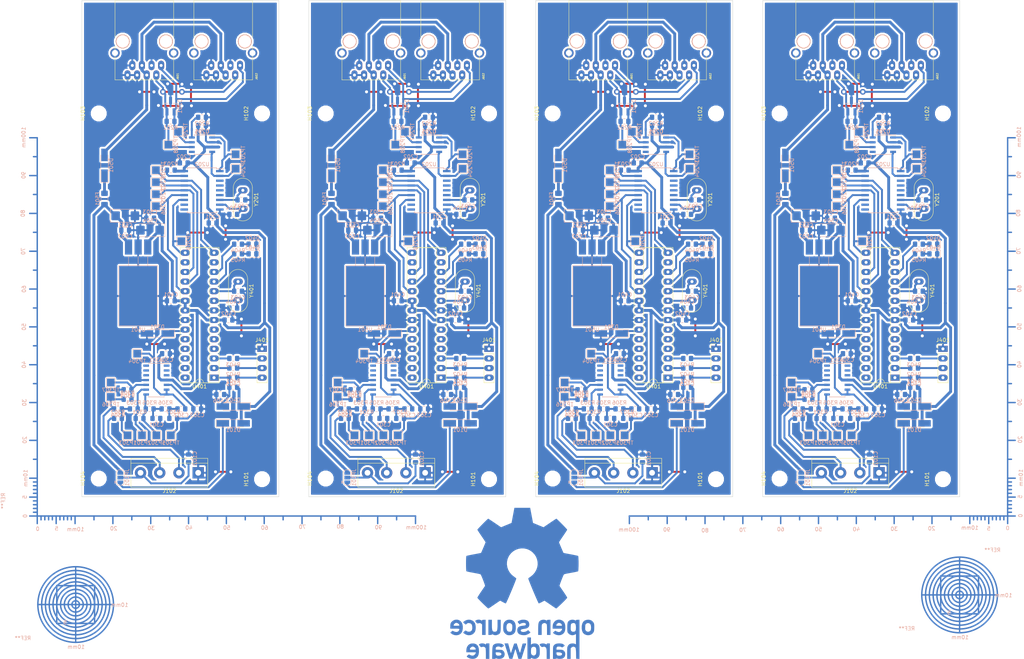
<source format=kicad_pcb>
(kicad_pcb (version 20171130) (host pcbnew 5.0.1)
  (layers (0 F.Cu jumper) (31 B.Cu signal) (34 B.Paste user) (35 F.Paste user) (36 B.SilkS user hide) (37 F.SilkS user) (38 B.Mask user) (39 F.Mask user) (44 Edge.Cuts user))
  (net 0 "")
  (net 1 GND)
  (net 2 "Net-(C102-Pad1)")
  (net 3 +5V)
  (net 4 "Net-(D101-Pad1)")
  (net 5 /MCU/RESET)
  (net 6 "Net-(C203-Pad1)")
  (net 7 "Net-(C204-Pad1)")
  (net 8 "Net-(C301-Pad1)")
  (net 9 "Net-(C302-Pad1)")
  (net 10 /MCU/analog1)
  (net 11 "Net-(C303-Pad1)")
  (net 12 "Net-(C403-Pad1)")
  (net 13 "Net-(C404-Pad1)")
  (net 14 "Net-(C405-Pad2)")
  (net 15 "/POWER SUPPLY/+18V_OUT")
  (net 16 /MCU/LED2)
  (net 17 /MCU/LED1)
  (net 18 "Net-(D501-Pad1)")
  (net 19 "/POWER SUPPLY/+18V_IN")
  (net 20 "/CANBUS CONN/CAN_L")
  (net 21 "/CANBUS CONN/CAN_H")
  (net 22 "Net-(R202-Pad1)")
  (net 23 "Net-(R203-Pad2)")
  (net 24 "Net-(R301-Pad2)")
  (net 25 "Net-(R301-Pad1)")
  (net 26 "Net-(R302-Pad1)")
  (net 27 "Net-(R308-Pad1)")
  (net 28 /MCU/USART_RX)
  (net 29 "Net-(J401-Pad3)")
  (net 30 "Net-(J401-Pad2)")
  (net 31 /MCU/USART_TX)
  (net 32 /MOSI)
  (net 33 /MISO)
  (net 34 /CANBUS/TXCAN)
  (net 35 /CANBUS/RXCAN)
  (net 36 /CANBUS/CS)
  (net 37 /SCK)
  (net 38 /CANBUS/INT)
  (net 39 "Net-(U401-Pad4)")
  (net 40 "Net-(U401-Pad5)")
  (net 41 "Net-(U401-Pad6)")
  (net 42 "Net-(U401-Pad24)")
  (net 43 "Net-(U401-Pad25)")
  (net 44 "Net-(U401-Pad26)")
  (net 45 "Net-(U401-Pad13)")
  (net 46 "Net-(U401-Pad27)")
  (net 47 "Net-(U401-Pad28)")
  (net 48 "Net-(U201-Pad5)")
  (net 49 "Net-(U202-Pad3)")
  (net 50 "Net-(U202-Pad4)")
  (net 51 "Net-(U202-Pad5)")
  (net 52 "Net-(U202-Pad6)")
  (net 53 "Net-(U202-Pad11)")
  (net 54 /OPAMP/in1+)
  (net 55 /OPAMP/in1-)
  (net 56 "Net-(D402-Pad2)")
  (net 57 "Net-(D403-Pad2)")
  (net 58 "Net-(U401-Pad16)")
  (net 59 "Net-(U202-Pad10)")
  (module TestPoint:TestPoint_Pad_2.0x2.0mm (layer B.Cu) (at 252.771 65.659 90)
    (fp_text reference TP204 (at 0 1.998 90) (layer B.SilkS) (effects (justify mirror)))
    (fp_text value RXCAN)
    (pad 1 smd rect (at 0 0 90) (size 2 2) (layers B.Cu B.Mask) (net 35 /CANBUS/RXCAN))
  )
  (module TestPoint:TestPoint_Pad_2.0x2.0mm (layer B.Cu) (at 192.771 65.659 90)
    (fp_text reference TP204 (at 0 1.998 90) (layer B.SilkS) (effects (justify mirror)))
    (fp_text value RXCAN)
    (pad 1 smd rect (at 0 0 90) (size 2 2) (layers B.Cu B.Mask) (net 35 /CANBUS/RXCAN))
  )
  (module TestPoint:TestPoint_Pad_2.0x2.0mm (layer B.Cu) (at 132.771 65.659 90)
    (fp_text reference TP204 (at 0 1.998 90) (layer B.SilkS) (effects (justify mirror)))
    (fp_text value RXCAN)
    (pad 1 smd rect (at 0 0 90) (size 2 2) (layers B.Cu B.Mask) (net 35 /CANBUS/RXCAN))
  )
  (module TestPoint:TestPoint_Pad_2.0x2.0mm (layer B.Cu) (at 226.736 114.554)
    (fp_text reference TP304 (at 0 1.998) (layer B.SilkS) (effects (justify mirror)))
    (fp_text value op_b_out)
    (pad 1 smd rect (at 0 0) (size 2 2) (layers B.Cu B.Mask) (net 10 /MCU/analog1))
  )
  (module TestPoint:TestPoint_Pad_2.0x2.0mm (layer B.Cu) (at 166.736 114.554)
    (fp_text reference TP304 (at 0 1.998) (layer B.SilkS) (effects (justify mirror)))
    (fp_text value op_b_out)
    (pad 1 smd rect (at 0 0) (size 2 2) (layers B.Cu B.Mask) (net 10 /MCU/analog1))
  )
  (module TestPoint:TestPoint_Pad_2.0x2.0mm (layer B.Cu) (at 106.736 114.554)
    (fp_text reference TP304 (at 0 1.998) (layer B.SilkS) (effects (justify mirror)))
    (fp_text value op_b_out)
    (pad 1 smd rect (at 0 0) (size 2 2) (layers B.Cu B.Mask) (net 10 /MCU/analog1))
  )
  (module TestPoint:TestPoint_Pad_2.0x2.0mm (layer B.Cu) (at 231.689 69.215 90)
    (fp_text reference TP202 (at 0 1.998 90) (layer B.SilkS) (effects (justify mirror)))
    (fp_text value SO)
    (pad 1 smd rect (at 0 0 90) (size 2 2) (layers B.Cu B.Mask) (net 33 /MISO))
  )
  (module TestPoint:TestPoint_Pad_2.0x2.0mm (layer B.Cu) (at 171.689 69.215 90)
    (fp_text reference TP202 (at 0 1.998 90) (layer B.SilkS) (effects (justify mirror)))
    (fp_text value SO)
    (pad 1 smd rect (at 0 0 90) (size 2 2) (layers B.Cu B.Mask) (net 33 /MISO))
  )
  (module TestPoint:TestPoint_Pad_2.0x2.0mm (layer B.Cu) (at 111.689 69.215 90)
    (fp_text reference TP202 (at 0 1.998 90) (layer B.SilkS) (effects (justify mirror)))
    (fp_text value SO)
    (pad 1 smd rect (at 0 0 90) (size 2 2) (layers B.Cu B.Mask) (net 33 /MISO))
  )
  (module TestPoint:TestPoint_Pad_2.0x2.0mm (layer B.Cu) (at 231.689 72.39 90)
    (fp_text reference TP201 (at 0 1.998 90) (layer B.SilkS) (effects (justify mirror)))
    (fp_text value SI)
    (pad 1 smd rect (at 0 0 90) (size 2 2) (layers B.Cu B.Mask) (net 32 /MOSI))
  )
  (module TestPoint:TestPoint_Pad_2.0x2.0mm (layer B.Cu) (at 171.689 72.39 90)
    (fp_text reference TP201 (at 0 1.998 90) (layer B.SilkS) (effects (justify mirror)))
    (fp_text value SI)
    (pad 1 smd rect (at 0 0 90) (size 2 2) (layers B.Cu B.Mask) (net 32 /MOSI))
  )
  (module TestPoint:TestPoint_Pad_2.0x2.0mm (layer B.Cu) (at 111.689 72.39 90)
    (fp_text reference TP201 (at 0 1.998 90) (layer B.SilkS) (effects (justify mirror)))
    (fp_text value SI)
    (pad 1 smd rect (at 0 0 90) (size 2 2) (layers B.Cu B.Mask) (net 32 /MOSI))
  )
  (module TestPoint:TestPoint_Pad_2.0x2.0mm (layer B.Cu) (at 252.771 61.849 90)
    (fp_text reference TP203 (at 0 1.998 90) (layer B.SilkS) (effects (justify mirror)))
    (fp_text value TXCAN)
    (pad 1 smd rect (at 0 0 90) (size 2 2) (layers B.Cu B.Mask) (net 34 /CANBUS/TXCAN))
  )
  (module TestPoint:TestPoint_Pad_2.0x2.0mm (layer B.Cu) (at 192.771 61.849 90)
    (fp_text reference TP203 (at 0 1.998 90) (layer B.SilkS) (effects (justify mirror)))
    (fp_text value TXCAN)
    (pad 1 smd rect (at 0 0 90) (size 2 2) (layers B.Cu B.Mask) (net 34 /CANBUS/TXCAN))
  )
  (module TestPoint:TestPoint_Pad_2.0x2.0mm (layer B.Cu) (at 132.771 61.849 90)
    (fp_text reference TP203 (at 0 1.998 90) (layer B.SilkS) (effects (justify mirror)))
    (fp_text value TXCAN)
    (pad 1 smd rect (at 0 0 90) (size 2 2) (layers B.Cu B.Mask) (net 34 /CANBUS/TXCAN))
  )
  (module TestPoint:TestPoint_Pad_2.0x2.0mm (layer B.Cu) (at 219.751 122.174)
    (fp_text reference TP307 (at 0 1.998) (layer B.SilkS) (effects (justify mirror)))
    (fp_text value op_a_in+)
    (pad 1 smd rect (at 0 0) (size 2 2) (layers B.Cu B.Mask) (net 27 "Net-(R308-Pad1)"))
  )
  (module TestPoint:TestPoint_Pad_2.0x2.0mm (layer B.Cu) (at 159.751 122.174)
    (fp_text reference TP307 (at 0 1.998) (layer B.SilkS) (effects (justify mirror)))
    (fp_text value op_a_in+)
    (pad 1 smd rect (at 0 0) (size 2 2) (layers B.Cu B.Mask) (net 27 "Net-(R308-Pad1)"))
  )
  (module TestPoint:TestPoint_Pad_2.0x2.0mm (layer B.Cu) (at 99.751 122.174)
    (fp_text reference TP307 (at 0 1.998) (layer B.SilkS) (effects (justify mirror)))
    (fp_text value op_a_in+)
    (pad 1 smd rect (at 0 0) (size 2 2) (layers B.Cu B.Mask) (net 27 "Net-(R308-Pad1)"))
  )
  (module TestPoint:TestPoint_Pad_2.0x2.0mm (layer B.Cu) (at 219.751 125.984)
    (fp_text reference TP306 (at 0 1.998) (layer B.SilkS) (effects (justify mirror)))
    (fp_text value in+)
    (pad 1 smd rect (at 0 0) (size 2 2) (layers B.Cu B.Mask) (net 54 /OPAMP/in1+))
  )
  (module TestPoint:TestPoint_Pad_2.0x2.0mm (layer B.Cu) (at 159.751 125.984)
    (fp_text reference TP306 (at 0 1.998) (layer B.SilkS) (effects (justify mirror)))
    (fp_text value in+)
    (pad 1 smd rect (at 0 0) (size 2 2) (layers B.Cu B.Mask) (net 54 /OPAMP/in1+))
  )
  (module TestPoint:TestPoint_Pad_2.0x2.0mm (layer B.Cu) (at 99.751 125.984)
    (fp_text reference TP306 (at 0 1.998) (layer B.SilkS) (effects (justify mirror)))
    (fp_text value in+)
    (pad 1 smd rect (at 0 0) (size 2 2) (layers B.Cu B.Mask) (net 54 /OPAMP/in1+))
  )
  (module TestPoint:TestPoint_Pad_2.0x2.0mm (layer B.Cu) (at 235.626 136.144)
    (fp_text reference TP305 (at 0 1.998) (layer B.SilkS) (effects (justify mirror)))
    (fp_text value op_b_in+)
    (pad 1 smd rect (at 0 0) (size 2 2) (layers B.Cu B.Mask) (net 11 "Net-(C303-Pad1)"))
  )
  (module TestPoint:TestPoint_Pad_2.0x2.0mm (layer B.Cu) (at 175.626 136.144)
    (fp_text reference TP305 (at 0 1.998) (layer B.SilkS) (effects (justify mirror)))
    (fp_text value op_b_in+)
    (pad 1 smd rect (at 0 0) (size 2 2) (layers B.Cu B.Mask) (net 11 "Net-(C303-Pad1)"))
  )
  (module TestPoint:TestPoint_Pad_2.0x2.0mm (layer B.Cu) (at 115.626 136.144)
    (fp_text reference TP305 (at 0 1.998) (layer B.SilkS) (effects (justify mirror)))
    (fp_text value op_b_in+)
    (pad 1 smd rect (at 0 0) (size 2 2) (layers B.Cu B.Mask) (net 11 "Net-(C303-Pad1)"))
  )
  (module TestPoint:TestPoint_Pad_2.0x2.0mm (layer B.Cu) (at 224.196 136.144)
    (fp_text reference TP303 (at 0 1.998) (layer B.SilkS) (effects (justify mirror)))
    (fp_text value in-)
    (pad 1 smd rect (at 0 0) (size 2 2) (layers B.Cu B.Mask) (net 26 "Net-(R302-Pad1)"))
  )
  (module TestPoint:TestPoint_Pad_2.0x2.0mm (layer B.Cu) (at 164.196 136.144)
    (fp_text reference TP303 (at 0 1.998) (layer B.SilkS) (effects (justify mirror)))
    (fp_text value in-)
    (pad 1 smd rect (at 0 0) (size 2 2) (layers B.Cu B.Mask) (net 26 "Net-(R302-Pad1)"))
  )
  (module TestPoint:TestPoint_Pad_2.0x2.0mm (layer B.Cu) (at 104.196 136.144)
    (fp_text reference TP303 (at 0 1.998) (layer B.SilkS) (effects (justify mirror)))
    (fp_text value in-)
    (pad 1 smd rect (at 0 0) (size 2 2) (layers B.Cu B.Mask) (net 26 "Net-(R302-Pad1)"))
  )
  (module TestPoint:TestPoint_Pad_2.0x2.0mm (layer B.Cu) (at 238.42 84.836 90)
    (fp_text reference TP209 (at 0 1.998 90) (layer B.SilkS) (effects (justify mirror)))
    (fp_text value INT)
    (pad 1 smd rect (at 0 0 90) (size 2 2) (layers B.Cu B.Mask) (net 38 /CANBUS/INT))
  )
  (module TestPoint:TestPoint_Pad_2.0x2.0mm (layer B.Cu) (at 178.42 84.836 90)
    (fp_text reference TP209 (at 0 1.998 90) (layer B.SilkS) (effects (justify mirror)))
    (fp_text value INT)
    (pad 1 smd rect (at 0 0 90) (size 2 2) (layers B.Cu B.Mask) (net 38 /CANBUS/INT))
  )
  (module TestPoint:TestPoint_Pad_2.0x2.0mm (layer B.Cu) (at 118.42 84.836 90)
    (fp_text reference TP209 (at 0 1.998 90) (layer B.SilkS) (effects (justify mirror)))
    (fp_text value INT)
    (pad 1 smd rect (at 0 0 90) (size 2 2) (layers B.Cu B.Mask) (net 38 /CANBUS/INT))
  )
  (module TestPoint:TestPoint_Pad_2.0x2.0mm (layer B.Cu) (at 234.991 59.309 90)
    (fp_text reference TP208 (at 0 1.998 90) (layer B.SilkS) (effects (justify mirror)))
    (fp_text value CAN_L)
    (pad 1 smd rect (at 0 0 90) (size 2 2) (layers B.Cu B.Mask) (net 20 "/CANBUS CONN/CAN_L"))
  )
  (module TestPoint:TestPoint_Pad_2.0x2.0mm (layer B.Cu) (at 174.991 59.309 90)
    (fp_text reference TP208 (at 0 1.998 90) (layer B.SilkS) (effects (justify mirror)))
    (fp_text value CAN_L)
    (pad 1 smd rect (at 0 0 90) (size 2 2) (layers B.Cu B.Mask) (net 20 "/CANBUS CONN/CAN_L"))
  )
  (module TestPoint:TestPoint_Pad_2.0x2.0mm (layer B.Cu) (at 114.991 59.309 90)
    (fp_text reference TP208 (at 0 1.998 90) (layer B.SilkS) (effects (justify mirror)))
    (fp_text value CAN_L)
    (pad 1 smd rect (at 0 0 90) (size 2 2) (layers B.Cu B.Mask) (net 20 "/CANBUS CONN/CAN_L"))
  )
  (module TestPoint:TestPoint_Pad_2.0x2.0mm (layer B.Cu) (at 237.531 55.88 90)
    (fp_text reference TP207 (at 0 1.998 90) (layer B.SilkS) (effects (justify mirror)))
    (fp_text value CAN_H)
    (pad 1 smd rect (at 0 0 90) (size 2 2) (layers B.Cu B.Mask) (net 21 "/CANBUS CONN/CAN_H"))
  )
  (module TestPoint:TestPoint_Pad_2.0x2.0mm (layer B.Cu) (at 177.531 55.88 90)
    (fp_text reference TP207 (at 0 1.998 90) (layer B.SilkS) (effects (justify mirror)))
    (fp_text value CAN_H)
    (pad 1 smd rect (at 0 0 90) (size 2 2) (layers B.Cu B.Mask) (net 21 "/CANBUS CONN/CAN_H"))
  )
  (module TestPoint:TestPoint_Pad_2.0x2.0mm (layer B.Cu) (at 117.531 55.88 90)
    (fp_text reference TP207 (at 0 1.998 90) (layer B.SilkS) (effects (justify mirror)))
    (fp_text value CAN_H)
    (pad 1 smd rect (at 0 0 90) (size 2 2) (layers B.Cu B.Mask) (net 21 "/CANBUS CONN/CAN_H"))
  )
  (module TestPoint:TestPoint_Pad_2.0x2.0mm (layer B.Cu) (at 231.689 75.565 90)
    (fp_text reference TP206 (at 0 1.998 90) (layer B.SilkS) (effects (justify mirror)))
    (fp_text value SCK)
    (pad 1 smd rect (at 0 0 90) (size 2 2) (layers B.Cu B.Mask) (net 37 /SCK))
  )
  (module TestPoint:TestPoint_Pad_2.0x2.0mm (layer B.Cu) (at 171.689 75.565 90)
    (fp_text reference TP206 (at 0 1.998 90) (layer B.SilkS) (effects (justify mirror)))
    (fp_text value SCK)
    (pad 1 smd rect (at 0 0 90) (size 2 2) (layers B.Cu B.Mask) (net 37 /SCK))
  )
  (module TestPoint:TestPoint_Pad_2.0x2.0mm (layer B.Cu) (at 111.689 75.565 90)
    (fp_text reference TP206 (at 0 1.998 90) (layer B.SilkS) (effects (justify mirror)))
    (fp_text value SCK)
    (pad 1 smd rect (at 0 0 90) (size 2 2) (layers B.Cu B.Mask) (net 37 /SCK))
  )
  (module TestPoint:TestPoint_Pad_2.0x2.0mm (layer B.Cu) (at 231.689 66.04 90)
    (fp_text reference TP205 (at 0 1.998 90) (layer B.SilkS) (effects (justify mirror)))
    (fp_text value SC)
    (pad 1 smd rect (at 0 0 90) (size 2 2) (layers B.Cu B.Mask) (net 36 /CANBUS/CS))
  )
  (module TestPoint:TestPoint_Pad_2.0x2.0mm (layer B.Cu) (at 171.689 66.04 90)
    (fp_text reference TP205 (at 0 1.998 90) (layer B.SilkS) (effects (justify mirror)))
    (fp_text value SC)
    (pad 1 smd rect (at 0 0 90) (size 2 2) (layers B.Cu B.Mask) (net 36 /CANBUS/CS))
  )
  (module TestPoint:TestPoint_Pad_2.0x2.0mm (layer B.Cu) (at 111.689 66.04 90)
    (fp_text reference TP205 (at 0 1.998 90) (layer B.SilkS) (effects (justify mirror)))
    (fp_text value SC)
    (pad 1 smd rect (at 0 0 90) (size 2 2) (layers B.Cu B.Mask) (net 36 /CANBUS/CS))
  )
  (module Resistor_SMD:R_0805_2012Metric_Pad1.15x1.40mm_HandSolder (layer B.Cu) (at 221.656 131.67275 180)
    (fp_text reference R302 (at 0 1.65 180) (layer B.SilkS) (effects (justify mirror)))
    (fp_text value 100k)
    (pad 1 smd roundrect (at -1.025 0 180) (size 1.15 1.4) (layers B.Cu B.Paste B.Mask) (roundrect_rratio 0.217391) (net 26 "Net-(R302-Pad1)"))
    (pad 2 smd roundrect (at 1.025 0 180) (size 1.15 1.4) (layers B.Cu B.Paste B.Mask) (roundrect_rratio 0.217391) (net 55 /OPAMP/in1-))
  )
  (module Resistor_SMD:R_0805_2012Metric_Pad1.15x1.40mm_HandSolder (layer B.Cu) (at 161.656 131.67275 180)
    (fp_text reference R302 (at 0 1.65 180) (layer B.SilkS) (effects (justify mirror)))
    (fp_text value 100k)
    (pad 1 smd roundrect (at -1.025 0 180) (size 1.15 1.4) (layers B.Cu B.Paste B.Mask) (roundrect_rratio 0.217391) (net 26 "Net-(R302-Pad1)"))
    (pad 2 smd roundrect (at 1.025 0 180) (size 1.15 1.4) (layers B.Cu B.Paste B.Mask) (roundrect_rratio 0.217391) (net 55 /OPAMP/in1-))
  )
  (module Resistor_SMD:R_0805_2012Metric_Pad1.15x1.40mm_HandSolder (layer B.Cu) (at 101.656 131.67275 180)
    (fp_text reference R302 (at 0 1.65 180) (layer B.SilkS) (effects (justify mirror)))
    (fp_text value 100k)
    (pad 1 smd roundrect (at -1.025 0 180) (size 1.15 1.4) (layers B.Cu B.Paste B.Mask) (roundrect_rratio 0.217391) (net 26 "Net-(R302-Pad1)"))
    (pad 2 smd roundrect (at 1.025 0 180) (size 1.15 1.4) (layers B.Cu B.Paste B.Mask) (roundrect_rratio 0.217391) (net 55 /OPAMP/in1-))
  )
  (module Resistor_SMD:R_0805_2012Metric_Pad1.15x1.40mm_HandSolder (layer B.Cu) (at 253.406 85.618656)
    (fp_text reference R404 (at 0 1.65) (layer B.SilkS) (effects (justify mirror)))
    (fp_text value 1k)
    (pad 1 smd roundrect (at -1.025 0) (size 1.15 1.4) (layers B.Cu B.Paste B.Mask) (roundrect_rratio 0.217391) (net 16 /MCU/LED2))
    (pad 2 smd roundrect (at 1.025 0) (size 1.15 1.4) (layers B.Cu B.Paste B.Mask) (roundrect_rratio 0.217391) (net 56 "Net-(D402-Pad2)"))
  )
  (module Resistor_SMD:R_0805_2012Metric_Pad1.15x1.40mm_HandSolder (layer B.Cu) (at 193.406 85.618656)
    (fp_text reference R404 (at 0 1.65) (layer B.SilkS) (effects (justify mirror)))
    (fp_text value 1k)
    (pad 1 smd roundrect (at -1.025 0) (size 1.15 1.4) (layers B.Cu B.Paste B.Mask) (roundrect_rratio 0.217391) (net 16 /MCU/LED2))
    (pad 2 smd roundrect (at 1.025 0) (size 1.15 1.4) (layers B.Cu B.Paste B.Mask) (roundrect_rratio 0.217391) (net 56 "Net-(D402-Pad2)"))
  )
  (module Resistor_SMD:R_0805_2012Metric_Pad1.15x1.40mm_HandSolder (layer B.Cu) (at 133.406 85.618656)
    (fp_text reference R404 (at 0 1.65) (layer B.SilkS) (effects (justify mirror)))
    (fp_text value 1k)
    (pad 1 smd roundrect (at -1.025 0) (size 1.15 1.4) (layers B.Cu B.Paste B.Mask) (roundrect_rratio 0.217391) (net 16 /MCU/LED2))
    (pad 2 smd roundrect (at 1.025 0) (size 1.15 1.4) (layers B.Cu B.Paste B.Mask) (roundrect_rratio 0.217391) (net 56 "Net-(D402-Pad2)"))
  )
  (module Resistor_SMD:R_0805_2012Metric_Pad1.15x1.40mm_HandSolder (layer B.Cu) (at 252.136 115.824)
    (fp_text reference R403 (at 0 1.65) (layer B.SilkS) (effects (justify mirror)))
    (fp_text value 1k)
    (pad 1 smd roundrect (at -1.025 0) (size 1.15 1.4) (layers B.Cu B.Paste B.Mask) (roundrect_rratio 0.217391) (net 31 /MCU/USART_TX))
    (pad 2 smd roundrect (at 1.025 0) (size 1.15 1.4) (layers B.Cu B.Paste B.Mask) (roundrect_rratio 0.217391) (net 30 "Net-(J401-Pad2)"))
  )
  (module Resistor_SMD:R_0805_2012Metric_Pad1.15x1.40mm_HandSolder (layer B.Cu) (at 192.136 115.824)
    (fp_text reference R403 (at 0 1.65) (layer B.SilkS) (effects (justify mirror)))
    (fp_text value 1k)
    (pad 1 smd roundrect (at -1.025 0) (size 1.15 1.4) (layers B.Cu B.Paste B.Mask) (roundrect_rratio 0.217391) (net 31 /MCU/USART_TX))
    (pad 2 smd roundrect (at 1.025 0) (size 1.15 1.4) (layers B.Cu B.Paste B.Mask) (roundrect_rratio 0.217391) (net 30 "Net-(J401-Pad2)"))
  )
  (module Resistor_SMD:R_0805_2012Metric_Pad1.15x1.40mm_HandSolder (layer B.Cu) (at 132.136 115.824)
    (fp_text reference R403 (at 0 1.65) (layer B.SilkS) (effects (justify mirror)))
    (fp_text value 1k)
    (pad 1 smd roundrect (at -1.025 0) (size 1.15 1.4) (layers B.Cu B.Paste B.Mask) (roundrect_rratio 0.217391) (net 31 /MCU/USART_TX))
    (pad 2 smd roundrect (at 1.025 0) (size 1.15 1.4) (layers B.Cu B.Paste B.Mask) (roundrect_rratio 0.217391) (net 30 "Net-(J401-Pad2)"))
  )
  (module Resistor_SMD:R_0805_2012Metric_Pad1.15x1.40mm_HandSolder (layer B.Cu) (at 252.136 118.364)
    (fp_text reference R402 (at 0 1.65) (layer B.SilkS) (effects (justify mirror)))
    (fp_text value 1k)
    (pad 1 smd roundrect (at -1.025 0) (size 1.15 1.4) (layers B.Cu B.Paste B.Mask) (roundrect_rratio 0.217391) (net 28 /MCU/USART_RX))
    (pad 2 smd roundrect (at 1.025 0) (size 1.15 1.4) (layers B.Cu B.Paste B.Mask) (roundrect_rratio 0.217391) (net 29 "Net-(J401-Pad3)"))
  )
  (module Resistor_SMD:R_0805_2012Metric_Pad1.15x1.40mm_HandSolder (layer B.Cu) (at 192.136 118.364)
    (fp_text reference R402 (at 0 1.65) (layer B.SilkS) (effects (justify mirror)))
    (fp_text value 1k)
    (pad 1 smd roundrect (at -1.025 0) (size 1.15 1.4) (layers B.Cu B.Paste B.Mask) (roundrect_rratio 0.217391) (net 28 /MCU/USART_RX))
    (pad 2 smd roundrect (at 1.025 0) (size 1.15 1.4) (layers B.Cu B.Paste B.Mask) (roundrect_rratio 0.217391) (net 29 "Net-(J401-Pad3)"))
  )
  (module Resistor_SMD:R_0805_2012Metric_Pad1.15x1.40mm_HandSolder (layer B.Cu) (at 132.136 118.364)
    (fp_text reference R402 (at 0 1.65) (layer B.SilkS) (effects (justify mirror)))
    (fp_text value 1k)
    (pad 1 smd roundrect (at -1.025 0) (size 1.15 1.4) (layers B.Cu B.Paste B.Mask) (roundrect_rratio 0.217391) (net 28 /MCU/USART_RX))
    (pad 2 smd roundrect (at 1.025 0) (size 1.15 1.4) (layers B.Cu B.Paste B.Mask) (roundrect_rratio 0.217391) (net 29 "Net-(J401-Pad3)"))
  )
  (module Resistor_SMD:R_0805_2012Metric_Pad1.15x1.40mm_HandSolder (layer B.Cu) (at 252.136 123.444 180)
    (fp_text reference R401 (at 0 1.65 180) (layer B.SilkS) (effects (justify mirror)))
    (fp_text value 10k)
    (pad 1 smd roundrect (at -1.025 0 180) (size 1.15 1.4) (layers B.Cu B.Paste B.Mask) (roundrect_rratio 0.217391) (net 3 +5V))
    (pad 2 smd roundrect (at 1.025 0 180) (size 1.15 1.4) (layers B.Cu B.Paste B.Mask) (roundrect_rratio 0.217391) (net 5 /MCU/RESET))
  )
  (module Resistor_SMD:R_0805_2012Metric_Pad1.15x1.40mm_HandSolder (layer B.Cu) (at 192.136 123.444 180)
    (fp_text reference R401 (at 0 1.65 180) (layer B.SilkS) (effects (justify mirror)))
    (fp_text value 10k)
    (pad 1 smd roundrect (at -1.025 0 180) (size 1.15 1.4) (layers B.Cu B.Paste B.Mask) (roundrect_rratio 0.217391) (net 3 +5V))
    (pad 2 smd roundrect (at 1.025 0 180) (size 1.15 1.4) (layers B.Cu B.Paste B.Mask) (roundrect_rratio 0.217391) (net 5 /MCU/RESET))
  )
  (module Resistor_SMD:R_0805_2012Metric_Pad1.15x1.40mm_HandSolder (layer B.Cu) (at 132.136 123.444 180)
    (fp_text reference R401 (at 0 1.65 180) (layer B.SilkS) (effects (justify mirror)))
    (fp_text value 10k)
    (pad 1 smd roundrect (at -1.025 0 180) (size 1.15 1.4) (layers B.Cu B.Paste B.Mask) (roundrect_rratio 0.217391) (net 3 +5V))
    (pad 2 smd roundrect (at 1.025 0 180) (size 1.15 1.4) (layers B.Cu B.Paste B.Mask) (roundrect_rratio 0.217391) (net 5 /MCU/RESET))
  )
  (module Resistor_SMD:R_0805_2012Metric_Pad1.15x1.40mm_HandSolder (layer B.Cu) (at 224.196 124.079)
    (fp_text reference R309 (at 0 1.65) (layer B.SilkS) (effects (justify mirror)))
    (fp_text value 10k)
    (pad 1 smd roundrect (at -1.025 0) (size 1.15 1.4) (layers B.Cu B.Paste B.Mask) (roundrect_rratio 0.217391) (net 1 GND))
    (pad 2 smd roundrect (at 1.025 0) (size 1.15 1.4) (layers B.Cu B.Paste B.Mask) (roundrect_rratio 0.217391) (net 27 "Net-(R308-Pad1)"))
  )
  (module Resistor_SMD:R_0805_2012Metric_Pad1.15x1.40mm_HandSolder (layer B.Cu) (at 164.196 124.079)
    (fp_text reference R309 (at 0 1.65) (layer B.SilkS) (effects (justify mirror)))
    (fp_text value 10k)
    (pad 1 smd roundrect (at -1.025 0) (size 1.15 1.4) (layers B.Cu B.Paste B.Mask) (roundrect_rratio 0.217391) (net 1 GND))
    (pad 2 smd roundrect (at 1.025 0) (size 1.15 1.4) (layers B.Cu B.Paste B.Mask) (roundrect_rratio 0.217391) (net 27 "Net-(R308-Pad1)"))
  )
  (module Resistor_SMD:R_0805_2012Metric_Pad1.15x1.40mm_HandSolder (layer B.Cu) (at 104.196 124.079)
    (fp_text reference R309 (at 0 1.65) (layer B.SilkS) (effects (justify mirror)))
    (fp_text value 10k)
    (pad 1 smd roundrect (at -1.025 0) (size 1.15 1.4) (layers B.Cu B.Paste B.Mask) (roundrect_rratio 0.217391) (net 1 GND))
    (pad 2 smd roundrect (at 1.025 0) (size 1.15 1.4) (layers B.Cu B.Paste B.Mask) (roundrect_rratio 0.217391) (net 27 "Net-(R308-Pad1)"))
  )
  (module Resistor_SMD:R_0805_2012Metric_Pad1.15x1.40mm_HandSolder (layer B.Cu) (at 224.196 126.619 180)
    (fp_text reference R308 (at 0 1.65 180) (layer B.SilkS) (effects (justify mirror)))
    (fp_text value 10k)
    (pad 1 smd roundrect (at -1.025 0 180) (size 1.15 1.4) (layers B.Cu B.Paste B.Mask) (roundrect_rratio 0.217391) (net 27 "Net-(R308-Pad1)"))
    (pad 2 smd roundrect (at 1.025 0 180) (size 1.15 1.4) (layers B.Cu B.Paste B.Mask) (roundrect_rratio 0.217391) (net 54 /OPAMP/in1+))
  )
  (module Resistor_SMD:R_0805_2012Metric_Pad1.15x1.40mm_HandSolder (layer B.Cu) (at 164.196 126.619 180)
    (fp_text reference R308 (at 0 1.65 180) (layer B.SilkS) (effects (justify mirror)))
    (fp_text value 10k)
    (pad 1 smd roundrect (at -1.025 0 180) (size 1.15 1.4) (layers B.Cu B.Paste B.Mask) (roundrect_rratio 0.217391) (net 27 "Net-(R308-Pad1)"))
    (pad 2 smd roundrect (at 1.025 0 180) (size 1.15 1.4) (layers B.Cu B.Paste B.Mask) (roundrect_rratio 0.217391) (net 54 /OPAMP/in1+))
  )
  (module Resistor_SMD:R_0805_2012Metric_Pad1.15x1.40mm_HandSolder (layer B.Cu) (at 104.196 126.619 180)
    (fp_text reference R308 (at 0 1.65 180) (layer B.SilkS) (effects (justify mirror)))
    (fp_text value 10k)
    (pad 1 smd roundrect (at -1.025 0 180) (size 1.15 1.4) (layers B.Cu B.Paste B.Mask) (roundrect_rratio 0.217391) (net 27 "Net-(R308-Pad1)"))
    (pad 2 smd roundrect (at 1.025 0 180) (size 1.15 1.4) (layers B.Cu B.Paste B.Mask) (roundrect_rratio 0.217391) (net 54 /OPAMP/in1+))
  )
  (module Resistor_SMD:R_0805_2012Metric_Pad1.15x1.40mm_HandSolder (layer B.Cu) (at 253.406 88.158656)
    (fp_text reference R405 (at 0 1.65) (layer B.SilkS) (effects (justify mirror)))
    (fp_text value 1k)
    (pad 1 smd roundrect (at -1.025 0) (size 1.15 1.4) (layers B.Cu B.Paste B.Mask) (roundrect_rratio 0.217391) (net 17 /MCU/LED1))
    (pad 2 smd roundrect (at 1.025 0) (size 1.15 1.4) (layers B.Cu B.Paste B.Mask) (roundrect_rratio 0.217391) (net 57 "Net-(D403-Pad2)"))
  )
  (module Resistor_SMD:R_0805_2012Metric_Pad1.15x1.40mm_HandSolder (layer B.Cu) (at 193.406 88.158656)
    (fp_text reference R405 (at 0 1.65) (layer B.SilkS) (effects (justify mirror)))
    (fp_text value 1k)
    (pad 1 smd roundrect (at -1.025 0) (size 1.15 1.4) (layers B.Cu B.Paste B.Mask) (roundrect_rratio 0.217391) (net 17 /MCU/LED1))
    (pad 2 smd roundrect (at 1.025 0) (size 1.15 1.4) (layers B.Cu B.Paste B.Mask) (roundrect_rratio 0.217391) (net 57 "Net-(D403-Pad2)"))
  )
  (module Resistor_SMD:R_0805_2012Metric_Pad1.15x1.40mm_HandSolder (layer B.Cu) (at 133.406 88.158656)
    (fp_text reference R405 (at 0 1.65) (layer B.SilkS) (effects (justify mirror)))
    (fp_text value 1k)
    (pad 1 smd roundrect (at -1.025 0) (size 1.15 1.4) (layers B.Cu B.Paste B.Mask) (roundrect_rratio 0.217391) (net 17 /MCU/LED1))
    (pad 2 smd roundrect (at 1.025 0) (size 1.15 1.4) (layers B.Cu B.Paste B.Mask) (roundrect_rratio 0.217391) (net 57 "Net-(D403-Pad2)"))
  )
  (module Resistor_SMD:R_0805_2012Metric_Pad1.15x1.40mm_HandSolder (layer B.Cu) (at 236.261 131.67275 180)
    (fp_text reference R307 (at 0 1.65 180) (layer B.SilkS) (effects (justify mirror)))
    (fp_text value 1k)
    (pad 1 smd roundrect (at -1.025 0 180) (size 1.15 1.4) (layers B.Cu B.Paste B.Mask) (roundrect_rratio 0.217391) (net 11 "Net-(C303-Pad1)"))
    (pad 2 smd roundrect (at 1.025 0 180) (size 1.15 1.4) (layers B.Cu B.Paste B.Mask) (roundrect_rratio 0.217391) (net 9 "Net-(C302-Pad1)"))
  )
  (module Resistor_SMD:R_0805_2012Metric_Pad1.15x1.40mm_HandSolder (layer B.Cu) (at 176.261 131.67275 180)
    (fp_text reference R307 (at 0 1.65 180) (layer B.SilkS) (effects (justify mirror)))
    (fp_text value 1k)
    (pad 1 smd roundrect (at -1.025 0 180) (size 1.15 1.4) (layers B.Cu B.Paste B.Mask) (roundrect_rratio 0.217391) (net 11 "Net-(C303-Pad1)"))
    (pad 2 smd roundrect (at 1.025 0 180) (size 1.15 1.4) (layers B.Cu B.Paste B.Mask) (roundrect_rratio 0.217391) (net 9 "Net-(C302-Pad1)"))
  )
  (module Resistor_SMD:R_0805_2012Metric_Pad1.15x1.40mm_HandSolder (layer B.Cu) (at 116.261 131.67275 180)
    (fp_text reference R307 (at 0 1.65 180) (layer B.SilkS) (effects (justify mirror)))
    (fp_text value 1k)
    (pad 1 smd roundrect (at -1.025 0 180) (size 1.15 1.4) (layers B.Cu B.Paste B.Mask) (roundrect_rratio 0.217391) (net 11 "Net-(C303-Pad1)"))
    (pad 2 smd roundrect (at 1.025 0 180) (size 1.15 1.4) (layers B.Cu B.Paste B.Mask) (roundrect_rratio 0.217391) (net 9 "Net-(C302-Pad1)"))
  )
  (module Resistor_SMD:R_0805_2012Metric_Pad1.15x1.40mm_HandSolder (layer B.Cu) (at 234.229 129.159 180)
    (fp_text reference R306 (at 0 1.65 180) (layer B.SilkS) (effects (justify mirror)))
    (fp_text value 1k)
    (pad 1 smd roundrect (at -1.025 0 180) (size 1.15 1.4) (layers B.Cu B.Paste B.Mask) (roundrect_rratio 0.217391) (net 9 "Net-(C302-Pad1)"))
    (pad 2 smd roundrect (at 1.025 0 180) (size 1.15 1.4) (layers B.Cu B.Paste B.Mask) (roundrect_rratio 0.217391) (net 8 "Net-(C301-Pad1)"))
  )
  (module Resistor_SMD:R_0805_2012Metric_Pad1.15x1.40mm_HandSolder (layer B.Cu) (at 174.229 129.159 180)
    (fp_text reference R306 (at 0 1.65 180) (layer B.SilkS) (effects (justify mirror)))
    (fp_text value 1k)
    (pad 1 smd roundrect (at -1.025 0 180) (size 1.15 1.4) (layers B.Cu B.Paste B.Mask) (roundrect_rratio 0.217391) (net 9 "Net-(C302-Pad1)"))
    (pad 2 smd roundrect (at 1.025 0 180) (size 1.15 1.4) (layers B.Cu B.Paste B.Mask) (roundrect_rratio 0.217391) (net 8 "Net-(C301-Pad1)"))
  )
  (module Resistor_SMD:R_0805_2012Metric_Pad1.15x1.40mm_HandSolder (layer B.Cu) (at 114.229 129.159 180)
    (fp_text reference R306 (at 0 1.65 180) (layer B.SilkS) (effects (justify mirror)))
    (fp_text value 1k)
    (pad 1 smd roundrect (at -1.025 0 180) (size 1.15 1.4) (layers B.Cu B.Paste B.Mask) (roundrect_rratio 0.217391) (net 9 "Net-(C302-Pad1)"))
    (pad 2 smd roundrect (at 1.025 0 180) (size 1.15 1.4) (layers B.Cu B.Paste B.Mask) (roundrect_rratio 0.217391) (net 8 "Net-(C301-Pad1)"))
  )
  (module Resistor_SMD:R_0805_2012Metric_Pad1.15x1.40mm_HandSolder (layer B.Cu) (at 230.038 129.159 180)
    (fp_text reference R305 (at 0 1.65 180) (layer B.SilkS) (effects (justify mirror)))
    (fp_text value 1k)
    (pad 1 smd roundrect (at -1.025 0 180) (size 1.15 1.4) (layers B.Cu B.Paste B.Mask) (roundrect_rratio 0.217391) (net 8 "Net-(C301-Pad1)"))
    (pad 2 smd roundrect (at 1.025 0 180) (size 1.15 1.4) (layers B.Cu B.Paste B.Mask) (roundrect_rratio 0.217391) (net 25 "Net-(R301-Pad1)"))
  )
  (module Resistor_SMD:R_0805_2012Metric_Pad1.15x1.40mm_HandSolder (layer B.Cu) (at 170.038 129.159 180)
    (fp_text reference R305 (at 0 1.65 180) (layer B.SilkS) (effects (justify mirror)))
    (fp_text value 1k)
    (pad 1 smd roundrect (at -1.025 0 180) (size 1.15 1.4) (layers B.Cu B.Paste B.Mask) (roundrect_rratio 0.217391) (net 8 "Net-(C301-Pad1)"))
    (pad 2 smd roundrect (at 1.025 0 180) (size 1.15 1.4) (layers B.Cu B.Paste B.Mask) (roundrect_rratio 0.217391) (net 25 "Net-(R301-Pad1)"))
  )
  (module Resistor_SMD:R_0805_2012Metric_Pad1.15x1.40mm_HandSolder (layer B.Cu) (at 110.038 129.159 180)
    (fp_text reference R305 (at 0 1.65 180) (layer B.SilkS) (effects (justify mirror)))
    (fp_text value 1k)
    (pad 1 smd roundrect (at -1.025 0 180) (size 1.15 1.4) (layers B.Cu B.Paste B.Mask) (roundrect_rratio 0.217391) (net 8 "Net-(C301-Pad1)"))
    (pad 2 smd roundrect (at 1.025 0 180) (size 1.15 1.4) (layers B.Cu B.Paste B.Mask) (roundrect_rratio 0.217391) (net 25 "Net-(R301-Pad1)"))
  )
  (module Resistor_SMD:R_0805_2012Metric_Pad1.15x1.40mm_HandSolder (layer B.Cu) (at 221.656 129.159)
    (fp_text reference R304 (at 0 1.65) (layer B.SilkS) (effects (justify mirror)))
    (fp_text value 10k)
    (pad 1 smd roundrect (at -1.025 0) (size 1.15 1.4) (layers B.Cu B.Paste B.Mask) (roundrect_rratio 0.217391) (net 54 /OPAMP/in1+))
    (pad 2 smd roundrect (at 1.025 0) (size 1.15 1.4) (layers B.Cu B.Paste B.Mask) (roundrect_rratio 0.217391) (net 26 "Net-(R302-Pad1)"))
  )
  (module Resistor_SMD:R_0805_2012Metric_Pad1.15x1.40mm_HandSolder (layer B.Cu) (at 161.656 129.159)
    (fp_text reference R304 (at 0 1.65) (layer B.SilkS) (effects (justify mirror)))
    (fp_text value 10k)
    (pad 1 smd roundrect (at -1.025 0) (size 1.15 1.4) (layers B.Cu B.Paste B.Mask) (roundrect_rratio 0.217391) (net 54 /OPAMP/in1+))
    (pad 2 smd roundrect (at 1.025 0) (size 1.15 1.4) (layers B.Cu B.Paste B.Mask) (roundrect_rratio 0.217391) (net 26 "Net-(R302-Pad1)"))
  )
  (module Resistor_SMD:R_0805_2012Metric_Pad1.15x1.40mm_HandSolder (layer B.Cu) (at 101.656 129.159)
    (fp_text reference R304 (at 0 1.65) (layer B.SilkS) (effects (justify mirror)))
    (fp_text value 10k)
    (pad 1 smd roundrect (at -1.025 0) (size 1.15 1.4) (layers B.Cu B.Paste B.Mask) (roundrect_rratio 0.217391) (net 54 /OPAMP/in1+))
    (pad 2 smd roundrect (at 1.025 0) (size 1.15 1.4) (layers B.Cu B.Paste B.Mask) (roundrect_rratio 0.217391) (net 26 "Net-(R302-Pad1)"))
  )
  (module Resistor_SMD:R_0805_2012Metric_Pad1.15x1.40mm_HandSolder (layer B.Cu) (at 225.847 129.159 180)
    (fp_text reference R303 (at 0 1.65 180) (layer B.SilkS) (effects (justify mirror)))
    (fp_text value 10k)
    (pad 1 smd roundrect (at -1.025 0 180) (size 1.15 1.4) (layers B.Cu B.Paste B.Mask) (roundrect_rratio 0.217391) (net 24 "Net-(R301-Pad2)"))
    (pad 2 smd roundrect (at 1.025 0 180) (size 1.15 1.4) (layers B.Cu B.Paste B.Mask) (roundrect_rratio 0.217391) (net 26 "Net-(R302-Pad1)"))
  )
  (module Resistor_SMD:R_0805_2012Metric_Pad1.15x1.40mm_HandSolder (layer B.Cu) (at 165.847 129.159 180)
    (fp_text reference R303 (at 0 1.65 180) (layer B.SilkS) (effects (justify mirror)))
    (fp_text value 10k)
    (pad 1 smd roundrect (at -1.025 0 180) (size 1.15 1.4) (layers B.Cu B.Paste B.Mask) (roundrect_rratio 0.217391) (net 24 "Net-(R301-Pad2)"))
    (pad 2 smd roundrect (at 1.025 0 180) (size 1.15 1.4) (layers B.Cu B.Paste B.Mask) (roundrect_rratio 0.217391) (net 26 "Net-(R302-Pad1)"))
  )
  (module Resistor_SMD:R_0805_2012Metric_Pad1.15x1.40mm_HandSolder (layer B.Cu) (at 105.847 129.159 180)
    (fp_text reference R303 (at 0 1.65 180) (layer B.SilkS) (effects (justify mirror)))
    (fp_text value 10k)
    (pad 1 smd roundrect (at -1.025 0 180) (size 1.15 1.4) (layers B.Cu B.Paste B.Mask) (roundrect_rratio 0.217391) (net 24 "Net-(R301-Pad2)"))
    (pad 2 smd roundrect (at 1.025 0 180) (size 1.15 1.4) (layers B.Cu B.Paste B.Mask) (roundrect_rratio 0.217391) (net 26 "Net-(R302-Pad1)"))
  )
  (module Resistor_SMD:R_0805_2012Metric_Pad1.15x1.40mm_HandSolder (layer B.Cu) (at 235.56 53.14)
    (fp_text reference R201 (at 0 1.65) (layer B.SilkS) (effects (justify mirror)))
    (fp_text value 120)
    (pad 1 smd roundrect (at -1.025 0) (size 1.15 1.4) (layers B.Cu B.Paste B.Mask) (roundrect_rratio 0.217391) (net 20 "/CANBUS CONN/CAN_L"))
    (pad 2 smd roundrect (at 1.025 0) (size 1.15 1.4) (layers B.Cu B.Paste B.Mask) (roundrect_rratio 0.217391) (net 21 "/CANBUS CONN/CAN_H"))
  )
  (module Resistor_SMD:R_0805_2012Metric_Pad1.15x1.40mm_HandSolder (layer B.Cu) (at 175.56 53.14)
    (fp_text reference R201 (at 0 1.65) (layer B.SilkS) (effects (justify mirror)))
    (fp_text value 120)
    (pad 1 smd roundrect (at -1.025 0) (size 1.15 1.4) (layers B.Cu B.Paste B.Mask) (roundrect_rratio 0.217391) (net 20 "/CANBUS CONN/CAN_L"))
    (pad 2 smd roundrect (at 1.025 0) (size 1.15 1.4) (layers B.Cu B.Paste B.Mask) (roundrect_rratio 0.217391) (net 21 "/CANBUS CONN/CAN_H"))
  )
  (module Resistor_SMD:R_0805_2012Metric_Pad1.15x1.40mm_HandSolder (layer B.Cu) (at 115.56 53.14)
    (fp_text reference R201 (at 0 1.65) (layer B.SilkS) (effects (justify mirror)))
    (fp_text value 120)
    (pad 1 smd roundrect (at -1.025 0) (size 1.15 1.4) (layers B.Cu B.Paste B.Mask) (roundrect_rratio 0.217391) (net 20 "/CANBUS CONN/CAN_L"))
    (pad 2 smd roundrect (at 1.025 0) (size 1.15 1.4) (layers B.Cu B.Paste B.Mask) (roundrect_rratio 0.217391) (net 21 "/CANBUS CONN/CAN_H"))
  )
  (module Resistor_SMD:R_0805_2012Metric_Pad1.15x1.40mm_HandSolder (layer B.Cu) (at 243.881 52.07)
    (fp_text reference R202 (at 0 1.65) (layer B.SilkS) (effects (justify mirror)))
    (fp_text value 4k7)
    (pad 1 smd roundrect (at -1.025 0) (size 1.15 1.4) (layers B.Cu B.Paste B.Mask) (roundrect_rratio 0.217391) (net 22 "Net-(R202-Pad1)"))
    (pad 2 smd roundrect (at 1.025 0) (size 1.15 1.4) (layers B.Cu B.Paste B.Mask) (roundrect_rratio 0.217391) (net 1 GND))
  )
  (module Resistor_SMD:R_0805_2012Metric_Pad1.15x1.40mm_HandSolder (layer B.Cu) (at 183.881 52.07)
    (fp_text reference R202 (at 0 1.65) (layer B.SilkS) (effects (justify mirror)))
    (fp_text value 4k7)
    (pad 1 smd roundrect (at -1.025 0) (size 1.15 1.4) (layers B.Cu B.Paste B.Mask) (roundrect_rratio 0.217391) (net 22 "Net-(R202-Pad1)"))
    (pad 2 smd roundrect (at 1.025 0) (size 1.15 1.4) (layers B.Cu B.Paste B.Mask) (roundrect_rratio 0.217391) (net 1 GND))
  )
  (module Resistor_SMD:R_0805_2012Metric_Pad1.15x1.40mm_HandSolder (layer B.Cu) (at 123.881 52.07)
    (fp_text reference R202 (at 0 1.65) (layer B.SilkS) (effects (justify mirror)))
    (fp_text value 4k7)
    (pad 1 smd roundrect (at -1.025 0) (size 1.15 1.4) (layers B.Cu B.Paste B.Mask) (roundrect_rratio 0.217391) (net 22 "Net-(R202-Pad1)"))
    (pad 2 smd roundrect (at 1.025 0) (size 1.15 1.4) (layers B.Cu B.Paste B.Mask) (roundrect_rratio 0.217391) (net 1 GND))
  )
  (module Resistor_SMD:R_0805_2012Metric_Pad1.15x1.40mm_HandSolder (layer B.Cu) (at 235.635 66.04 180)
    (fp_text reference R203 (at 0 1.65 180) (layer B.SilkS) (effects (justify mirror)))
    (fp_text value 10k)
    (pad 1 smd roundrect (at -1.025 0 180) (size 1.15 1.4) (layers B.Cu B.Paste B.Mask) (roundrect_rratio 0.217391) (net 3 +5V))
    (pad 2 smd roundrect (at 1.025 0 180) (size 1.15 1.4) (layers B.Cu B.Paste B.Mask) (roundrect_rratio 0.217391) (net 23 "Net-(R203-Pad2)"))
  )
  (module Resistor_SMD:R_0805_2012Metric_Pad1.15x1.40mm_HandSolder (layer B.Cu) (at 175.635 66.04 180)
    (fp_text reference R203 (at 0 1.65 180) (layer B.SilkS) (effects (justify mirror)))
    (fp_text value 10k)
    (pad 1 smd roundrect (at -1.025 0 180) (size 1.15 1.4) (layers B.Cu B.Paste B.Mask) (roundrect_rratio 0.217391) (net 3 +5V))
    (pad 2 smd roundrect (at 1.025 0 180) (size 1.15 1.4) (layers B.Cu B.Paste B.Mask) (roundrect_rratio 0.217391) (net 23 "Net-(R203-Pad2)"))
  )
  (module Resistor_SMD:R_0805_2012Metric_Pad1.15x1.40mm_HandSolder (layer B.Cu) (at 115.635 66.04 180)
    (fp_text reference R203 (at 0 1.65 180) (layer B.SilkS) (effects (justify mirror)))
    (fp_text value 10k)
    (pad 1 smd roundrect (at -1.025 0 180) (size 1.15 1.4) (layers B.Cu B.Paste B.Mask) (roundrect_rratio 0.217391) (net 3 +5V))
    (pad 2 smd roundrect (at 1.025 0 180) (size 1.15 1.4) (layers B.Cu B.Paste B.Mask) (roundrect_rratio 0.217391) (net 23 "Net-(R203-Pad2)"))
  )
  (module Resistor_SMD:R_0805_2012Metric_Pad1.15x1.40mm_HandSolder (layer B.Cu) (at 227.371 131.67275 180)
    (fp_text reference R301 (at 0 1.65 180) (layer B.SilkS) (effects (justify mirror)))
    (fp_text value 10k)
    (pad 1 smd roundrect (at -1.025 0 180) (size 1.15 1.4) (layers B.Cu B.Paste B.Mask) (roundrect_rratio 0.217391) (net 25 "Net-(R301-Pad1)"))
    (pad 2 smd roundrect (at 1.025 0 180) (size 1.15 1.4) (layers B.Cu B.Paste B.Mask) (roundrect_rratio 0.217391) (net 24 "Net-(R301-Pad2)"))
  )
  (module Resistor_SMD:R_0805_2012Metric_Pad1.15x1.40mm_HandSolder (layer B.Cu) (at 167.371 131.67275 180)
    (fp_text reference R301 (at 0 1.65 180) (layer B.SilkS) (effects (justify mirror)))
    (fp_text value 10k)
    (pad 1 smd roundrect (at -1.025 0 180) (size 1.15 1.4) (layers B.Cu B.Paste B.Mask) (roundrect_rratio 0.217391) (net 25 "Net-(R301-Pad1)"))
    (pad 2 smd roundrect (at 1.025 0 180) (size 1.15 1.4) (layers B.Cu B.Paste B.Mask) (roundrect_rratio 0.217391) (net 24 "Net-(R301-Pad2)"))
  )
  (module Resistor_SMD:R_0805_2012Metric_Pad1.15x1.40mm_HandSolder (layer B.Cu) (at 107.371 131.67275 180)
    (fp_text reference R301 (at 0 1.65 180) (layer B.SilkS) (effects (justify mirror)))
    (fp_text value 10k)
    (pad 1 smd roundrect (at -1.025 0 180) (size 1.15 1.4) (layers B.Cu B.Paste B.Mask) (roundrect_rratio 0.217391) (net 25 "Net-(R301-Pad1)"))
    (pad 2 smd roundrect (at 1.025 0 180) (size 1.15 1.4) (layers B.Cu B.Paste B.Mask) (roundrect_rratio 0.217391) (net 24 "Net-(R301-Pad2)"))
  )
  (module Package_SO:SOIC-8_3.9x4.9mm_P1.27mm (layer B.Cu) (at 243.881 59.309 180)
    (fp_text reference U201 (at 0 3.5 180) (layer B.SilkS) (effects (justify mirror)))
    (fp_text value MCP2551-I/SN)
    (pad 1 smd rect (at -2.7 1.905 180) (size 1.55 0.6) (layers B.Cu B.Paste B.Mask) (net 34 /CANBUS/TXCAN))
    (pad 2 smd rect (at -2.7 0.635 180) (size 1.55 0.6) (layers B.Cu B.Paste B.Mask) (net 1 GND))
    (pad 3 smd rect (at -2.7 -0.635 180) (size 1.55 0.6) (layers B.Cu B.Paste B.Mask) (net 3 +5V))
    (pad 4 smd rect (at -2.7 -1.905 180) (size 1.55 0.6) (layers B.Cu B.Paste B.Mask) (net 35 /CANBUS/RXCAN))
    (pad 5 smd rect (at 2.7 -1.905 180) (size 1.55 0.6) (layers B.Cu B.Paste B.Mask) (net 48 "Net-(U201-Pad5)"))
    (pad 6 smd rect (at 2.7 -0.635 180) (size 1.55 0.6) (layers B.Cu B.Paste B.Mask) (net 20 "/CANBUS CONN/CAN_L"))
    (pad 7 smd rect (at 2.7 0.635 180) (size 1.55 0.6) (layers B.Cu B.Paste B.Mask) (net 21 "/CANBUS CONN/CAN_H"))
    (pad 8 smd rect (at 2.7 1.905 180) (size 1.55 0.6) (layers B.Cu B.Paste B.Mask) (net 22 "Net-(R202-Pad1)"))
  )
  (module Package_SO:SOIC-8_3.9x4.9mm_P1.27mm (layer B.Cu) (at 183.881 59.309 180)
    (fp_text reference U201 (at 0 3.5 180) (layer B.SilkS) (effects (justify mirror)))
    (fp_text value MCP2551-I/SN)
    (pad 1 smd rect (at -2.7 1.905 180) (size 1.55 0.6) (layers B.Cu B.Paste B.Mask) (net 34 /CANBUS/TXCAN))
    (pad 2 smd rect (at -2.7 0.635 180) (size 1.55 0.6) (layers B.Cu B.Paste B.Mask) (net 1 GND))
    (pad 3 smd rect (at -2.7 -0.635 180) (size 1.55 0.6) (layers B.Cu B.Paste B.Mask) (net 3 +5V))
    (pad 4 smd rect (at -2.7 -1.905 180) (size 1.55 0.6) (layers B.Cu B.Paste B.Mask) (net 35 /CANBUS/RXCAN))
    (pad 5 smd rect (at 2.7 -1.905 180) (size 1.55 0.6) (layers B.Cu B.Paste B.Mask) (net 48 "Net-(U201-Pad5)"))
    (pad 6 smd rect (at 2.7 -0.635 180) (size 1.55 0.6) (layers B.Cu B.Paste B.Mask) (net 20 "/CANBUS CONN/CAN_L"))
    (pad 7 smd rect (at 2.7 0.635 180) (size 1.55 0.6) (layers B.Cu B.Paste B.Mask) (net 21 "/CANBUS CONN/CAN_H"))
    (pad 8 smd rect (at 2.7 1.905 180) (size 1.55 0.6) (layers B.Cu B.Paste B.Mask) (net 22 "Net-(R202-Pad1)"))
  )
  (module Package_SO:SOIC-8_3.9x4.9mm_P1.27mm (layer B.Cu) (at 123.881 59.309 180)
    (fp_text reference U201 (at 0 3.5 180) (layer B.SilkS) (effects (justify mirror)))
    (fp_text value MCP2551-I/SN)
    (pad 1 smd rect (at -2.7 1.905 180) (size 1.55 0.6) (layers B.Cu B.Paste B.Mask) (net 34 /CANBUS/TXCAN))
    (pad 2 smd rect (at -2.7 0.635 180) (size 1.55 0.6) (layers B.Cu B.Paste B.Mask) (net 1 GND))
    (pad 3 smd rect (at -2.7 -0.635 180) (size 1.55 0.6) (layers B.Cu B.Paste B.Mask) (net 3 +5V))
    (pad 4 smd rect (at -2.7 -1.905 180) (size 1.55 0.6) (layers B.Cu B.Paste B.Mask) (net 35 /CANBUS/RXCAN))
    (pad 5 smd rect (at 2.7 -1.905 180) (size 1.55 0.6) (layers B.Cu B.Paste B.Mask) (net 48 "Net-(U201-Pad5)"))
    (pad 6 smd rect (at 2.7 -0.635 180) (size 1.55 0.6) (layers B.Cu B.Paste B.Mask) (net 20 "/CANBUS CONN/CAN_L"))
    (pad 7 smd rect (at 2.7 0.635 180) (size 1.55 0.6) (layers B.Cu B.Paste B.Mask) (net 21 "/CANBUS CONN/CAN_H"))
    (pad 8 smd rect (at 2.7 1.905 180) (size 1.55 0.6) (layers B.Cu B.Paste B.Mask) (net 22 "Net-(R202-Pad1)"))
  )
  (module Package_SO:SOIC-18W_7.5x11.6mm_P1.27mm (layer B.Cu) (at 243.881 71.374 180)
    (fp_text reference U202 (at 0 6.875 180) (layer B.SilkS) (effects (justify mirror)))
    (fp_text value MCP2515-xSO)
    (pad 1 smd rect (at -4.7 5.08 180) (size 2 0.6) (layers B.Cu B.Paste B.Mask) (net 34 /CANBUS/TXCAN))
    (pad 2 smd rect (at -4.7 3.81 180) (size 2 0.6) (layers B.Cu B.Paste B.Mask) (net 35 /CANBUS/RXCAN))
    (pad 3 smd rect (at -4.7 2.54 180) (size 2 0.6) (layers B.Cu B.Paste B.Mask) (net 49 "Net-(U202-Pad3)"))
    (pad 4 smd rect (at -4.7 1.27 180) (size 2 0.6) (layers B.Cu B.Paste B.Mask) (net 50 "Net-(U202-Pad4)"))
    (pad 5 smd rect (at -4.7 0 180) (size 2 0.6) (layers B.Cu B.Paste B.Mask) (net 51 "Net-(U202-Pad5)"))
    (pad 6 smd rect (at -4.7 -1.27 180) (size 2 0.6) (layers B.Cu B.Paste B.Mask) (net 52 "Net-(U202-Pad6)"))
    (pad 7 smd rect (at -4.7 -2.54 180) (size 2 0.6) (layers B.Cu B.Paste B.Mask) (net 6 "Net-(C203-Pad1)"))
    (pad 8 smd rect (at -4.7 -3.81 180) (size 2 0.6) (layers B.Cu B.Paste B.Mask) (net 7 "Net-(C204-Pad1)"))
    (pad 9 smd rect (at -4.7 -5.08 180) (size 2 0.6) (layers B.Cu B.Paste B.Mask) (net 1 GND))
    (pad 10 smd rect (at 4.7 -5.08 180) (size 2 0.6) (layers B.Cu B.Paste B.Mask) (net 59 "Net-(U202-Pad10)"))
    (pad 11 smd rect (at 4.7 -3.81 180) (size 2 0.6) (layers B.Cu B.Paste B.Mask) (net 53 "Net-(U202-Pad11)"))
    (pad 12 smd rect (at 4.7 -2.54 180) (size 2 0.6) (layers B.Cu B.Paste B.Mask) (net 38 /CANBUS/INT))
    (pad 13 smd rect (at 4.7 -1.27 180) (size 2 0.6) (layers B.Cu B.Paste B.Mask) (net 37 /SCK))
    (pad 14 smd rect (at 4.7 0 180) (size 2 0.6) (layers B.Cu B.Paste B.Mask) (net 32 /MOSI))
    (pad 15 smd rect (at 4.7 1.27 180) (size 2 0.6) (layers B.Cu B.Paste B.Mask) (net 33 /MISO))
    (pad 16 smd rect (at 4.7 2.54 180) (size 2 0.6) (layers B.Cu B.Paste B.Mask) (net 36 /CANBUS/CS))
    (pad 17 smd rect (at 4.7 3.81 180) (size 2 0.6) (layers B.Cu B.Paste B.Mask) (net 23 "Net-(R203-Pad2)"))
    (pad 18 smd rect (at 4.7 5.08 180) (size 2 0.6) (layers B.Cu B.Paste B.Mask) (net 3 +5V))
  )
  (module Package_SO:SOIC-18W_7.5x11.6mm_P1.27mm (layer B.Cu) (at 183.881 71.374 180)
    (fp_text reference U202 (at 0 6.875 180) (layer B.SilkS) (effects (justify mirror)))
    (fp_text value MCP2515-xSO)
    (pad 1 smd rect (at -4.7 5.08 180) (size 2 0.6) (layers B.Cu B.Paste B.Mask) (net 34 /CANBUS/TXCAN))
    (pad 2 smd rect (at -4.7 3.81 180) (size 2 0.6) (layers B.Cu B.Paste B.Mask) (net 35 /CANBUS/RXCAN))
    (pad 3 smd rect (at -4.7 2.54 180) (size 2 0.6) (layers B.Cu B.Paste B.Mask) (net 49 "Net-(U202-Pad3)"))
    (pad 4 smd rect (at -4.7 1.27 180) (size 2 0.6) (layers B.Cu B.Paste B.Mask) (net 50 "Net-(U202-Pad4)"))
    (pad 5 smd rect (at -4.7 0 180) (size 2 0.6) (layers B.Cu B.Paste B.Mask) (net 51 "Net-(U202-Pad5)"))
    (pad 6 smd rect (at -4.7 -1.27 180) (size 2 0.6) (layers B.Cu B.Paste B.Mask) (net 52 "Net-(U202-Pad6)"))
    (pad 7 smd rect (at -4.7 -2.54 180) (size 2 0.6) (layers B.Cu B.Paste B.Mask) (net 6 "Net-(C203-Pad1)"))
    (pad 8 smd rect (at -4.7 -3.81 180) (size 2 0.6) (layers B.Cu B.Paste B.Mask) (net 7 "Net-(C204-Pad1)"))
    (pad 9 smd rect (at -4.7 -5.08 180) (size 2 0.6) (layers B.Cu B.Paste B.Mask) (net 1 GND))
    (pad 10 smd rect (at 4.7 -5.08 180) (size 2 0.6) (layers B.Cu B.Paste B.Mask) (net 59 "Net-(U202-Pad10)"))
    (pad 11 smd rect (at 4.7 -3.81 180) (size 2 0.6) (layers B.Cu B.Paste B.Mask) (net 53 "Net-(U202-Pad11)"))
    (pad 12 smd rect (at 4.7 -2.54 180) (size 2 0.6) (layers B.Cu B.Paste B.Mask) (net 38 /CANBUS/INT))
    (pad 13 smd rect (at 4.7 -1.27 180) (size 2 0.6) (layers B.Cu B.Paste B.Mask) (net 37 /SCK))
    (pad 14 smd rect (at 4.7 0 180) (size 2 0.6) (layers B.Cu B.Paste B.Mask) (net 32 /MOSI))
    (pad 15 smd rect (at 4.7 1.27 180) (size 2 0.6) (layers B.Cu B.Paste B.Mask) (net 33 /MISO))
    (pad 16 smd rect (at 4.7 2.54 180) (size 2 0.6) (layers B.Cu B.Paste B.Mask) (net 36 /CANBUS/CS))
    (pad 17 smd rect (at 4.7 3.81 180) (size 2 0.6) (layers B.Cu B.Paste B.Mask) (net 23 "Net-(R203-Pad2)"))
    (pad 18 smd rect (at 4.7 5.08 180) (size 2 0.6) (layers B.Cu B.Paste B.Mask) (net 3 +5V))
  )
  (module Package_SO:SOIC-18W_7.5x11.6mm_P1.27mm (layer B.Cu) (at 123.881 71.374 180)
    (fp_text reference U202 (at 0 6.875 180) (layer B.SilkS) (effects (justify mirror)))
    (fp_text value MCP2515-xSO)
    (pad 1 smd rect (at -4.7 5.08 180) (size 2 0.6) (layers B.Cu B.Paste B.Mask) (net 34 /CANBUS/TXCAN))
    (pad 2 smd rect (at -4.7 3.81 180) (size 2 0.6) (layers B.Cu B.Paste B.Mask) (net 35 /CANBUS/RXCAN))
    (pad 3 smd rect (at -4.7 2.54 180) (size 2 0.6) (layers B.Cu B.Paste B.Mask) (net 49 "Net-(U202-Pad3)"))
    (pad 4 smd rect (at -4.7 1.27 180) (size 2 0.6) (layers B.Cu B.Paste B.Mask) (net 50 "Net-(U202-Pad4)"))
    (pad 5 smd rect (at -4.7 0 180) (size 2 0.6) (layers B.Cu B.Paste B.Mask) (net 51 "Net-(U202-Pad5)"))
    (pad 6 smd rect (at -4.7 -1.27 180) (size 2 0.6) (layers B.Cu B.Paste B.Mask) (net 52 "Net-(U202-Pad6)"))
    (pad 7 smd rect (at -4.7 -2.54 180) (size 2 0.6) (layers B.Cu B.Paste B.Mask) (net 6 "Net-(C203-Pad1)"))
    (pad 8 smd rect (at -4.7 -3.81 180) (size 2 0.6) (layers B.Cu B.Paste B.Mask) (net 7 "Net-(C204-Pad1)"))
    (pad 9 smd rect (at -4.7 -5.08 180) (size 2 0.6) (layers B.Cu B.Paste B.Mask) (net 1 GND))
    (pad 10 smd rect (at 4.7 -5.08 180) (size 2 0.6) (layers B.Cu B.Paste B.Mask) (net 59 "Net-(U202-Pad10)"))
    (pad 11 smd rect (at 4.7 -3.81 180) (size 2 0.6) (layers B.Cu B.Paste B.Mask) (net 53 "Net-(U202-Pad11)"))
    (pad 12 smd rect (at 4.7 -2.54 180) (size 2 0.6) (layers B.Cu B.Paste B.Mask) (net 38 /CANBUS/INT))
    (pad 13 smd rect (at 4.7 -1.27 180) (size 2 0.6) (layers B.Cu B.Paste B.Mask) (net 37 /SCK))
    (pad 14 smd rect (at 4.7 0 180) (size 2 0.6) (layers B.Cu B.Paste B.Mask) (net 32 /MOSI))
    (pad 15 smd rect (at 4.7 1.27 180) (size 2 0.6) (layers B.Cu B.Paste B.Mask) (net 33 /MISO))
    (pad 16 smd rect (at 4.7 2.54 180) (size 2 0.6) (layers B.Cu B.Paste B.Mask) (net 36 /CANBUS/CS))
    (pad 17 smd rect (at 4.7 3.81 180) (size 2 0.6) (layers B.Cu B.Paste B.Mask) (net 23 "Net-(R203-Pad2)"))
    (pad 18 smd rect (at 4.7 5.08 180) (size 2 0.6) (layers B.Cu B.Paste B.Mask) (net 3 +5V))
  )
  (module Package_SO:SOIC-14_3.9x8.7mm_P1.27mm (layer B.Cu) (at 231.816 121.539 180)
    (fp_text reference U301 (at 0 5.375 180) (layer B.SilkS) (effects (justify mirror)))
    (fp_text value LM324)
    (pad 1 smd rect (at -2.7 3.81 180) (size 1.5 0.6) (layers B.Cu B.Paste B.Mask))
    (pad 2 smd rect (at -2.7 2.54 180) (size 1.5 0.6) (layers B.Cu B.Paste B.Mask))
    (pad 3 smd rect (at -2.7 1.27 180) (size 1.5 0.6) (layers B.Cu B.Paste B.Mask))
    (pad 4 smd rect (at -2.7 0 180) (size 1.5 0.6) (layers B.Cu B.Paste B.Mask) (net 3 +5V))
    (pad 5 smd rect (at -2.7 -1.27 180) (size 1.5 0.6) (layers B.Cu B.Paste B.Mask) (net 11 "Net-(C303-Pad1)"))
    (pad 6 smd rect (at -2.7 -2.54 180) (size 1.5 0.6) (layers B.Cu B.Paste B.Mask) (net 10 /MCU/analog1))
    (pad 7 smd rect (at -2.7 -3.81 180) (size 1.5 0.6) (layers B.Cu B.Paste B.Mask) (net 10 /MCU/analog1))
    (pad 8 smd rect (at 2.7 -3.81 180) (size 1.5 0.6) (layers B.Cu B.Paste B.Mask) (net 25 "Net-(R301-Pad1)"))
    (pad 9 smd rect (at 2.7 -2.54 180) (size 1.5 0.6) (layers B.Cu B.Paste B.Mask) (net 24 "Net-(R301-Pad2)"))
    (pad 10 smd rect (at 2.7 -1.27 180) (size 1.5 0.6) (layers B.Cu B.Paste B.Mask) (net 27 "Net-(R308-Pad1)"))
    (pad 11 smd rect (at 2.7 0 180) (size 1.5 0.6) (layers B.Cu B.Paste B.Mask) (net 1 GND))
    (pad 12 smd rect (at 2.7 1.27 180) (size 1.5 0.6) (layers B.Cu B.Paste B.Mask))
    (pad 13 smd rect (at 2.7 2.54 180) (size 1.5 0.6) (layers B.Cu B.Paste B.Mask))
    (pad 14 smd rect (at 2.7 3.81 180) (size 1.5 0.6) (layers B.Cu B.Paste B.Mask))
  )
  (module Package_SO:SOIC-14_3.9x8.7mm_P1.27mm (layer B.Cu) (at 171.816 121.539 180)
    (fp_text reference U301 (at 0 5.375 180) (layer B.SilkS) (effects (justify mirror)))
    (fp_text value LM324)
    (pad 1 smd rect (at -2.7 3.81 180) (size 1.5 0.6) (layers B.Cu B.Paste B.Mask))
    (pad 2 smd rect (at -2.7 2.54 180) (size 1.5 0.6) (layers B.Cu B.Paste B.Mask))
    (pad 3 smd rect (at -2.7 1.27 180) (size 1.5 0.6) (layers B.Cu B.Paste B.Mask))
    (pad 4 smd rect (at -2.7 0 180) (size 1.5 0.6) (layers B.Cu B.Paste B.Mask) (net 3 +5V))
    (pad 5 smd rect (at -2.7 -1.27 180) (size 1.5 0.6) (layers B.Cu B.Paste B.Mask) (net 11 "Net-(C303-Pad1)"))
    (pad 6 smd rect (at -2.7 -2.54 180) (size 1.5 0.6) (layers B.Cu B.Paste B.Mask) (net 10 /MCU/analog1))
    (pad 7 smd rect (at -2.7 -3.81 180) (size 1.5 0.6) (layers B.Cu B.Paste B.Mask) (net 10 /MCU/analog1))
    (pad 8 smd rect (at 2.7 -3.81 180) (size 1.5 0.6) (layers B.Cu B.Paste B.Mask) (net 25 "Net-(R301-Pad1)"))
    (pad 9 smd rect (at 2.7 -2.54 180) (size 1.5 0.6) (layers B.Cu B.Paste B.Mask) (net 24 "Net-(R301-Pad2)"))
    (pad 10 smd rect (at 2.7 -1.27 180) (size 1.5 0.6) (layers B.Cu B.Paste B.Mask) (net 27 "Net-(R308-Pad1)"))
    (pad 11 smd rect (at 2.7 0 180) (size 1.5 0.6) (layers B.Cu B.Paste B.Mask) (net 1 GND))
    (pad 12 smd rect (at 2.7 1.27 180) (size 1.5 0.6) (layers B.Cu B.Paste B.Mask))
    (pad 13 smd rect (at 2.7 2.54 180) (size 1.5 0.6) (layers B.Cu B.Paste B.Mask))
    (pad 14 smd rect (at 2.7 3.81 180) (size 1.5 0.6) (layers B.Cu B.Paste B.Mask))
  )
  (module Package_SO:SOIC-14_3.9x8.7mm_P1.27mm (layer B.Cu) (at 111.816 121.539 180)
    (fp_text reference U301 (at 0 5.375 180) (layer B.SilkS) (effects (justify mirror)))
    (fp_text value LM324)
    (pad 1 smd rect (at -2.7 3.81 180) (size 1.5 0.6) (layers B.Cu B.Paste B.Mask))
    (pad 2 smd rect (at -2.7 2.54 180) (size 1.5 0.6) (layers B.Cu B.Paste B.Mask))
    (pad 3 smd rect (at -2.7 1.27 180) (size 1.5 0.6) (layers B.Cu B.Paste B.Mask))
    (pad 4 smd rect (at -2.7 0 180) (size 1.5 0.6) (layers B.Cu B.Paste B.Mask) (net 3 +5V))
    (pad 5 smd rect (at -2.7 -1.27 180) (size 1.5 0.6) (layers B.Cu B.Paste B.Mask) (net 11 "Net-(C303-Pad1)"))
    (pad 6 smd rect (at -2.7 -2.54 180) (size 1.5 0.6) (layers B.Cu B.Paste B.Mask) (net 10 /MCU/analog1))
    (pad 7 smd rect (at -2.7 -3.81 180) (size 1.5 0.6) (layers B.Cu B.Paste B.Mask) (net 10 /MCU/analog1))
    (pad 8 smd rect (at 2.7 -3.81 180) (size 1.5 0.6) (layers B.Cu B.Paste B.Mask) (net 25 "Net-(R301-Pad1)"))
    (pad 9 smd rect (at 2.7 -2.54 180) (size 1.5 0.6) (layers B.Cu B.Paste B.Mask) (net 24 "Net-(R301-Pad2)"))
    (pad 10 smd rect (at 2.7 -1.27 180) (size 1.5 0.6) (layers B.Cu B.Paste B.Mask) (net 27 "Net-(R308-Pad1)"))
    (pad 11 smd rect (at 2.7 0 180) (size 1.5 0.6) (layers B.Cu B.Paste B.Mask) (net 1 GND))
    (pad 12 smd rect (at 2.7 1.27 180) (size 1.5 0.6) (layers B.Cu B.Paste B.Mask))
    (pad 13 smd rect (at 2.7 2.54 180) (size 1.5 0.6) (layers B.Cu B.Paste B.Mask))
    (pad 14 smd rect (at 2.7 3.81 180) (size 1.5 0.6) (layers B.Cu B.Paste B.Mask))
  )
  (module MountingHole:MountingHole_3.2mm_M3 (layer F.Cu) (at 216.576 51.054 90)
    (fp_text reference H103 (at 0 -4.2 90) (layer F.SilkS))
    (fp_text value MountingHole)
    (pad 1 np_thru_hole circle (at 0 0 90) (size 3.2 3.2) (drill 3.2) (layers *.Cu *.Mask))
  )
  (module MountingHole:MountingHole_3.2mm_M3 (layer F.Cu) (at 156.576 51.054 90)
    (fp_text reference H103 (at 0 -4.2 90) (layer F.SilkS))
    (fp_text value MountingHole)
    (pad 1 np_thru_hole circle (at 0 0 90) (size 3.2 3.2) (drill 3.2) (layers *.Cu *.Mask))
  )
  (module MountingHole:MountingHole_3.2mm_M3 (layer F.Cu) (at 96.576 51.054 90)
    (fp_text reference H103 (at 0 -4.2 90) (layer F.SilkS))
    (fp_text value MountingHole)
    (pad 1 np_thru_hole circle (at 0 0 90) (size 3.2 3.2) (drill 3.2) (layers *.Cu *.Mask))
  )
  (module MountingHole:MountingHole_3.2mm_M3 (layer F.Cu) (at 259.756 147.736999 90)
    (fp_text reference H101 (at 0 -4.2 90) (layer F.SilkS))
    (fp_text value MountingHole)
    (pad 1 np_thru_hole circle (at 0 0 90) (size 3.2 3.2) (drill 3.2) (layers *.Cu *.Mask))
  )
  (module MountingHole:MountingHole_3.2mm_M3 (layer F.Cu) (at 199.756 147.736999 90)
    (fp_text reference H101 (at 0 -4.2 90) (layer F.SilkS))
    (fp_text value MountingHole)
    (pad 1 np_thru_hole circle (at 0 0 90) (size 3.2 3.2) (drill 3.2) (layers *.Cu *.Mask))
  )
  (module MountingHole:MountingHole_3.2mm_M3 (layer F.Cu) (at 139.756 147.736999 90)
    (fp_text reference H101 (at 0 -4.2 90) (layer F.SilkS))
    (fp_text value MountingHole)
    (pad 1 np_thru_hole circle (at 0 0 90) (size 3.2 3.2) (drill 3.2) (layers *.Cu *.Mask))
  )
  (module MountingHole:MountingHole_3.2mm_M3 (layer F.Cu) (at 259.756 51.054 90)
    (fp_text reference H102 (at 0 -4.2 90) (layer F.SilkS))
    (fp_text value MountingHole)
    (pad 1 np_thru_hole circle (at 0 0 90) (size 3.2 3.2) (drill 3.2) (layers *.Cu *.Mask))
  )
  (module MountingHole:MountingHole_3.2mm_M3 (layer F.Cu) (at 199.756 51.054 90)
    (fp_text reference H102 (at 0 -4.2 90) (layer F.SilkS))
    (fp_text value MountingHole)
    (pad 1 np_thru_hole circle (at 0 0 90) (size 3.2 3.2) (drill 3.2) (layers *.Cu *.Mask))
  )
  (module MountingHole:MountingHole_3.2mm_M3 (layer F.Cu) (at 139.756 51.054 90)
    (fp_text reference H102 (at 0 -4.2 90) (layer F.SilkS))
    (fp_text value MountingHole)
    (pad 1 np_thru_hole circle (at 0 0 90) (size 3.2 3.2) (drill 3.2) (layers *.Cu *.Mask))
  )
  (module MountingHole:MountingHole_3.2mm_M3 (layer F.Cu) (at 216.576 147.574 90)
    (fp_text reference H104 (at 0 -4.2 90) (layer F.SilkS))
    (fp_text value MountingHole)
    (pad 1 np_thru_hole circle (at 0 0 90) (size 3.2 3.2) (drill 3.2) (layers *.Cu *.Mask))
  )
  (module MountingHole:MountingHole_3.2mm_M3 (layer F.Cu) (at 156.576 147.574 90)
    (fp_text reference H104 (at 0 -4.2 90) (layer F.SilkS))
    (fp_text value MountingHole)
    (pad 1 np_thru_hole circle (at 0 0 90) (size 3.2 3.2) (drill 3.2) (layers *.Cu *.Mask))
  )
  (module MountingHole:MountingHole_3.2mm_M3 (layer F.Cu) (at 96.576 147.574 90)
    (fp_text reference H104 (at 0 -4.2 90) (layer F.SilkS))
    (fp_text value MountingHole)
    (pad 1 np_thru_hole circle (at 0 0 90) (size 3.2 3.2) (drill 3.2) (layers *.Cu *.Mask))
  )
  (module LED_SMD:LED_0805_2012Metric_Pad1.15x1.40mm_HandSolder (layer B.Cu) (at 257.216 85.618656 180)
    (fp_text reference D402 (at 0 1.65 180) (layer B.SilkS) (effects (justify mirror)))
    (fp_text value LED_RED)
    (pad 1 smd roundrect (at -1.025 0 180) (size 1.15 1.4) (layers B.Cu B.Paste B.Mask) (roundrect_rratio 0.217391) (net 1 GND))
    (pad 2 smd roundrect (at 1.025 0 180) (size 1.15 1.4) (layers B.Cu B.Paste B.Mask) (roundrect_rratio 0.217391) (net 56 "Net-(D402-Pad2)"))
  )
  (module LED_SMD:LED_0805_2012Metric_Pad1.15x1.40mm_HandSolder (layer B.Cu) (at 197.216 85.618656 180)
    (fp_text reference D402 (at 0 1.65 180) (layer B.SilkS) (effects (justify mirror)))
    (fp_text value LED_RED)
    (pad 1 smd roundrect (at -1.025 0 180) (size 1.15 1.4) (layers B.Cu B.Paste B.Mask) (roundrect_rratio 0.217391) (net 1 GND))
    (pad 2 smd roundrect (at 1.025 0 180) (size 1.15 1.4) (layers B.Cu B.Paste B.Mask) (roundrect_rratio 0.217391) (net 56 "Net-(D402-Pad2)"))
  )
  (module LED_SMD:LED_0805_2012Metric_Pad1.15x1.40mm_HandSolder (layer B.Cu) (at 137.216 85.618656 180)
    (fp_text reference D402 (at 0 1.65 180) (layer B.SilkS) (effects (justify mirror)))
    (fp_text value LED_RED)
    (pad 1 smd roundrect (at -1.025 0 180) (size 1.15 1.4) (layers B.Cu B.Paste B.Mask) (roundrect_rratio 0.217391) (net 1 GND))
    (pad 2 smd roundrect (at 1.025 0 180) (size 1.15 1.4) (layers B.Cu B.Paste B.Mask) (roundrect_rratio 0.217391) (net 56 "Net-(D402-Pad2)"))
  )
  (module LED_SMD:LED_0805_2012Metric_Pad1.15x1.40mm_HandSolder (layer B.Cu) (at 257.216 88.158656 180)
    (fp_text reference D403 (at 0 1.65 180) (layer B.SilkS) (effects (justify mirror)))
    (fp_text value LED_RED)
    (pad 1 smd roundrect (at -1.025 0 180) (size 1.15 1.4) (layers B.Cu B.Paste B.Mask) (roundrect_rratio 0.217391) (net 1 GND))
    (pad 2 smd roundrect (at 1.025 0 180) (size 1.15 1.4) (layers B.Cu B.Paste B.Mask) (roundrect_rratio 0.217391) (net 57 "Net-(D403-Pad2)"))
  )
  (module LED_SMD:LED_0805_2012Metric_Pad1.15x1.40mm_HandSolder (layer B.Cu) (at 197.216 88.158656 180)
    (fp_text reference D403 (at 0 1.65 180) (layer B.SilkS) (effects (justify mirror)))
    (fp_text value LED_RED)
    (pad 1 smd roundrect (at -1.025 0 180) (size 1.15 1.4) (layers B.Cu B.Paste B.Mask) (roundrect_rratio 0.217391) (net 1 GND))
    (pad 2 smd roundrect (at 1.025 0 180) (size 1.15 1.4) (layers B.Cu B.Paste B.Mask) (roundrect_rratio 0.217391) (net 57 "Net-(D403-Pad2)"))
  )
  (module LED_SMD:LED_0805_2012Metric_Pad1.15x1.40mm_HandSolder (layer B.Cu) (at 137.216 88.158656 180)
    (fp_text reference D403 (at 0 1.65 180) (layer B.SilkS) (effects (justify mirror)))
    (fp_text value LED_RED)
    (pad 1 smd roundrect (at -1.025 0 180) (size 1.15 1.4) (layers B.Cu B.Paste B.Mask) (roundrect_rratio 0.217391) (net 1 GND))
    (pad 2 smd roundrect (at 1.025 0 180) (size 1.15 1.4) (layers B.Cu B.Paste B.Mask) (roundrect_rratio 0.217391) (net 57 "Net-(D403-Pad2)"))
  )
  (module Diode_SMD:D_MiniMELF_Handsoldering (layer B.Cu) (at 218.1 64.77 90)
    (fp_text reference D501 (at 0 1.75 90) (layer B.SilkS) (effects (justify mirror)))
    (fp_text value LL4148)
    (pad 1 smd rect (at -2.75 0 90) (size 3.3 1.7) (layers B.Cu B.Paste B.Mask) (net 18 "Net-(D501-Pad1)"))
    (pad 2 smd rect (at 2.75 0 90) (size 3.3 1.7) (layers B.Cu B.Paste B.Mask) (net 19 "/POWER SUPPLY/+18V_IN"))
  )
  (module Diode_SMD:D_MiniMELF_Handsoldering (layer B.Cu) (at 158.1 64.77 90)
    (fp_text reference D501 (at 0 1.75 90) (layer B.SilkS) (effects (justify mirror)))
    (fp_text value LL4148)
    (pad 1 smd rect (at -2.75 0 90) (size 3.3 1.7) (layers B.Cu B.Paste B.Mask) (net 18 "Net-(D501-Pad1)"))
    (pad 2 smd rect (at 2.75 0 90) (size 3.3 1.7) (layers B.Cu B.Paste B.Mask) (net 19 "/POWER SUPPLY/+18V_IN"))
  )
  (module Diode_SMD:D_MiniMELF_Handsoldering (layer B.Cu) (at 98.1 64.77 90)
    (fp_text reference D501 (at 0 1.75 90) (layer B.SilkS) (effects (justify mirror)))
    (fp_text value LL4148)
    (pad 1 smd rect (at -2.75 0 90) (size 3.3 1.7) (layers B.Cu B.Paste B.Mask) (net 18 "Net-(D501-Pad1)"))
    (pad 2 smd rect (at 2.75 0 90) (size 3.3 1.7) (layers B.Cu B.Paste B.Mask) (net 19 "/POWER SUPPLY/+18V_IN"))
  )
  (module Diode_SMD:D_MiniMELF_Handsoldering (layer B.Cu) (at 252.136 132.969)
    (fp_text reference D101 (at 0 1.75) (layer B.SilkS) (effects (justify mirror)))
    (fp_text value LL4148)
    (pad 1 smd rect (at -2.75 0) (size 3.3 1.7) (layers B.Cu B.Paste B.Mask) (net 4 "Net-(D101-Pad1)"))
    (pad 2 smd rect (at 2.75 0) (size 3.3 1.7) (layers B.Cu B.Paste B.Mask) (net 3 +5V))
  )
  (module Diode_SMD:D_MiniMELF_Handsoldering (layer B.Cu) (at 192.136 132.969)
    (fp_text reference D101 (at 0 1.75) (layer B.SilkS) (effects (justify mirror)))
    (fp_text value LL4148)
    (pad 1 smd rect (at -2.75 0) (size 3.3 1.7) (layers B.Cu B.Paste B.Mask) (net 4 "Net-(D101-Pad1)"))
    (pad 2 smd rect (at 2.75 0) (size 3.3 1.7) (layers B.Cu B.Paste B.Mask) (net 3 +5V))
  )
  (module Diode_SMD:D_MiniMELF_Handsoldering (layer B.Cu) (at 132.136 132.969)
    (fp_text reference D101 (at 0 1.75) (layer B.SilkS) (effects (justify mirror)))
    (fp_text value LL4148)
    (pad 1 smd rect (at -2.75 0) (size 3.3 1.7) (layers B.Cu B.Paste B.Mask) (net 4 "Net-(D101-Pad1)"))
    (pad 2 smd rect (at 2.75 0) (size 3.3 1.7) (layers B.Cu B.Paste B.Mask) (net 3 +5V))
  )
  (module Diode_SMD:D_MiniMELF_Handsoldering (layer B.Cu) (at 232.07 109.22 180)
    (fp_text reference D301 (at 0 1.75 180) (layer B.SilkS) (effects (justify mirror)))
    (fp_text value 4V7)
    (pad 1 smd rect (at -2.75 0 180) (size 3.3 1.7) (layers B.Cu B.Paste B.Mask) (net 10 /MCU/analog1))
    (pad 2 smd rect (at 2.75 0 180) (size 3.3 1.7) (layers B.Cu B.Paste B.Mask) (net 1 GND))
  )
  (module Diode_SMD:D_MiniMELF_Handsoldering (layer B.Cu) (at 172.07 109.22 180)
    (fp_text reference D301 (at 0 1.75 180) (layer B.SilkS) (effects (justify mirror)))
    (fp_text value 4V7)
    (pad 1 smd rect (at -2.75 0 180) (size 3.3 1.7) (layers B.Cu B.Paste B.Mask) (net 10 /MCU/analog1))
    (pad 2 smd rect (at 2.75 0 180) (size 3.3 1.7) (layers B.Cu B.Paste B.Mask) (net 1 GND))
  )
  (module Diode_SMD:D_MiniMELF_Handsoldering (layer B.Cu) (at 112.07 109.22 180)
    (fp_text reference D301 (at 0 1.75 180) (layer B.SilkS) (effects (justify mirror)))
    (fp_text value 4V7)
    (pad 1 smd rect (at -2.75 0 180) (size 3.3 1.7) (layers B.Cu B.Paste B.Mask) (net 10 /MCU/analog1))
    (pad 2 smd rect (at 2.75 0 180) (size 3.3 1.7) (layers B.Cu B.Paste B.Mask) (net 1 GND))
  )
  (module Diode_SMD:D_MiniMELF_Handsoldering (layer B.Cu) (at 252.136 128.524 180)
    (fp_text reference D401 (at 0 1.75 180) (layer B.SilkS) (effects (justify mirror)))
    (fp_text value LL4148)
    (pad 1 smd rect (at -2.75 0 180) (size 3.3 1.7) (layers B.Cu B.Paste B.Mask) (net 3 +5V))
    (pad 2 smd rect (at 2.75 0 180) (size 3.3 1.7) (layers B.Cu B.Paste B.Mask) (net 5 /MCU/RESET))
  )
  (module Diode_SMD:D_MiniMELF_Handsoldering (layer B.Cu) (at 192.136 128.524 180)
    (fp_text reference D401 (at 0 1.75 180) (layer B.SilkS) (effects (justify mirror)))
    (fp_text value LL4148)
    (pad 1 smd rect (at -2.75 0 180) (size 3.3 1.7) (layers B.Cu B.Paste B.Mask) (net 3 +5V))
    (pad 2 smd rect (at 2.75 0 180) (size 3.3 1.7) (layers B.Cu B.Paste B.Mask) (net 5 /MCU/RESET))
  )
  (module Diode_SMD:D_MiniMELF_Handsoldering (layer B.Cu) (at 132.136 128.524 180)
    (fp_text reference D401 (at 0 1.75 180) (layer B.SilkS) (effects (justify mirror)))
    (fp_text value LL4148)
    (pad 1 smd rect (at -2.75 0 180) (size 3.3 1.7) (layers B.Cu B.Paste B.Mask) (net 3 +5V))
    (pad 2 smd rect (at 2.75 0 180) (size 3.3 1.7) (layers B.Cu B.Paste B.Mask) (net 5 /MCU/RESET))
  )
  (module Crystal:Crystal_HC49-U_Vertical (layer F.Cu) (at 253.406 95.504 270)
    (fp_text reference Y401 (at 2.44 -3.525 270) (layer F.SilkS))
    (fp_text value 16MHz)
    (pad 1 thru_hole oval (at 0 0 270) (size 1.6 2.5) (drill 0.8) (layers *.Cu *.Mask) (net 12 "Net-(C403-Pad1)"))
    (pad 2 thru_hole oval (at 4.88 0 270) (size 1.6 2.5) (drill 0.8) (layers *.Cu *.Mask) (net 13 "Net-(C404-Pad1)"))
  )
  (module Crystal:Crystal_HC49-U_Vertical (layer F.Cu) (at 193.406 95.504 270)
    (fp_text reference Y401 (at 2.44 -3.525 270) (layer F.SilkS))
    (fp_text value 16MHz)
    (pad 1 thru_hole oval (at 0 0 270) (size 1.6 2.5) (drill 0.8) (layers *.Cu *.Mask) (net 12 "Net-(C403-Pad1)"))
    (pad 2 thru_hole oval (at 4.88 0 270) (size 1.6 2.5) (drill 0.8) (layers *.Cu *.Mask) (net 13 "Net-(C404-Pad1)"))
  )
  (module Crystal:Crystal_HC49-U_Vertical (layer F.Cu) (at 133.406 95.504 270)
    (fp_text reference Y401 (at 2.44 -3.525 270) (layer F.SilkS))
    (fp_text value 16MHz)
    (pad 1 thru_hole oval (at 0 0 270) (size 1.6 2.5) (drill 0.8) (layers *.Cu *.Mask) (net 12 "Net-(C403-Pad1)"))
    (pad 2 thru_hole oval (at 4.88 0 270) (size 1.6 2.5) (drill 0.8) (layers *.Cu *.Mask) (net 13 "Net-(C404-Pad1)"))
  )
  (module Crystal:Crystal_HC49-U_Vertical (layer F.Cu) (at 254.676 71.374 270)
    (fp_text reference Y201 (at 2.44 -3.525 270) (layer F.SilkS))
    (fp_text value 16MHz)
    (pad 1 thru_hole oval (at 0 0 270) (size 1.6 2.5) (drill 0.8) (layers *.Cu *.Mask) (net 6 "Net-(C203-Pad1)"))
    (pad 2 thru_hole oval (at 4.88 0 270) (size 1.6 2.5) (drill 0.8) (layers *.Cu *.Mask) (net 7 "Net-(C204-Pad1)"))
  )
  (module Crystal:Crystal_HC49-U_Vertical (layer F.Cu) (at 194.676 71.374 270)
    (fp_text reference Y201 (at 2.44 -3.525 270) (layer F.SilkS))
    (fp_text value 16MHz)
    (pad 1 thru_hole oval (at 0 0 270) (size 1.6 2.5) (drill 0.8) (layers *.Cu *.Mask) (net 6 "Net-(C203-Pad1)"))
    (pad 2 thru_hole oval (at 4.88 0 270) (size 1.6 2.5) (drill 0.8) (layers *.Cu *.Mask) (net 7 "Net-(C204-Pad1)"))
  )
  (module Crystal:Crystal_HC49-U_Vertical (layer F.Cu) (at 134.676 71.374 270)
    (fp_text reference Y201 (at 2.44 -3.525 270) (layer F.SilkS))
    (fp_text value 16MHz)
    (pad 1 thru_hole oval (at 0 0 270) (size 1.6 2.5) (drill 0.8) (layers *.Cu *.Mask) (net 6 "Net-(C203-Pad1)"))
    (pad 2 thru_hole oval (at 4.88 0 270) (size 1.6 2.5) (drill 0.8) (layers *.Cu *.Mask) (net 7 "Net-(C204-Pad1)"))
  )
  (module Connector_PinHeader_2.54mm:PinHeader_1x04_P2.54mm_Vertical (layer F.Cu) (at 259.756 113.284)
    (fp_text reference J401 (at 0 -2.33) (layer F.SilkS))
    (fp_text value USART)
    (pad 1 thru_hole rect (at 0 0) (size 2.5 1.6) (drill 0.8) (layers *.Cu *.Mask) (net 1 GND))
    (pad 2 thru_hole oval (at 0 2.54) (size 2.5 1.6) (drill 0.8) (layers *.Cu *.Mask) (net 30 "Net-(J401-Pad2)"))
    (pad 3 thru_hole oval (at 0 5.08) (size 2.5 1.6) (drill 0.8) (layers *.Cu *.Mask) (net 29 "Net-(J401-Pad3)"))
    (pad 4 thru_hole oval (at 0 7.62) (size 2.5 1.6) (drill 0.8) (layers *.Cu *.Mask) (net 14 "Net-(C405-Pad2)"))
  )
  (module Connector_PinHeader_2.54mm:PinHeader_1x04_P2.54mm_Vertical (layer F.Cu) (at 199.756 113.284)
    (fp_text reference J401 (at 0 -2.33) (layer F.SilkS))
    (fp_text value USART)
    (pad 1 thru_hole rect (at 0 0) (size 2.5 1.6) (drill 0.8) (layers *.Cu *.Mask) (net 1 GND))
    (pad 2 thru_hole oval (at 0 2.54) (size 2.5 1.6) (drill 0.8) (layers *.Cu *.Mask) (net 30 "Net-(J401-Pad2)"))
    (pad 3 thru_hole oval (at 0 5.08) (size 2.5 1.6) (drill 0.8) (layers *.Cu *.Mask) (net 29 "Net-(J401-Pad3)"))
    (pad 4 thru_hole oval (at 0 7.62) (size 2.5 1.6) (drill 0.8) (layers *.Cu *.Mask) (net 14 "Net-(C405-Pad2)"))
  )
  (module Connector_PinHeader_2.54mm:PinHeader_1x04_P2.54mm_Vertical (layer F.Cu) (at 139.756 113.284)
    (fp_text reference J401 (at 0 -2.33) (layer F.SilkS))
    (fp_text value USART)
    (pad 1 thru_hole rect (at 0 0) (size 2.5 1.6) (drill 0.8) (layers *.Cu *.Mask) (net 1 GND))
    (pad 2 thru_hole oval (at 0 2.54) (size 2.5 1.6) (drill 0.8) (layers *.Cu *.Mask) (net 30 "Net-(J401-Pad2)"))
    (pad 3 thru_hole oval (at 0 5.08) (size 2.5 1.6) (drill 0.8) (layers *.Cu *.Mask) (net 29 "Net-(J401-Pad3)"))
    (pad 4 thru_hole oval (at 0 7.62) (size 2.5 1.6) (drill 0.8) (layers *.Cu *.Mask) (net 14 "Net-(C405-Pad2)"))
  )
  (module Capacitor_SMD:C_0805_2012Metric_Pad1.15x1.40mm_HandSolder (layer B.Cu) (at 242.611 129.159)
    (fp_text reference C303 (at 0 1.65) (layer B.SilkS) (effects (justify mirror)))
    (fp_text value 100n)
    (pad 1 smd roundrect (at -1.025 0) (size 1.15 1.4) (layers B.Cu B.Paste B.Mask) (roundrect_rratio 0.217391) (net 11 "Net-(C303-Pad1)"))
    (pad 2 smd roundrect (at 1.025 0) (size 1.15 1.4) (layers B.Cu B.Paste B.Mask) (roundrect_rratio 0.217391) (net 1 GND))
  )
  (module Capacitor_SMD:C_0805_2012Metric_Pad1.15x1.40mm_HandSolder (layer B.Cu) (at 182.611 129.159)
    (fp_text reference C303 (at 0 1.65) (layer B.SilkS) (effects (justify mirror)))
    (fp_text value 100n)
    (pad 1 smd roundrect (at -1.025 0) (size 1.15 1.4) (layers B.Cu B.Paste B.Mask) (roundrect_rratio 0.217391) (net 11 "Net-(C303-Pad1)"))
    (pad 2 smd roundrect (at 1.025 0) (size 1.15 1.4) (layers B.Cu B.Paste B.Mask) (roundrect_rratio 0.217391) (net 1 GND))
  )
  (module Capacitor_SMD:C_0805_2012Metric_Pad1.15x1.40mm_HandSolder (layer B.Cu) (at 122.611 129.159)
    (fp_text reference C303 (at 0 1.65) (layer B.SilkS) (effects (justify mirror)))
    (fp_text value 100n)
    (pad 1 smd roundrect (at -1.025 0) (size 1.15 1.4) (layers B.Cu B.Paste B.Mask) (roundrect_rratio 0.217391) (net 11 "Net-(C303-Pad1)"))
    (pad 2 smd roundrect (at 1.025 0) (size 1.15 1.4) (layers B.Cu B.Paste B.Mask) (roundrect_rratio 0.217391) (net 1 GND))
  )
  (module Capacitor_SMD:C_0805_2012Metric_Pad1.15x1.40mm_HandSolder (layer B.Cu) (at 230.165 78.74 180)
    (fp_text reference C503 (at 0 1.65 180) (layer B.SilkS) (effects (justify mirror)))
    (fp_text value 100nF)
    (pad 1 smd roundrect (at -1.025 0 180) (size 1.15 1.4) (layers B.Cu B.Paste B.Mask) (roundrect_rratio 0.217391) (net 3 +5V))
    (pad 2 smd roundrect (at 1.025 0 180) (size 1.15 1.4) (layers B.Cu B.Paste B.Mask) (roundrect_rratio 0.217391) (net 1 GND))
  )
  (module Capacitor_SMD:C_0805_2012Metric_Pad1.15x1.40mm_HandSolder (layer B.Cu) (at 170.165 78.74 180)
    (fp_text reference C503 (at 0 1.65 180) (layer B.SilkS) (effects (justify mirror)))
    (fp_text value 100nF)
    (pad 1 smd roundrect (at -1.025 0 180) (size 1.15 1.4) (layers B.Cu B.Paste B.Mask) (roundrect_rratio 0.217391) (net 3 +5V))
    (pad 2 smd roundrect (at 1.025 0 180) (size 1.15 1.4) (layers B.Cu B.Paste B.Mask) (roundrect_rratio 0.217391) (net 1 GND))
  )
  (module Capacitor_SMD:C_0805_2012Metric_Pad1.15x1.40mm_HandSolder (layer B.Cu) (at 110.165 78.74 180)
    (fp_text reference C503 (at 0 1.65 180) (layer B.SilkS) (effects (justify mirror)))
    (fp_text value 100nF)
    (pad 1 smd roundrect (at -1.025 0 180) (size 1.15 1.4) (layers B.Cu B.Paste B.Mask) (roundrect_rratio 0.217391) (net 3 +5V))
    (pad 2 smd roundrect (at 1.025 0 180) (size 1.15 1.4) (layers B.Cu B.Paste B.Mask) (roundrect_rratio 0.217391) (net 1 GND))
  )
  (module Capacitor_SMD:C_0805_2012Metric_Pad1.15x1.40mm_HandSolder (layer B.Cu) (at 223.57 81.915)
    (fp_text reference C502 (at 0 1.65) (layer B.SilkS) (effects (justify mirror)))
    (fp_text value 100nF)
    (pad 1 smd roundrect (at -1.025 0) (size 1.15 1.4) (layers B.Cu B.Paste B.Mask) (roundrect_rratio 0.217391) (net 15 "/POWER SUPPLY/+18V_OUT"))
    (pad 2 smd roundrect (at 1.025 0) (size 1.15 1.4) (layers B.Cu B.Paste B.Mask) (roundrect_rratio 0.217391) (net 1 GND))
  )
  (module Capacitor_SMD:C_0805_2012Metric_Pad1.15x1.40mm_HandSolder (layer B.Cu) (at 163.57 81.915)
    (fp_text reference C502 (at 0 1.65) (layer B.SilkS) (effects (justify mirror)))
    (fp_text value 100nF)
    (pad 1 smd roundrect (at -1.025 0) (size 1.15 1.4) (layers B.Cu B.Paste B.Mask) (roundrect_rratio 0.217391) (net 15 "/POWER SUPPLY/+18V_OUT"))
    (pad 2 smd roundrect (at 1.025 0) (size 1.15 1.4) (layers B.Cu B.Paste B.Mask) (roundrect_rratio 0.217391) (net 1 GND))
  )
  (module Capacitor_SMD:C_0805_2012Metric_Pad1.15x1.40mm_HandSolder (layer B.Cu) (at 103.57 81.915)
    (fp_text reference C502 (at 0 1.65) (layer B.SilkS) (effects (justify mirror)))
    (fp_text value 100nF)
    (pad 1 smd roundrect (at -1.025 0) (size 1.15 1.4) (layers B.Cu B.Paste B.Mask) (roundrect_rratio 0.217391) (net 15 "/POWER SUPPLY/+18V_OUT"))
    (pad 2 smd roundrect (at 1.025 0) (size 1.15 1.4) (layers B.Cu B.Paste B.Mask) (roundrect_rratio 0.217391) (net 1 GND))
  )
  (module Capacitor_SMD:C_0805_2012Metric_Pad1.15x1.40mm_HandSolder (layer B.Cu) (at 248.701 125.349)
    (fp_text reference C406 (at 0 1.65) (layer B.SilkS) (effects (justify mirror)))
    (fp_text value 100nF)
    (pad 1 smd roundrect (at -1.025 0) (size 1.15 1.4) (layers B.Cu B.Paste B.Mask) (roundrect_rratio 0.217391) (net 1 GND))
    (pad 2 smd roundrect (at 1.025 0) (size 1.15 1.4) (layers B.Cu B.Paste B.Mask) (roundrect_rratio 0.217391) (net 5 /MCU/RESET))
  )
  (module Capacitor_SMD:C_0805_2012Metric_Pad1.15x1.40mm_HandSolder (layer B.Cu) (at 188.701 125.349)
    (fp_text reference C406 (at 0 1.65) (layer B.SilkS) (effects (justify mirror)))
    (fp_text value 100nF)
    (pad 1 smd roundrect (at -1.025 0) (size 1.15 1.4) (layers B.Cu B.Paste B.Mask) (roundrect_rratio 0.217391) (net 1 GND))
    (pad 2 smd roundrect (at 1.025 0) (size 1.15 1.4) (layers B.Cu B.Paste B.Mask) (roundrect_rratio 0.217391) (net 5 /MCU/RESET))
  )
  (module Capacitor_SMD:C_0805_2012Metric_Pad1.15x1.40mm_HandSolder (layer B.Cu) (at 128.701 125.349)
    (fp_text reference C406 (at 0 1.65) (layer B.SilkS) (effects (justify mirror)))
    (fp_text value 100nF)
    (pad 1 smd roundrect (at -1.025 0) (size 1.15 1.4) (layers B.Cu B.Paste B.Mask) (roundrect_rratio 0.217391) (net 1 GND))
    (pad 2 smd roundrect (at 1.025 0) (size 1.15 1.4) (layers B.Cu B.Paste B.Mask) (roundrect_rratio 0.217391) (net 5 /MCU/RESET))
  )
  (module Capacitor_SMD:C_0805_2012Metric_Pad1.15x1.40mm_HandSolder (layer B.Cu) (at 252.136 120.904)
    (fp_text reference C405 (at 0 1.65) (layer B.SilkS) (effects (justify mirror)))
    (fp_text value 100nF)
    (pad 1 smd roundrect (at -1.025 0) (size 1.15 1.4) (layers B.Cu B.Paste B.Mask) (roundrect_rratio 0.217391) (net 5 /MCU/RESET))
    (pad 2 smd roundrect (at 1.025 0) (size 1.15 1.4) (layers B.Cu B.Paste B.Mask) (roundrect_rratio 0.217391) (net 14 "Net-(C405-Pad2)"))
  )
  (module Capacitor_SMD:C_0805_2012Metric_Pad1.15x1.40mm_HandSolder (layer B.Cu) (at 192.136 120.904)
    (fp_text reference C405 (at 0 1.65) (layer B.SilkS) (effects (justify mirror)))
    (fp_text value 100nF)
    (pad 1 smd roundrect (at -1.025 0) (size 1.15 1.4) (layers B.Cu B.Paste B.Mask) (roundrect_rratio 0.217391) (net 5 /MCU/RESET))
    (pad 2 smd roundrect (at 1.025 0) (size 1.15 1.4) (layers B.Cu B.Paste B.Mask) (roundrect_rratio 0.217391) (net 14 "Net-(C405-Pad2)"))
  )
  (module Capacitor_SMD:C_0805_2012Metric_Pad1.15x1.40mm_HandSolder (layer B.Cu) (at 132.136 120.904)
    (fp_text reference C405 (at 0 1.65) (layer B.SilkS) (effects (justify mirror)))
    (fp_text value 100nF)
    (pad 1 smd roundrect (at -1.025 0) (size 1.15 1.4) (layers B.Cu B.Paste B.Mask) (roundrect_rratio 0.217391) (net 5 /MCU/RESET))
    (pad 2 smd roundrect (at 1.025 0) (size 1.15 1.4) (layers B.Cu B.Paste B.Mask) (roundrect_rratio 0.217391) (net 14 "Net-(C405-Pad2)"))
  )
  (module Capacitor_SMD:C_0805_2012Metric_Pad1.15x1.40mm_HandSolder (layer B.Cu) (at 252.136 102.489 180)
    (fp_text reference C404 (at 0 1.65 180) (layer B.SilkS) (effects (justify mirror)))
    (fp_text value 22pF)
    (pad 1 smd roundrect (at -1.025 0 180) (size 1.15 1.4) (layers B.Cu B.Paste B.Mask) (roundrect_rratio 0.217391) (net 13 "Net-(C404-Pad1)"))
    (pad 2 smd roundrect (at 1.025 0 180) (size 1.15 1.4) (layers B.Cu B.Paste B.Mask) (roundrect_rratio 0.217391) (net 1 GND))
  )
  (module Capacitor_SMD:C_0805_2012Metric_Pad1.15x1.40mm_HandSolder (layer B.Cu) (at 192.136 102.489 180)
    (fp_text reference C404 (at 0 1.65 180) (layer B.SilkS) (effects (justify mirror)))
    (fp_text value 22pF)
    (pad 1 smd roundrect (at -1.025 0 180) (size 1.15 1.4) (layers B.Cu B.Paste B.Mask) (roundrect_rratio 0.217391) (net 13 "Net-(C404-Pad1)"))
    (pad 2 smd roundrect (at 1.025 0 180) (size 1.15 1.4) (layers B.Cu B.Paste B.Mask) (roundrect_rratio 0.217391) (net 1 GND))
  )
  (module Capacitor_SMD:C_0805_2012Metric_Pad1.15x1.40mm_HandSolder (layer B.Cu) (at 132.136 102.489 180)
    (fp_text reference C404 (at 0 1.65 180) (layer B.SilkS) (effects (justify mirror)))
    (fp_text value 22pF)
    (pad 1 smd roundrect (at -1.025 0 180) (size 1.15 1.4) (layers B.Cu B.Paste B.Mask) (roundrect_rratio 0.217391) (net 13 "Net-(C404-Pad1)"))
    (pad 2 smd roundrect (at 1.025 0 180) (size 1.15 1.4) (layers B.Cu B.Paste B.Mask) (roundrect_rratio 0.217391) (net 1 GND))
  )
  (module Capacitor_SMD:C_0805_2012Metric_Pad1.15x1.40mm_HandSolder (layer B.Cu) (at 253.406 98.044)
    (fp_text reference C403 (at 0 1.65) (layer B.SilkS) (effects (justify mirror)))
    (fp_text value 22pF)
    (pad 1 smd roundrect (at -1.025 0) (size 1.15 1.4) (layers B.Cu B.Paste B.Mask) (roundrect_rratio 0.217391) (net 12 "Net-(C403-Pad1)"))
    (pad 2 smd roundrect (at 1.025 0) (size 1.15 1.4) (layers B.Cu B.Paste B.Mask) (roundrect_rratio 0.217391) (net 1 GND))
  )
  (module Capacitor_SMD:C_0805_2012Metric_Pad1.15x1.40mm_HandSolder (layer B.Cu) (at 193.406 98.044)
    (fp_text reference C403 (at 0 1.65) (layer B.SilkS) (effects (justify mirror)))
    (fp_text value 22pF)
    (pad 1 smd roundrect (at -1.025 0) (size 1.15 1.4) (layers B.Cu B.Paste B.Mask) (roundrect_rratio 0.217391) (net 12 "Net-(C403-Pad1)"))
    (pad 2 smd roundrect (at 1.025 0) (size 1.15 1.4) (layers B.Cu B.Paste B.Mask) (roundrect_rratio 0.217391) (net 1 GND))
  )
  (module Capacitor_SMD:C_0805_2012Metric_Pad1.15x1.40mm_HandSolder (layer B.Cu) (at 133.406 98.044)
    (fp_text reference C403 (at 0 1.65) (layer B.SilkS) (effects (justify mirror)))
    (fp_text value 22pF)
    (pad 1 smd roundrect (at -1.025 0) (size 1.15 1.4) (layers B.Cu B.Paste B.Mask) (roundrect_rratio 0.217391) (net 12 "Net-(C403-Pad1)"))
    (pad 2 smd roundrect (at 1.025 0) (size 1.15 1.4) (layers B.Cu B.Paste B.Mask) (roundrect_rratio 0.217391) (net 1 GND))
  )
  (module Capacitor_SMD:C_0805_2012Metric_Pad1.15x1.40mm_HandSolder (layer B.Cu) (at 250.866 105.664 180)
    (fp_text reference C402 (at 0 1.65 180) (layer B.SilkS) (effects (justify mirror)))
    (fp_text value 100nF)
    (pad 1 smd roundrect (at -1.025 0 180) (size 1.15 1.4) (layers B.Cu B.Paste B.Mask) (roundrect_rratio 0.217391) (net 1 GND))
    (pad 2 smd roundrect (at 1.025 0 180) (size 1.15 1.4) (layers B.Cu B.Paste B.Mask) (roundrect_rratio 0.217391) (net 3 +5V))
  )
  (module Capacitor_SMD:C_0805_2012Metric_Pad1.15x1.40mm_HandSolder (layer B.Cu) (at 190.866 105.664 180)
    (fp_text reference C402 (at 0 1.65 180) (layer B.SilkS) (effects (justify mirror)))
    (fp_text value 100nF)
    (pad 1 smd roundrect (at -1.025 0 180) (size 1.15 1.4) (layers B.Cu B.Paste B.Mask) (roundrect_rratio 0.217391) (net 1 GND))
    (pad 2 smd roundrect (at 1.025 0 180) (size 1.15 1.4) (layers B.Cu B.Paste B.Mask) (roundrect_rratio 0.217391) (net 3 +5V))
  )
  (module Capacitor_SMD:C_0805_2012Metric_Pad1.15x1.40mm_HandSolder (layer B.Cu) (at 130.866 105.664 180)
    (fp_text reference C402 (at 0 1.65 180) (layer B.SilkS) (effects (justify mirror)))
    (fp_text value 100nF)
    (pad 1 smd roundrect (at -1.025 0 180) (size 1.15 1.4) (layers B.Cu B.Paste B.Mask) (roundrect_rratio 0.217391) (net 1 GND))
    (pad 2 smd roundrect (at 1.025 0 180) (size 1.15 1.4) (layers B.Cu B.Paste B.Mask) (roundrect_rratio 0.217391) (net 3 +5V))
  )
  (module Capacitor_SMD:C_0805_2012Metric_Pad1.15x1.40mm_HandSolder (layer B.Cu) (at 235.626 100.584 180)
    (fp_text reference C401 (at 0 1.65 180) (layer B.SilkS) (effects (justify mirror)))
    (fp_text value 100nF)
    (pad 1 smd roundrect (at -1.025 0 180) (size 1.15 1.4) (layers B.Cu B.Paste B.Mask) (roundrect_rratio 0.217391) (net 3 +5V))
    (pad 2 smd roundrect (at 1.025 0 180) (size 1.15 1.4) (layers B.Cu B.Paste B.Mask) (roundrect_rratio 0.217391) (net 1 GND))
  )
  (module Capacitor_SMD:C_0805_2012Metric_Pad1.15x1.40mm_HandSolder (layer B.Cu) (at 175.626 100.584 180)
    (fp_text reference C401 (at 0 1.65 180) (layer B.SilkS) (effects (justify mirror)))
    (fp_text value 100nF)
    (pad 1 smd roundrect (at -1.025 0 180) (size 1.15 1.4) (layers B.Cu B.Paste B.Mask) (roundrect_rratio 0.217391) (net 3 +5V))
    (pad 2 smd roundrect (at 1.025 0 180) (size 1.15 1.4) (layers B.Cu B.Paste B.Mask) (roundrect_rratio 0.217391) (net 1 GND))
  )
  (module Capacitor_SMD:C_0805_2012Metric_Pad1.15x1.40mm_HandSolder (layer B.Cu) (at 115.626 100.584 180)
    (fp_text reference C401 (at 0 1.65 180) (layer B.SilkS) (effects (justify mirror)))
    (fp_text value 100nF)
    (pad 1 smd roundrect (at -1.025 0 180) (size 1.15 1.4) (layers B.Cu B.Paste B.Mask) (roundrect_rratio 0.217391) (net 3 +5V))
    (pad 2 smd roundrect (at 1.025 0 180) (size 1.15 1.4) (layers B.Cu B.Paste B.Mask) (roundrect_rratio 0.217391) (net 1 GND))
  )
  (module Capacitor_SMD:C_0805_2012Metric_Pad1.15x1.40mm_HandSolder (layer B.Cu) (at 234.356 114.554)
    (fp_text reference C304 (at 0 1.65) (layer B.SilkS) (effects (justify mirror)))
    (fp_text value 100n)
    (pad 1 smd roundrect (at -1.025 0) (size 1.15 1.4) (layers B.Cu B.Paste B.Mask) (roundrect_rratio 0.217391) (net 3 +5V))
    (pad 2 smd roundrect (at 1.025 0) (size 1.15 1.4) (layers B.Cu B.Paste B.Mask) (roundrect_rratio 0.217391) (net 1 GND))
  )
  (module Capacitor_SMD:C_0805_2012Metric_Pad1.15x1.40mm_HandSolder (layer B.Cu) (at 174.356 114.554)
    (fp_text reference C304 (at 0 1.65) (layer B.SilkS) (effects (justify mirror)))
    (fp_text value 100n)
    (pad 1 smd roundrect (at -1.025 0) (size 1.15 1.4) (layers B.Cu B.Paste B.Mask) (roundrect_rratio 0.217391) (net 3 +5V))
    (pad 2 smd roundrect (at 1.025 0) (size 1.15 1.4) (layers B.Cu B.Paste B.Mask) (roundrect_rratio 0.217391) (net 1 GND))
  )
  (module Capacitor_SMD:C_0805_2012Metric_Pad1.15x1.40mm_HandSolder (layer B.Cu) (at 114.356 114.554)
    (fp_text reference C304 (at 0 1.65) (layer B.SilkS) (effects (justify mirror)))
    (fp_text value 100n)
    (pad 1 smd roundrect (at -1.025 0) (size 1.15 1.4) (layers B.Cu B.Paste B.Mask) (roundrect_rratio 0.217391) (net 3 +5V))
    (pad 2 smd roundrect (at 1.025 0) (size 1.15 1.4) (layers B.Cu B.Paste B.Mask) (roundrect_rratio 0.217391) (net 1 GND))
  )
  (module Capacitor_SMD:C_0805_2012Metric_Pad1.15x1.40mm_HandSolder (layer B.Cu) (at 238.42 129.159)
    (fp_text reference C302 (at 0 1.65) (layer B.SilkS) (effects (justify mirror)))
    (fp_text value 100n)
    (pad 1 smd roundrect (at -1.025 0) (size 1.15 1.4) (layers B.Cu B.Paste B.Mask) (roundrect_rratio 0.217391) (net 9 "Net-(C302-Pad1)"))
    (pad 2 smd roundrect (at 1.025 0) (size 1.15 1.4) (layers B.Cu B.Paste B.Mask) (roundrect_rratio 0.217391) (net 10 /MCU/analog1))
  )
  (module Capacitor_SMD:C_0805_2012Metric_Pad1.15x1.40mm_HandSolder (layer B.Cu) (at 178.42 129.159)
    (fp_text reference C302 (at 0 1.65) (layer B.SilkS) (effects (justify mirror)))
    (fp_text value 100n)
    (pad 1 smd roundrect (at -1.025 0) (size 1.15 1.4) (layers B.Cu B.Paste B.Mask) (roundrect_rratio 0.217391) (net 9 "Net-(C302-Pad1)"))
    (pad 2 smd roundrect (at 1.025 0) (size 1.15 1.4) (layers B.Cu B.Paste B.Mask) (roundrect_rratio 0.217391) (net 10 /MCU/analog1))
  )
  (module Capacitor_SMD:C_0805_2012Metric_Pad1.15x1.40mm_HandSolder (layer B.Cu) (at 118.42 129.159)
    (fp_text reference C302 (at 0 1.65) (layer B.SilkS) (effects (justify mirror)))
    (fp_text value 100n)
    (pad 1 smd roundrect (at -1.025 0) (size 1.15 1.4) (layers B.Cu B.Paste B.Mask) (roundrect_rratio 0.217391) (net 9 "Net-(C302-Pad1)"))
    (pad 2 smd roundrect (at 1.025 0) (size 1.15 1.4) (layers B.Cu B.Paste B.Mask) (roundrect_rratio 0.217391) (net 10 /MCU/analog1))
  )
  (module Capacitor_SMD:C_0805_2012Metric_Pad1.15x1.40mm_HandSolder (layer B.Cu) (at 231.816 131.67275)
    (fp_text reference C301 (at 0 1.65) (layer B.SilkS) (effects (justify mirror)))
    (fp_text value 100n)
    (pad 1 smd roundrect (at -1.025 0) (size 1.15 1.4) (layers B.Cu B.Paste B.Mask) (roundrect_rratio 0.217391) (net 8 "Net-(C301-Pad1)"))
    (pad 2 smd roundrect (at 1.025 0) (size 1.15 1.4) (layers B.Cu B.Paste B.Mask) (roundrect_rratio 0.217391) (net 1 GND))
  )
  (module Capacitor_SMD:C_0805_2012Metric_Pad1.15x1.40mm_HandSolder (layer B.Cu) (at 171.816 131.67275)
    (fp_text reference C301 (at 0 1.65) (layer B.SilkS) (effects (justify mirror)))
    (fp_text value 100n)
    (pad 1 smd roundrect (at -1.025 0) (size 1.15 1.4) (layers B.Cu B.Paste B.Mask) (roundrect_rratio 0.217391) (net 8 "Net-(C301-Pad1)"))
    (pad 2 smd roundrect (at 1.025 0) (size 1.15 1.4) (layers B.Cu B.Paste B.Mask) (roundrect_rratio 0.217391) (net 1 GND))
  )
  (module Capacitor_SMD:C_0805_2012Metric_Pad1.15x1.40mm_HandSolder (layer B.Cu) (at 111.816 131.67275)
    (fp_text reference C301 (at 0 1.65) (layer B.SilkS) (effects (justify mirror)))
    (fp_text value 100n)
    (pad 1 smd roundrect (at -1.025 0) (size 1.15 1.4) (layers B.Cu B.Paste B.Mask) (roundrect_rratio 0.217391) (net 8 "Net-(C301-Pad1)"))
    (pad 2 smd roundrect (at 1.025 0) (size 1.15 1.4) (layers B.Cu B.Paste B.Mask) (roundrect_rratio 0.217391) (net 1 GND))
  )
  (module Capacitor_SMD:C_0805_2012Metric_Pad1.15x1.40mm_HandSolder (layer B.Cu) (at 243.881 54.229)
    (fp_text reference C205 (at 0 1.65) (layer B.SilkS) (effects (justify mirror)))
    (fp_text value 100nF)
    (pad 1 smd roundrect (at -1.025 0) (size 1.15 1.4) (layers B.Cu B.Paste B.Mask) (roundrect_rratio 0.217391) (net 3 +5V))
    (pad 2 smd roundrect (at 1.025 0) (size 1.15 1.4) (layers B.Cu B.Paste B.Mask) (roundrect_rratio 0.217391) (net 1 GND))
  )
  (module Capacitor_SMD:C_0805_2012Metric_Pad1.15x1.40mm_HandSolder (layer B.Cu) (at 183.881 54.229)
    (fp_text reference C205 (at 0 1.65) (layer B.SilkS) (effects (justify mirror)))
    (fp_text value 100nF)
    (pad 1 smd roundrect (at -1.025 0) (size 1.15 1.4) (layers B.Cu B.Paste B.Mask) (roundrect_rratio 0.217391) (net 3 +5V))
    (pad 2 smd roundrect (at 1.025 0) (size 1.15 1.4) (layers B.Cu B.Paste B.Mask) (roundrect_rratio 0.217391) (net 1 GND))
  )
  (module Capacitor_SMD:C_0805_2012Metric_Pad1.15x1.40mm_HandSolder (layer B.Cu) (at 123.881 54.229)
    (fp_text reference C205 (at 0 1.65) (layer B.SilkS) (effects (justify mirror)))
    (fp_text value 100nF)
    (pad 1 smd roundrect (at -1.025 0) (size 1.15 1.4) (layers B.Cu B.Paste B.Mask) (roundrect_rratio 0.217391) (net 3 +5V))
    (pad 2 smd roundrect (at 1.025 0) (size 1.15 1.4) (layers B.Cu B.Paste B.Mask) (roundrect_rratio 0.217391) (net 1 GND))
  )
  (module Capacitor_SMD:C_0805_2012Metric_Pad1.15x1.40mm_HandSolder (layer B.Cu) (at 252.136 77.724 180)
    (fp_text reference C204 (at 0 1.65 180) (layer B.SilkS) (effects (justify mirror)))
    (fp_text value 22pF)
    (pad 1 smd roundrect (at -1.025 0 180) (size 1.15 1.4) (layers B.Cu B.Paste B.Mask) (roundrect_rratio 0.217391) (net 7 "Net-(C204-Pad1)"))
    (pad 2 smd roundrect (at 1.025 0 180) (size 1.15 1.4) (layers B.Cu B.Paste B.Mask) (roundrect_rratio 0.217391) (net 1 GND))
  )
  (module Capacitor_SMD:C_0805_2012Metric_Pad1.15x1.40mm_HandSolder (layer B.Cu) (at 192.136 77.724 180)
    (fp_text reference C204 (at 0 1.65 180) (layer B.SilkS) (effects (justify mirror)))
    (fp_text value 22pF)
    (pad 1 smd roundrect (at -1.025 0 180) (size 1.15 1.4) (layers B.Cu B.Paste B.Mask) (roundrect_rratio 0.217391) (net 7 "Net-(C204-Pad1)"))
    (pad 2 smd roundrect (at 1.025 0 180) (size 1.15 1.4) (layers B.Cu B.Paste B.Mask) (roundrect_rratio 0.217391) (net 1 GND))
  )
  (module Capacitor_SMD:C_0805_2012Metric_Pad1.15x1.40mm_HandSolder (layer B.Cu) (at 132.136 77.724 180)
    (fp_text reference C204 (at 0 1.65 180) (layer B.SilkS) (effects (justify mirror)))
    (fp_text value 22pF)
    (pad 1 smd roundrect (at -1.025 0 180) (size 1.15 1.4) (layers B.Cu B.Paste B.Mask) (roundrect_rratio 0.217391) (net 7 "Net-(C204-Pad1)"))
    (pad 2 smd roundrect (at 1.025 0 180) (size 1.15 1.4) (layers B.Cu B.Paste B.Mask) (roundrect_rratio 0.217391) (net 1 GND))
  )
  (module Capacitor_SMD:C_0805_2012Metric_Pad1.15x1.40mm_HandSolder (layer B.Cu) (at 254.286 73.914)
    (fp_text reference C203 (at 0 1.65) (layer B.SilkS) (effects (justify mirror)))
    (fp_text value 22pF)
    (pad 1 smd roundrect (at -1.025 0) (size 1.15 1.4) (layers B.Cu B.Paste B.Mask) (roundrect_rratio 0.217391) (net 6 "Net-(C203-Pad1)"))
    (pad 2 smd roundrect (at 1.025 0) (size 1.15 1.4) (layers B.Cu B.Paste B.Mask) (roundrect_rratio 0.217391) (net 1 GND))
  )
  (module Capacitor_SMD:C_0805_2012Metric_Pad1.15x1.40mm_HandSolder (layer B.Cu) (at 194.286 73.914)
    (fp_text reference C203 (at 0 1.65) (layer B.SilkS) (effects (justify mirror)))
    (fp_text value 22pF)
    (pad 1 smd roundrect (at -1.025 0) (size 1.15 1.4) (layers B.Cu B.Paste B.Mask) (roundrect_rratio 0.217391) (net 6 "Net-(C203-Pad1)"))
    (pad 2 smd roundrect (at 1.025 0) (size 1.15 1.4) (layers B.Cu B.Paste B.Mask) (roundrect_rratio 0.217391) (net 1 GND))
  )
  (module Capacitor_SMD:C_0805_2012Metric_Pad1.15x1.40mm_HandSolder (layer B.Cu) (at 134.286 73.914)
    (fp_text reference C203 (at 0 1.65) (layer B.SilkS) (effects (justify mirror)))
    (fp_text value 22pF)
    (pad 1 smd roundrect (at -1.025 0) (size 1.15 1.4) (layers B.Cu B.Paste B.Mask) (roundrect_rratio 0.217391) (net 6 "Net-(C203-Pad1)"))
    (pad 2 smd roundrect (at 1.025 0) (size 1.15 1.4) (layers B.Cu B.Paste B.Mask) (roundrect_rratio 0.217391) (net 1 GND))
  )
  (module Capacitor_SMD:C_0805_2012Metric_Pad1.15x1.40mm_HandSolder (layer B.Cu) (at 239.055 64.135 180)
    (fp_text reference C202 (at 0 1.65 180) (layer B.SilkS) (effects (justify mirror)))
    (fp_text value 100nF)
    (pad 1 smd roundrect (at -1.025 0 180) (size 1.15 1.4) (layers B.Cu B.Paste B.Mask) (roundrect_rratio 0.217391) (net 3 +5V))
    (pad 2 smd roundrect (at 1.025 0 180) (size 1.15 1.4) (layers B.Cu B.Paste B.Mask) (roundrect_rratio 0.217391) (net 1 GND))
  )
  (module Capacitor_SMD:C_0805_2012Metric_Pad1.15x1.40mm_HandSolder (layer B.Cu) (at 179.055 64.135 180)
    (fp_text reference C202 (at 0 1.65 180) (layer B.SilkS) (effects (justify mirror)))
    (fp_text value 100nF)
    (pad 1 smd roundrect (at -1.025 0 180) (size 1.15 1.4) (layers B.Cu B.Paste B.Mask) (roundrect_rratio 0.217391) (net 3 +5V))
    (pad 2 smd roundrect (at 1.025 0 180) (size 1.15 1.4) (layers B.Cu B.Paste B.Mask) (roundrect_rratio 0.217391) (net 1 GND))
  )
  (module Capacitor_SMD:C_0805_2012Metric_Pad1.15x1.40mm_HandSolder (layer B.Cu) (at 119.055 64.135 180)
    (fp_text reference C202 (at 0 1.65 180) (layer B.SilkS) (effects (justify mirror)))
    (fp_text value 100nF)
    (pad 1 smd roundrect (at -1.025 0 180) (size 1.15 1.4) (layers B.Cu B.Paste B.Mask) (roundrect_rratio 0.217391) (net 3 +5V))
    (pad 2 smd roundrect (at 1.025 0 180) (size 1.15 1.4) (layers B.Cu B.Paste B.Mask) (roundrect_rratio 0.217391) (net 1 GND))
  )
  (module Capacitor_SMD:C_0805_2012Metric_Pad1.15x1.40mm_HandSolder (layer B.Cu) (at 246.675 80.01 180)
    (fp_text reference C201 (at 0 1.65 180) (layer B.SilkS) (effects (justify mirror)))
    (fp_text value 100nF)
    (pad 1 smd roundrect (at -1.025 0 180) (size 1.15 1.4) (layers B.Cu B.Paste B.Mask) (roundrect_rratio 0.217391) (net 3 +5V))
    (pad 2 smd roundrect (at 1.025 0 180) (size 1.15 1.4) (layers B.Cu B.Paste B.Mask) (roundrect_rratio 0.217391) (net 1 GND))
  )
  (module Capacitor_SMD:C_0805_2012Metric_Pad1.15x1.40mm_HandSolder (layer B.Cu) (at 186.675 80.01 180)
    (fp_text reference C201 (at 0 1.65 180) (layer B.SilkS) (effects (justify mirror)))
    (fp_text value 100nF)
    (pad 1 smd roundrect (at -1.025 0 180) (size 1.15 1.4) (layers B.Cu B.Paste B.Mask) (roundrect_rratio 0.217391) (net 3 +5V))
    (pad 2 smd roundrect (at 1.025 0 180) (size 1.15 1.4) (layers B.Cu B.Paste B.Mask) (roundrect_rratio 0.217391) (net 1 GND))
  )
  (module Capacitor_SMD:C_0805_2012Metric_Pad1.15x1.40mm_HandSolder (layer B.Cu) (at 126.675 80.01 180)
    (fp_text reference C201 (at 0 1.65 180) (layer B.SilkS) (effects (justify mirror)))
    (fp_text value 100nF)
    (pad 1 smd roundrect (at -1.025 0 180) (size 1.15 1.4) (layers B.Cu B.Paste B.Mask) (roundrect_rratio 0.217391) (net 3 +5V))
    (pad 2 smd roundrect (at 1.025 0 180) (size 1.15 1.4) (layers B.Cu B.Paste B.Mask) (roundrect_rratio 0.217391) (net 1 GND))
  )
  (module Capacitor_SMD:C_0805_2012Metric_Pad1.15x1.40mm_HandSolder (layer B.Cu) (at 240.325 142.24 90)
    (fp_text reference C102 (at 0 1.65 90) (layer B.SilkS) (effects (justify mirror)))
    (fp_text value 100nF)
    (pad 1 smd roundrect (at -1.025 0 90) (size 1.15 1.4) (layers B.Cu B.Paste B.Mask) (roundrect_rratio 0.217391) (net 2 "Net-(C102-Pad1)"))
    (pad 2 smd roundrect (at 1.025 0 90) (size 1.15 1.4) (layers B.Cu B.Paste B.Mask) (roundrect_rratio 0.217391) (net 1 GND))
  )
  (module Capacitor_SMD:C_0805_2012Metric_Pad1.15x1.40mm_HandSolder (layer B.Cu) (at 180.325 142.24 90)
    (fp_text reference C102 (at 0 1.65 90) (layer B.SilkS) (effects (justify mirror)))
    (fp_text value 100nF)
    (pad 1 smd roundrect (at -1.025 0 90) (size 1.15 1.4) (layers B.Cu B.Paste B.Mask) (roundrect_rratio 0.217391) (net 2 "Net-(C102-Pad1)"))
    (pad 2 smd roundrect (at 1.025 0 90) (size 1.15 1.4) (layers B.Cu B.Paste B.Mask) (roundrect_rratio 0.217391) (net 1 GND))
  )
  (module Capacitor_SMD:C_0805_2012Metric_Pad1.15x1.40mm_HandSolder (layer B.Cu) (at 120.325 142.24 90)
    (fp_text reference C102 (at 0 1.65 90) (layer B.SilkS) (effects (justify mirror)))
    (fp_text value 100nF)
    (pad 1 smd roundrect (at -1.025 0 90) (size 1.15 1.4) (layers B.Cu B.Paste B.Mask) (roundrect_rratio 0.217391) (net 2 "Net-(C102-Pad1)"))
    (pad 2 smd roundrect (at 1.025 0 90) (size 1.15 1.4) (layers B.Cu B.Paste B.Mask) (roundrect_rratio 0.217391) (net 1 GND))
  )
  (module KicadZeniteSolarLibrary18:RJ45_YH59_01 (layer F.Cu) (at 253.931 38.358 180)
    (fp_text reference J602 (at -4.364296 -2.909696 90) (layer F.SilkS) (effects (font (size 0.5 0.5) (thickness 0.1))))
    (fp_text value RJ45)
    (pad 9 thru_hole circle (at 12.2 3.296 180) (size 2.5 2.5) (drill 1.6) (layers *.Cu *.Mask))
    (pad 9 thru_hole circle (at -3.3 3.296 180) (size 2.5 2.5) (drill 1.6) (layers *.Cu *.Mask))
    (pad 8 thru_hole oval (at 8.895 -2.544 180) (size 1.6 2.5) (drill 0.8) (layers *.Cu *.Mask) (net 1 GND))
    (pad 7 thru_hole oval (at 7.625 -0.004 180) (size 1.6 2.5) (drill 0.8) (layers *.Cu *.Mask) (net 1 GND))
    (pad 6 thru_hole oval (at 6.355 -2.544 180) (size 1.6 2.5) (drill 0.8) (layers *.Cu *.Mask) (net 1 GND))
    (pad 5 thru_hole oval (at 5.085 -0.004 180) (size 1.6 2.5) (drill 0.8) (layers *.Cu *.Mask) (net 19 "/POWER SUPPLY/+18V_IN"))
    (pad 4 thru_hole oval (at 3.815 -2.544 180) (size 1.6 2.5) (drill 0.8) (layers *.Cu *.Mask) (net 19 "/POWER SUPPLY/+18V_IN"))
    (pad 3 thru_hole oval (at 2.545 -0.004 180) (size 1.6 2.5) (drill 0.8) (layers *.Cu *.Mask) (net 1 GND))
    (pad 2 thru_hole oval (at 1.275 -2.544 180) (size 1.6 2.5) (drill 0.8) (layers *.Cu *.Mask) (net 20 "/CANBUS CONN/CAN_L"))
    (pad 1 thru_hole oval (at 0.005 -0.004 180) (size 1.6 2.5) (drill 0.8) (layers *.Cu *.Mask) (net 21 "/CANBUS CONN/CAN_H"))
    (pad "" np_thru_hole circle (at -1.265 6.346 180) (size 3.65 3.65) (drill 3.2) (layers *.Cu *.SilkS *.Mask))
    (pad "" np_thru_hole circle (at 10.165 6.346 180) (size 3.65 3.65) (drill 3.2) (layers *.Cu *.SilkS *.Mask))
  )
  (module KicadZeniteSolarLibrary18:RJ45_YH59_01 (layer F.Cu) (at 193.931 38.358 180)
    (fp_text reference J602 (at -4.364296 -2.909696 90) (layer F.SilkS) (effects (font (size 0.5 0.5) (thickness 0.1))))
    (fp_text value RJ45)
    (pad 9 thru_hole circle (at 12.2 3.296 180) (size 2.5 2.5) (drill 1.6) (layers *.Cu *.Mask))
    (pad 9 thru_hole circle (at -3.3 3.296 180) (size 2.5 2.5) (drill 1.6) (layers *.Cu *.Mask))
    (pad 8 thru_hole oval (at 8.895 -2.544 180) (size 1.6 2.5) (drill 0.8) (layers *.Cu *.Mask) (net 1 GND))
    (pad 7 thru_hole oval (at 7.625 -0.004 180) (size 1.6 2.5) (drill 0.8) (layers *.Cu *.Mask) (net 1 GND))
    (pad 6 thru_hole oval (at 6.355 -2.544 180) (size 1.6 2.5) (drill 0.8) (layers *.Cu *.Mask) (net 1 GND))
    (pad 5 thru_hole oval (at 5.085 -0.004 180) (size 1.6 2.5) (drill 0.8) (layers *.Cu *.Mask) (net 19 "/POWER SUPPLY/+18V_IN"))
    (pad 4 thru_hole oval (at 3.815 -2.544 180) (size 1.6 2.5) (drill 0.8) (layers *.Cu *.Mask) (net 19 "/POWER SUPPLY/+18V_IN"))
    (pad 3 thru_hole oval (at 2.545 -0.004 180) (size 1.6 2.5) (drill 0.8) (layers *.Cu *.Mask) (net 1 GND))
    (pad 2 thru_hole oval (at 1.275 -2.544 180) (size 1.6 2.5) (drill 0.8) (layers *.Cu *.Mask) (net 20 "/CANBUS CONN/CAN_L"))
    (pad 1 thru_hole oval (at 0.005 -0.004 180) (size 1.6 2.5) (drill 0.8) (layers *.Cu *.Mask) (net 21 "/CANBUS CONN/CAN_H"))
    (pad "" np_thru_hole circle (at -1.265 6.346 180) (size 3.65 3.65) (drill 3.2) (layers *.Cu *.SilkS *.Mask))
    (pad "" np_thru_hole circle (at 10.165 6.346 180) (size 3.65 3.65) (drill 3.2) (layers *.Cu *.SilkS *.Mask))
  )
  (module KicadZeniteSolarLibrary18:RJ45_YH59_01 (layer F.Cu) (at 133.931 38.358 180)
    (fp_text reference J602 (at -4.364296 -2.909696 90) (layer F.SilkS) (effects (font (size 0.5 0.5) (thickness 0.1))))
    (fp_text value RJ45)
    (pad 9 thru_hole circle (at 12.2 3.296 180) (size 2.5 2.5) (drill 1.6) (layers *.Cu *.Mask))
    (pad 9 thru_hole circle (at -3.3 3.296 180) (size 2.5 2.5) (drill 1.6) (layers *.Cu *.Mask))
    (pad 8 thru_hole oval (at 8.895 -2.544 180) (size 1.6 2.5) (drill 0.8) (layers *.Cu *.Mask) (net 1 GND))
    (pad 7 thru_hole oval (at 7.625 -0.004 180) (size 1.6 2.5) (drill 0.8) (layers *.Cu *.Mask) (net 1 GND))
    (pad 6 thru_hole oval (at 6.355 -2.544 180) (size 1.6 2.5) (drill 0.8) (layers *.Cu *.Mask) (net 1 GND))
    (pad 5 thru_hole oval (at 5.085 -0.004 180) (size 1.6 2.5) (drill 0.8) (layers *.Cu *.Mask) (net 19 "/POWER SUPPLY/+18V_IN"))
    (pad 4 thru_hole oval (at 3.815 -2.544 180) (size 1.6 2.5) (drill 0.8) (layers *.Cu *.Mask) (net 19 "/POWER SUPPLY/+18V_IN"))
    (pad 3 thru_hole oval (at 2.545 -0.004 180) (size 1.6 2.5) (drill 0.8) (layers *.Cu *.Mask) (net 1 GND))
    (pad 2 thru_hole oval (at 1.275 -2.544 180) (size 1.6 2.5) (drill 0.8) (layers *.Cu *.Mask) (net 20 "/CANBUS CONN/CAN_L"))
    (pad 1 thru_hole oval (at 0.005 -0.004 180) (size 1.6 2.5) (drill 0.8) (layers *.Cu *.Mask) (net 21 "/CANBUS CONN/CAN_H"))
    (pad "" np_thru_hole circle (at -1.265 6.346 180) (size 3.65 3.65) (drill 3.2) (layers *.Cu *.SilkS *.Mask))
    (pad "" np_thru_hole circle (at 10.165 6.346 180) (size 3.65 3.65) (drill 3.2) (layers *.Cu *.SilkS *.Mask))
  )
  (module KicadZeniteSolarLibrary18:RJ45_YH59_01 (layer F.Cu) (at 233.076 38.362 180)
    (fp_text reference J601 (at -4.364296 -2.909696 90) (layer F.SilkS) (effects (font (size 0.5 0.5) (thickness 0.1))))
    (fp_text value RJ45)
    (pad 9 thru_hole circle (at 12.2 3.296 180) (size 2.5 2.5) (drill 1.6) (layers *.Cu *.Mask))
    (pad 9 thru_hole circle (at -3.3 3.296 180) (size 2.5 2.5) (drill 1.6) (layers *.Cu *.Mask))
    (pad 8 thru_hole oval (at 8.895 -2.544 180) (size 1.6 2.5) (drill 0.8) (layers *.Cu *.Mask) (net 1 GND))
    (pad 7 thru_hole oval (at 7.625 -0.004 180) (size 1.6 2.5) (drill 0.8) (layers *.Cu *.Mask) (net 1 GND))
    (pad 6 thru_hole oval (at 6.355 -2.544 180) (size 1.6 2.5) (drill 0.8) (layers *.Cu *.Mask) (net 1 GND))
    (pad 5 thru_hole oval (at 5.085 -0.004 180) (size 1.6 2.5) (drill 0.8) (layers *.Cu *.Mask) (net 19 "/POWER SUPPLY/+18V_IN"))
    (pad 4 thru_hole oval (at 3.815 -2.544 180) (size 1.6 2.5) (drill 0.8) (layers *.Cu *.Mask) (net 19 "/POWER SUPPLY/+18V_IN"))
    (pad 3 thru_hole oval (at 2.545 -0.004 180) (size 1.6 2.5) (drill 0.8) (layers *.Cu *.Mask) (net 1 GND))
    (pad 2 thru_hole oval (at 1.275 -2.544 180) (size 1.6 2.5) (drill 0.8) (layers *.Cu *.Mask) (net 20 "/CANBUS CONN/CAN_L"))
    (pad 1 thru_hole oval (at 0.005 -0.004 180) (size 1.6 2.5) (drill 0.8) (layers *.Cu *.Mask) (net 21 "/CANBUS CONN/CAN_H"))
    (pad "" np_thru_hole circle (at -1.265 6.346 180) (size 3.65 3.65) (drill 3.2) (layers *.Cu *.SilkS *.Mask))
    (pad "" np_thru_hole circle (at 10.165 6.346 180) (size 3.65 3.65) (drill 3.2) (layers *.Cu *.SilkS *.Mask))
  )
  (module KicadZeniteSolarLibrary18:RJ45_YH59_01 (layer F.Cu) (at 173.076 38.362 180)
    (fp_text reference J601 (at -4.364296 -2.909696 90) (layer F.SilkS) (effects (font (size 0.5 0.5) (thickness 0.1))))
    (fp_text value RJ45)
    (pad 9 thru_hole circle (at 12.2 3.296 180) (size 2.5 2.5) (drill 1.6) (layers *.Cu *.Mask))
    (pad 9 thru_hole circle (at -3.3 3.296 180) (size 2.5 2.5) (drill 1.6) (layers *.Cu *.Mask))
    (pad 8 thru_hole oval (at 8.895 -2.544 180) (size 1.6 2.5) (drill 0.8) (layers *.Cu *.Mask) (net 1 GND))
    (pad 7 thru_hole oval (at 7.625 -0.004 180) (size 1.6 2.5) (drill 0.8) (layers *.Cu *.Mask) (net 1 GND))
    (pad 6 thru_hole oval (at 6.355 -2.544 180) (size 1.6 2.5) (drill 0.8) (layers *.Cu *.Mask) (net 1 GND))
    (pad 5 thru_hole oval (at 5.085 -0.004 180) (size 1.6 2.5) (drill 0.8) (layers *.Cu *.Mask) (net 19 "/POWER SUPPLY/+18V_IN"))
    (pad 4 thru_hole oval (at 3.815 -2.544 180) (size 1.6 2.5) (drill 0.8) (layers *.Cu *.Mask) (net 19 "/POWER SUPPLY/+18V_IN"))
    (pad 3 thru_hole oval (at 2.545 -0.004 180) (size 1.6 2.5) (drill 0.8) (layers *.Cu *.Mask) (net 1 GND))
    (pad 2 thru_hole oval (at 1.275 -2.544 180) (size 1.6 2.5) (drill 0.8) (layers *.Cu *.Mask) (net 20 "/CANBUS CONN/CAN_L"))
    (pad 1 thru_hole oval (at 0.005 -0.004 180) (size 1.6 2.5) (drill 0.8) (layers *.Cu *.Mask) (net 21 "/CANBUS CONN/CAN_H"))
    (pad "" np_thru_hole circle (at -1.265 6.346 180) (size 3.65 3.65) (drill 3.2) (layers *.Cu *.SilkS *.Mask))
    (pad "" np_thru_hole circle (at 10.165 6.346 180) (size 3.65 3.65) (drill 3.2) (layers *.Cu *.SilkS *.Mask))
  )
  (module KicadZeniteSolarLibrary18:RJ45_YH59_01 (layer F.Cu) (at 113.076 38.362 180)
    (fp_text reference J601 (at -4.364296 -2.909696 90) (layer F.SilkS) (effects (font (size 0.5 0.5) (thickness 0.1))))
    (fp_text value RJ45)
    (pad 9 thru_hole circle (at 12.2 3.296 180) (size 2.5 2.5) (drill 1.6) (layers *.Cu *.Mask))
    (pad 9 thru_hole circle (at -3.3 3.296 180) (size 2.5 2.5) (drill 1.6) (layers *.Cu *.Mask))
    (pad 8 thru_hole oval (at 8.895 -2.544 180) (size 1.6 2.5) (drill 0.8) (layers *.Cu *.Mask) (net 1 GND))
    (pad 7 thru_hole oval (at 7.625 -0.004 180) (size 1.6 2.5) (drill 0.8) (layers *.Cu *.Mask) (net 1 GND))
    (pad 6 thru_hole oval (at 6.355 -2.544 180) (size 1.6 2.5) (drill 0.8) (layers *.Cu *.Mask) (net 1 GND))
    (pad 5 thru_hole oval (at 5.085 -0.004 180) (size 1.6 2.5) (drill 0.8) (layers *.Cu *.Mask) (net 19 "/POWER SUPPLY/+18V_IN"))
    (pad 4 thru_hole oval (at 3.815 -2.544 180) (size 1.6 2.5) (drill 0.8) (layers *.Cu *.Mask) (net 19 "/POWER SUPPLY/+18V_IN"))
    (pad 3 thru_hole oval (at 2.545 -0.004 180) (size 1.6 2.5) (drill 0.8) (layers *.Cu *.Mask) (net 1 GND))
    (pad 2 thru_hole oval (at 1.275 -2.544 180) (size 1.6 2.5) (drill 0.8) (layers *.Cu *.Mask) (net 20 "/CANBUS CONN/CAN_L"))
    (pad 1 thru_hole oval (at 0.005 -0.004 180) (size 1.6 2.5) (drill 0.8) (layers *.Cu *.Mask) (net 21 "/CANBUS CONN/CAN_H"))
    (pad "" np_thru_hole circle (at -1.265 6.346 180) (size 3.65 3.65) (drill 3.2) (layers *.Cu *.SilkS *.Mask))
    (pad "" np_thru_hole circle (at 10.165 6.346 180) (size 3.65 3.65) (drill 3.2) (layers *.Cu *.SilkS *.Mask))
  )
  (module Package_DIP:DIP-28_W7.62mm_Socket (layer F.Cu) (at 247.056 120.904 180)
    (fp_text reference U401 (at 3.81 -2.33 180) (layer F.SilkS))
    (fp_text value ATMEGA328P-PU)
    (pad 1 thru_hole rect (at 0 0 180) (size 2.5 1.6) (drill 0.8) (layers *.Cu *.Mask) (net 5 /MCU/RESET))
    (pad 15 thru_hole oval (at 7.62 33.02 180) (size 2.5 1.6) (drill 0.8) (layers *.Cu *.Mask) (net 38 /CANBUS/INT))
    (pad 2 thru_hole oval (at 0 2.54 180) (size 2.5 1.6) (drill 0.8) (layers *.Cu *.Mask) (net 28 /MCU/USART_RX))
    (pad 16 thru_hole oval (at 7.62 30.48 180) (size 2.5 1.6) (drill 0.8) (layers *.Cu *.Mask) (net 58 "Net-(U401-Pad16)"))
    (pad 3 thru_hole oval (at 0 5.08 180) (size 2.5 1.6) (drill 0.8) (layers *.Cu *.Mask) (net 31 /MCU/USART_TX))
    (pad 17 thru_hole oval (at 7.62 27.94 180) (size 2.5 1.6) (drill 0.8) (layers *.Cu *.Mask) (net 32 /MOSI))
    (pad 4 thru_hole oval (at 0 7.62 180) (size 2.5 1.6) (drill 0.8) (layers *.Cu *.Mask) (net 39 "Net-(U401-Pad4)"))
    (pad 18 thru_hole oval (at 7.62 25.4 180) (size 2.5 1.6) (drill 0.8) (layers *.Cu *.Mask) (net 33 /MISO))
    (pad 5 thru_hole oval (at 0 10.16 180) (size 2.5 1.6) (drill 0.8) (layers *.Cu *.Mask) (net 40 "Net-(U401-Pad5)"))
    (pad 19 thru_hole oval (at 7.62 22.86 180) (size 2.5 1.6) (drill 0.8) (layers *.Cu *.Mask) (net 37 /SCK))
    (pad 6 thru_hole oval (at 0 12.7 180) (size 2.5 1.6) (drill 0.8) (layers *.Cu *.Mask) (net 41 "Net-(U401-Pad6)"))
    (pad 20 thru_hole oval (at 7.62 20.32 180) (size 2.5 1.6) (drill 0.8) (layers *.Cu *.Mask) (net 3 +5V))
    (pad 7 thru_hole oval (at 0 15.24 180) (size 2.5 1.6) (drill 0.8) (layers *.Cu *.Mask) (net 3 +5V))
    (pad 21 thru_hole oval (at 7.62 17.78 180) (size 2.5 1.6) (drill 0.8) (layers *.Cu *.Mask) (net 3 +5V))
    (pad 8 thru_hole oval (at 0 17.78 180) (size 2.5 1.6) (drill 0.8) (layers *.Cu *.Mask) (net 1 GND))
    (pad 22 thru_hole oval (at 7.62 15.24 180) (size 2.5 1.6) (drill 0.8) (layers *.Cu *.Mask) (net 1 GND))
    (pad 9 thru_hole oval (at 0 20.32 180) (size 2.5 1.6) (drill 0.8) (layers *.Cu *.Mask) (net 13 "Net-(C404-Pad1)"))
    (pad 23 thru_hole oval (at 7.62 12.7 180) (size 2.5 1.6) (drill 0.8) (layers *.Cu *.Mask) (net 10 /MCU/analog1))
    (pad 10 thru_hole oval (at 0 22.86 180) (size 2.5 1.6) (drill 0.8) (layers *.Cu *.Mask) (net 12 "Net-(C403-Pad1)"))
    (pad 24 thru_hole oval (at 7.62 10.16 180) (size 2.5 1.6) (drill 0.8) (layers *.Cu *.Mask) (net 42 "Net-(U401-Pad24)"))
    (pad 11 thru_hole oval (at 0 25.4 180) (size 2.5 1.6) (drill 0.8) (layers *.Cu *.Mask) (net 17 /MCU/LED1))
    (pad 25 thru_hole oval (at 7.62 7.62 180) (size 2.5 1.6) (drill 0.8) (layers *.Cu *.Mask) (net 43 "Net-(U401-Pad25)"))
    (pad 12 thru_hole oval (at 0 27.94 180) (size 2.5 1.6) (drill 0.8) (layers *.Cu *.Mask) (net 16 /MCU/LED2))
    (pad 26 thru_hole oval (at 7.62 5.08 180) (size 2.5 1.6) (drill 0.8) (layers *.Cu *.Mask) (net 44 "Net-(U401-Pad26)"))
    (pad 13 thru_hole oval (at 0 30.48 180) (size 2.5 1.6) (drill 0.8) (layers *.Cu *.Mask) (net 45 "Net-(U401-Pad13)"))
    (pad 27 thru_hole oval (at 7.62 2.54 180) (size 2.5 1.6) (drill 0.8) (layers *.Cu *.Mask) (net 46 "Net-(U401-Pad27)"))
    (pad 14 thru_hole oval (at 0 33.02 180) (size 2.5 1.6) (drill 0.8) (layers *.Cu *.Mask) (net 36 /CANBUS/CS))
    (pad 28 thru_hole oval (at 7.62 0 180) (size 2.5 1.6) (drill 0.8) (layers *.Cu *.Mask) (net 47 "Net-(U401-Pad28)"))
  )
  (module Package_DIP:DIP-28_W7.62mm_Socket (layer F.Cu) (at 187.056 120.904 180)
    (fp_text reference U401 (at 3.81 -2.33 180) (layer F.SilkS))
    (fp_text value ATMEGA328P-PU)
    (pad 1 thru_hole rect (at 0 0 180) (size 2.5 1.6) (drill 0.8) (layers *.Cu *.Mask) (net 5 /MCU/RESET))
    (pad 15 thru_hole oval (at 7.62 33.02 180) (size 2.5 1.6) (drill 0.8) (layers *.Cu *.Mask) (net 38 /CANBUS/INT))
    (pad 2 thru_hole oval (at 0 2.54 180) (size 2.5 1.6) (drill 0.8) (layers *.Cu *.Mask) (net 28 /MCU/USART_RX))
    (pad 16 thru_hole oval (at 7.62 30.48 180) (size 2.5 1.6) (drill 0.8) (layers *.Cu *.Mask) (net 58 "Net-(U401-Pad16)"))
    (pad 3 thru_hole oval (at 0 5.08 180) (size 2.5 1.6) (drill 0.8) (layers *.Cu *.Mask) (net 31 /MCU/USART_TX))
    (pad 17 thru_hole oval (at 7.62 27.94 180) (size 2.5 1.6) (drill 0.8) (layers *.Cu *.Mask) (net 32 /MOSI))
    (pad 4 thru_hole oval (at 0 7.62 180) (size 2.5 1.6) (drill 0.8) (layers *.Cu *.Mask) (net 39 "Net-(U401-Pad4)"))
    (pad 18 thru_hole oval (at 7.62 25.4 180) (size 2.5 1.6) (drill 0.8) (layers *.Cu *.Mask) (net 33 /MISO))
    (pad 5 thru_hole oval (at 0 10.16 180) (size 2.5 1.6) (drill 0.8) (layers *.Cu *.Mask) (net 40 "Net-(U401-Pad5)"))
    (pad 19 thru_hole oval (at 7.62 22.86 180) (size 2.5 1.6) (drill 0.8) (layers *.Cu *.Mask) (net 37 /SCK))
    (pad 6 thru_hole oval (at 0 12.7 180) (size 2.5 1.6) (drill 0.8) (layers *.Cu *.Mask) (net 41 "Net-(U401-Pad6)"))
    (pad 20 thru_hole oval (at 7.62 20.32 180) (size 2.5 1.6) (drill 0.8) (layers *.Cu *.Mask) (net 3 +5V))
    (pad 7 thru_hole oval (at 0 15.24 180) (size 2.5 1.6) (drill 0.8) (layers *.Cu *.Mask) (net 3 +5V))
    (pad 21 thru_hole oval (at 7.62 17.78 180) (size 2.5 1.6) (drill 0.8) (layers *.Cu *.Mask) (net 3 +5V))
    (pad 8 thru_hole oval (at 0 17.78 180) (size 2.5 1.6) (drill 0.8) (layers *.Cu *.Mask) (net 1 GND))
    (pad 22 thru_hole oval (at 7.62 15.24 180) (size 2.5 1.6) (drill 0.8) (layers *.Cu *.Mask) (net 1 GND))
    (pad 9 thru_hole oval (at 0 20.32 180) (size 2.5 1.6) (drill 0.8) (layers *.Cu *.Mask) (net 13 "Net-(C404-Pad1)"))
    (pad 23 thru_hole oval (at 7.62 12.7 180) (size 2.5 1.6) (drill 0.8) (layers *.Cu *.Mask) (net 10 /MCU/analog1))
    (pad 10 thru_hole oval (at 0 22.86 180) (size 2.5 1.6) (drill 0.8) (layers *.Cu *.Mask) (net 12 "Net-(C403-Pad1)"))
    (pad 24 thru_hole oval (at 7.62 10.16 180) (size 2.5 1.6) (drill 0.8) (layers *.Cu *.Mask) (net 42 "Net-(U401-Pad24)"))
    (pad 11 thru_hole oval (at 0 25.4 180) (size 2.5 1.6) (drill 0.8) (layers *.Cu *.Mask) (net 17 /MCU/LED1))
    (pad 25 thru_hole oval (at 7.62 7.62 180) (size 2.5 1.6) (drill 0.8) (layers *.Cu *.Mask) (net 43 "Net-(U401-Pad25)"))
    (pad 12 thru_hole oval (at 0 27.94 180) (size 2.5 1.6) (drill 0.8) (layers *.Cu *.Mask) (net 16 /MCU/LED2))
    (pad 26 thru_hole oval (at 7.62 5.08 180) (size 2.5 1.6) (drill 0.8) (layers *.Cu *.Mask) (net 44 "Net-(U401-Pad26)"))
    (pad 13 thru_hole oval (at 0 30.48 180) (size 2.5 1.6) (drill 0.8) (layers *.Cu *.Mask) (net 45 "Net-(U401-Pad13)"))
    (pad 27 thru_hole oval (at 7.62 2.54 180) (size 2.5 1.6) (drill 0.8) (layers *.Cu *.Mask) (net 46 "Net-(U401-Pad27)"))
    (pad 14 thru_hole oval (at 0 33.02 180) (size 2.5 1.6) (drill 0.8) (layers *.Cu *.Mask) (net 36 /CANBUS/CS))
    (pad 28 thru_hole oval (at 7.62 0 180) (size 2.5 1.6) (drill 0.8) (layers *.Cu *.Mask) (net 47 "Net-(U401-Pad28)"))
  )
  (module Package_DIP:DIP-28_W7.62mm_Socket (layer F.Cu) (at 127.056 120.904 180)
    (fp_text reference U401 (at 3.81 -2.33 180) (layer F.SilkS))
    (fp_text value ATMEGA328P-PU)
    (pad 1 thru_hole rect (at 0 0 180) (size 2.5 1.6) (drill 0.8) (layers *.Cu *.Mask) (net 5 /MCU/RESET))
    (pad 15 thru_hole oval (at 7.62 33.02 180) (size 2.5 1.6) (drill 0.8) (layers *.Cu *.Mask) (net 38 /CANBUS/INT))
    (pad 2 thru_hole oval (at 0 2.54 180) (size 2.5 1.6) (drill 0.8) (layers *.Cu *.Mask) (net 28 /MCU/USART_RX))
    (pad 16 thru_hole oval (at 7.62 30.48 180) (size 2.5 1.6) (drill 0.8) (layers *.Cu *.Mask) (net 58 "Net-(U401-Pad16)"))
    (pad 3 thru_hole oval (at 0 5.08 180) (size 2.5 1.6) (drill 0.8) (layers *.Cu *.Mask) (net 31 /MCU/USART_TX))
    (pad 17 thru_hole oval (at 7.62 27.94 180) (size 2.5 1.6) (drill 0.8) (layers *.Cu *.Mask) (net 32 /MOSI))
    (pad 4 thru_hole oval (at 0 7.62 180) (size 2.5 1.6) (drill 0.8) (layers *.Cu *.Mask) (net 39 "Net-(U401-Pad4)"))
    (pad 18 thru_hole oval (at 7.62 25.4 180) (size 2.5 1.6) (drill 0.8) (layers *.Cu *.Mask) (net 33 /MISO))
    (pad 5 thru_hole oval (at 0 10.16 180) (size 2.5 1.6) (drill 0.8) (layers *.Cu *.Mask) (net 40 "Net-(U401-Pad5)"))
    (pad 19 thru_hole oval (at 7.62 22.86 180) (size 2.5 1.6) (drill 0.8) (layers *.Cu *.Mask) (net 37 /SCK))
    (pad 6 thru_hole oval (at 0 12.7 180) (size 2.5 1.6) (drill 0.8) (layers *.Cu *.Mask) (net 41 "Net-(U401-Pad6)"))
    (pad 20 thru_hole oval (at 7.62 20.32 180) (size 2.5 1.6) (drill 0.8) (layers *.Cu *.Mask) (net 3 +5V))
    (pad 7 thru_hole oval (at 0 15.24 180) (size 2.5 1.6) (drill 0.8) (layers *.Cu *.Mask) (net 3 +5V))
    (pad 21 thru_hole oval (at 7.62 17.78 180) (size 2.5 1.6) (drill 0.8) (layers *.Cu *.Mask) (net 3 +5V))
    (pad 8 thru_hole oval (at 0 17.78 180) (size 2.5 1.6) (drill 0.8) (layers *.Cu *.Mask) (net 1 GND))
    (pad 22 thru_hole oval (at 7.62 15.24 180) (size 2.5 1.6) (drill 0.8) (layers *.Cu *.Mask) (net 1 GND))
    (pad 9 thru_hole oval (at 0 20.32 180) (size 2.5 1.6) (drill 0.8) (layers *.Cu *.Mask) (net 13 "Net-(C404-Pad1)"))
    (pad 23 thru_hole oval (at 7.62 12.7 180) (size 2.5 1.6) (drill 0.8) (layers *.Cu *.Mask) (net 10 /MCU/analog1))
    (pad 10 thru_hole oval (at 0 22.86 180) (size 2.5 1.6) (drill 0.8) (layers *.Cu *.Mask) (net 12 "Net-(C403-Pad1)"))
    (pad 24 thru_hole oval (at 7.62 10.16 180) (size 2.5 1.6) (drill 0.8) (layers *.Cu *.Mask) (net 42 "Net-(U401-Pad24)"))
    (pad 11 thru_hole oval (at 0 25.4 180) (size 2.5 1.6) (drill 0.8) (layers *.Cu *.Mask) (net 17 /MCU/LED1))
    (pad 25 thru_hole oval (at 7.62 7.62 180) (size 2.5 1.6) (drill 0.8) (layers *.Cu *.Mask) (net 43 "Net-(U401-Pad25)"))
    (pad 12 thru_hole oval (at 0 27.94 180) (size 2.5 1.6) (drill 0.8) (layers *.Cu *.Mask) (net 16 /MCU/LED2))
    (pad 26 thru_hole oval (at 7.62 5.08 180) (size 2.5 1.6) (drill 0.8) (layers *.Cu *.Mask) (net 44 "Net-(U401-Pad26)"))
    (pad 13 thru_hole oval (at 0 30.48 180) (size 2.5 1.6) (drill 0.8) (layers *.Cu *.Mask) (net 45 "Net-(U401-Pad13)"))
    (pad 27 thru_hole oval (at 7.62 2.54 180) (size 2.5 1.6) (drill 0.8) (layers *.Cu *.Mask) (net 46 "Net-(U401-Pad27)"))
    (pad 14 thru_hole oval (at 0 33.02 180) (size 2.5 1.6) (drill 0.8) (layers *.Cu *.Mask) (net 36 /CANBUS/CS))
    (pad 28 thru_hole oval (at 7.62 0 180) (size 2.5 1.6) (drill 0.8) (layers *.Cu *.Mask) (net 47 "Net-(U401-Pad28)"))
  )
  (module Jumper:SolderJumper-3_P1.3mm_Open_RoundedPad1.0x1.5mm (layer B.Cu) (at 222.291 147.32 90)
    (fp_text reference JP101 (at 0 1.8 90) (layer B.SilkS) (effects (justify mirror)))
    (fp_text value jmp)
    (pad 1 smd custom (at -1.3 0 90) (size 1 0.5) (layers B.Cu B.Mask) (net 4 "Net-(D101-Pad1)") (options (clearance outline) (anchor rect)) (primitives (gr_circle (center 0 -0.25) (end 0.5 -0.25) (width 0)) (gr_circle (center 0 0.25) (end 0.5 0.25) (width 0)) (gr_poly (pts (xy 0.55 0.75) (xy 0 0.75) (xy 0 -0.75) (xy 0.55 -0.75)) (width 0))))
    (pad 3 smd custom (at 1.3 0 90) (size 1 0.5) (layers B.Cu B.Mask) (net 15 "/POWER SUPPLY/+18V_OUT") (options (clearance outline) (anchor rect)) (primitives (gr_circle (center 0 -0.25) (end 0.5 -0.25) (width 0)) (gr_circle (center 0 0.25) (end 0.5 0.25) (width 0)) (gr_poly (pts (xy -0.55 0.75) (xy 0 0.75) (xy 0 -0.75) (xy -0.55 -0.75)) (width 0))))
    (pad 2 smd rect (at 0 0 90) (size 1 1.5) (layers B.Cu B.Mask) (net 2 "Net-(C102-Pad1)"))
  )
  (module Jumper:SolderJumper-3_P1.3mm_Open_RoundedPad1.0x1.5mm (layer B.Cu) (at 162.291 147.32 90)
    (fp_text reference JP101 (at 0 1.8 90) (layer B.SilkS) (effects (justify mirror)))
    (fp_text value jmp)
    (pad 1 smd custom (at -1.3 0 90) (size 1 0.5) (layers B.Cu B.Mask) (net 4 "Net-(D101-Pad1)") (options (clearance outline) (anchor rect)) (primitives (gr_circle (center 0 -0.25) (end 0.5 -0.25) (width 0)) (gr_circle (center 0 0.25) (end 0.5 0.25) (width 0)) (gr_poly (pts (xy 0.55 0.75) (xy 0 0.75) (xy 0 -0.75) (xy 0.55 -0.75)) (width 0))))
    (pad 3 smd custom (at 1.3 0 90) (size 1 0.5) (layers B.Cu B.Mask) (net 15 "/POWER SUPPLY/+18V_OUT") (options (clearance outline) (anchor rect)) (primitives (gr_circle (center 0 -0.25) (end 0.5 -0.25) (width 0)) (gr_circle (center 0 0.25) (end 0.5 0.25) (width 0)) (gr_poly (pts (xy -0.55 0.75) (xy 0 0.75) (xy 0 -0.75) (xy -0.55 -0.75)) (width 0))))
    (pad 2 smd rect (at 0 0 90) (size 1 1.5) (layers B.Cu B.Mask) (net 2 "Net-(C102-Pad1)"))
  )
  (module Jumper:SolderJumper-3_P1.3mm_Open_RoundedPad1.0x1.5mm (layer B.Cu) (at 102.291 147.32 90)
    (fp_text reference JP101 (at 0 1.8 90) (layer B.SilkS) (effects (justify mirror)))
    (fp_text value jmp)
    (pad 1 smd custom (at -1.3 0 90) (size 1 0.5) (layers B.Cu B.Mask) (net 4 "Net-(D101-Pad1)") (options (clearance outline) (anchor rect)) (primitives (gr_circle (center 0 -0.25) (end 0.5 -0.25) (width 0)) (gr_circle (center 0 0.25) (end 0.5 0.25) (width 0)) (gr_poly (pts (xy 0.55 0.75) (xy 0 0.75) (xy 0 -0.75) (xy 0.55 -0.75)) (width 0))))
    (pad 3 smd custom (at 1.3 0 90) (size 1 0.5) (layers B.Cu B.Mask) (net 15 "/POWER SUPPLY/+18V_OUT") (options (clearance outline) (anchor rect)) (primitives (gr_circle (center 0 -0.25) (end 0.5 -0.25) (width 0)) (gr_circle (center 0 0.25) (end 0.5 0.25) (width 0)) (gr_poly (pts (xy -0.55 0.75) (xy 0 0.75) (xy 0 -0.75) (xy -0.55 -0.75)) (width 0))))
    (pad 2 smd rect (at 0 0 90) (size 1 1.5) (layers B.Cu B.Mask) (net 2 "Net-(C102-Pad1)"))
  )
  (module TestPoint:TestPoint_Pad_2.0x2.0mm (layer B.Cu) (at 231.816 136.144)
    (fp_text reference TP302 (at 0 1.998) (layer B.SilkS) (effects (justify mirror)))
    (fp_text value op_a_out)
    (pad 1 smd rect (at 0 0) (size 2 2) (layers B.Cu B.Mask) (net 25 "Net-(R301-Pad1)"))
  )
  (module TestPoint:TestPoint_Pad_2.0x2.0mm (layer B.Cu) (at 171.816 136.144)
    (fp_text reference TP302 (at 0 1.998) (layer B.SilkS) (effects (justify mirror)))
    (fp_text value op_a_out)
    (pad 1 smd rect (at 0 0) (size 2 2) (layers B.Cu B.Mask) (net 25 "Net-(R301-Pad1)"))
  )
  (module TestPoint:TestPoint_Pad_2.0x2.0mm (layer B.Cu) (at 111.816 136.144)
    (fp_text reference TP302 (at 0 1.998) (layer B.SilkS) (effects (justify mirror)))
    (fp_text value op_a_out)
    (pad 1 smd rect (at 0 0) (size 2 2) (layers B.Cu B.Mask) (net 25 "Net-(R301-Pad1)"))
  )
  (module TestPoint:TestPoint_Pad_2.0x2.0mm (layer B.Cu) (at 228.006 136.144)
    (fp_text reference TP301 (at 0 1.998) (layer B.SilkS) (effects (justify mirror)))
    (fp_text value op_a_in-)
    (pad 1 smd rect (at 0 0) (size 2 2) (layers B.Cu B.Mask) (net 24 "Net-(R301-Pad2)"))
  )
  (module TestPoint:TestPoint_Pad_2.0x2.0mm (layer B.Cu) (at 168.006 136.144)
    (fp_text reference TP301 (at 0 1.998) (layer B.SilkS) (effects (justify mirror)))
    (fp_text value op_a_in-)
    (pad 1 smd rect (at 0 0) (size 2 2) (layers B.Cu B.Mask) (net 24 "Net-(R301-Pad2)"))
  )
  (module TestPoint:TestPoint_Pad_2.0x2.0mm (layer B.Cu) (at 108.006 136.144)
    (fp_text reference TP301 (at 0 1.998) (layer B.SilkS) (effects (justify mirror)))
    (fp_text value op_a_in-)
    (pad 1 smd rect (at 0 0) (size 2 2) (layers B.Cu B.Mask) (net 24 "Net-(R301-Pad2)"))
  )
  (module TerminalBlock:TerminalBlock_bornier-4_P5.08mm (layer F.Cu) (at 242.865 146.05 180)
    (fp_text reference J102 (at 7.6 -4.8 180) (layer F.SilkS))
    (fp_text value SENSOR)
    (pad 4 thru_hole circle (at 15.24 0 180) (size 3 3) (drill 1.52) (layers *.Cu *.Mask) (net 2 "Net-(C102-Pad1)"))
    (pad 1 thru_hole rect (at 0 0 180) (size 3 3) (drill 1.52) (layers *.Cu *.Mask) (net 1 GND))
    (pad 3 thru_hole circle (at 10.16 0 180) (size 3 3) (drill 1.52) (layers *.Cu *.Mask) (net 54 /OPAMP/in1+))
    (pad 2 thru_hole circle (at 5.08 0 180) (size 3 3) (drill 1.52) (layers *.Cu *.Mask) (net 55 /OPAMP/in1-))
  )
  (module TerminalBlock:TerminalBlock_bornier-4_P5.08mm (layer F.Cu) (at 182.865 146.05 180)
    (fp_text reference J102 (at 7.6 -4.8 180) (layer F.SilkS))
    (fp_text value SENSOR)
    (pad 4 thru_hole circle (at 15.24 0 180) (size 3 3) (drill 1.52) (layers *.Cu *.Mask) (net 2 "Net-(C102-Pad1)"))
    (pad 1 thru_hole rect (at 0 0 180) (size 3 3) (drill 1.52) (layers *.Cu *.Mask) (net 1 GND))
    (pad 3 thru_hole circle (at 10.16 0 180) (size 3 3) (drill 1.52) (layers *.Cu *.Mask) (net 54 /OPAMP/in1+))
    (pad 2 thru_hole circle (at 5.08 0 180) (size 3 3) (drill 1.52) (layers *.Cu *.Mask) (net 55 /OPAMP/in1-))
  )
  (module TerminalBlock:TerminalBlock_bornier-4_P5.08mm (layer F.Cu) (at 122.865 146.05 180)
    (fp_text reference J102 (at 7.6 -4.8 180) (layer F.SilkS))
    (fp_text value SENSOR)
    (pad 4 thru_hole circle (at 15.24 0 180) (size 3 3) (drill 1.52) (layers *.Cu *.Mask) (net 2 "Net-(C102-Pad1)"))
    (pad 1 thru_hole rect (at 0 0 180) (size 3 3) (drill 1.52) (layers *.Cu *.Mask) (net 1 GND))
    (pad 3 thru_hole circle (at 10.16 0 180) (size 3 3) (drill 1.52) (layers *.Cu *.Mask) (net 54 /OPAMP/in1+))
    (pad 2 thru_hole circle (at 5.08 0 180) (size 3 3) (drill 1.52) (layers *.Cu *.Mask) (net 55 /OPAMP/in1-))
  )
  (module Package_TO_SOT_SMD:SOT-23_Handsoldering (layer B.Cu) (at 235.56 49.14 90)
    (fp_text reference D201 (at 0 2.5 90) (layer B.SilkS) (effects (justify mirror)))
    (fp_text value pesd1can)
    (pad 3 smd rect (at 1.5 0 90) (size 1.9 0.8) (layers B.Cu B.Paste B.Mask) (net 1 GND))
    (pad 2 smd rect (at -1.5 -0.95 90) (size 1.9 0.8) (layers B.Cu B.Paste B.Mask) (net 20 "/CANBUS CONN/CAN_L"))
    (pad 1 smd rect (at -1.5 0.95 90) (size 1.9 0.8) (layers B.Cu B.Paste B.Mask) (net 21 "/CANBUS CONN/CAN_H"))
  )
  (module Package_TO_SOT_SMD:SOT-23_Handsoldering (layer B.Cu) (at 175.56 49.14 90)
    (fp_text reference D201 (at 0 2.5 90) (layer B.SilkS) (effects (justify mirror)))
    (fp_text value pesd1can)
    (pad 3 smd rect (at 1.5 0 90) (size 1.9 0.8) (layers B.Cu B.Paste B.Mask) (net 1 GND))
    (pad 2 smd rect (at -1.5 -0.95 90) (size 1.9 0.8) (layers B.Cu B.Paste B.Mask) (net 20 "/CANBUS CONN/CAN_L"))
    (pad 1 smd rect (at -1.5 0.95 90) (size 1.9 0.8) (layers B.Cu B.Paste B.Mask) (net 21 "/CANBUS CONN/CAN_H"))
  )
  (module Package_TO_SOT_SMD:SOT-23_Handsoldering (layer B.Cu) (at 115.56 49.14 90)
    (fp_text reference D201 (at 0 2.5 90) (layer B.SilkS) (effects (justify mirror)))
    (fp_text value pesd1can)
    (pad 3 smd rect (at 1.5 0 90) (size 1.9 0.8) (layers B.Cu B.Paste B.Mask) (net 1 GND))
    (pad 2 smd rect (at -1.5 -0.95 90) (size 1.9 0.8) (layers B.Cu B.Paste B.Mask) (net 20 "/CANBUS CONN/CAN_L"))
    (pad 1 smd rect (at -1.5 0.95 90) (size 1.9 0.8) (layers B.Cu B.Paste B.Mask) (net 21 "/CANBUS CONN/CAN_H"))
  )
  (module KicadZeniteSolarLibrary18:TO-220-3_Horizontal_TabDown_SMD (layer B.Cu) (at 224.45 87.63)
    (fp_text reference U501 (at 2.54 20.58) (layer B.SilkS) (effects (justify mirror)))
    (fp_text value LM7805)
    (pad "" smd rect (at 2.54 11.684) (size 10 16) (layers B.Cu B.Paste B.Mask) (net 1 GND))
    (pad 1 smd rect (at 0 -1.27) (size 1.905 4) (layers B.Cu B.Paste B.Mask) (net 15 "/POWER SUPPLY/+18V_OUT"))
    (pad 2 smd rect (at 2.54 -1.27) (size 1.905 4) (layers B.Cu B.Paste B.Mask) (net 1 GND))
    (pad 3 smd rect (at 5.08 -1.27) (size 1.905 4) (layers B.Cu B.Paste B.Mask) (net 3 +5V))
  )
  (module KicadZeniteSolarLibrary18:TO-220-3_Horizontal_TabDown_SMD (layer B.Cu) (at 164.45 87.63)
    (fp_text reference U501 (at 2.54 20.58) (layer B.SilkS) (effects (justify mirror)))
    (fp_text value LM7805)
    (pad "" smd rect (at 2.54 11.684) (size 10 16) (layers B.Cu B.Paste B.Mask) (net 1 GND))
    (pad 1 smd rect (at 0 -1.27) (size 1.905 4) (layers B.Cu B.Paste B.Mask) (net 15 "/POWER SUPPLY/+18V_OUT"))
    (pad 2 smd rect (at 2.54 -1.27) (size 1.905 4) (layers B.Cu B.Paste B.Mask) (net 1 GND))
    (pad 3 smd rect (at 5.08 -1.27) (size 1.905 4) (layers B.Cu B.Paste B.Mask) (net 3 +5V))
  )
  (module KicadZeniteSolarLibrary18:TO-220-3_Horizontal_TabDown_SMD (layer B.Cu) (at 104.45 87.63)
    (fp_text reference U501 (at 2.54 20.58) (layer B.SilkS) (effects (justify mirror)))
    (fp_text value LM7805)
    (pad "" smd rect (at 2.54 11.684) (size 10 16) (layers B.Cu B.Paste B.Mask) (net 1 GND))
    (pad 1 smd rect (at 0 -1.27) (size 1.905 4) (layers B.Cu B.Paste B.Mask) (net 15 "/POWER SUPPLY/+18V_OUT"))
    (pad 2 smd rect (at 2.54 -1.27) (size 1.905 4) (layers B.Cu B.Paste B.Mask) (net 1 GND))
    (pad 3 smd rect (at 5.08 -1.27) (size 1.905 4) (layers B.Cu B.Paste B.Mask) (net 3 +5V))
  )
  (module Capacitor_Tantalum_SMD:CP_EIA-6032-20_AVX-F_Pad2.25x2.35mm_HandSolder (layer B.Cu) (at 230.14 81.915 180)
    (fp_text reference C504 (at 0 2.55 180) (layer B.SilkS) (effects (justify mirror)))
    (fp_text value 1uF)
    (pad 2 smd roundrect (at 2.55 0 180) (size 2.25 2.35) (layers B.Cu B.Paste B.Mask) (roundrect_rratio 0.111111) (net 1 GND))
    (pad 1 smd roundrect (at -2.55 0 180) (size 2.25 2.35) (layers B.Cu B.Paste B.Mask) (roundrect_rratio 0.111111) (net 3 +5V))
  )
  (module Capacitor_Tantalum_SMD:CP_EIA-6032-20_AVX-F_Pad2.25x2.35mm_HandSolder (layer B.Cu) (at 170.14 81.915 180)
    (fp_text reference C504 (at 0 2.55 180) (layer B.SilkS) (effects (justify mirror)))
    (fp_text value 1uF)
    (pad 2 smd roundrect (at 2.55 0 180) (size 2.25 2.35) (layers B.Cu B.Paste B.Mask) (roundrect_rratio 0.111111) (net 1 GND))
    (pad 1 smd roundrect (at -2.55 0 180) (size 2.25 2.35) (layers B.Cu B.Paste B.Mask) (roundrect_rratio 0.111111) (net 3 +5V))
  )
  (module Capacitor_Tantalum_SMD:CP_EIA-6032-20_AVX-F_Pad2.25x2.35mm_HandSolder (layer B.Cu) (at 110.14 81.915 180)
    (fp_text reference C504 (at 0 2.55 180) (layer B.SilkS) (effects (justify mirror)))
    (fp_text value 1uF)
    (pad 2 smd roundrect (at 2.55 0 180) (size 2.25 2.35) (layers B.Cu B.Paste B.Mask) (roundrect_rratio 0.111111) (net 1 GND))
    (pad 1 smd roundrect (at -2.55 0 180) (size 2.25 2.35) (layers B.Cu B.Paste B.Mask) (roundrect_rratio 0.111111) (net 3 +5V))
  )
  (module Capacitor_Tantalum_SMD:CP_EIA-6032-20_AVX-F_Pad2.25x2.35mm_HandSolder (layer B.Cu) (at 223.595 78.105)
    (fp_text reference C501 (at 0 2.55) (layer B.SilkS) (effects (justify mirror)))
    (fp_text value 1uF)
    (pad 1 smd roundrect (at -2.55 0) (size 2.25 2.35) (layers B.Cu B.Paste B.Mask) (roundrect_rratio 0.111111) (net 15 "/POWER SUPPLY/+18V_OUT"))
    (pad 2 smd roundrect (at 2.55 0) (size 2.25 2.35) (layers B.Cu B.Paste B.Mask) (roundrect_rratio 0.111111) (net 1 GND))
  )
  (module Capacitor_Tantalum_SMD:CP_EIA-6032-20_AVX-F_Pad2.25x2.35mm_HandSolder (layer B.Cu) (at 163.595 78.105)
    (fp_text reference C501 (at 0 2.55) (layer B.SilkS) (effects (justify mirror)))
    (fp_text value 1uF)
    (pad 1 smd roundrect (at -2.55 0) (size 2.25 2.35) (layers B.Cu B.Paste B.Mask) (roundrect_rratio 0.111111) (net 15 "/POWER SUPPLY/+18V_OUT"))
    (pad 2 smd roundrect (at 2.55 0) (size 2.25 2.35) (layers B.Cu B.Paste B.Mask) (roundrect_rratio 0.111111) (net 1 GND))
  )
  (module Capacitor_Tantalum_SMD:CP_EIA-6032-20_AVX-F_Pad2.25x2.35mm_HandSolder (layer B.Cu) (at 103.595 78.105)
    (fp_text reference C501 (at 0 2.55) (layer B.SilkS) (effects (justify mirror)))
    (fp_text value 1uF)
    (pad 1 smd roundrect (at -2.55 0) (size 2.25 2.35) (layers B.Cu B.Paste B.Mask) (roundrect_rratio 0.111111) (net 15 "/POWER SUPPLY/+18V_OUT"))
    (pad 2 smd roundrect (at 2.55 0) (size 2.25 2.35) (layers B.Cu B.Paste B.Mask) (roundrect_rratio 0.111111) (net 1 GND))
  )
  (module Fuse:Fuse_1206_3216Metric_Pad1.42x1.75mm_HandSolder (layer B.Cu) (at 218.1 73.66 270)
    (fp_text reference F501 (at 0 1.82 270) (layer B.SilkS) (effects (justify mirror)))
    (fp_text value 500mA)
    (pad 1 smd roundrect (at -1.4875 0 270) (size 1.425 1.75) (layers B.Cu B.Paste B.Mask) (roundrect_rratio 0.175439) (net 18 "Net-(D501-Pad1)"))
    (pad 2 smd roundrect (at 1.4875 0 270) (size 1.425 1.75) (layers B.Cu B.Paste B.Mask) (roundrect_rratio 0.175439) (net 15 "/POWER SUPPLY/+18V_OUT"))
  )
  (module Fuse:Fuse_1206_3216Metric_Pad1.42x1.75mm_HandSolder (layer B.Cu) (at 158.1 73.66 270)
    (fp_text reference F501 (at 0 1.82 270) (layer B.SilkS) (effects (justify mirror)))
    (fp_text value 500mA)
    (pad 1 smd roundrect (at -1.4875 0 270) (size 1.425 1.75) (layers B.Cu B.Paste B.Mask) (roundrect_rratio 0.175439) (net 18 "Net-(D501-Pad1)"))
    (pad 2 smd roundrect (at 1.4875 0 270) (size 1.425 1.75) (layers B.Cu B.Paste B.Mask) (roundrect_rratio 0.175439) (net 15 "/POWER SUPPLY/+18V_OUT"))
  )
  (module Fuse:Fuse_1206_3216Metric_Pad1.42x1.75mm_HandSolder (layer B.Cu) (at 98.1 73.66 270)
    (fp_text reference F501 (at 0 1.82 270) (layer B.SilkS) (effects (justify mirror)))
    (fp_text value 500mA)
    (pad 1 smd roundrect (at -1.4875 0 270) (size 1.425 1.75) (layers B.Cu B.Paste B.Mask) (roundrect_rratio 0.175439) (net 18 "Net-(D501-Pad1)"))
    (pad 2 smd roundrect (at 1.4875 0 270) (size 1.425 1.75) (layers B.Cu B.Paste B.Mask) (roundrect_rratio 0.175439) (net 15 "/POWER SUPPLY/+18V_OUT"))
  )
  (module Calibration_Scale:Gauge_10mm_Type3_CopperTop (layer B.Cu) (at 264.16 178.34102)
    (fp_text reference REF** (at -13.97 8.89) (layer B.SilkS) (effects (justify mirror)))
    (fp_text value Gauge_10mm_Type3_CopperTop)
    (fp_line (start 5.00126 0) (end 5.00126 -5.00126) (layer B.Cu) (width 0.381))
    (fp_line (start 5.00126 -5.00126) (end 0 -5.00126) (layer B.Cu) (width 0.381))
    (fp_line (start 0 -5.00126) (end -5.00126 -5.00126) (layer B.Cu) (width 0.381))
    (fp_line (start -5.00126 -5.00126) (end -5.00126 0) (layer B.Cu) (width 0.381))
    (fp_line (start 0 5.00126) (end 5.00126 5.00126) (layer B.Cu) (width 0.381))
    (fp_line (start 5.00126 5.00126) (end 5.00126 0) (layer B.Cu) (width 0.381))
    (fp_line (start 0 5.00126) (end -5.00126 5.00126) (layer B.Cu) (width 0.381))
    (fp_line (start -5.00126 5.00126) (end -5.00126 0) (layer B.Cu) (width 0.381))
    (fp_line (start 0 -1.99898) (end 0 -9.99998) (layer B.Cu) (width 0.381))
    (fp_line (start -1.99898 0) (end -9.99998 0) (layer B.Cu) (width 0.381))
    (fp_circle (center 0 0) (end 0 1.00076) (layer B.Cu) (width 0.381))
    (fp_circle (center 0 0) (end 0 1.99898) (layer B.Cu) (width 0.381))
    (fp_circle (center 0 0) (end 0 2.99974) (layer B.Cu) (width 0.381))
    (fp_circle (center 0 0) (end 0 4.0005) (layer B.Cu) (width 0.381))
    (fp_circle (center 0 0) (end 0 5.99948) (layer B.Cu) (width 0.381))
    (fp_circle (center 0 0) (end 0 7.00024) (layer B.Cu) (width 0.381))
    (fp_circle (center 0 0) (end 0 8.001) (layer B.Cu) (width 0.381))
    (fp_circle (center 0 0) (end 0 8.99922) (layer B.Cu) (width 0.381))
    (fp_circle (center 0 0) (end 5.00126 0) (layer B.Cu) (width 0.381))
    (fp_circle (center 0 0) (end 9.99998 0) (layer B.Cu) (width 0.381))
    (fp_text user 10mm (at 0.09906 11.19886) (layer B.SilkS) (effects (justify mirror)))
    (fp_text user 5 (at -2.79908 4.699) (layer B.SilkS) (effects (justify mirror)))
    (fp_line (start 0 0) (end -1.99898 0) (layer B.Cu) (width 0.381))
    (fp_line (start 0 0) (end 0 9.99998) (layer B.Cu) (width 0.381))
    (fp_text user 10mm (at 11.60018 0.09906) (layer B.SilkS) (effects (justify mirror)))
    (fp_line (start 0 0) (end 0 -1.99898) (layer B.Cu) (width 0.381))
    (fp_line (start 0 0) (end 9.99998 0) (layer B.Cu) (width 0.381))
  )
  (module Calibration_Scale:Gauge_100mm_Type2_CopperTop (layer B.Cu) (at 276.86 157.48 180)
    (fp_text reference REF** (at 4.0005 -8.99922 180) (layer B.SilkS) (effects (justify mirror)))
    (fp_text value Gauge_100mm_Type2_CopperTop)
    (fp_text user 10mm (at 10.00506 -3.0988 180) (layer B.SilkS) (effects (justify mirror)))
    (fp_text user 0 (at 0.00508 -3.19786 180) (layer B.SilkS) (effects (justify mirror)))
    (fp_text user 5 (at 5.0038 -3.29946 180) (layer B.SilkS) (effects (justify mirror)))
    (fp_text user 20 (at 20.1041 -3.29946 180) (layer B.SilkS) (effects (justify mirror)))
    (fp_text user 30 (at 30.00502 -3.39852 180) (layer B.SilkS) (effects (justify mirror)))
    (fp_text user 40 (at 40.005 -3.50012 180) (layer B.SilkS) (effects (justify mirror)))
    (fp_text user 50 (at 50.00498 -3.50012 180) (layer B.SilkS) (effects (justify mirror)))
    (fp_text user 60 (at 60.00496 -3.50012 180) (layer B.SilkS) (effects (justify mirror)))
    (fp_text user 70 (at 70.00494 -3.70078 180) (layer B.SilkS) (effects (justify mirror)))
    (fp_text user 80 (at 80.00492 -3.79984 180) (layer B.SilkS) (effects (justify mirror)))
    (fp_text user 90 (at 90.1065 -3.60172 180) (layer B.SilkS) (effects (justify mirror)))
    (fp_text user 100mm (at 100.10648 -3.60172 180) (layer B.SilkS) (effects (justify mirror)))
    (fp_line (start 0 8.99922) (end -1.00076 8.99922) (layer B.Cu) (width 0.381))
    (fp_line (start 0 8.001) (end -1.00076 8.001) (layer B.Cu) (width 0.381))
    (fp_line (start 0 7.00024) (end -1.00076 7.00024) (layer B.Cu) (width 0.381))
    (fp_line (start 0 5.99948) (end -1.00076 5.99948) (layer B.Cu) (width 0.381))
    (fp_line (start 0 4.0005) (end -1.00076 4.0005) (layer B.Cu) (width 0.381))
    (fp_line (start 0 2.99974) (end -1.00076 2.99974) (layer B.Cu) (width 0.381))
    (fp_line (start 0 1.99898) (end -1.00076 1.99898) (layer B.Cu) (width 0.381))
    (fp_line (start 0 1.00076) (end -1.00076 1.00076) (layer B.Cu) (width 0.381))
    (fp_line (start 0 0) (end -1.99898 0) (layer B.Cu) (width 0.381))
    (fp_line (start 0 5.00126) (end -1.99898 5.00126) (layer B.Cu) (width 0.381))
    (fp_line (start 0 9.99998) (end -1.99898 9.99998) (layer B.Cu) (width 0.381))
    (fp_line (start 0 15.00124) (end -1.00076 15.00124) (layer B.Cu) (width 0.381))
    (fp_line (start 0 19.99996) (end -1.99898 19.99996) (layer B.Cu) (width 0.381))
    (fp_line (start 0 25.00122) (end -1.00076 25.00122) (layer B.Cu) (width 0.381))
    (fp_line (start 0 29.99994) (end -1.99898 29.99994) (layer B.Cu) (width 0.381))
    (fp_line (start 0 35.0012) (end -1.00076 35.0012) (layer B.Cu) (width 0.381))
    (fp_line (start 0 39.99992) (end -1.99898 39.99992) (layer B.Cu) (width 0.381))
    (fp_line (start 0 45.00118) (end -1.00076 45.00118) (layer B.Cu) (width 0.381))
    (fp_line (start 0 49.9999) (end -1.99898 49.9999) (layer B.Cu) (width 0.381))
    (fp_line (start 0 55.00116) (end -1.00076 55.00116) (layer B.Cu) (width 0.381))
    (fp_line (start 0 59.99988) (end -1.99898 59.99988) (layer B.Cu) (width 0.381))
    (fp_line (start 0 65.00114) (end -1.00076 65.00114) (layer B.Cu) (width 0.381))
    (fp_line (start 0 69.99986) (end -1.99898 69.99986) (layer B.Cu) (width 0.381))
    (fp_line (start 0 75.00112) (end -1.00076 75.00112) (layer B.Cu) (width 0.381))
    (fp_line (start 0 79.99984) (end -1.99898 79.99984) (layer B.Cu) (width 0.381))
    (fp_line (start 0 85.0011) (end -1.00076 85.0011) (layer B.Cu) (width 0.381))
    (fp_line (start 0 89.99982) (end -1.99898 89.99982) (layer B.Cu) (width 0.381))
    (fp_line (start 0 95.00108) (end -1.00076 95.00108) (layer B.Cu) (width 0.381))
    (fp_line (start 0 0) (end 0 99.9998) (layer B.Cu) (width 0.381))
    (fp_line (start 0 99.9998) (end -1.99898 99.9998) (layer B.Cu) (width 0.381))
    (fp_text user 100mm (at -2.99974 100.20554 90) (layer B.SilkS) (effects (justify mirror)))
    (fp_text user 90 (at -2.99974 90.20556 90) (layer B.SilkS) (effects (justify mirror)))
    (fp_text user 80 (at -2.80162 80.10398 90) (layer B.SilkS) (effects (justify mirror)))
    (fp_text user 70 (at -2.90068 70.104 90) (layer B.SilkS) (effects (justify mirror)))
    (fp_text user 60 (at -3.10134 60.10402 90) (layer B.SilkS) (effects (justify mirror)))
    (fp_text user 50 (at -3.10134 50.10404 90) (layer B.SilkS) (effects (justify mirror)))
    (fp_text user 40 (at -3.10134 40.10406 90) (layer B.SilkS) (effects (justify mirror)))
    (fp_text user 30 (at -3.20294 30.10408 90) (layer B.SilkS) (effects (justify mirror)))
    (fp_text user 20 (at -3.302 20.20316 90) (layer B.SilkS) (effects (justify mirror)))
    (fp_line (start 95.00108 0) (end 95.00108 -1.00076) (layer B.Cu) (width 0.381))
    (fp_line (start 89.99982 0) (end 89.99982 -1.99898) (layer B.Cu) (width 0.381))
    (fp_line (start 85.0011 0) (end 85.0011 -1.00076) (layer B.Cu) (width 0.381))
    (fp_line (start 79.99984 0) (end 79.99984 -1.99898) (layer B.Cu) (width 0.381))
    (fp_line (start 75.00112 0) (end 75.00112 -1.00076) (layer B.Cu) (width 0.381))
    (fp_line (start 69.99986 0) (end 69.99986 -1.99898) (layer B.Cu) (width 0.381))
    (fp_line (start 65.00114 0) (end 65.00114 -1.00076) (layer B.Cu) (width 0.381))
    (fp_line (start 59.99988 0) (end 59.99988 -1.99898) (layer B.Cu) (width 0.381))
    (fp_line (start 55.00116 0) (end 55.00116 -1.00076) (layer B.Cu) (width 0.381))
    (fp_line (start 49.9999 0) (end 49.9999 -1.99898) (layer B.Cu) (width 0.381))
    (fp_line (start 45.00118 0) (end 45.00118 -1.00076) (layer B.Cu) (width 0.381))
    (fp_line (start 39.99992 0) (end 39.99992 -1.99898) (layer B.Cu) (width 0.381))
    (fp_line (start 35.0012 0) (end 35.0012 -1.00076) (layer B.Cu) (width 0.381))
    (fp_line (start 29.99994 0) (end 29.99994 -1.99898) (layer B.Cu) (width 0.381))
    (fp_line (start 25.00122 0) (end 25.00122 -1.00076) (layer B.Cu) (width 0.381))
    (fp_line (start 19.99996 0) (end 19.99996 -1.99898) (layer B.Cu) (width 0.381))
    (fp_line (start 15.00124 0) (end 15.00124 -1.00076) (layer B.Cu) (width 0.381))
    (fp_line (start 9.99998 0) (end 99.9998 0) (layer B.Cu) (width 0.381))
    (fp_line (start 99.9998 0) (end 99.9998 -1.99898) (layer B.Cu) (width 0.381))
    (fp_text user 5 (at -3.302 5.10286 90) (layer B.SilkS) (effects (justify mirror)))
    (fp_text user 0 (at -3.4036 0.10414 90) (layer B.SilkS) (effects (justify mirror)))
    (fp_text user 10mm (at -3.50266 10.10412 90) (layer B.SilkS) (effects (justify mirror)))
    (fp_line (start 8.99922 0) (end 8.99922 -1.00076) (layer B.Cu) (width 0.381))
    (fp_line (start 8.001 0) (end 8.001 -1.00076) (layer B.Cu) (width 0.381))
    (fp_line (start 7.00024 0) (end 7.00024 -1.00076) (layer B.Cu) (width 0.381))
    (fp_line (start 5.99948 0) (end 5.99948 -1.00076) (layer B.Cu) (width 0.381))
    (fp_line (start 4.0005 0) (end 4.0005 -1.00076) (layer B.Cu) (width 0.381))
    (fp_line (start 2.99974 0) (end 2.99974 -1.00076) (layer B.Cu) (width 0.381))
    (fp_line (start 1.99898 0) (end 1.99898 -1.00076) (layer B.Cu) (width 0.381))
    (fp_line (start 1.00076 0) (end 1.00076 -1.00076) (layer B.Cu) (width 0.381))
    (fp_line (start 5.00126 0) (end 5.00126 -1.99898) (layer B.Cu) (width 0.381))
    (fp_line (start 0 0) (end 0 -1.99898) (layer B.Cu) (width 0.381))
    (fp_line (start 0 0) (end 9.99998 0) (layer B.Cu) (width 0.381))
    (fp_line (start 9.99998 0) (end 9.99998 -1.99898) (layer B.Cu) (width 0.381))
  )
  (module Capacitor_Tantalum_SMD:CP_EIA-6032-20_AVX-F_Pad2.25x2.35mm_HandSolder (layer B.Cu) (at 43.595 78.105)
    (fp_text reference C501 (at 0 2.55) (layer B.SilkS) (effects (justify mirror)))
    (fp_text value 1uF)
    (pad 2 smd roundrect (at 2.55 0) (size 2.25 2.35) (layers B.Cu B.Paste B.Mask) (roundrect_rratio 0.111111) (net 1 GND))
    (pad 1 smd roundrect (at -2.55 0) (size 2.25 2.35) (layers B.Cu B.Paste B.Mask) (roundrect_rratio 0.111111) (net 15 "/POWER SUPPLY/+18V_OUT"))
  )
  (module Capacitor_Tantalum_SMD:CP_EIA-6032-20_AVX-F_Pad2.25x2.35mm_HandSolder (layer B.Cu) (at 50.14 81.915 180)
    (fp_text reference C504 (at 0 2.55 180) (layer B.SilkS) (effects (justify mirror)))
    (fp_text value 1uF)
    (pad 1 smd roundrect (at -2.55 0 180) (size 2.25 2.35) (layers B.Cu B.Paste B.Mask) (roundrect_rratio 0.111111) (net 3 +5V))
    (pad 2 smd roundrect (at 2.55 0 180) (size 2.25 2.35) (layers B.Cu B.Paste B.Mask) (roundrect_rratio 0.111111) (net 1 GND))
  )
  (module KicadZeniteSolarLibrary18:TO-220-3_Horizontal_TabDown_SMD (layer B.Cu) (at 44.45 87.63)
    (fp_text reference U501 (at 2.54 20.58) (layer B.SilkS) (effects (justify mirror)))
    (fp_text value LM7805)
    (pad 3 smd rect (at 5.08 -1.27) (size 1.905 4) (layers B.Cu B.Paste B.Mask) (net 3 +5V))
    (pad 2 smd rect (at 2.54 -1.27) (size 1.905 4) (layers B.Cu B.Paste B.Mask) (net 1 GND))
    (pad 1 smd rect (at 0 -1.27) (size 1.905 4) (layers B.Cu B.Paste B.Mask) (net 15 "/POWER SUPPLY/+18V_OUT"))
    (pad "" smd rect (at 2.54 11.684) (size 10 16) (layers B.Cu B.Paste B.Mask) (net 1 GND))
  )
  (module Package_TO_SOT_SMD:SOT-23_Handsoldering (layer B.Cu) (at 55.56 49.14 90)
    (fp_text reference D201 (at 0 2.5 90) (layer B.SilkS) (effects (justify mirror)))
    (fp_text value pesd1can)
    (pad 1 smd rect (at -1.5 0.95 90) (size 1.9 0.8) (layers B.Cu B.Paste B.Mask) (net 21 "/CANBUS CONN/CAN_H"))
    (pad 2 smd rect (at -1.5 -0.95 90) (size 1.9 0.8) (layers B.Cu B.Paste B.Mask) (net 20 "/CANBUS CONN/CAN_L"))
    (pad 3 smd rect (at 1.5 0 90) (size 1.9 0.8) (layers B.Cu B.Paste B.Mask) (net 1 GND))
  )
  (module TerminalBlock:TerminalBlock_bornier-4_P5.08mm (layer F.Cu) (at 62.865 146.05 180)
    (fp_text reference J102 (at 7.6 -4.8 180) (layer F.SilkS))
    (fp_text value SENSOR)
    (pad 2 thru_hole circle (at 5.08 0 180) (size 3 3) (drill 1.52) (layers *.Cu *.Mask) (net 55 /OPAMP/in1-))
    (pad 3 thru_hole circle (at 10.16 0 180) (size 3 3) (drill 1.52) (layers *.Cu *.Mask) (net 54 /OPAMP/in1+))
    (pad 1 thru_hole rect (at 0 0 180) (size 3 3) (drill 1.52) (layers *.Cu *.Mask) (net 1 GND))
    (pad 4 thru_hole circle (at 15.24 0 180) (size 3 3) (drill 1.52) (layers *.Cu *.Mask) (net 2 "Net-(C102-Pad1)"))
  )
  (module TestPoint:TestPoint_Pad_2.0x2.0mm (layer B.Cu) (at 48.006 136.144)
    (fp_text reference TP301 (at 0 1.998) (layer B.SilkS) (effects (justify mirror)))
    (fp_text value op_a_in-)
    (pad 1 smd rect (at 0 0) (size 2 2) (layers B.Cu B.Mask) (net 24 "Net-(R301-Pad2)"))
  )
  (module TestPoint:TestPoint_Pad_2.0x2.0mm (layer B.Cu) (at 51.816 136.144)
    (fp_text reference TP302 (at 0 1.998) (layer B.SilkS) (effects (justify mirror)))
    (fp_text value op_a_out)
    (pad 1 smd rect (at 0 0) (size 2 2) (layers B.Cu B.Mask) (net 25 "Net-(R301-Pad1)"))
  )
  (module Jumper:SolderJumper-3_P1.3mm_Open_RoundedPad1.0x1.5mm (layer B.Cu) (at 42.291 147.32 90)
    (fp_text reference JP101 (at 0 1.8 90) (layer B.SilkS) (effects (justify mirror)))
    (fp_text value jmp)
    (pad 2 smd rect (at 0 0 90) (size 1 1.5) (layers B.Cu B.Mask) (net 2 "Net-(C102-Pad1)"))
    (pad 3 smd custom (at 1.3 0 90) (size 1 0.5) (layers B.Cu B.Mask) (net 15 "/POWER SUPPLY/+18V_OUT") (options (clearance outline) (anchor rect)) (primitives (gr_circle (center 0 -0.25) (end 0.5 -0.25) (width 0)) (gr_circle (center 0 0.25) (end 0.5 0.25) (width 0)) (gr_poly (pts (xy -0.55 0.75) (xy 0 0.75) (xy 0 -0.75) (xy -0.55 -0.75)) (width 0))))
    (pad 1 smd custom (at -1.3 0 90) (size 1 0.5) (layers B.Cu B.Mask) (net 4 "Net-(D101-Pad1)") (options (clearance outline) (anchor rect)) (primitives (gr_circle (center 0 -0.25) (end 0.5 -0.25) (width 0)) (gr_circle (center 0 0.25) (end 0.5 0.25) (width 0)) (gr_poly (pts (xy 0.55 0.75) (xy 0 0.75) (xy 0 -0.75) (xy 0.55 -0.75)) (width 0))))
  )
  (module Package_DIP:DIP-28_W7.62mm_Socket (layer F.Cu) (at 67.056 120.904 180)
    (fp_text reference U401 (at 3.81 -2.33 180) (layer F.SilkS))
    (fp_text value ATMEGA328P-PU)
    (pad 28 thru_hole oval (at 7.62 0 180) (size 2.5 1.6) (drill 0.8) (layers *.Cu *.Mask) (net 47 "Net-(U401-Pad28)"))
    (pad 14 thru_hole oval (at 0 33.02 180) (size 2.5 1.6) (drill 0.8) (layers *.Cu *.Mask) (net 36 /CANBUS/CS))
    (pad 27 thru_hole oval (at 7.62 2.54 180) (size 2.5 1.6) (drill 0.8) (layers *.Cu *.Mask) (net 46 "Net-(U401-Pad27)"))
    (pad 13 thru_hole oval (at 0 30.48 180) (size 2.5 1.6) (drill 0.8) (layers *.Cu *.Mask) (net 45 "Net-(U401-Pad13)"))
    (pad 26 thru_hole oval (at 7.62 5.08 180) (size 2.5 1.6) (drill 0.8) (layers *.Cu *.Mask) (net 44 "Net-(U401-Pad26)"))
    (pad 12 thru_hole oval (at 0 27.94 180) (size 2.5 1.6) (drill 0.8) (layers *.Cu *.Mask) (net 16 /MCU/LED2))
    (pad 25 thru_hole oval (at 7.62 7.62 180) (size 2.5 1.6) (drill 0.8) (layers *.Cu *.Mask) (net 43 "Net-(U401-Pad25)"))
    (pad 11 thru_hole oval (at 0 25.4 180) (size 2.5 1.6) (drill 0.8) (layers *.Cu *.Mask) (net 17 /MCU/LED1))
    (pad 24 thru_hole oval (at 7.62 10.16 180) (size 2.5 1.6) (drill 0.8) (layers *.Cu *.Mask) (net 42 "Net-(U401-Pad24)"))
    (pad 10 thru_hole oval (at 0 22.86 180) (size 2.5 1.6) (drill 0.8) (layers *.Cu *.Mask) (net 12 "Net-(C403-Pad1)"))
    (pad 23 thru_hole oval (at 7.62 12.7 180) (size 2.5 1.6) (drill 0.8) (layers *.Cu *.Mask) (net 10 /MCU/analog1))
    (pad 9 thru_hole oval (at 0 20.32 180) (size 2.5 1.6) (drill 0.8) (layers *.Cu *.Mask) (net 13 "Net-(C404-Pad1)"))
    (pad 22 thru_hole oval (at 7.62 15.24 180) (size 2.5 1.6) (drill 0.8) (layers *.Cu *.Mask) (net 1 GND))
    (pad 8 thru_hole oval (at 0 17.78 180) (size 2.5 1.6) (drill 0.8) (layers *.Cu *.Mask) (net 1 GND))
    (pad 21 thru_hole oval (at 7.62 17.78 180) (size 2.5 1.6) (drill 0.8) (layers *.Cu *.Mask) (net 3 +5V))
    (pad 7 thru_hole oval (at 0 15.24 180) (size 2.5 1.6) (drill 0.8) (layers *.Cu *.Mask) (net 3 +5V))
    (pad 20 thru_hole oval (at 7.62 20.32 180) (size 2.5 1.6) (drill 0.8) (layers *.Cu *.Mask) (net 3 +5V))
    (pad 6 thru_hole oval (at 0 12.7 180) (size 2.5 1.6) (drill 0.8) (layers *.Cu *.Mask) (net 41 "Net-(U401-Pad6)"))
    (pad 19 thru_hole oval (at 7.62 22.86 180) (size 2.5 1.6) (drill 0.8) (layers *.Cu *.Mask) (net 37 /SCK))
    (pad 5 thru_hole oval (at 0 10.16 180) (size 2.5 1.6) (drill 0.8) (layers *.Cu *.Mask) (net 40 "Net-(U401-Pad5)"))
    (pad 18 thru_hole oval (at 7.62 25.4 180) (size 2.5 1.6) (drill 0.8) (layers *.Cu *.Mask) (net 33 /MISO))
    (pad 4 thru_hole oval (at 0 7.62 180) (size 2.5 1.6) (drill 0.8) (layers *.Cu *.Mask) (net 39 "Net-(U401-Pad4)"))
    (pad 17 thru_hole oval (at 7.62 27.94 180) (size 2.5 1.6) (drill 0.8) (layers *.Cu *.Mask) (net 32 /MOSI))
    (pad 3 thru_hole oval (at 0 5.08 180) (size 2.5 1.6) (drill 0.8) (layers *.Cu *.Mask) (net 31 /MCU/USART_TX))
    (pad 16 thru_hole oval (at 7.62 30.48 180) (size 2.5 1.6) (drill 0.8) (layers *.Cu *.Mask) (net 58 "Net-(U401-Pad16)"))
    (pad 2 thru_hole oval (at 0 2.54 180) (size 2.5 1.6) (drill 0.8) (layers *.Cu *.Mask) (net 28 /MCU/USART_RX))
    (pad 15 thru_hole oval (at 7.62 33.02 180) (size 2.5 1.6) (drill 0.8) (layers *.Cu *.Mask) (net 38 /CANBUS/INT))
    (pad 1 thru_hole rect (at 0 0 180) (size 2.5 1.6) (drill 0.8) (layers *.Cu *.Mask) (net 5 /MCU/RESET))
  )
  (module Fuse:Fuse_1206_3216Metric_Pad1.42x1.75mm_HandSolder (layer B.Cu) (at 38.1 73.66 270)
    (fp_text reference F501 (at 0 1.82 270) (layer B.SilkS) (effects (justify mirror)))
    (fp_text value 500mA)
    (pad 2 smd roundrect (at 1.4875 0 270) (size 1.425 1.75) (layers B.Cu B.Paste B.Mask) (roundrect_rratio 0.175439) (net 15 "/POWER SUPPLY/+18V_OUT"))
    (pad 1 smd roundrect (at -1.4875 0 270) (size 1.425 1.75) (layers B.Cu B.Paste B.Mask) (roundrect_rratio 0.175439) (net 18 "Net-(D501-Pad1)"))
  )
  (module KicadZeniteSolarLibrary18:RJ45_YH59_01 (layer F.Cu) (at 53.076 38.362 180)
    (fp_text reference J601 (at -4.364296 -2.909696 90) (layer F.SilkS) (effects (font (size 0.5 0.5) (thickness 0.1))))
    (fp_text value RJ45)
    (pad "" np_thru_hole circle (at 10.165 6.346 180) (size 3.65 3.65) (drill 3.2) (layers *.Cu *.SilkS *.Mask))
    (pad "" np_thru_hole circle (at -1.265 6.346 180) (size 3.65 3.65) (drill 3.2) (layers *.Cu *.SilkS *.Mask))
    (pad 1 thru_hole oval (at 0.005 -0.004 180) (size 1.6 2.5) (drill 0.8) (layers *.Cu *.Mask) (net 21 "/CANBUS CONN/CAN_H"))
    (pad 2 thru_hole oval (at 1.275 -2.544 180) (size 1.6 2.5) (drill 0.8) (layers *.Cu *.Mask) (net 20 "/CANBUS CONN/CAN_L"))
    (pad 3 thru_hole oval (at 2.545 -0.004 180) (size 1.6 2.5) (drill 0.8) (layers *.Cu *.Mask) (net 1 GND))
    (pad 4 thru_hole oval (at 3.815 -2.544 180) (size 1.6 2.5) (drill 0.8) (layers *.Cu *.Mask) (net 19 "/POWER SUPPLY/+18V_IN"))
    (pad 5 thru_hole oval (at 5.085 -0.004 180) (size 1.6 2.5) (drill 0.8) (layers *.Cu *.Mask) (net 19 "/POWER SUPPLY/+18V_IN"))
    (pad 6 thru_hole oval (at 6.355 -2.544 180) (size 1.6 2.5) (drill 0.8) (layers *.Cu *.Mask) (net 1 GND))
    (pad 7 thru_hole oval (at 7.625 -0.004 180) (size 1.6 2.5) (drill 0.8) (layers *.Cu *.Mask) (net 1 GND))
    (pad 8 thru_hole oval (at 8.895 -2.544 180) (size 1.6 2.5) (drill 0.8) (layers *.Cu *.Mask) (net 1 GND))
    (pad 9 thru_hole circle (at -3.3 3.296 180) (size 2.5 2.5) (drill 1.6) (layers *.Cu *.Mask))
    (pad 9 thru_hole circle (at 12.2 3.296 180) (size 2.5 2.5) (drill 1.6) (layers *.Cu *.Mask))
  )
  (module KicadZeniteSolarLibrary18:RJ45_YH59_01 (layer F.Cu) (at 73.931 38.358 180)
    (fp_text reference J602 (at -4.364296 -2.909696 90) (layer F.SilkS) (effects (font (size 0.5 0.5) (thickness 0.1))))
    (fp_text value RJ45)
    (pad "" np_thru_hole circle (at 10.165 6.346 180) (size 3.65 3.65) (drill 3.2) (layers *.Cu *.SilkS *.Mask))
    (pad "" np_thru_hole circle (at -1.265 6.346 180) (size 3.65 3.65) (drill 3.2) (layers *.Cu *.SilkS *.Mask))
    (pad 1 thru_hole oval (at 0.005 -0.004 180) (size 1.6 2.5) (drill 0.8) (layers *.Cu *.Mask) (net 21 "/CANBUS CONN/CAN_H"))
    (pad 2 thru_hole oval (at 1.275 -2.544 180) (size 1.6 2.5) (drill 0.8) (layers *.Cu *.Mask) (net 20 "/CANBUS CONN/CAN_L"))
    (pad 3 thru_hole oval (at 2.545 -0.004 180) (size 1.6 2.5) (drill 0.8) (layers *.Cu *.Mask) (net 1 GND))
    (pad 4 thru_hole oval (at 3.815 -2.544 180) (size 1.6 2.5) (drill 0.8) (layers *.Cu *.Mask) (net 19 "/POWER SUPPLY/+18V_IN"))
    (pad 5 thru_hole oval (at 5.085 -0.004 180) (size 1.6 2.5) (drill 0.8) (layers *.Cu *.Mask) (net 19 "/POWER SUPPLY/+18V_IN"))
    (pad 6 thru_hole oval (at 6.355 -2.544 180) (size 1.6 2.5) (drill 0.8) (layers *.Cu *.Mask) (net 1 GND))
    (pad 7 thru_hole oval (at 7.625 -0.004 180) (size 1.6 2.5) (drill 0.8) (layers *.Cu *.Mask) (net 1 GND))
    (pad 8 thru_hole oval (at 8.895 -2.544 180) (size 1.6 2.5) (drill 0.8) (layers *.Cu *.Mask) (net 1 GND))
    (pad 9 thru_hole circle (at -3.3 3.296 180) (size 2.5 2.5) (drill 1.6) (layers *.Cu *.Mask))
    (pad 9 thru_hole circle (at 12.2 3.296 180) (size 2.5 2.5) (drill 1.6) (layers *.Cu *.Mask))
  )
  (module Capacitor_SMD:C_0805_2012Metric_Pad1.15x1.40mm_HandSolder (layer B.Cu) (at 60.325 142.24 90)
    (fp_text reference C102 (at 0 1.65 90) (layer B.SilkS) (effects (justify mirror)))
    (fp_text value 100nF)
    (pad 2 smd roundrect (at 1.025 0 90) (size 1.15 1.4) (layers B.Cu B.Paste B.Mask) (roundrect_rratio 0.217391) (net 1 GND))
    (pad 1 smd roundrect (at -1.025 0 90) (size 1.15 1.4) (layers B.Cu B.Paste B.Mask) (roundrect_rratio 0.217391) (net 2 "Net-(C102-Pad1)"))
  )
  (module Capacitor_SMD:C_0805_2012Metric_Pad1.15x1.40mm_HandSolder (layer B.Cu) (at 66.675 80.01 180)
    (fp_text reference C201 (at 0 1.65 180) (layer B.SilkS) (effects (justify mirror)))
    (fp_text value 100nF)
    (pad 2 smd roundrect (at 1.025 0 180) (size 1.15 1.4) (layers B.Cu B.Paste B.Mask) (roundrect_rratio 0.217391) (net 1 GND))
    (pad 1 smd roundrect (at -1.025 0 180) (size 1.15 1.4) (layers B.Cu B.Paste B.Mask) (roundrect_rratio 0.217391) (net 3 +5V))
  )
  (module Capacitor_SMD:C_0805_2012Metric_Pad1.15x1.40mm_HandSolder (layer B.Cu) (at 59.055 64.135 180)
    (fp_text reference C202 (at 0 1.65 180) (layer B.SilkS) (effects (justify mirror)))
    (fp_text value 100nF)
    (pad 2 smd roundrect (at 1.025 0 180) (size 1.15 1.4) (layers B.Cu B.Paste B.Mask) (roundrect_rratio 0.217391) (net 1 GND))
    (pad 1 smd roundrect (at -1.025 0 180) (size 1.15 1.4) (layers B.Cu B.Paste B.Mask) (roundrect_rratio 0.217391) (net 3 +5V))
  )
  (module Capacitor_SMD:C_0805_2012Metric_Pad1.15x1.40mm_HandSolder (layer B.Cu) (at 74.286 73.914)
    (fp_text reference C203 (at 0 1.65) (layer B.SilkS) (effects (justify mirror)))
    (fp_text value 22pF)
    (pad 2 smd roundrect (at 1.025 0) (size 1.15 1.4) (layers B.Cu B.Paste B.Mask) (roundrect_rratio 0.217391) (net 1 GND))
    (pad 1 smd roundrect (at -1.025 0) (size 1.15 1.4) (layers B.Cu B.Paste B.Mask) (roundrect_rratio 0.217391) (net 6 "Net-(C203-Pad1)"))
  )
  (module Capacitor_SMD:C_0805_2012Metric_Pad1.15x1.40mm_HandSolder (layer B.Cu) (at 72.136 77.724 180)
    (fp_text reference C204 (at 0 1.65 180) (layer B.SilkS) (effects (justify mirror)))
    (fp_text value 22pF)
    (pad 2 smd roundrect (at 1.025 0 180) (size 1.15 1.4) (layers B.Cu B.Paste B.Mask) (roundrect_rratio 0.217391) (net 1 GND))
    (pad 1 smd roundrect (at -1.025 0 180) (size 1.15 1.4) (layers B.Cu B.Paste B.Mask) (roundrect_rratio 0.217391) (net 7 "Net-(C204-Pad1)"))
  )
  (module Capacitor_SMD:C_0805_2012Metric_Pad1.15x1.40mm_HandSolder (layer B.Cu) (at 63.881 54.229)
    (fp_text reference C205 (at 0 1.65) (layer B.SilkS) (effects (justify mirror)))
    (fp_text value 100nF)
    (pad 2 smd roundrect (at 1.025 0) (size 1.15 1.4) (layers B.Cu B.Paste B.Mask) (roundrect_rratio 0.217391) (net 1 GND))
    (pad 1 smd roundrect (at -1.025 0) (size 1.15 1.4) (layers B.Cu B.Paste B.Mask) (roundrect_rratio 0.217391) (net 3 +5V))
  )
  (module Capacitor_SMD:C_0805_2012Metric_Pad1.15x1.40mm_HandSolder (layer B.Cu) (at 51.816 131.67275)
    (fp_text reference C301 (at 0 1.65) (layer B.SilkS) (effects (justify mirror)))
    (fp_text value 100n)
    (pad 2 smd roundrect (at 1.025 0) (size 1.15 1.4) (layers B.Cu B.Paste B.Mask) (roundrect_rratio 0.217391) (net 1 GND))
    (pad 1 smd roundrect (at -1.025 0) (size 1.15 1.4) (layers B.Cu B.Paste B.Mask) (roundrect_rratio 0.217391) (net 8 "Net-(C301-Pad1)"))
  )
  (module Capacitor_SMD:C_0805_2012Metric_Pad1.15x1.40mm_HandSolder (layer B.Cu) (at 58.42 129.159)
    (fp_text reference C302 (at 0 1.65) (layer B.SilkS) (effects (justify mirror)))
    (fp_text value 100n)
    (pad 2 smd roundrect (at 1.025 0) (size 1.15 1.4) (layers B.Cu B.Paste B.Mask) (roundrect_rratio 0.217391) (net 10 /MCU/analog1))
    (pad 1 smd roundrect (at -1.025 0) (size 1.15 1.4) (layers B.Cu B.Paste B.Mask) (roundrect_rratio 0.217391) (net 9 "Net-(C302-Pad1)"))
  )
  (module Capacitor_SMD:C_0805_2012Metric_Pad1.15x1.40mm_HandSolder (layer B.Cu) (at 54.356 114.554)
    (fp_text reference C304 (at 0 1.65) (layer B.SilkS) (effects (justify mirror)))
    (fp_text value 100n)
    (pad 2 smd roundrect (at 1.025 0) (size 1.15 1.4) (layers B.Cu B.Paste B.Mask) (roundrect_rratio 0.217391) (net 1 GND))
    (pad 1 smd roundrect (at -1.025 0) (size 1.15 1.4) (layers B.Cu B.Paste B.Mask) (roundrect_rratio 0.217391) (net 3 +5V))
  )
  (module Capacitor_SMD:C_0805_2012Metric_Pad1.15x1.40mm_HandSolder (layer B.Cu) (at 55.626 100.584 180)
    (fp_text reference C401 (at 0 1.65 180) (layer B.SilkS) (effects (justify mirror)))
    (fp_text value 100nF)
    (pad 2 smd roundrect (at 1.025 0 180) (size 1.15 1.4) (layers B.Cu B.Paste B.Mask) (roundrect_rratio 0.217391) (net 1 GND))
    (pad 1 smd roundrect (at -1.025 0 180) (size 1.15 1.4) (layers B.Cu B.Paste B.Mask) (roundrect_rratio 0.217391) (net 3 +5V))
  )
  (module Capacitor_SMD:C_0805_2012Metric_Pad1.15x1.40mm_HandSolder (layer B.Cu) (at 70.866 105.664 180)
    (fp_text reference C402 (at 0 1.65 180) (layer B.SilkS) (effects (justify mirror)))
    (fp_text value 100nF)
    (pad 2 smd roundrect (at 1.025 0 180) (size 1.15 1.4) (layers B.Cu B.Paste B.Mask) (roundrect_rratio 0.217391) (net 3 +5V))
    (pad 1 smd roundrect (at -1.025 0 180) (size 1.15 1.4) (layers B.Cu B.Paste B.Mask) (roundrect_rratio 0.217391) (net 1 GND))
  )
  (module Capacitor_SMD:C_0805_2012Metric_Pad1.15x1.40mm_HandSolder (layer B.Cu) (at 73.406 98.044)
    (fp_text reference C403 (at 0 1.65) (layer B.SilkS) (effects (justify mirror)))
    (fp_text value 22pF)
    (pad 2 smd roundrect (at 1.025 0) (size 1.15 1.4) (layers B.Cu B.Paste B.Mask) (roundrect_rratio 0.217391) (net 1 GND))
    (pad 1 smd roundrect (at -1.025 0) (size 1.15 1.4) (layers B.Cu B.Paste B.Mask) (roundrect_rratio 0.217391) (net 12 "Net-(C403-Pad1)"))
  )
  (module Capacitor_SMD:C_0805_2012Metric_Pad1.15x1.40mm_HandSolder (layer B.Cu) (at 72.136 102.489 180)
    (fp_text reference C404 (at 0 1.65 180) (layer B.SilkS) (effects (justify mirror)))
    (fp_text value 22pF)
    (pad 2 smd roundrect (at 1.025 0 180) (size 1.15 1.4) (layers B.Cu B.Paste B.Mask) (roundrect_rratio 0.217391) (net 1 GND))
    (pad 1 smd roundrect (at -1.025 0 180) (size 1.15 1.4) (layers B.Cu B.Paste B.Mask) (roundrect_rratio 0.217391) (net 13 "Net-(C404-Pad1)"))
  )
  (module Capacitor_SMD:C_0805_2012Metric_Pad1.15x1.40mm_HandSolder (layer B.Cu) (at 72.136 120.904)
    (fp_text reference C405 (at 0 1.65) (layer B.SilkS) (effects (justify mirror)))
    (fp_text value 100nF)
    (pad 2 smd roundrect (at 1.025 0) (size 1.15 1.4) (layers B.Cu B.Paste B.Mask) (roundrect_rratio 0.217391) (net 14 "Net-(C405-Pad2)"))
    (pad 1 smd roundrect (at -1.025 0) (size 1.15 1.4) (layers B.Cu B.Paste B.Mask) (roundrect_rratio 0.217391) (net 5 /MCU/RESET))
  )
  (module Capacitor_SMD:C_0805_2012Metric_Pad1.15x1.40mm_HandSolder (layer B.Cu) (at 68.701 125.349)
    (fp_text reference C406 (at 0 1.65) (layer B.SilkS) (effects (justify mirror)))
    (fp_text value 100nF)
    (pad 2 smd roundrect (at 1.025 0) (size 1.15 1.4) (layers B.Cu B.Paste B.Mask) (roundrect_rratio 0.217391) (net 5 /MCU/RESET))
    (pad 1 smd roundrect (at -1.025 0) (size 1.15 1.4) (layers B.Cu B.Paste B.Mask) (roundrect_rratio 0.217391) (net 1 GND))
  )
  (module Capacitor_SMD:C_0805_2012Metric_Pad1.15x1.40mm_HandSolder (layer B.Cu) (at 43.57 81.915)
    (fp_text reference C502 (at 0 1.65) (layer B.SilkS) (effects (justify mirror)))
    (fp_text value 100nF)
    (pad 2 smd roundrect (at 1.025 0) (size 1.15 1.4) (layers B.Cu B.Paste B.Mask) (roundrect_rratio 0.217391) (net 1 GND))
    (pad 1 smd roundrect (at -1.025 0) (size 1.15 1.4) (layers B.Cu B.Paste B.Mask) (roundrect_rratio 0.217391) (net 15 "/POWER SUPPLY/+18V_OUT"))
  )
  (module Capacitor_SMD:C_0805_2012Metric_Pad1.15x1.40mm_HandSolder (layer B.Cu) (at 50.165 78.74 180)
    (fp_text reference C503 (at 0 1.65 180) (layer B.SilkS) (effects (justify mirror)))
    (fp_text value 100nF)
    (pad 2 smd roundrect (at 1.025 0 180) (size 1.15 1.4) (layers B.Cu B.Paste B.Mask) (roundrect_rratio 0.217391) (net 1 GND))
    (pad 1 smd roundrect (at -1.025 0 180) (size 1.15 1.4) (layers B.Cu B.Paste B.Mask) (roundrect_rratio 0.217391) (net 3 +5V))
  )
  (module Capacitor_SMD:C_0805_2012Metric_Pad1.15x1.40mm_HandSolder (layer B.Cu) (at 62.611 129.159)
    (fp_text reference C303 (at 0 1.65) (layer B.SilkS) (effects (justify mirror)))
    (fp_text value 100n)
    (pad 2 smd roundrect (at 1.025 0) (size 1.15 1.4) (layers B.Cu B.Paste B.Mask) (roundrect_rratio 0.217391) (net 1 GND))
    (pad 1 smd roundrect (at -1.025 0) (size 1.15 1.4) (layers B.Cu B.Paste B.Mask) (roundrect_rratio 0.217391) (net 11 "Net-(C303-Pad1)"))
  )
  (module Connector_PinHeader_2.54mm:PinHeader_1x04_P2.54mm_Vertical (layer F.Cu) (at 79.756 113.284)
    (fp_text reference J401 (at 0 -2.33) (layer F.SilkS))
    (fp_text value USART)
    (pad 4 thru_hole oval (at 0 7.62) (size 2.5 1.6) (drill 0.8) (layers *.Cu *.Mask) (net 14 "Net-(C405-Pad2)"))
    (pad 3 thru_hole oval (at 0 5.08) (size 2.5 1.6) (drill 0.8) (layers *.Cu *.Mask) (net 29 "Net-(J401-Pad3)"))
    (pad 2 thru_hole oval (at 0 2.54) (size 2.5 1.6) (drill 0.8) (layers *.Cu *.Mask) (net 30 "Net-(J401-Pad2)"))
    (pad 1 thru_hole rect (at 0 0) (size 2.5 1.6) (drill 0.8) (layers *.Cu *.Mask) (net 1 GND))
  )
  (module Crystal:Crystal_HC49-U_Vertical (layer F.Cu) (at 74.676 71.374 270)
    (fp_text reference Y201 (at 2.44 -3.525 270) (layer F.SilkS))
    (fp_text value 16MHz)
    (pad 2 thru_hole oval (at 4.88 0 270) (size 1.6 2.5) (drill 0.8) (layers *.Cu *.Mask) (net 7 "Net-(C204-Pad1)"))
    (pad 1 thru_hole oval (at 0 0 270) (size 1.6 2.5) (drill 0.8) (layers *.Cu *.Mask) (net 6 "Net-(C203-Pad1)"))
  )
  (module Crystal:Crystal_HC49-U_Vertical (layer F.Cu) (at 73.406 95.504 270)
    (fp_text reference Y401 (at 2.44 -3.525 270) (layer F.SilkS))
    (fp_text value 16MHz)
    (pad 2 thru_hole oval (at 4.88 0 270) (size 1.6 2.5) (drill 0.8) (layers *.Cu *.Mask) (net 13 "Net-(C404-Pad1)"))
    (pad 1 thru_hole oval (at 0 0 270) (size 1.6 2.5) (drill 0.8) (layers *.Cu *.Mask) (net 12 "Net-(C403-Pad1)"))
  )
  (module Diode_SMD:D_MiniMELF_Handsoldering (layer B.Cu) (at 72.136 128.524 180)
    (fp_text reference D401 (at 0 1.75 180) (layer B.SilkS) (effects (justify mirror)))
    (fp_text value LL4148)
    (pad 2 smd rect (at 2.75 0 180) (size 3.3 1.7) (layers B.Cu B.Paste B.Mask) (net 5 /MCU/RESET))
    (pad 1 smd rect (at -2.75 0 180) (size 3.3 1.7) (layers B.Cu B.Paste B.Mask) (net 3 +5V))
  )
  (module Diode_SMD:D_MiniMELF_Handsoldering (layer B.Cu) (at 52.07 109.22 180)
    (fp_text reference D301 (at 0 1.75 180) (layer B.SilkS) (effects (justify mirror)))
    (fp_text value 4V7)
    (pad 2 smd rect (at 2.75 0 180) (size 3.3 1.7) (layers B.Cu B.Paste B.Mask) (net 1 GND))
    (pad 1 smd rect (at -2.75 0 180) (size 3.3 1.7) (layers B.Cu B.Paste B.Mask) (net 10 /MCU/analog1))
  )
  (module Diode_SMD:D_MiniMELF_Handsoldering (layer B.Cu) (at 72.136 132.969)
    (fp_text reference D101 (at 0 1.75) (layer B.SilkS) (effects (justify mirror)))
    (fp_text value LL4148)
    (pad 2 smd rect (at 2.75 0) (size 3.3 1.7) (layers B.Cu B.Paste B.Mask) (net 3 +5V))
    (pad 1 smd rect (at -2.75 0) (size 3.3 1.7) (layers B.Cu B.Paste B.Mask) (net 4 "Net-(D101-Pad1)"))
  )
  (module Diode_SMD:D_MiniMELF_Handsoldering (layer B.Cu) (at 38.1 64.77 90)
    (fp_text reference D501 (at 0 1.75 90) (layer B.SilkS) (effects (justify mirror)))
    (fp_text value LL4148)
    (pad 2 smd rect (at 2.75 0 90) (size 3.3 1.7) (layers B.Cu B.Paste B.Mask) (net 19 "/POWER SUPPLY/+18V_IN"))
    (pad 1 smd rect (at -2.75 0 90) (size 3.3 1.7) (layers B.Cu B.Paste B.Mask) (net 18 "Net-(D501-Pad1)"))
  )
  (module LED_SMD:LED_0805_2012Metric_Pad1.15x1.40mm_HandSolder (layer B.Cu) (at 77.216 88.158656 180)
    (fp_text reference D403 (at 0 1.65 180) (layer B.SilkS) (effects (justify mirror)))
    (fp_text value LED_RED)
    (pad 2 smd roundrect (at 1.025 0 180) (size 1.15 1.4) (layers B.Cu B.Paste B.Mask) (roundrect_rratio 0.217391) (net 57 "Net-(D403-Pad2)"))
    (pad 1 smd roundrect (at -1.025 0 180) (size 1.15 1.4) (layers B.Cu B.Paste B.Mask) (roundrect_rratio 0.217391) (net 1 GND))
  )
  (module LED_SMD:LED_0805_2012Metric_Pad1.15x1.40mm_HandSolder (layer B.Cu) (at 77.216 85.618656 180)
    (fp_text reference D402 (at 0 1.65 180) (layer B.SilkS) (effects (justify mirror)))
    (fp_text value LED_RED)
    (pad 2 smd roundrect (at 1.025 0 180) (size 1.15 1.4) (layers B.Cu B.Paste B.Mask) (roundrect_rratio 0.217391) (net 56 "Net-(D402-Pad2)"))
    (pad 1 smd roundrect (at -1.025 0 180) (size 1.15 1.4) (layers B.Cu B.Paste B.Mask) (roundrect_rratio 0.217391) (net 1 GND))
  )
  (module MountingHole:MountingHole_3.2mm_M3 (layer F.Cu) (at 36.576 147.574 90)
    (fp_text reference H104 (at 0 -4.2 90) (layer F.SilkS))
    (fp_text value MountingHole)
    (pad 1 np_thru_hole circle (at 0 0 90) (size 3.2 3.2) (drill 3.2) (layers *.Cu *.Mask))
  )
  (module MountingHole:MountingHole_3.2mm_M3 (layer F.Cu) (at 79.756 51.054 90)
    (fp_text reference H102 (at 0 -4.2 90) (layer F.SilkS))
    (fp_text value MountingHole)
    (pad 1 np_thru_hole circle (at 0 0 90) (size 3.2 3.2) (drill 3.2) (layers *.Cu *.Mask))
  )
  (module MountingHole:MountingHole_3.2mm_M3 (layer F.Cu) (at 79.756 147.736999 90)
    (fp_text reference H101 (at 0 -4.2 90) (layer F.SilkS))
    (fp_text value MountingHole)
    (pad 1 np_thru_hole circle (at 0 0 90) (size 3.2 3.2) (drill 3.2) (layers *.Cu *.Mask))
  )
  (module MountingHole:MountingHole_3.2mm_M3 (layer F.Cu) (at 36.576 51.054 90)
    (fp_text reference H103 (at 0 -4.2 90) (layer F.SilkS))
    (fp_text value MountingHole)
    (pad 1 np_thru_hole circle (at 0 0 90) (size 3.2 3.2) (drill 3.2) (layers *.Cu *.Mask))
  )
  (module Package_SO:SOIC-14_3.9x8.7mm_P1.27mm (layer B.Cu) (at 51.816 121.539 180)
    (fp_text reference U301 (at 0 5.375 180) (layer B.SilkS) (effects (justify mirror)))
    (fp_text value LM324)
    (pad 14 smd rect (at 2.7 3.81 180) (size 1.5 0.6) (layers B.Cu B.Paste B.Mask))
    (pad 13 smd rect (at 2.7 2.54 180) (size 1.5 0.6) (layers B.Cu B.Paste B.Mask))
    (pad 12 smd rect (at 2.7 1.27 180) (size 1.5 0.6) (layers B.Cu B.Paste B.Mask))
    (pad 11 smd rect (at 2.7 0 180) (size 1.5 0.6) (layers B.Cu B.Paste B.Mask) (net 1 GND))
    (pad 10 smd rect (at 2.7 -1.27 180) (size 1.5 0.6) (layers B.Cu B.Paste B.Mask) (net 27 "Net-(R308-Pad1)"))
    (pad 9 smd rect (at 2.7 -2.54 180) (size 1.5 0.6) (layers B.Cu B.Paste B.Mask) (net 24 "Net-(R301-Pad2)"))
    (pad 8 smd rect (at 2.7 -3.81 180) (size 1.5 0.6) (layers B.Cu B.Paste B.Mask) (net 25 "Net-(R301-Pad1)"))
    (pad 7 smd rect (at -2.7 -3.81 180) (size 1.5 0.6) (layers B.Cu B.Paste B.Mask) (net 10 /MCU/analog1))
    (pad 6 smd rect (at -2.7 -2.54 180) (size 1.5 0.6) (layers B.Cu B.Paste B.Mask) (net 10 /MCU/analog1))
    (pad 5 smd rect (at -2.7 -1.27 180) (size 1.5 0.6) (layers B.Cu B.Paste B.Mask) (net 11 "Net-(C303-Pad1)"))
    (pad 4 smd rect (at -2.7 0 180) (size 1.5 0.6) (layers B.Cu B.Paste B.Mask) (net 3 +5V))
    (pad 3 smd rect (at -2.7 1.27 180) (size 1.5 0.6) (layers B.Cu B.Paste B.Mask))
    (pad 2 smd rect (at -2.7 2.54 180) (size 1.5 0.6) (layers B.Cu B.Paste B.Mask))
    (pad 1 smd rect (at -2.7 3.81 180) (size 1.5 0.6) (layers B.Cu B.Paste B.Mask))
  )
  (module Package_SO:SOIC-18W_7.5x11.6mm_P1.27mm (layer B.Cu) (at 63.881 71.374 180)
    (fp_text reference U202 (at 0 6.875 180) (layer B.SilkS) (effects (justify mirror)))
    (fp_text value MCP2515-xSO)
    (pad 18 smd rect (at 4.7 5.08 180) (size 2 0.6) (layers B.Cu B.Paste B.Mask) (net 3 +5V))
    (pad 17 smd rect (at 4.7 3.81 180) (size 2 0.6) (layers B.Cu B.Paste B.Mask) (net 23 "Net-(R203-Pad2)"))
    (pad 16 smd rect (at 4.7 2.54 180) (size 2 0.6) (layers B.Cu B.Paste B.Mask) (net 36 /CANBUS/CS))
    (pad 15 smd rect (at 4.7 1.27 180) (size 2 0.6) (layers B.Cu B.Paste B.Mask) (net 33 /MISO))
    (pad 14 smd rect (at 4.7 0 180) (size 2 0.6) (layers B.Cu B.Paste B.Mask) (net 32 /MOSI))
    (pad 13 smd rect (at 4.7 -1.27 180) (size 2 0.6) (layers B.Cu B.Paste B.Mask) (net 37 /SCK))
    (pad 12 smd rect (at 4.7 -2.54 180) (size 2 0.6) (layers B.Cu B.Paste B.Mask) (net 38 /CANBUS/INT))
    (pad 11 smd rect (at 4.7 -3.81 180) (size 2 0.6) (layers B.Cu B.Paste B.Mask) (net 53 "Net-(U202-Pad11)"))
    (pad 10 smd rect (at 4.7 -5.08 180) (size 2 0.6) (layers B.Cu B.Paste B.Mask) (net 59 "Net-(U202-Pad10)"))
    (pad 9 smd rect (at -4.7 -5.08 180) (size 2 0.6) (layers B.Cu B.Paste B.Mask) (net 1 GND))
    (pad 8 smd rect (at -4.7 -3.81 180) (size 2 0.6) (layers B.Cu B.Paste B.Mask) (net 7 "Net-(C204-Pad1)"))
    (pad 7 smd rect (at -4.7 -2.54 180) (size 2 0.6) (layers B.Cu B.Paste B.Mask) (net 6 "Net-(C203-Pad1)"))
    (pad 6 smd rect (at -4.7 -1.27 180) (size 2 0.6) (layers B.Cu B.Paste B.Mask) (net 52 "Net-(U202-Pad6)"))
    (pad 5 smd rect (at -4.7 0 180) (size 2 0.6) (layers B.Cu B.Paste B.Mask) (net 51 "Net-(U202-Pad5)"))
    (pad 4 smd rect (at -4.7 1.27 180) (size 2 0.6) (layers B.Cu B.Paste B.Mask) (net 50 "Net-(U202-Pad4)"))
    (pad 3 smd rect (at -4.7 2.54 180) (size 2 0.6) (layers B.Cu B.Paste B.Mask) (net 49 "Net-(U202-Pad3)"))
    (pad 2 smd rect (at -4.7 3.81 180) (size 2 0.6) (layers B.Cu B.Paste B.Mask) (net 35 /CANBUS/RXCAN))
    (pad 1 smd rect (at -4.7 5.08 180) (size 2 0.6) (layers B.Cu B.Paste B.Mask) (net 34 /CANBUS/TXCAN))
  )
  (module Package_SO:SOIC-8_3.9x4.9mm_P1.27mm (layer B.Cu) (at 63.881 59.309 180)
    (fp_text reference U201 (at 0 3.5 180) (layer B.SilkS) (effects (justify mirror)))
    (fp_text value MCP2551-I/SN)
    (pad 8 smd rect (at 2.7 1.905 180) (size 1.55 0.6) (layers B.Cu B.Paste B.Mask) (net 22 "Net-(R202-Pad1)"))
    (pad 7 smd rect (at 2.7 0.635 180) (size 1.55 0.6) (layers B.Cu B.Paste B.Mask) (net 21 "/CANBUS CONN/CAN_H"))
    (pad 6 smd rect (at 2.7 -0.635 180) (size 1.55 0.6) (layers B.Cu B.Paste B.Mask) (net 20 "/CANBUS CONN/CAN_L"))
    (pad 5 smd rect (at 2.7 -1.905 180) (size 1.55 0.6) (layers B.Cu B.Paste B.Mask) (net 48 "Net-(U201-Pad5)"))
    (pad 4 smd rect (at -2.7 -1.905 180) (size 1.55 0.6) (layers B.Cu B.Paste B.Mask) (net 35 /CANBUS/RXCAN))
    (pad 3 smd rect (at -2.7 -0.635 180) (size 1.55 0.6) (layers B.Cu B.Paste B.Mask) (net 3 +5V))
    (pad 2 smd rect (at -2.7 0.635 180) (size 1.55 0.6) (layers B.Cu B.Paste B.Mask) (net 1 GND))
    (pad 1 smd rect (at -2.7 1.905 180) (size 1.55 0.6) (layers B.Cu B.Paste B.Mask) (net 34 /CANBUS/TXCAN))
  )
  (module Resistor_SMD:R_0805_2012Metric_Pad1.15x1.40mm_HandSolder (layer B.Cu) (at 47.371 131.67275 180)
    (fp_text reference R301 (at 0 1.65 180) (layer B.SilkS) (effects (justify mirror)))
    (fp_text value 10k)
    (pad 2 smd roundrect (at 1.025 0 180) (size 1.15 1.4) (layers B.Cu B.Paste B.Mask) (roundrect_rratio 0.217391) (net 24 "Net-(R301-Pad2)"))
    (pad 1 smd roundrect (at -1.025 0 180) (size 1.15 1.4) (layers B.Cu B.Paste B.Mask) (roundrect_rratio 0.217391) (net 25 "Net-(R301-Pad1)"))
  )
  (module Resistor_SMD:R_0805_2012Metric_Pad1.15x1.40mm_HandSolder (layer B.Cu) (at 55.635 66.04 180)
    (fp_text reference R203 (at 0 1.65 180) (layer B.SilkS) (effects (justify mirror)))
    (fp_text value 10k)
    (pad 2 smd roundrect (at 1.025 0 180) (size 1.15 1.4) (layers B.Cu B.Paste B.Mask) (roundrect_rratio 0.217391) (net 23 "Net-(R203-Pad2)"))
    (pad 1 smd roundrect (at -1.025 0 180) (size 1.15 1.4) (layers B.Cu B.Paste B.Mask) (roundrect_rratio 0.217391) (net 3 +5V))
  )
  (module Resistor_SMD:R_0805_2012Metric_Pad1.15x1.40mm_HandSolder (layer B.Cu) (at 63.881 52.07)
    (fp_text reference R202 (at 0 1.65) (layer B.SilkS) (effects (justify mirror)))
    (fp_text value 4k7)
    (pad 2 smd roundrect (at 1.025 0) (size 1.15 1.4) (layers B.Cu B.Paste B.Mask) (roundrect_rratio 0.217391) (net 1 GND))
    (pad 1 smd roundrect (at -1.025 0) (size 1.15 1.4) (layers B.Cu B.Paste B.Mask) (roundrect_rratio 0.217391) (net 22 "Net-(R202-Pad1)"))
  )
  (module Resistor_SMD:R_0805_2012Metric_Pad1.15x1.40mm_HandSolder (layer B.Cu) (at 55.56 53.14)
    (fp_text reference R201 (at 0 1.65) (layer B.SilkS) (effects (justify mirror)))
    (fp_text value 120)
    (pad 2 smd roundrect (at 1.025 0) (size 1.15 1.4) (layers B.Cu B.Paste B.Mask) (roundrect_rratio 0.217391) (net 21 "/CANBUS CONN/CAN_H"))
    (pad 1 smd roundrect (at -1.025 0) (size 1.15 1.4) (layers B.Cu B.Paste B.Mask) (roundrect_rratio 0.217391) (net 20 "/CANBUS CONN/CAN_L"))
  )
  (module Resistor_SMD:R_0805_2012Metric_Pad1.15x1.40mm_HandSolder (layer B.Cu) (at 45.847 129.159 180)
    (fp_text reference R303 (at 0 1.65 180) (layer B.SilkS) (effects (justify mirror)))
    (fp_text value 10k)
    (pad 2 smd roundrect (at 1.025 0 180) (size 1.15 1.4) (layers B.Cu B.Paste B.Mask) (roundrect_rratio 0.217391) (net 26 "Net-(R302-Pad1)"))
    (pad 1 smd roundrect (at -1.025 0 180) (size 1.15 1.4) (layers B.Cu B.Paste B.Mask) (roundrect_rratio 0.217391) (net 24 "Net-(R301-Pad2)"))
  )
  (module Resistor_SMD:R_0805_2012Metric_Pad1.15x1.40mm_HandSolder (layer B.Cu) (at 41.656 129.159)
    (fp_text reference R304 (at 0 1.65) (layer B.SilkS) (effects (justify mirror)))
    (fp_text value 10k)
    (pad 2 smd roundrect (at 1.025 0) (size 1.15 1.4) (layers B.Cu B.Paste B.Mask) (roundrect_rratio 0.217391) (net 26 "Net-(R302-Pad1)"))
    (pad 1 smd roundrect (at -1.025 0) (size 1.15 1.4) (layers B.Cu B.Paste B.Mask) (roundrect_rratio 0.217391) (net 54 /OPAMP/in1+))
  )
  (module Resistor_SMD:R_0805_2012Metric_Pad1.15x1.40mm_HandSolder (layer B.Cu) (at 50.038 129.159 180)
    (fp_text reference R305 (at 0 1.65 180) (layer B.SilkS) (effects (justify mirror)))
    (fp_text value 1k)
    (pad 2 smd roundrect (at 1.025 0 180) (size 1.15 1.4) (layers B.Cu B.Paste B.Mask) (roundrect_rratio 0.217391) (net 25 "Net-(R301-Pad1)"))
    (pad 1 smd roundrect (at -1.025 0 180) (size 1.15 1.4) (layers B.Cu B.Paste B.Mask) (roundrect_rratio 0.217391) (net 8 "Net-(C301-Pad1)"))
  )
  (module Resistor_SMD:R_0805_2012Metric_Pad1.15x1.40mm_HandSolder (layer B.Cu) (at 54.229 129.159 180)
    (fp_text reference R306 (at 0 1.65 180) (layer B.SilkS) (effects (justify mirror)))
    (fp_text value 1k)
    (pad 2 smd roundrect (at 1.025 0 180) (size 1.15 1.4) (layers B.Cu B.Paste B.Mask) (roundrect_rratio 0.217391) (net 8 "Net-(C301-Pad1)"))
    (pad 1 smd roundrect (at -1.025 0 180) (size 1.15 1.4) (layers B.Cu B.Paste B.Mask) (roundrect_rratio 0.217391) (net 9 "Net-(C302-Pad1)"))
  )
  (module Resistor_SMD:R_0805_2012Metric_Pad1.15x1.40mm_HandSolder (layer B.Cu) (at 56.261 131.67275 180)
    (fp_text reference R307 (at 0 1.65 180) (layer B.SilkS) (effects (justify mirror)))
    (fp_text value 1k)
    (pad 2 smd roundrect (at 1.025 0 180) (size 1.15 1.4) (layers B.Cu B.Paste B.Mask) (roundrect_rratio 0.217391) (net 9 "Net-(C302-Pad1)"))
    (pad 1 smd roundrect (at -1.025 0 180) (size 1.15 1.4) (layers B.Cu B.Paste B.Mask) (roundrect_rratio 0.217391) (net 11 "Net-(C303-Pad1)"))
  )
  (module Resistor_SMD:R_0805_2012Metric_Pad1.15x1.40mm_HandSolder (layer B.Cu) (at 73.406 88.158656)
    (fp_text reference R405 (at 0 1.65) (layer B.SilkS) (effects (justify mirror)))
    (fp_text value 1k)
    (pad 2 smd roundrect (at 1.025 0) (size 1.15 1.4) (layers B.Cu B.Paste B.Mask) (roundrect_rratio 0.217391) (net 57 "Net-(D403-Pad2)"))
    (pad 1 smd roundrect (at -1.025 0) (size 1.15 1.4) (layers B.Cu B.Paste B.Mask) (roundrect_rratio 0.217391) (net 17 /MCU/LED1))
  )
  (module Resistor_SMD:R_0805_2012Metric_Pad1.15x1.40mm_HandSolder (layer B.Cu) (at 44.196 126.619 180)
    (fp_text reference R308 (at 0 1.65 180) (layer B.SilkS) (effects (justify mirror)))
    (fp_text value 10k)
    (pad 2 smd roundrect (at 1.025 0 180) (size 1.15 1.4) (layers B.Cu B.Paste B.Mask) (roundrect_rratio 0.217391) (net 54 /OPAMP/in1+))
    (pad 1 smd roundrect (at -1.025 0 180) (size 1.15 1.4) (layers B.Cu B.Paste B.Mask) (roundrect_rratio 0.217391) (net 27 "Net-(R308-Pad1)"))
  )
  (module Resistor_SMD:R_0805_2012Metric_Pad1.15x1.40mm_HandSolder (layer B.Cu) (at 44.196 124.079)
    (fp_text reference R309 (at 0 1.65) (layer B.SilkS) (effects (justify mirror)))
    (fp_text value 10k)
    (pad 2 smd roundrect (at 1.025 0) (size 1.15 1.4) (layers B.Cu B.Paste B.Mask) (roundrect_rratio 0.217391) (net 27 "Net-(R308-Pad1)"))
    (pad 1 smd roundrect (at -1.025 0) (size 1.15 1.4) (layers B.Cu B.Paste B.Mask) (roundrect_rratio 0.217391) (net 1 GND))
  )
  (module Resistor_SMD:R_0805_2012Metric_Pad1.15x1.40mm_HandSolder (layer B.Cu) (at 72.136 123.444 180)
    (fp_text reference R401 (at 0 1.65 180) (layer B.SilkS) (effects (justify mirror)))
    (fp_text value 10k)
    (pad 2 smd roundrect (at 1.025 0 180) (size 1.15 1.4) (layers B.Cu B.Paste B.Mask) (roundrect_rratio 0.217391) (net 5 /MCU/RESET))
    (pad 1 smd roundrect (at -1.025 0 180) (size 1.15 1.4) (layers B.Cu B.Paste B.Mask) (roundrect_rratio 0.217391) (net 3 +5V))
  )
  (module Resistor_SMD:R_0805_2012Metric_Pad1.15x1.40mm_HandSolder (layer B.Cu) (at 72.136 118.364)
    (fp_text reference R402 (at 0 1.65) (layer B.SilkS) (effects (justify mirror)))
    (fp_text value 1k)
    (pad 2 smd roundrect (at 1.025 0) (size 1.15 1.4) (layers B.Cu B.Paste B.Mask) (roundrect_rratio 0.217391) (net 29 "Net-(J401-Pad3)"))
    (pad 1 smd roundrect (at -1.025 0) (size 1.15 1.4) (layers B.Cu B.Paste B.Mask) (roundrect_rratio 0.217391) (net 28 /MCU/USART_RX))
  )
  (module Resistor_SMD:R_0805_2012Metric_Pad1.15x1.40mm_HandSolder (layer B.Cu) (at 72.136 115.824)
    (fp_text reference R403 (at 0 1.65) (layer B.SilkS) (effects (justify mirror)))
    (fp_text value 1k)
    (pad 2 smd roundrect (at 1.025 0) (size 1.15 1.4) (layers B.Cu B.Paste B.Mask) (roundrect_rratio 0.217391) (net 30 "Net-(J401-Pad2)"))
    (pad 1 smd roundrect (at -1.025 0) (size 1.15 1.4) (layers B.Cu B.Paste B.Mask) (roundrect_rratio 0.217391) (net 31 /MCU/USART_TX))
  )
  (module Resistor_SMD:R_0805_2012Metric_Pad1.15x1.40mm_HandSolder (layer B.Cu) (at 73.406 85.618656)
    (fp_text reference R404 (at 0 1.65) (layer B.SilkS) (effects (justify mirror)))
    (fp_text value 1k)
    (pad 2 smd roundrect (at 1.025 0) (size 1.15 1.4) (layers B.Cu B.Paste B.Mask) (roundrect_rratio 0.217391) (net 56 "Net-(D402-Pad2)"))
    (pad 1 smd roundrect (at -1.025 0) (size 1.15 1.4) (layers B.Cu B.Paste B.Mask) (roundrect_rratio 0.217391) (net 16 /MCU/LED2))
  )
  (module Resistor_SMD:R_0805_2012Metric_Pad1.15x1.40mm_HandSolder (layer B.Cu) (at 41.656 131.67275 180)
    (fp_text reference R302 (at 0 1.65 180) (layer B.SilkS) (effects (justify mirror)))
    (fp_text value 100k)
    (pad 2 smd roundrect (at 1.025 0 180) (size 1.15 1.4) (layers B.Cu B.Paste B.Mask) (roundrect_rratio 0.217391) (net 55 /OPAMP/in1-))
    (pad 1 smd roundrect (at -1.025 0 180) (size 1.15 1.4) (layers B.Cu B.Paste B.Mask) (roundrect_rratio 0.217391) (net 26 "Net-(R302-Pad1)"))
  )
  (module TestPoint:TestPoint_Pad_2.0x2.0mm (layer B.Cu) (at 51.689 66.04 90)
    (fp_text reference TP205 (at 0 1.998 90) (layer B.SilkS) (effects (justify mirror)))
    (fp_text value SC)
    (pad 1 smd rect (at 0 0 90) (size 2 2) (layers B.Cu B.Mask) (net 36 /CANBUS/CS))
  )
  (module TestPoint:TestPoint_Pad_2.0x2.0mm (layer B.Cu) (at 51.689 75.565 90)
    (fp_text reference TP206 (at 0 1.998 90) (layer B.SilkS) (effects (justify mirror)))
    (fp_text value SCK)
    (pad 1 smd rect (at 0 0 90) (size 2 2) (layers B.Cu B.Mask) (net 37 /SCK))
  )
  (module TestPoint:TestPoint_Pad_2.0x2.0mm (layer B.Cu) (at 57.531 55.88 90)
    (fp_text reference TP207 (at 0 1.998 90) (layer B.SilkS) (effects (justify mirror)))
    (fp_text value CAN_H)
    (pad 1 smd rect (at 0 0 90) (size 2 2) (layers B.Cu B.Mask) (net 21 "/CANBUS CONN/CAN_H"))
  )
  (module TestPoint:TestPoint_Pad_2.0x2.0mm (layer B.Cu) (at 54.991 59.309 90)
    (fp_text reference TP208 (at 0 1.998 90) (layer B.SilkS) (effects (justify mirror)))
    (fp_text value CAN_L)
    (pad 1 smd rect (at 0 0 90) (size 2 2) (layers B.Cu B.Mask) (net 20 "/CANBUS CONN/CAN_L"))
  )
  (module TestPoint:TestPoint_Pad_2.0x2.0mm (layer B.Cu) (at 58.42 84.836 90)
    (fp_text reference TP209 (at 0 1.998 90) (layer B.SilkS) (effects (justify mirror)))
    (fp_text value INT)
    (pad 1 smd rect (at 0 0 90) (size 2 2) (layers B.Cu B.Mask) (net 38 /CANBUS/INT))
  )
  (module TestPoint:TestPoint_Pad_2.0x2.0mm (layer B.Cu) (at 44.196 136.144)
    (fp_text reference TP303 (at 0 1.998) (layer B.SilkS) (effects (justify mirror)))
    (fp_text value in-)
    (pad 1 smd rect (at 0 0) (size 2 2) (layers B.Cu B.Mask) (net 26 "Net-(R302-Pad1)"))
  )
  (module TestPoint:TestPoint_Pad_2.0x2.0mm (layer B.Cu) (at 55.626 136.144)
    (fp_text reference TP305 (at 0 1.998) (layer B.SilkS) (effects (justify mirror)))
    (fp_text value op_b_in+)
    (pad 1 smd rect (at 0 0) (size 2 2) (layers B.Cu B.Mask) (net 11 "Net-(C303-Pad1)"))
  )
  (module TestPoint:TestPoint_Pad_2.0x2.0mm (layer B.Cu) (at 39.751 125.984)
    (fp_text reference TP306 (at 0 1.998) (layer B.SilkS) (effects (justify mirror)))
    (fp_text value in+)
    (pad 1 smd rect (at 0 0) (size 2 2) (layers B.Cu B.Mask) (net 54 /OPAMP/in1+))
  )
  (module TestPoint:TestPoint_Pad_2.0x2.0mm (layer B.Cu) (at 39.751 122.174)
    (fp_text reference TP307 (at 0 1.998) (layer B.SilkS) (effects (justify mirror)))
    (fp_text value op_a_in+)
    (pad 1 smd rect (at 0 0) (size 2 2) (layers B.Cu B.Mask) (net 27 "Net-(R308-Pad1)"))
  )
  (module TestPoint:TestPoint_Pad_2.0x2.0mm (layer B.Cu) (at 72.771 61.849 90)
    (fp_text reference TP203 (at 0 1.998 90) (layer B.SilkS) (effects (justify mirror)))
    (fp_text value TXCAN)
    (pad 1 smd rect (at 0 0 90) (size 2 2) (layers B.Cu B.Mask) (net 34 /CANBUS/TXCAN))
  )
  (module TestPoint:TestPoint_Pad_2.0x2.0mm (layer B.Cu) (at 51.689 72.39 90)
    (fp_text reference TP201 (at 0 1.998 90) (layer B.SilkS) (effects (justify mirror)))
    (fp_text value SI)
    (pad 1 smd rect (at 0 0 90) (size 2 2) (layers B.Cu B.Mask) (net 32 /MOSI))
  )
  (module TestPoint:TestPoint_Pad_2.0x2.0mm (layer B.Cu) (at 51.689 69.215 90)
    (fp_text reference TP202 (at 0 1.998 90) (layer B.SilkS) (effects (justify mirror)))
    (fp_text value SO)
    (pad 1 smd rect (at 0 0 90) (size 2 2) (layers B.Cu B.Mask) (net 33 /MISO))
  )
  (module TestPoint:TestPoint_Pad_2.0x2.0mm (layer B.Cu) (at 46.736 114.554)
    (fp_text reference TP304 (at 0 1.998) (layer B.SilkS) (effects (justify mirror)))
    (fp_text value op_b_out)
    (pad 1 smd rect (at 0 0) (size 2 2) (layers B.Cu B.Mask) (net 10 /MCU/analog1))
  )
  (module TestPoint:TestPoint_Pad_2.0x2.0mm (layer B.Cu) (at 72.771 65.659 90)
    (fp_text reference TP204 (at 0 1.998 90) (layer B.SilkS) (effects (justify mirror)))
    (fp_text value RXCAN)
    (pad 1 smd rect (at 0 0 90) (size 2 2) (layers B.Cu B.Mask) (net 35 /CANBUS/RXCAN))
  )
  (module Symbol:OSHW-Logo_38.1x40mm_Copper (layer B.Cu) (at 148.59 175.26 180)
    (fp_text reference REF** hide)
    (fp_text value OSHW-Logo_38.1x40mm_Copper hide)
    (fp_poly (pts (xy 2.49661 17.948081) (xy 2.873115 15.950917) (xy 5.651617 14.805527) (xy 7.318256 15.938829) (xy 7.785002 16.254378) (xy 8.206915 16.536122) (xy 8.564307 16.771198) (xy 8.837489 16.946742) (xy 9.006773 17.04989) (xy 9.052875 17.072131) (xy 9.135926 17.01493) (xy 9.313397 16.856792) (xy 9.565395 16.617919) (xy 9.872028 16.318512) (xy 10.213404 15.978771) (xy 10.569629 15.618898) (xy 10.920812 15.259093) (xy 11.247061 14.919557) (xy 11.528482 14.620492) (xy 11.745185 14.382097) (xy 11.877275 14.224575) (xy 11.908853 14.171857) (xy 11.863407 14.074669) (xy 11.735999 13.861748) (xy 11.540026 13.553922) (xy 11.288883 13.172018) (xy 10.995965 12.736862) (xy 10.82623 12.488659) (xy 10.516853 12.035442) (xy 10.241941 11.62646) (xy 10.014829 11.28207) (xy 9.848856 11.02263) (xy 9.757356 10.868498) (xy 9.743607 10.836107) (xy 9.774776 10.74405) (xy 9.859737 10.529501) (xy 9.985671 10.222626) (xy 10.139759 9.853589) (xy 10.30918 9.452558) (xy 10.481116 9.049696) (xy 10.642747 8.67517) (xy 10.781254 8.359145) (xy 10.883817 8.131786) (xy 10.937618 8.02326) (xy 10.940793 8.018989) (xy 11.025271 7.998267) (xy 11.250253 7.952037) (xy 11.592418 7.884843) (xy 12.028447 7.801231) (xy 12.535019 7.705746) (xy 12.830577 7.650682) (xy 13.371876 7.54762) (xy 13.860795 7.44955) (xy 14.2726 7.361839) (xy 14.582555 7.289853) (xy 14.765925 7.238958) (xy 14.802787 7.22281) (xy 14.83889 7.113516) (xy 14.86802 6.866676) (xy 14.890196 6.511155) (xy 14.905439 6.075818) (xy 14.913769 5.58953) (xy 14.915204 5.081155) (xy 14.909764 4.57956) (xy 14.89747 4.113608) (xy 14.878342 3.712164) (xy 14.852398 3.404093) (xy 14.819658 3.218261) (xy 14.800022 3.179574) (xy 14.682647 3.133205) (xy 14.433933 3.066913) (xy 14.08678 2.988485) (xy 13.674085 2.90571) (xy 13.530022 2.878932) (xy 12.835438 2.751706) (xy 12.286767 2.649245) (xy 11.865879 2.567478) (xy 11.554645 2.502333) (xy 11.334935 2.449737) (xy 11.188622 2.405617) (xy 11.097575 2.365902) (xy 11.043666 2.326519) (xy 11.036123 2.318736) (xy 10.960831 2.193352) (xy 10.845972 1.949339) (xy 10.703016 1.616576) (xy 10.543431 1.224943) (xy 10.378686 0.80432) (xy 10.22025 0.384585) (xy 10.079592 -0.004381) (xy 9.968179 -0.332699) (xy 9.897482 -0.570489) (xy 9.878969 -0.687872) (xy 9.880512 -0.691983) (xy 9.943241 -0.787928) (xy 10.085549 -0.999031) (xy 10.29248 -1.303319) (xy 10.549081 -1.67882) (xy 10.840398 -2.103559) (xy 10.923361 -2.22426) (xy 11.219174 -2.661858) (xy 11.479478 -3.061123) (xy 11.69009 -3.39913) (xy 11.836833 -3.65295) (xy 11.905526 -3.799657) (xy 11.908853 -3.817681) (xy 11.851138 -3.912414) (xy 11.691662 -4.100084) (xy 11.450924 -4.360522) (xy 11.149427 -4.673557) (xy 10.807672 -5.01902) (xy 10.446158 -5.376741) (xy 10.085389 -5.726551) (xy 9.745864 -6.048279) (xy 9.448084 -6.321756) (xy 9.212552 -6.526813) (xy 9.059767 -6.64328) (xy 9.017501 -6.662295) (xy 8.91912 -6.617507) (xy 8.717695 -6.496712) (xy 8.446035 -6.320257) (xy 8.237021 -6.17823) (xy 7.858298 -5.917622) (xy 7.409798 -5.610767) (xy 6.959929 -5.304402) (xy 6.718065 -5.140436) (xy 5.899408 -4.586706) (xy 5.212204 -4.958271) (xy 4.899131 -5.121046) (xy 4.632909 -5.247567) (xy 4.452778 -5.319729) (xy 4.406926 -5.32977) (xy 4.35179 -5.255634) (xy 4.243017 -5.046138) (xy 4.088726 -4.720605) (xy 3.897036 -4.298361) (xy 3.676068 -3.798729) (xy 3.433942 -3.241033) (xy 3.178778 -2.644598) (xy 2.918695 -2.028748) (xy 2.661813 -1.412807) (xy 2.416253 -0.816099) (xy 2.190134 -0.257949) (xy 1.991576 0.242319) (xy 1.828699 0.665381) (xy 1.709623 0.991914) (xy 1.642468 1.202591) (xy 1.631668 1.274947) (xy 1.717268 1.367239) (xy 1.904688 1.517057) (xy 2.154747 1.693272) (xy 2.175735 1.707213) (xy 2.82204 2.224558) (xy 3.343174 2.828124) (xy 3.734621 3.49861) (xy 3.991865 4.216717) (xy 4.11039 4.963148) (xy 4.085678 5.718601) (xy 3.913214 6.463779) (xy 3.588482 7.179381) (xy 3.492944 7.335946) (xy 2.996019 7.968163) (xy 2.408963 8.475843) (xy 1.752094 8.856346) (xy 1.04573 9.10703) (xy 0.310191 9.225257) (xy -0.434206 9.208386) (xy -1.167141 9.053776) (xy -1.868297 8.758788) (xy -2.517354 8.320781) (xy -2.718127 8.143004) (xy -3.229101 7.586513) (xy -3.601444 7.000688) (xy -3.856859 6.344029) (xy -3.999111 5.693734) (xy -4.034227 4.962596) (xy -3.917131 4.227829) (xy -3.659715 3.514268) (xy -3.273875 2.846748) (xy -2.771503 2.250107) (xy -2.164496 1.749178) (xy -2.08472 1.696375) (xy -1.831981 1.523456) (xy -1.639853 1.373632) (xy -1.547999 1.277971) (xy -1.546663 1.274947) (xy -1.566383 1.171466) (xy -1.644555 0.936608) (xy -1.773055 0.589693) (xy -1.943759 0.150042) (xy -2.148546 -0.363026) (xy -2.379292 -0.930192) (xy -2.627874 -1.532134) (xy -2.886168 -2.149534) (xy -3.146052 -2.763072) (xy -3.399403 -3.353427) (xy -3.638097 -3.90128) (xy -3.854011 -4.387312) (xy -4.039023 -4.792201) (xy -4.185008 -5.096629) (xy -4.283845 -5.281276) (xy -4.323646 -5.32977) (xy -4.445268 -5.292008) (xy -4.672836 -5.190728) (xy -4.967109 -5.044033) (xy -5.128924 -4.958271) (xy -5.816129 -4.586706) (xy -6.634785 -5.140436) (xy -7.052691 -5.424108) (xy -7.510226 -5.736281) (xy -7.938981 -6.030217) (xy -8.153742 -6.17823) (xy -8.455795 -6.381062) (xy -8.711563 -6.541796) (xy -8.887684 -6.640081) (xy -8.944889 -6.660858) (xy -9.028151 -6.60481) (xy -9.212421 -6.448343) (xy -9.479836 -6.207703) (xy -9.81253 -5.899135) (xy -10.19264 -5.538885) (xy -10.433041 -5.307579) (xy -10.85363 -4.894333) (xy -11.217111 -4.524716) (xy -11.508793 -4.214539) (xy -11.713981 -3.979613) (xy -11.817982 -3.83575) (xy -11.827959 -3.806555) (xy -11.781658 -3.695505) (xy -11.653708 -3.470967) (xy -11.458305 -3.155674) (xy -11.20964 -2.772358) (xy -10.921907 -2.343752) (xy -10.840081 -2.22426) (xy -10.541934 -1.789963) (xy -10.274449 -1.39895) (xy -10.052582 -1.073197) (xy -9.891287 -0.834674) (xy -9.805518 -0.705356) (xy -9.797233 -0.691983) (xy -9.809624 -0.588924) (xy -9.875399 -0.362331) (xy -9.983089 -0.042084) (xy -10.121225 0.341937) (xy -10.278338 0.759852) (xy -10.44296 1.181782) (xy -10.603622 1.577848) (xy -10.748855 1.918169) (xy -10.86719 2.172866) (xy -10.947159 2.312059) (xy -10.952843 2.318736) (xy -11.001745 2.358516) (xy -11.084338 2.397854) (xy -11.218753 2.440823) (xy -11.423117 2.491495) (xy -11.715561 2.553942) (xy -12.114214 2.632237) (xy -12.637205 2.730451) (xy -13.302662 2.852657) (xy -13.446743 2.878932) (xy -13.873769 2.961437) (xy -14.246043 3.042149) (xy -14.530667 3.113279) (xy -14.694742 3.167041) (xy -14.716743 3.179574) (xy -14.752996 3.290693) (xy -14.782465 3.539011) (xy -14.805128 3.895663) (xy -14.820967 4.331783) (xy -14.829962 4.818508) (xy -14.832092 5.326972) (xy -14.827339 5.828311) (xy -14.815682 6.293659) (xy -14.797101 6.694152) (xy -14.771578 7.000925) (xy -14.739092 7.185113) (xy -14.719508 7.22281) (xy -14.610478 7.260837) (xy -14.362207 7.322701) (xy -13.999429 7.403036) (xy -13.546879 7.496476) (xy -13.029293 7.597654) (xy -12.747297 7.650682) (xy -12.212254 7.750701) (xy -11.735124 7.841308) (xy -11.339228 7.917958) (xy -11.047886 7.976106) (xy -10.884418 8.011207) (xy -10.857514 8.018989) (xy -10.812042 8.106724) (xy -10.71592 8.318049) (xy -10.581962 8.622774) (xy -10.422979 8.990708) (xy -10.251784 9.39166) (xy -10.08119 9.795439) (xy -9.924009 10.171854) (xy -9.793054 10.490716) (xy -9.701138 10.721832) (xy -9.661073 10.835012) (xy -9.660327 10.839959) (xy -9.705747 10.929243) (xy -9.833082 11.134706) (xy -10.02895 11.435927) (xy -10.279966 11.812487) (xy -10.572748 12.243964) (xy -10.74295 12.491804) (xy -11.053089 12.946234) (xy -11.32855 13.35881) (xy -11.555893 13.708659) (xy -11.721677 13.974911) (xy -11.812462 14.136694) (xy -11.825573 14.172961) (xy -11.76921 14.257377) (xy -11.613391 14.437619) (xy -11.378019 14.693493) (xy -11.083 15.004808) (xy -10.748238 15.35137) (xy -10.393638 15.712987) (xy -10.039103 16.069466) (xy -9.704539 16.400615) (xy -9.409849 16.686241) (xy -9.174939 16.90615) (xy -9.019713 17.040152) (xy -8.967784 17.072131) (xy -8.883231 17.027163) (xy -8.680997 16.90083) (xy -8.380746 16.705994) (xy -8.00214 16.455514) (xy -7.564841 16.162251) (xy -7.234977 15.938829) (xy -5.568338 14.805527) (xy -2.789836 15.950917) (xy -2.413331 17.948081) (xy -2.036826 19.945246) (xy 2.120105 19.945246) (xy 2.49661 17.948081)) (layer B.Cu) (width 0.01))
    (fp_poly (pts (xy 11.917738 -9.656462) (xy 12.204184 -9.743978) (xy 12.388612 -9.85456) (xy 12.448689 -9.942007) (xy 12.432152 -10.045667) (xy 12.324854 -10.208517) (xy 12.234127 -10.323853) (xy 12.047093 -10.532364) (xy 11.906574 -10.62009) (xy 11.786787 -10.614364) (xy 11.431441 -10.523933) (xy 11.170468 -10.52804) (xy 10.958547 -10.630522) (xy 10.887401 -10.690504) (xy 10.659673 -10.901555) (xy 10.659673 -13.657705) (xy 9.743607 -13.657705) (xy 9.743607 -9.660328) (xy 10.20164 -9.660328) (xy 10.476637 -9.671203) (xy 10.618516 -9.709817) (xy 10.659655 -9.785151) (xy 10.659673 -9.787384) (xy 10.679101 -9.866292) (xy 10.766957 -9.856) (xy 10.888689 -9.799072) (xy 11.140109 -9.693138) (xy 11.344268 -9.629405) (xy 11.606961 -9.613066) (xy 11.917738 -9.656462)) (layer B.Cu) (width 0.01))
    (fp_poly (pts (xy -4.993784 -9.729125) (xy -4.78652 -9.828124) (xy -4.585788 -9.971122) (xy -4.432864 -10.135705) (xy -4.321476 -10.345622) (xy -4.245354 -10.624625) (xy -4.198229 -10.996466) (xy -4.17383 -11.484895) (xy -4.165887 -12.113665) (xy -4.165763 -12.179508) (xy -4.163934 -13.657705) (xy -5.08 -13.657705) (xy -5.08 -12.294962) (xy -5.080652 -11.7901) (xy -5.085162 -11.424186) (xy -5.097362 -11.169613) (xy -5.121082 -10.998771) (xy -5.160152 -10.884052) (xy -5.218405 -10.797848) (xy -5.299552 -10.712667) (xy -5.583462 -10.529648) (xy -5.893387 -10.495686) (xy -6.188645 -10.611402) (xy -6.291326 -10.697526) (xy -6.366706 -10.778498) (xy -6.420826 -10.865214) (xy -6.457206 -10.984925) (xy -6.479367 -11.164882) (xy -6.490828 -11.432336) (xy -6.495111 -11.814539) (xy -6.495737 -12.279821) (xy -6.495737 -13.657705) (xy -7.411803 -13.657705) (xy -7.411803 -9.660328) (xy -6.95377 -9.660328) (xy -6.678772 -9.671203) (xy -6.536894 -9.709817) (xy -6.495755 -9.785151) (xy -6.495737 -9.787384) (xy -6.47665 -9.861162) (xy -6.392465 -9.852789) (xy -6.225081 -9.771722) (xy -5.845454 -9.652447) (xy -5.411197 -9.639182) (xy -4.993784 -9.729125)) (layer B.Cu) (width 0.01))
    (fp_poly (pts (xy 17.735584 -9.646038) (xy 17.948829 -9.697843) (xy 18.357661 -9.887543) (xy 18.707251 -10.177266) (xy 18.949194 -10.524639) (xy 18.982434 -10.602634) (xy 19.028032 -10.80693) (xy 19.05995 -11.109146) (xy 19.07082 -11.414601) (xy 19.07082 -11.992131) (xy 17.863279 -11.992131) (xy 17.365238 -11.994014) (xy 17.014379 -12.005445) (xy 16.791331 -12.035099) (xy 16.676721 -12.091653) (xy 16.651177 -12.183779) (xy 16.695325 -12.320154) (xy 16.774411 -12.479726) (xy 16.995018 -12.746034) (xy 17.301584 -12.878709) (xy 17.676283 -12.874388) (xy 18.100726 -12.729981) (xy 18.467547 -12.551766) (xy 18.771925 -12.79244) (xy 19.076302 -13.033115) (xy 18.789949 -13.297685) (xy 18.407657 -13.547663) (xy 17.937507 -13.698378) (xy 17.431797 -13.740555) (xy 16.942826 -13.66492) (xy 16.863935 -13.639256) (xy 16.43418 -13.414827) (xy 16.114501 -13.080236) (xy 15.898161 -12.625495) (xy 15.778421 -12.040615) (xy 15.777026 -12.02808) (xy 15.766305 -11.390664) (xy 15.809646 -11.163263) (xy 16.655738 -11.163263) (xy 16.733444 -11.198231) (xy 16.944411 -11.225016) (xy 17.255414 -11.240309) (xy 17.452498 -11.242623) (xy 17.820027 -11.241175) (xy 18.049829 -11.231966) (xy 18.170732 -11.207695) (xy 18.211567 -11.16106) (xy 18.201162 -11.084763) (xy 18.192434 -11.055246) (xy 18.043449 -10.777888) (xy 17.809132 -10.554358) (xy 17.602347 -10.456132) (xy 17.327632 -10.462063) (xy 17.049259 -10.584556) (xy 16.815749 -10.787365) (xy 16.675621 -11.034244) (xy 16.655738 -11.163263) (xy 15.809646 -11.163263) (xy 15.873158 -10.83004) (xy 16.085145 -10.359559) (xy 16.389822 -9.992568) (xy 16.774749 -9.742418) (xy 17.227484 -9.622458) (xy 17.735584 -9.646038)) (layer B.Cu) (width 0.01))
    (fp_poly (pts (xy 14.684577 -9.695204) (xy 15.167087 -9.90018) (xy 15.319062 -9.999961) (xy 15.513296 -10.153301) (xy 15.635225 -10.273871) (xy 15.656394 -10.313142) (xy 15.596616 -10.400284) (xy 15.443638 -10.548153) (xy 15.321165 -10.651358) (xy 14.985935 -10.920755) (xy 14.721228 -10.698019) (xy 14.516672 -10.554226) (xy 14.317221 -10.504591) (xy 14.08895 -10.516713) (xy 13.726468 -10.606836) (xy 13.476951 -10.793898) (xy 13.325316 -11.096307) (xy 13.25648 -11.532472) (xy 13.256463 -11.532745) (xy 13.262416 -12.020248) (xy 13.354934 -12.377932) (xy 13.539485 -12.621459) (xy 13.6653 -12.703927) (xy 13.999435 -12.806621) (xy 14.356325 -12.806683) (xy 14.666831 -12.707043) (xy 14.740328 -12.65836) (xy 14.92466 -12.534007) (xy 15.068775 -12.513626) (xy 15.224205 -12.606183) (xy 15.396036 -12.772423) (xy 15.668023 -13.053042) (xy 15.366047 -13.301956) (xy 14.89948 -13.582886) (xy 14.373346 -13.721331) (xy 13.82352 -13.711306) (xy 13.462433 -13.619509) (xy 13.040389 -13.392498) (xy 12.702853 -13.03537) (xy 12.549506 -12.783278) (xy 12.425308 -12.421582) (xy 12.363163 -11.96349) (xy 12.362684 -11.467019) (xy 12.423486 -10.990185) (xy 12.545184 -10.591005) (xy 12.564352 -10.550078) (xy 12.848205 -10.148682) (xy 13.232519 -9.856433) (xy 13.686929 -9.679395) (xy 14.18107 -9.62363) (xy 14.684577 -9.695204)) (layer B.Cu) (width 0.01))
    (fp_poly (pts (xy 6.579017 -10.956622) (xy 6.586888 -11.567396) (xy 6.615646 -12.031319) (xy 6.673009 -12.367572) (xy 6.766696 -12.595341) (xy 6.904423 -12.73381) (xy 7.093909 -12.80216) (xy 7.328525 -12.819621) (xy 7.574247 -12.800056) (xy 7.760889 -12.728574) (xy 7.896168 -12.58599) (xy 7.987803 -12.353121) (xy 8.04351 -12.010782) (xy 8.071009 -11.539791) (xy 8.078033 -10.956622) (xy 8.078033 -9.660328) (xy 8.994099 -9.660328) (xy 8.994099 -13.657705) (xy 8.536066 -13.657705) (xy 8.259942 -13.646516) (xy 8.117757 -13.607222) (xy 8.078033 -13.532625) (xy 8.054109 -13.466187) (xy 7.958894 -13.480242) (xy 7.766971 -13.574264) (xy 7.327097 -13.719308) (xy 6.860548 -13.709032) (xy 6.41351 -13.551531) (xy 6.200627 -13.427116) (xy 6.038245 -13.292407) (xy 5.919616 -13.123856) (xy 5.837992 -12.897913) (xy 5.786624 -12.591029) (xy 5.758762 -12.179653) (xy 5.747659 -11.640236) (xy 5.74623 -11.223102) (xy 5.74623 -9.660328) (xy 6.579017 -9.660328) (xy 6.579017 -10.956622)) (layer B.Cu) (width 0.01))
    (fp_poly (pts (xy 4.045043 -9.70961) (xy 4.466272 -9.939009) (xy 4.795831 -10.301147) (xy 4.951108 -10.595675) (xy 5.017772 -10.855814) (xy 5.060967 -11.226665) (xy 5.079479 -11.653878) (xy 5.07209 -12.0831) (xy 5.037588 -12.459981) (xy 4.997287 -12.661273) (xy 4.861335 -12.936645) (xy 4.625885 -13.229132) (xy 4.342131 -13.484903) (xy 4.061265 -13.650125) (xy 4.054415 -13.652746) (xy 3.705891 -13.724943) (xy 3.292854 -13.72673) (xy 2.900349 -13.661002) (xy 2.748792 -13.608322) (xy 2.358442 -13.386967) (xy 2.078877 -13.096955) (xy 1.895199 -12.713005) (xy 1.792509 -12.209839) (xy 1.769275 -11.946283) (xy 1.772239 -11.615106) (xy 2.664919 -11.615106) (xy 2.694989 -12.098353) (xy 2.781545 -12.466606) (xy 2.919103 -12.701897) (xy 3.017101 -12.76918) (xy 3.268186 -12.8161) (xy 3.566637 -12.802208) (xy 3.824667 -12.73469) (xy 3.892332 -12.697544) (xy 4.070857 -12.481198) (xy 4.18869 -12.150101) (xy 4.238848 -11.747162) (xy 4.214348 -11.315292) (xy 4.159593 -11.055379) (xy 4.002383 -10.754381) (xy 3.754209 -10.566227) (xy 3.455323 -10.501173) (xy 3.145974 -10.569476) (xy 2.908349 -10.736545) (xy 2.78347 -10.874386) (xy 2.710586 -11.010252) (xy 2.675846 -11.194128) (xy 2.665399 -11.475998) (xy 2.664919 -11.615106) (xy 1.772239 -11.615106) (xy 1.77557 -11.242989) (xy 1.890112 -10.666268) (xy 2.112914 -10.216098) (xy 2.443987 -9.89246) (xy 2.883341 -9.695331) (xy 2.977684 -9.672472) (xy 3.544672 -9.618811) (xy 4.045043 -9.70961)) (layer B.Cu) (width 0.01))
    (fp_poly (pts (xy 0.092836 -9.646006) (xy 0.4082 -9.705814) (xy 0.735371 -9.830904) (xy 0.770328 -9.846852) (xy 1.018435 -9.977312) (xy 1.190259 -10.098547) (xy 1.245796 -10.176212) (xy 1.192907 -10.302873) (xy 1.06444 -10.489761) (xy 1.007417 -10.559524) (xy 0.772422 -10.834131) (xy 0.469465 -10.655382) (xy 0.18114 -10.536303) (xy -0.151999 -10.472652) (xy -0.471476 -10.468632) (xy -0.718811 -10.528441) (xy -0.778167 -10.565771) (xy -0.891204 -10.736932) (xy -0.904941 -10.934097) (xy -0.820359 -11.088124) (xy -0.770327 -11.117996) (xy -0.620407 -11.155093) (xy -0.356878 -11.198695) (xy -0.032017 -11.240359) (xy 0.027913 -11.246893) (xy 0.54968 -11.33715) (xy 0.92811 -11.49046) (xy 1.179086 -11.720981) (xy 1.318487 -12.042869) (xy 1.361912 -12.43603) (xy 1.301922 -12.882946) (xy 1.107118 -13.233897) (xy 0.776723 -13.489515) (xy 0.309955 -13.650435) (xy -0.208196 -13.713924) (xy -0.630734 -13.71316) (xy -0.973469 -13.655497) (xy -1.20754 -13.575888) (xy -1.5033 -13.437173) (xy -1.776625 -13.276194) (xy -1.87377 -13.205339) (xy -2.123606 -13.001409) (xy -1.822293 -12.696517) (xy -1.520981 -12.391626) (xy -1.178408 -12.61833) (xy -0.834811 -12.788599) (xy -0.467904 -12.877659) (xy -0.115205 -12.887056) (xy 0.185763 -12.81834) (xy 0.397481 -12.673058) (xy 0.465843 -12.550475) (xy 0.455588 -12.353881) (xy 0.285715 -12.203545) (xy -0.043313 -12.099731) (xy -0.403798 -12.05175) (xy -0.958582 -11.960207) (xy -1.37073 -11.787496) (xy -1.645756 -11.52856) (xy -1.789174 -11.178344) (xy -1.809042 -10.76313) (xy -1.710904 -10.329428) (xy -1.48716 -10.001609) (xy -1.135806 -9.778175) (xy -0.654837 -9.657628) (xy -0.298513 -9.633997) (xy 0.092836 -9.646006)) (layer B.Cu) (width 0.01))
    (fp_poly (pts (xy -8.98535 -9.753051) (xy -8.902362 -9.792122) (xy -8.615131 -10.002525) (xy -8.343527 -10.309586) (xy -8.140723 -10.64769) (xy -8.08304 -10.803133) (xy -8.030411 -11.080796) (xy -7.99903 -11.416353) (xy -7.995218 -11.554918) (xy -7.994754 -11.992131) (xy -10.51117 -11.992131) (xy -10.457531 -12.221147) (xy -10.325867 -12.492007) (xy -10.095678 -12.726092) (xy -9.821826 -12.876884) (xy -9.647315 -12.908196) (xy -9.410656 -12.870197) (xy -9.128297 -12.774891) (xy -9.032377 -12.731042) (xy -8.677658 -12.553887) (xy -8.374939 -12.784782) (xy -8.200261 -12.940947) (xy -8.107316 -13.069843) (xy -8.102609 -13.107674) (xy -8.185643 -13.199362) (xy -8.36762 -13.338698) (xy -8.532789 -13.4474) (xy -8.978498 -13.64281) (xy -9.478174 -13.731255) (xy -9.97342 -13.70826) (xy -10.368196 -13.588058) (xy -10.775151 -13.330568) (xy -11.064357 -12.991548) (xy -11.245278 -12.552923) (xy -11.327378 -11.996618) (xy -11.334658 -11.742067) (xy -11.305522 -11.15875) (xy -11.301943 -11.141782) (xy -10.468118 -11.141782) (xy -10.445153 -11.196483) (xy -10.350768 -11.226647) (xy -10.156097 -11.239576) (xy -9.832271 -11.24257) (xy -9.707579 -11.242623) (xy -9.328206 -11.238103) (xy -9.087622 -11.221688) (xy -8.958231 -11.189099) (xy -8.912439 -11.136054) (xy -8.910819 -11.119019) (xy -8.96308 -10.983649) (xy -9.093874 -10.79401) (xy -9.150104 -10.727609) (xy -9.358851 -10.539812) (xy -9.57645 -10.465975) (xy -9.693686 -10.459803) (xy -10.010852 -10.536986) (xy -10.276826 -10.744309) (xy -10.445543 -11.045434) (xy -10.448533 -11.055246) (xy -10.468118 -11.141782) (xy -11.301943 -11.141782) (xy -11.208632 -10.699443) (xy -11.034089 -10.331966) (xy -10.820622 -10.071114) (xy -10.42596 -9.788261) (xy -9.962029 -9.637112) (xy -9.468576 -9.623448) (xy -8.98535 -9.753051)) (layer B.Cu) (width 0.01))
    (fp_poly (pts (xy -16.810779 -9.703603) (xy -16.375105 -9.896215) (xy -16.044367 -10.217838) (xy -15.818085 -10.668963) (xy -15.695776 -11.250083) (xy -15.687009 -11.340815) (xy -15.680139 -11.980512) (xy -15.769203 -12.541228) (xy -15.948781 -12.995693) (xy -16.044942 -13.141882) (xy -16.37989 -13.451285) (xy -16.806463 -13.651675) (xy -17.283692 -13.734835) (xy -17.770605 -13.692544) (xy -18.14074 -13.56229) (xy -18.459041 -13.342786) (xy -18.719191 -13.054992) (xy -18.723691 -13.048259) (xy -18.82934 -12.870628) (xy -18.897998 -12.69201) (xy -18.939575 -12.466588) (xy -18.963982 -12.148545) (xy -18.974734 -11.887736) (xy -18.97921 -11.651222) (xy -18.146588 -11.651222) (xy -18.13845 -11.88667) (xy -18.10891 -12.200097) (xy -18.056795 -12.401241) (xy -17.962813 -12.544346) (xy -17.874793 -12.627941) (xy -17.562753 -12.802967) (xy -17.236261 -12.826358) (xy -16.932192 -12.700424) (xy -16.78016 -12.559306) (xy -16.670605 -12.417099) (xy -16.606525 -12.281024) (xy -16.5784 -12.103933) (xy -16.576715 -11.838677) (xy -16.585382 -11.594389) (xy -16.604022 -11.245419) (xy -16.633575 -11.019076) (xy -16.68684 -10.871441) (xy -16.776618 -10.758595) (xy -16.84776 -10.694099) (xy -17.145341 -10.524679) (xy -17.466374 -10.516234) (xy -17.735559 -10.616584) (xy -17.965199 -10.826149) (xy -18.102008 -11.170396) (xy -18.146588 -11.651222) (xy -18.97921 -11.651222) (xy -18.984551 -11.369095) (xy -18.967785 -10.98122) (xy -18.917543 -10.68949) (xy -18.826936 -10.459281) (xy -18.689072 -10.255972) (xy -18.637956 -10.195604) (xy -18.31835 -9.894823) (xy -17.975537 -9.719132) (xy -17.556302 -9.645524) (xy -17.351871 -9.639508) (xy -16.810779 -9.703603)) (layer B.Cu) (width 0.01))
    (fp_poly (pts (xy 13.461685 -15.927997) (xy 13.859752 -16.031492) (xy 14.193123 -16.245087) (xy 14.354539 -16.404652) (xy 14.619137 -16.781861) (xy 14.77078 -17.21944) (xy 14.822876 -17.757336) (xy 14.823143 -17.800819) (xy 14.823607 -18.238033) (xy 12.30719 -18.238033) (xy 12.36083 -18.467049) (xy 12.457683 -18.674463) (xy 12.627193 -18.89058) (xy 12.662647 -18.925082) (xy 12.96736 -19.111808) (xy 13.314849 -19.143475) (xy 13.714823 -19.020625) (xy 13.782623 -18.987541) (xy 13.990576 -18.886967) (xy 14.129863 -18.829667) (xy 14.154166 -18.824368) (xy 14.239002 -18.875826) (xy 14.400798 -19.001721) (xy 14.48293 -19.070517) (xy 14.65312 -19.228552) (xy 14.709007 -19.332901) (xy 14.67022 -19.428892) (xy 14.649487 -19.455139) (xy 14.509062 -19.570015) (xy 14.277348 -19.709626) (xy 14.115738 -19.791127) (xy 13.657003 -19.934723) (xy 13.149129 -19.981249) (xy 12.668148 -19.926117) (xy 12.533443 -19.886642) (xy 12.116525 -19.663223) (xy 11.807493 -19.319442) (xy 11.604557 -18.851958) (xy 11.505931 -18.257431) (xy 11.495102 -17.946557) (xy 11.52672 -17.493946) (xy 12.325246 -17.493946) (xy 12.402481 -17.527404) (xy 12.610085 -17.553658) (xy 12.911912 -17.56915) (xy 13.116394 -17.571803) (xy 13.484202 -17.569246) (xy 13.716349 -17.557276) (xy 13.843704 -17.529447) (xy 13.897135 -17.47931) (xy 13.907541 -17.406559) (xy 13.836146 -17.182458) (xy 13.656393 -16.960975) (xy 13.419933 -16.790977) (xy 13.183381 -16.721436) (xy 12.862089 -16.783125) (xy 12.583956 -16.961464) (xy 12.391115 -17.218525) (xy 12.325246 -17.493946) (xy 11.52672 -17.493946) (xy 11.541145 -17.287465) (xy 11.683249 -16.762349) (xy 11.924421 -16.36705) (xy 12.267668 -16.097404) (xy 12.715997 -15.949251) (xy 12.958876 -15.920719) (xy 13.461685 -15.927997)) (layer B.Cu) (width 0.01))
    (fp_poly (pts (xy 10.830214 -15.904919) (xy 11.150364 -15.968034) (xy 11.332625 -16.061485) (xy 11.524358 -16.21674) (xy 11.251575 -16.561157) (xy 11.083389 -16.769733) (xy 10.969185 -16.871491) (xy 10.855688 -16.887037) (xy 10.689622 -16.836976) (xy 10.611667 -16.808654) (xy 10.293852 -16.766866) (xy 10.002799 -16.85644) (xy 9.789121 -17.058798) (xy 9.75441 -17.123317) (xy 9.716607 -17.29423) (xy 9.687432 -17.609212) (xy 9.668253 -18.045937) (xy 9.660438 -18.582075) (xy 9.660328 -18.658344) (xy 9.660328 -19.986885) (xy 8.744263 -19.986885) (xy 8.744263 -15.906229) (xy 9.202296 -15.906229) (xy 9.466399 -15.913125) (xy 9.603984 -15.943814) (xy 9.654861 -16.013296) (xy 9.660328 -16.078831) (xy 9.660328 -16.251433) (xy 9.879756 -16.078831) (xy 10.13136 -15.961076) (xy 10.469362 -15.902852) (xy 10.830214 -15.904919)) (layer B.Cu) (width 0.01))
    (fp_poly (pts (xy 6.877341 -15.930959) (xy 7.228359 -16.016217) (xy 7.329824 -16.061385) (xy 7.526508 -16.179693) (xy 7.677454 -16.312943) (xy 7.789142 -16.48427) (xy 7.868052 -16.716809) (xy 7.920664 -17.033696) (xy 7.953459 -17.458068) (xy 7.972915 -18.013058) (xy 7.980303 -18.38377) (xy 8.00749 -19.986885) (xy 7.543089 -19.986885) (xy 7.261354 -19.975071) (xy 7.116204 -19.934699) (xy 7.078689 -19.866906) (xy 7.058882 -19.793597) (xy 6.970333 -19.807613) (xy 6.849673 -19.866393) (xy 6.547606 -19.956491) (xy 6.159387 -19.980769) (xy 5.751062 -19.941057) (xy 5.38868 -19.839183) (xy 5.356179 -19.825043) (xy 5.024982 -19.592376) (xy 4.806648 -19.268934) (xy 4.706183 -18.89086) (xy 4.713858 -18.755029) (xy 5.533527 -18.755029) (xy 5.60575 -18.937827) (xy 5.819885 -19.068821) (xy 6.165368 -19.139126) (xy 6.35 -19.148462) (xy 6.6577 -19.124563) (xy 6.86223 -19.031687) (xy 6.912132 -18.987541) (xy 7.047322 -18.747361) (xy 7.078689 -18.529508) (xy 7.078689 -18.238033) (xy 6.672705 -18.238033) (xy 6.200774 -18.262086) (xy 5.869762 -18.337742) (xy 5.660611 -18.470241) (xy 5.613783 -18.529311) (xy 5.533527 -18.755029) (xy 4.713858 -18.755029) (xy 4.728591 -18.494296) (xy 4.87888 -18.115384) (xy 5.083936 -17.859312) (xy 5.20813 -17.748603) (xy 5.32971 -17.675848) (xy 5.487904 -17.631488) (xy 5.721943 -17.605963) (xy 6.071055 -17.589714) (xy 6.209526 -17.585042) (xy 7.078689 -17.556642) (xy 7.077414 -17.293567) (xy 7.043752 -17.017038) (xy 6.922053 -16.849833) (xy 6.67619 -16.743013) (xy 6.669595 -16.74111) (xy 6.321008 -16.699109) (xy 5.979904 -16.75397) (xy 5.7264 -16.887377) (xy 5.624684 -16.95325) (xy 5.515131 -16.944136) (xy 5.346545 -16.848697) (xy 5.247547 -16.781341) (xy 5.053911 -16.637432) (xy 4.933965 -16.529558) (xy 4.914718 -16.498674) (xy 4.993971 -16.338847) (xy 5.228129 -16.147978) (xy 5.329837 -16.083578) (xy 5.622226 -15.972663) (xy 6.016274 -15.909826) (xy 6.453979 -15.89571) (xy 6.877341 -15.930959)) (layer B.Cu) (width 0.01))
    (fp_poly (pts (xy 1.864521 -15.923144) (xy 2.193885 -15.947869) (xy 2.624497 -17.238688) (xy 3.05511 -18.529508) (xy 3.190129 -18.071475) (xy 3.271382 -17.788407) (xy 3.378267 -17.405872) (xy 3.493684 -16.985385) (xy 3.554711 -16.759836) (xy 3.784273 -15.906229) (xy 4.731374 -15.906229) (xy 4.448278 -16.801475) (xy 4.308866 -17.241806) (xy 4.140446 -17.772942) (xy 3.964562 -18.326983) (xy 3.807544 -18.820983) (xy 3.449905 -19.945246) (xy 2.677623 -19.995492) (xy 2.468236 -19.304139) (xy 2.339106 -18.874669) (xy 2.198185 -18.401207) (xy 2.075022 -17.983051) (xy 2.070162 -17.96641) (xy 1.978171 -17.683073) (xy 1.897007 -17.489747) (xy 1.84016 -17.416642) (xy 1.828478 -17.425098) (xy 1.787476 -17.538434) (xy 1.709571 -17.781209) (xy 1.604245 -18.122895) (xy 1.480982 -18.532964) (xy 1.414287 -18.758524) (xy 1.053093 -19.986885) (xy 0.286534 -19.986885) (xy -0.326266 -18.050655) (xy -0.498418 -17.507518) (xy -0.655239 -17.014275) (xy -0.789322 -16.594096) (xy -0.893261 -16.270152) (xy -0.959651 -16.065616) (xy -0.979831 -16.005855) (xy -0.963856 -15.944667) (xy -0.838415 -15.917869) (xy -0.577369 -15.920549) (xy -0.536506 -15.922576) (xy -0.052416 -15.947869) (xy 0.264634 -17.11377) (xy 0.38117 -17.538972) (xy 0.485311 -17.912754) (xy 0.567889 -18.202661) (xy 0.619733 -18.376239) (xy 0.629312 -18.404538) (xy 0.669009 -18.371996) (xy 0.749061 -18.203393) (xy 0.860276 -17.921683) (xy 0.993462 -17.549821) (xy 1.106049 -17.213911) (xy 1.535156 -15.898418) (xy 1.864521 -15.923144)) (layer B.Cu) (width 0.01))
    (fp_poly (pts (xy -1.332459 -19.986885) (xy -1.790491 -19.986885) (xy -2.056349 -19.979091) (xy -2.19481 -19.946813) (xy -2.244663 -19.876707) (xy -2.248524 -19.829305) (xy -2.256931 -19.734246) (xy -2.309948 -19.716016) (xy -2.449266 -19.774615) (xy -2.557608 -19.829305) (xy -2.973554 -19.958902) (xy -3.425706 -19.966401) (xy -3.793309 -19.869746) (xy -4.135625 -19.636235) (xy -4.396567 -19.291562) (xy -4.539454 -18.885012) (xy -4.543092 -18.862282) (xy -4.564322 -18.614272) (xy -4.574879 -18.258234) (xy -4.57403 -17.988959) (xy -3.664344 -17.988959) (xy -3.643269 -18.346856) (xy -3.595331 -18.641847) (xy -3.530433 -18.808433) (xy -3.284912 -19.036081) (xy -2.993401 -19.11769) (xy -2.692785 -19.051696) (xy -2.435901 -18.854843) (xy -2.338615 -18.722448) (xy -2.281731 -18.564462) (xy -2.255087 -18.333852) (xy -2.248524 -17.987471) (xy -2.26027 -17.644457) (xy -2.291294 -17.34308) (xy -2.335276 -17.141395) (xy -2.342606 -17.123317) (xy -2.519975 -16.90839) (xy -2.778855 -16.79039) (xy -3.068514 -16.771337) (xy -3.338217 -16.853251) (xy -3.537234 -17.038152) (xy -3.557879 -17.074945) (xy -3.622499 -17.299291) (xy -3.657704 -17.621867) (xy -3.664344 -17.988959) (xy -4.57403 -17.988959) (xy -4.573599 -17.852424) (xy -4.567611 -17.63402) (xy -4.526883 -17.093711) (xy -4.442233 -16.688047) (xy -4.301412 -16.388153) (xy -4.092175 -16.165157) (xy -3.889042 -16.034254) (xy -3.605232 -15.942233) (xy -3.252241 -15.910672) (xy -2.890785 -15.936379) (xy -2.581574 -16.016161) (xy -2.418202 -16.111602) (xy -2.248524 -16.265158) (xy -2.248524 -14.323934) (xy -1.332459 -14.323934) (xy -1.332459 -19.986885)) (layer B.Cu) (width 0.01))
    (fp_poly (pts (xy -6.57895 -15.915079) (xy -6.454325 -15.952436) (xy -6.414149 -16.03451) (xy -6.412459 -16.071563) (xy -6.405249 -16.174766) (xy -6.355599 -16.190968) (xy -6.221474 -16.120215) (xy -6.141803 -16.071874) (xy -5.890453 -15.96835) (xy -5.590246 -15.917162) (xy -5.275474 -15.913226) (xy -4.980428 -15.951458) (xy -4.739399 -16.026773) (xy -4.58668 -16.134087) (xy -4.556562 -16.268315) (xy -4.571762 -16.304665) (xy -4.682563 -16.455554) (xy -4.854379 -16.641136) (xy -4.885456 -16.671135) (xy -5.049224 -16.80908) (xy -5.190525 -16.85365) (xy -5.388135 -16.822544) (xy -5.467303 -16.801875) (xy -5.713656 -16.752231) (xy -5.886871 -16.774555) (xy -6.033151 -16.853292) (xy -6.167147 -16.958958) (xy -6.265835 -17.091847) (xy -6.334418 -17.277303) (xy -6.378095 -17.540667) (xy -6.402067 -17.907282) (xy -6.411537 -18.402491) (xy -6.412459 -18.701487) (xy -6.412459 -19.986885) (xy -7.245245 -19.986885) (xy -7.245245 -15.906229) (xy -6.828852 -15.906229) (xy -6.57895 -15.915079)) (layer B.Cu) (width 0.01))
    (fp_poly (pts (xy -9.167558 -15.938494) (xy -8.775778 -16.043027) (xy -8.477533 -16.232505) (xy -8.267069 -16.480676) (xy -8.201641 -16.586591) (xy -8.153337 -16.697535) (xy -8.119568 -16.839459) (xy -8.097745 -17.038308) (xy -8.085279 -17.320032) (xy -8.079581 -17.710578) (xy -8.078063 -18.235895) (xy -8.078032 -18.375266) (xy -8.078032 -19.986885) (xy -8.47777 -19.986885) (xy -8.732739 -19.969029) (xy -8.921267 -19.923791) (xy -8.968501 -19.895891) (xy -9.09763 -19.84774) (xy -9.229518 -19.895891) (xy -9.446664 -19.956006) (xy -9.762083 -19.9802) (xy -10.111687 -19.969702) (xy -10.431386 -19.925737) (xy -10.618032 -19.869325) (xy -10.979217 -19.637462) (xy -11.20494 -19.315694) (xy -11.306417 -18.887872) (xy -11.30736 -18.876885) (xy -11.298454 -18.687094) (xy -10.493114 -18.687094) (xy -10.422708 -18.902968) (xy -10.308027 -19.024458) (xy -10.077826 -19.116344) (xy -9.773972 -19.153023) (xy -9.464121 -19.13497) (xy -9.215928 -19.062664) (xy -9.146393 -19.016273) (xy -9.024887 -18.801919) (xy -8.994098 -18.55824) (xy -8.994098 -18.238033) (xy -9.454805 -18.238033) (xy -9.892482 -18.271726) (xy -10.224273 -18.367185) (xy -10.430675 -18.515972) (xy -10.493114 -18.687094) (xy -11.298454 -18.687094) (xy -11.285425 -18.409462) (xy -11.131261 -18.039892) (xy -10.841427 -17.760412) (xy -10.801366 -17.734989) (xy -10.629219 -17.652209) (xy -10.416145 -17.602081) (xy -10.118282 -17.577716) (xy -9.764426 -17.572114) (xy -8.994098 -17.571803) (xy -8.994098 -17.248885) (xy -9.026774 -16.998336) (xy -9.110156 -16.830482) (xy -9.119918 -16.821546) (xy -9.305471 -16.748117) (xy -9.585568 -16.719655) (xy -9.89511 -16.733642) (xy -10.168998 -16.787559) (xy -10.331518 -16.868424) (xy -10.41958 -16.933201) (xy -10.512569 -16.945568) (xy -10.640901 -16.892496) (xy -10.83499 -16.760958) (xy -11.125252 -16.537926) (xy -11.151893 -16.517032) (xy -11.138242 -16.439723) (xy -11.024355 -16.311144) (xy -10.851259 -16.168261) (xy -10.659983 -16.048042) (xy -10.599887 -16.019653) (xy -10.380681 -15.963006) (xy -10.05947 -15.922599) (xy -9.700604 -15.906391) (xy -9.683822 -15.906359) (xy -9.167558 -15.938494)) (layer B.Cu) (width 0.01))
    (fp_poly (pts (xy -12.641615 -9.730332) (xy -12.466029 -9.81708) (xy -12.249502 -9.968243) (xy -12.091689 -10.133084) (xy -11.98361 -10.340074) (xy -11.916282 -10.617685) (xy -11.880726 -10.994388) (xy -11.867959 -11.498656) (xy -11.867213 -11.715447) (xy -11.869392 -12.190574) (xy -11.878443 -12.530136) (xy -11.898135 -12.7651) (xy -11.932236 -12.92643) (xy -11.984517 -13.04509) (xy -12.038916 -13.126039) (xy -12.38616 -13.47045) (xy -12.795076 -13.677612) (xy -13.236207 -13.73992) (xy -13.680092 -13.64977) (xy -13.820719 -13.586018) (xy -14.157377 -13.410542) (xy -14.157377 -16.160343) (xy -13.911676 -16.033286) (xy -13.587934 -15.934981) (xy -13.19001 -15.909799) (xy -12.792655 -15.956294) (xy -12.492579 -16.060739) (xy -12.243681 -16.259651) (xy -12.031016 -16.544286) (xy -12.015026 -16.57351) (xy -11.947585 -16.711163) (xy -11.898331 -16.849912) (xy -11.864427 -17.017991) (xy -11.843037 -17.243631) (xy -11.831324 -17.555066) (xy -11.826453 -17.98053) (xy -11.825573 -18.459328) (xy -11.825573 -19.986885) (xy -12.741639 -19.986885) (xy -12.741639 -17.170215) (xy -12.997865 -16.954616) (xy -13.264035 -16.782158) (xy -13.516096 -16.750801) (xy -13.769555 -16.831494) (xy -13.904633 -16.910508) (xy -14.005171 -17.023054) (xy -14.076675 -17.193144) (xy -14.124656 -17.444788) (xy -14.154621 -17.801996) (xy -14.17208 -18.288781) (xy -14.178228 -18.612787) (xy -14.199016 -19.945246) (xy -14.636229 -19.970417) (xy -15.073442 -19.995589) (xy -15.073442 -11.726928) (xy -14.157377 -11.726928) (xy -14.134022 -12.187906) (xy -14.055323 -12.5079) (xy -13.908332 -12.706994) (xy -13.680097 -12.805278) (xy -13.449508 -12.824918) (xy -13.188476 -12.80235) (xy -13.015234 -12.713527) (xy -12.906902 -12.596161) (xy -12.821619 -12.469924) (xy -12.770851 -12.32929) (xy -12.748262 -12.132245) (xy -12.747519 -11.836774) (xy -12.75512 -11.589366) (xy -12.772575 -11.216656) (xy -12.79856 -10.971964) (xy -12.842317 -10.816754) (xy -12.913091 -10.712489) (xy -12.979881 -10.652221) (xy -13.258949 -10.520797) (xy -13.589238 -10.499574) (xy -13.778891 -10.544846) (xy -13.966668 -10.705762) (xy -14.091052 -11.018784) (xy -14.151337 -11.481703) (xy -14.157377 -11.726928) (xy -15.073442 -11.726928) (xy -15.073442 -9.660328) (xy -14.615409 -9.660328) (xy -14.340412 -9.671203) (xy -14.198533 -9.709817) (xy -14.157394 -9.785151) (xy -14.157377 -9.787384) (xy -14.138289 -9.861161) (xy -14.054102 -9.852786) (xy -13.886721 -9.771718) (xy -13.496708 -9.647699) (xy -13.057908 -9.634663) (xy -12.641615 -9.730332)) (layer B.Cu) (width 0.01))
  )
  (module Calibration_Scale:Gauge_100mm_Type2_CopperTop (layer B.Cu) (at 20.32 157.48 90)
    (fp_text reference REF** (at 4.0005 -8.99922 90) (layer B.SilkS) (effects (justify mirror)))
    (fp_text value Gauge_100mm_Type2_CopperTop)
    (fp_line (start 9.99998 0) (end 9.99998 -1.99898) (layer B.Cu) (width 0.381))
    (fp_line (start 0 0) (end 9.99998 0) (layer B.Cu) (width 0.381))
    (fp_line (start 0 0) (end 0 -1.99898) (layer B.Cu) (width 0.381))
    (fp_line (start 5.00126 0) (end 5.00126 -1.99898) (layer B.Cu) (width 0.381))
    (fp_line (start 1.00076 0) (end 1.00076 -1.00076) (layer B.Cu) (width 0.381))
    (fp_line (start 1.99898 0) (end 1.99898 -1.00076) (layer B.Cu) (width 0.381))
    (fp_line (start 2.99974 0) (end 2.99974 -1.00076) (layer B.Cu) (width 0.381))
    (fp_line (start 4.0005 0) (end 4.0005 -1.00076) (layer B.Cu) (width 0.381))
    (fp_line (start 5.99948 0) (end 5.99948 -1.00076) (layer B.Cu) (width 0.381))
    (fp_line (start 7.00024 0) (end 7.00024 -1.00076) (layer B.Cu) (width 0.381))
    (fp_line (start 8.001 0) (end 8.001 -1.00076) (layer B.Cu) (width 0.381))
    (fp_line (start 8.99922 0) (end 8.99922 -1.00076) (layer B.Cu) (width 0.381))
    (fp_text user 10mm (at -3.50266 10.10412) (layer B.SilkS) (effects (justify mirror)))
    (fp_text user 0 (at -3.4036 0.10414) (layer B.SilkS) (effects (justify mirror)))
    (fp_text user 5 (at -3.302 5.10286) (layer B.SilkS) (effects (justify mirror)))
    (fp_line (start 99.9998 0) (end 99.9998 -1.99898) (layer B.Cu) (width 0.381))
    (fp_line (start 9.99998 0) (end 99.9998 0) (layer B.Cu) (width 0.381))
    (fp_line (start 15.00124 0) (end 15.00124 -1.00076) (layer B.Cu) (width 0.381))
    (fp_line (start 19.99996 0) (end 19.99996 -1.99898) (layer B.Cu) (width 0.381))
    (fp_line (start 25.00122 0) (end 25.00122 -1.00076) (layer B.Cu) (width 0.381))
    (fp_line (start 29.99994 0) (end 29.99994 -1.99898) (layer B.Cu) (width 0.381))
    (fp_line (start 35.0012 0) (end 35.0012 -1.00076) (layer B.Cu) (width 0.381))
    (fp_line (start 39.99992 0) (end 39.99992 -1.99898) (layer B.Cu) (width 0.381))
    (fp_line (start 45.00118 0) (end 45.00118 -1.00076) (layer B.Cu) (width 0.381))
    (fp_line (start 49.9999 0) (end 49.9999 -1.99898) (layer B.Cu) (width 0.381))
    (fp_line (start 55.00116 0) (end 55.00116 -1.00076) (layer B.Cu) (width 0.381))
    (fp_line (start 59.99988 0) (end 59.99988 -1.99898) (layer B.Cu) (width 0.381))
    (fp_line (start 65.00114 0) (end 65.00114 -1.00076) (layer B.Cu) (width 0.381))
    (fp_line (start 69.99986 0) (end 69.99986 -1.99898) (layer B.Cu) (width 0.381))
    (fp_line (start 75.00112 0) (end 75.00112 -1.00076) (layer B.Cu) (width 0.381))
    (fp_line (start 79.99984 0) (end 79.99984 -1.99898) (layer B.Cu) (width 0.381))
    (fp_line (start 85.0011 0) (end 85.0011 -1.00076) (layer B.Cu) (width 0.381))
    (fp_line (start 89.99982 0) (end 89.99982 -1.99898) (layer B.Cu) (width 0.381))
    (fp_line (start 95.00108 0) (end 95.00108 -1.00076) (layer B.Cu) (width 0.381))
    (fp_text user 20 (at -3.302 20.20316) (layer B.SilkS) (effects (justify mirror)))
    (fp_text user 30 (at -3.20294 30.10408) (layer B.SilkS) (effects (justify mirror)))
    (fp_text user 40 (at -3.10134 40.10406) (layer B.SilkS) (effects (justify mirror)))
    (fp_text user 50 (at -3.10134 50.10404) (layer B.SilkS) (effects (justify mirror)))
    (fp_text user 60 (at -3.10134 60.10402) (layer B.SilkS) (effects (justify mirror)))
    (fp_text user 70 (at -2.90068 70.104) (layer B.SilkS) (effects (justify mirror)))
    (fp_text user 80 (at -2.80162 80.10398) (layer B.SilkS) (effects (justify mirror)))
    (fp_text user 90 (at -2.99974 90.20556) (layer B.SilkS) (effects (justify mirror)))
    (fp_text user 100mm (at -2.99974 100.20554) (layer B.SilkS) (effects (justify mirror)))
    (fp_line (start 0 99.9998) (end -1.99898 99.9998) (layer B.Cu) (width 0.381))
    (fp_line (start 0 0) (end 0 99.9998) (layer B.Cu) (width 0.381))
    (fp_line (start 0 95.00108) (end -1.00076 95.00108) (layer B.Cu) (width 0.381))
    (fp_line (start 0 89.99982) (end -1.99898 89.99982) (layer B.Cu) (width 0.381))
    (fp_line (start 0 85.0011) (end -1.00076 85.0011) (layer B.Cu) (width 0.381))
    (fp_line (start 0 79.99984) (end -1.99898 79.99984) (layer B.Cu) (width 0.381))
    (fp_line (start 0 75.00112) (end -1.00076 75.00112) (layer B.Cu) (width 0.381))
    (fp_line (start 0 69.99986) (end -1.99898 69.99986) (layer B.Cu) (width 0.381))
    (fp_line (start 0 65.00114) (end -1.00076 65.00114) (layer B.Cu) (width 0.381))
    (fp_line (start 0 59.99988) (end -1.99898 59.99988) (layer B.Cu) (width 0.381))
    (fp_line (start 0 55.00116) (end -1.00076 55.00116) (layer B.Cu) (width 0.381))
    (fp_line (start 0 49.9999) (end -1.99898 49.9999) (layer B.Cu) (width 0.381))
    (fp_line (start 0 45.00118) (end -1.00076 45.00118) (layer B.Cu) (width 0.381))
    (fp_line (start 0 39.99992) (end -1.99898 39.99992) (layer B.Cu) (width 0.381))
    (fp_line (start 0 35.0012) (end -1.00076 35.0012) (layer B.Cu) (width 0.381))
    (fp_line (start 0 29.99994) (end -1.99898 29.99994) (layer B.Cu) (width 0.381))
    (fp_line (start 0 25.00122) (end -1.00076 25.00122) (layer B.Cu) (width 0.381))
    (fp_line (start 0 19.99996) (end -1.99898 19.99996) (layer B.Cu) (width 0.381))
    (fp_line (start 0 15.00124) (end -1.00076 15.00124) (layer B.Cu) (width 0.381))
    (fp_line (start 0 9.99998) (end -1.99898 9.99998) (layer B.Cu) (width 0.381))
    (fp_line (start 0 5.00126) (end -1.99898 5.00126) (layer B.Cu) (width 0.381))
    (fp_line (start 0 0) (end -1.99898 0) (layer B.Cu) (width 0.381))
    (fp_line (start 0 1.00076) (end -1.00076 1.00076) (layer B.Cu) (width 0.381))
    (fp_line (start 0 1.99898) (end -1.00076 1.99898) (layer B.Cu) (width 0.381))
    (fp_line (start 0 2.99974) (end -1.00076 2.99974) (layer B.Cu) (width 0.381))
    (fp_line (start 0 4.0005) (end -1.00076 4.0005) (layer B.Cu) (width 0.381))
    (fp_line (start 0 5.99948) (end -1.00076 5.99948) (layer B.Cu) (width 0.381))
    (fp_line (start 0 7.00024) (end -1.00076 7.00024) (layer B.Cu) (width 0.381))
    (fp_line (start 0 8.001) (end -1.00076 8.001) (layer B.Cu) (width 0.381))
    (fp_line (start 0 8.99922) (end -1.00076 8.99922) (layer B.Cu) (width 0.381))
    (fp_text user 100mm (at 100.10648 -3.60172 90) (layer B.SilkS) (effects (justify mirror)))
    (fp_text user 90 (at 90.1065 -3.60172 90) (layer B.SilkS) (effects (justify mirror)))
    (fp_text user 80 (at 80.00492 -3.79984 90) (layer B.SilkS) (effects (justify mirror)))
    (fp_text user 70 (at 70.00494 -3.70078 90) (layer B.SilkS) (effects (justify mirror)))
    (fp_text user 60 (at 60.00496 -3.50012 90) (layer B.SilkS) (effects (justify mirror)))
    (fp_text user 50 (at 50.00498 -3.50012 90) (layer B.SilkS) (effects (justify mirror)))
    (fp_text user 40 (at 40.005 -3.50012 90) (layer B.SilkS) (effects (justify mirror)))
    (fp_text user 30 (at 30.00502 -3.39852 90) (layer B.SilkS) (effects (justify mirror)))
    (fp_text user 20 (at 20.1041 -3.29946 90) (layer B.SilkS) (effects (justify mirror)))
    (fp_text user 5 (at 5.0038 -3.29946 90) (layer B.SilkS) (effects (justify mirror)))
    (fp_text user 0 (at 0.00508 -3.19786 90) (layer B.SilkS) (effects (justify mirror)))
    (fp_text user 10mm (at 10.00506 -3.0988 90) (layer B.SilkS) (effects (justify mirror)))
  )
  (module Calibration_Scale:Gauge_10mm_Type3_CopperTop (layer B.Cu) (at 30.48 180.88102)
    (fp_text reference REF** (at -13.97 8.89) (layer B.SilkS) (effects (justify mirror)))
    (fp_text value Gauge_10mm_Type3_CopperTop)
    (fp_line (start 0 0) (end 9.99998 0) (layer B.Cu) (width 0.381))
    (fp_line (start 0 0) (end 0 -1.99898) (layer B.Cu) (width 0.381))
    (fp_text user 10mm (at 11.60018 0.09906) (layer B.SilkS) (effects (justify mirror)))
    (fp_line (start 0 0) (end 0 9.99998) (layer B.Cu) (width 0.381))
    (fp_line (start 0 0) (end -1.99898 0) (layer B.Cu) (width 0.381))
    (fp_text user 5 (at -2.79908 4.699) (layer B.SilkS) (effects (justify mirror)))
    (fp_text user 10mm (at 0.09906 11.19886) (layer B.SilkS) (effects (justify mirror)))
    (fp_circle (center 0 0) (end 9.99998 0) (layer B.Cu) (width 0.381))
    (fp_circle (center 0 0) (end 5.00126 0) (layer B.Cu) (width 0.381))
    (fp_circle (center 0 0) (end 0 8.99922) (layer B.Cu) (width 0.381))
    (fp_circle (center 0 0) (end 0 8.001) (layer B.Cu) (width 0.381))
    (fp_circle (center 0 0) (end 0 7.00024) (layer B.Cu) (width 0.381))
    (fp_circle (center 0 0) (end 0 5.99948) (layer B.Cu) (width 0.381))
    (fp_circle (center 0 0) (end 0 4.0005) (layer B.Cu) (width 0.381))
    (fp_circle (center 0 0) (end 0 2.99974) (layer B.Cu) (width 0.381))
    (fp_circle (center 0 0) (end 0 1.99898) (layer B.Cu) (width 0.381))
    (fp_circle (center 0 0) (end 0 1.00076) (layer B.Cu) (width 0.381))
    (fp_line (start -1.99898 0) (end -9.99998 0) (layer B.Cu) (width 0.381))
    (fp_line (start 0 -1.99898) (end 0 -9.99998) (layer B.Cu) (width 0.381))
    (fp_line (start -5.00126 5.00126) (end -5.00126 0) (layer B.Cu) (width 0.381))
    (fp_line (start 0 5.00126) (end -5.00126 5.00126) (layer B.Cu) (width 0.381))
    (fp_line (start 5.00126 5.00126) (end 5.00126 0) (layer B.Cu) (width 0.381))
    (fp_line (start 0 5.00126) (end 5.00126 5.00126) (layer B.Cu) (width 0.381))
    (fp_line (start -5.00126 -5.00126) (end -5.00126 0) (layer B.Cu) (width 0.381))
    (fp_line (start 0 -5.00126) (end -5.00126 -5.00126) (layer B.Cu) (width 0.381))
    (fp_line (start 5.00126 -5.00126) (end 0 -5.00126) (layer B.Cu) (width 0.381))
    (fp_line (start 5.00126 0) (end 5.00126 -5.00126) (layer B.Cu) (width 0.381))
  )
  (gr_line (start 212.131 21.209) (end 264.201 21.209) (layer Edge.Cuts) (width 0.1))
  (gr_line (start 152.131 21.209) (end 204.201 21.209) (layer Edge.Cuts) (width 0.1))
  (gr_line (start 92.131 21.209) (end 144.201 21.209) (layer Edge.Cuts) (width 0.1))
  (gr_line (start 264.201 21.209) (end 264.201 152.4) (layer Edge.Cuts) (width 0.1))
  (gr_line (start 204.201 21.209) (end 204.201 152.4) (layer Edge.Cuts) (width 0.1))
  (gr_line (start 144.201 21.209) (end 144.201 152.4) (layer Edge.Cuts) (width 0.1))
  (gr_line (start 264.201 152.4) (end 212.131 152.4) (layer Edge.Cuts) (width 0.1))
  (gr_line (start 204.201 152.4) (end 152.131 152.4) (layer Edge.Cuts) (width 0.1))
  (gr_line (start 144.201 152.4) (end 92.131 152.4) (layer Edge.Cuts) (width 0.1))
  (gr_line (start 212.131 152.4) (end 212.131 21.209) (layer Edge.Cuts) (width 0.1))
  (gr_line (start 152.131 152.4) (end 152.131 21.209) (layer Edge.Cuts) (width 0.1))
  (gr_line (start 92.131 152.4) (end 92.131 21.209) (layer Edge.Cuts) (width 0.1))
  (gr_line (start 32.131 152.4) (end 32.131 21.209) (layer Edge.Cuts) (width 0.1))
  (gr_line (start 84.201 152.4) (end 32.131 152.4) (layer Edge.Cuts) (width 0.1))
  (gr_line (start 84.201 21.209) (end 84.201 152.4) (layer Edge.Cuts) (width 0.1))
  (gr_line (start 32.131 21.209) (end 84.201 21.209) (layer Edge.Cuts) (width 0.1))
  (segment (start 75.311 102.489) (end 73.876001 103.923999) (width 0.25) (layer B.Cu) (net 1))
  (segment (start 75.311 98.924) (end 75.311 102.489) (width 0.508) (layer B.Cu) (net 1))
  (segment (start 74.431 98.044) (end 75.311 98.924) (width 0.508) (layer B.Cu) (net 1))
  (segment (start 71.111 103.678999) (end 70.866 103.923999) (width 0.508) (layer B.Cu) (net 1))
  (segment (start 71.111 102.489) (end 71.111 103.678999) (width 0.508) (layer B.Cu) (net 1))
  (segment (start 57.141 105.664) (end 59.436 105.664) (width 0.508) (layer B.Cu) (net 1))
  (segment (start 54.601 103.124) (end 57.141 105.664) (width 0.508) (layer B.Cu) (net 1))
  (segment (start 54.601 100.584) (end 54.601 103.124) (width 0.508) (layer B.Cu) (net 1))
  (via (at 47.371 45.339) (size 1.5) (drill 0.8) (layers F.Cu B.Cu) (net 1))
  (via (at 51.181 45.339) (size 1.5) (drill 0.8) (layers F.Cu B.Cu) (net 1))
  (via (at 61.087 49.022) (size 1.5) (drill 0.8) (layers F.Cu B.Cu) (net 1))
  (via (at 49.276 112.014) (size 1.5) (drill 0.8) (layers F.Cu B.Cu) (net 1))
  (via (at 67.437 145.796) (size 1.5) (drill 0.8) (layers F.Cu B.Cu) (net 1))
  (via (at 71.501 145.796) (size 1.5) (drill 0.8) (layers F.Cu B.Cu) (net 1))
  (segment (start 75.311 102.489) (end 75.311 102.545202) (width 0.508) (layer B.Cu) (net 1))
  (segment (start 75.311 102.545202) (end 73.905192 103.95101) (width 0.508) (layer B.Cu) (net 1))
  (segment (start 70.512011 103.95101) (end 70.485 103.923999) (width 0.508) (layer B.Cu) (net 1))
  (segment (start 73.905192 103.95101) (end 70.512011 103.95101) (width 0.508) (layer B.Cu) (net 1))
  (segment (start 70.866 103.923999) (end 70.485 103.923999) (width 0.508) (layer B.Cu) (net 1))
  (segment (start 69.685001 103.124) (end 67.056 103.124) (width 0.508) (layer B.Cu) (net 1))
  (segment (start 70.485 103.923999) (end 69.685001 103.124) (width 0.508) (layer B.Cu) (net 1))
  (via (at 70.104006 84.328) (size 1.5) (drill 0.8) (layers F.Cu B.Cu) (net 1))
  (segment (start 64.906 52.324) (end 64.906 54.229) (width 0.508) (layer B.Cu) (net 1))
  (segment (start 64.906 54.229) (end 64.906 58.282) (width 0.508) (layer B.Cu) (net 1))
  (segment (start 64.906 58.282) (end 65.298 58.674) (width 0.508) (layer B.Cu) (net 1))
  (via (at 61.087 43.329291) (size 1.5) (drill 0.8) (layers F.Cu B.Cu) (net 1))
  (segment (start 61.087 49.276) (end 60.960006 49.149006) (width 0.508) (layer F.Cu) (net 1))
  (segment (start 60.960006 44.74866) (end 60.960006 43.688) (width 0.508) (layer F.Cu) (net 1))
  (segment (start 60.960006 49.149006) (end 60.960006 44.74866) (width 0.508) (layer F.Cu) (net 1))
  (segment (start 51.181 45.339) (end 47.371 45.339) (width 0.508) (layer F.Cu) (net 1))
  (segment (start 49.276 112.014) (end 53.086 112.014) (width 0.508) (layer F.Cu) (net 1))
  (via (at 54.783354 43.216646) (size 1.5) (drill 0.8) (layers F.Cu B.Cu) (net 1))
  (segment (start 55.56 43.993292) (end 55.56 47.64) (width 0.508) (layer B.Cu) (net 1))
  (segment (start 54.783354 43.216646) (end 55.56 43.993292) (width 0.508) (layer B.Cu) (net 1))
  (segment (start 58.459147 43.216646) (end 58.571792 43.329291) (width 0.508) (layer F.Cu) (net 1))
  (segment (start 58.46 43.441083) (end 58.571792 43.329291) (width 0.508) (layer B.Cu) (net 1))
  (via (at 58.571792 43.329291) (size 1.5) (drill 0.8) (layers F.Cu B.Cu) (net 1))
  (segment (start 58.46 43.74) (end 58.46 43.441083) (width 0.508) (layer B.Cu) (net 1))
  (segment (start 54.783354 43.216646) (end 58.459147 43.216646) (width 0.508) (layer F.Cu) (net 1))
  (via (at 58.57201 49.052896) (size 1.5) (drill 0.8) (layers F.Cu B.Cu) (net 1))
  (via (at 52.36 48.94) (size 1.5) (drill 0.8) (layers F.Cu B.Cu) (net 1))
  (segment (start 58.57201 49.052896) (end 52.472896 49.052896) (width 0.508) (layer F.Cu) (net 1))
  (segment (start 52.472896 49.052896) (end 52.36 48.94) (width 0.508) (layer F.Cu) (net 1))
  (via (at 53.975 112.014) (size 1.5) (drill 0.8) (layers F.Cu B.Cu) (net 1))
  (segment (start 67.437 145.796) (end 71.501 145.796) (width 0.508) (layer F.Cu) (net 1))
  (segment (start 65.913 147.32) (end 67.437 145.796) (width 0.508) (layer B.Cu) (net 1))
  (segment (start 62.865 147.32) (end 65.913 147.32) (width 0.508) (layer B.Cu) (net 1))
  (segment (start 61.125 141.215) (end 60.325 141.215) (width 0.508) (layer B.Cu) (net 1))
  (segment (start 62.865 142.955) (end 61.125 141.215) (width 0.508) (layer B.Cu) (net 1))
  (segment (start 62.865 146.05) (end 62.865 142.955) (width 0.508) (layer B.Cu) (net 1))
  (segment (start 46.99 82.515) (end 47.59 81.915) (width 0.508) (layer B.Cu) (net 1))
  (segment (start 46.99 86.36) (end 46.99 82.515) (width 0.508) (layer B.Cu) (net 1))
  (segment (start 70.104 84.327994) (end 70.119956 84.312038) (width 0.508) (layer F.Cu) (net 1))
  (segment (start 70.119956 84.312038) (end 70.119956 81.816704) (width 0.508) (layer F.Cu) (net 1))
  (segment (start 70.119956 81.816704) (end 70.119956 80.756044) (width 0.508) (layer F.Cu) (net 1))
  (via (at 70.119956 80.756044) (size 1.5) (drill 0.8) (layers F.Cu B.Cu) (net 1))
  (via (at 74.295 109.855) (size 1.5) (drill 0.8) (layers F.Cu B.Cu) (net 1))
  (via (at 74.295 105.41) (size 1.5) (drill 0.8) (layers F.Cu B.Cu) (net 1))
  (segment (start 74.295 109.855) (end 74.295 105.41) (width 0.508) (layer F.Cu) (net 1))
  (segment (start 53.975 112.014) (end 53.086 112.014) (width 0.508) (layer F.Cu) (net 1))
  (via (at 60.094968 82.55) (size 1.5) (drill 0.8) (layers F.Cu B.Cu) (net 1))
  (via (at 65.277998 82.55) (size 1.5) (drill 0.8) (layers F.Cu B.Cu) (net 1))
  (segment (start 60.094968 82.55) (end 65.277998 82.55) (width 0.508) (layer F.Cu) (net 1))
  (segment (start 65.659 58.674) (end 67.691 58.674) (width 0.508) (layer B.Cu) (net 1))
  (segment (start 65.659 58.674) (end 66.581 58.674) (width 0.508) (layer B.Cu) (net 1))
  (segment (start 65.298 58.674) (end 65.659 58.674) (width 0.508) (layer B.Cu) (net 1))
  (segment (start 67.691 58.674) (end 68.072 58.674) (width 0.508) (layer B.Cu) (net 1))
  (segment (start 68.072 58.674) (end 68.326 58.674) (width 0.508) (layer B.Cu) (net 1))
  (segment (start 135.311 102.489) (end 133.876001 103.923999) (width 0.25) (layer B.Cu) (net 1))
  (segment (start 195.311 102.489) (end 193.876001 103.923999) (width 0.25) (layer B.Cu) (net 1))
  (segment (start 255.311 102.489) (end 253.876001 103.923999) (width 0.25) (layer B.Cu) (net 1))
  (segment (start 135.311 98.924) (end 135.311 102.489) (width 0.508) (layer B.Cu) (net 1))
  (segment (start 195.311 98.924) (end 195.311 102.489) (width 0.508) (layer B.Cu) (net 1))
  (segment (start 255.311 98.924) (end 255.311 102.489) (width 0.508) (layer B.Cu) (net 1))
  (segment (start 134.431 98.044) (end 135.311 98.924) (width 0.508) (layer B.Cu) (net 1))
  (segment (start 194.431 98.044) (end 195.311 98.924) (width 0.508) (layer B.Cu) (net 1))
  (segment (start 254.431 98.044) (end 255.311 98.924) (width 0.508) (layer B.Cu) (net 1))
  (segment (start 131.111 103.678999) (end 130.866 103.923999) (width 0.508) (layer B.Cu) (net 1))
  (segment (start 191.111 103.678999) (end 190.866 103.923999) (width 0.508) (layer B.Cu) (net 1))
  (segment (start 251.111 103.678999) (end 250.866 103.923999) (width 0.508) (layer B.Cu) (net 1))
  (segment (start 131.111 102.489) (end 131.111 103.678999) (width 0.508) (layer B.Cu) (net 1))
  (segment (start 191.111 102.489) (end 191.111 103.678999) (width 0.508) (layer B.Cu) (net 1))
  (segment (start 251.111 102.489) (end 251.111 103.678999) (width 0.508) (layer B.Cu) (net 1))
  (segment (start 117.141 105.664) (end 119.436 105.664) (width 0.508) (layer B.Cu) (net 1))
  (segment (start 177.141 105.664) (end 179.436 105.664) (width 0.508) (layer B.Cu) (net 1))
  (segment (start 237.141 105.664) (end 239.436 105.664) (width 0.508) (layer B.Cu) (net 1))
  (segment (start 114.601 103.124) (end 117.141 105.664) (width 0.508) (layer B.Cu) (net 1))
  (segment (start 174.601 103.124) (end 177.141 105.664) (width 0.508) (layer B.Cu) (net 1))
  (segment (start 234.601 103.124) (end 237.141 105.664) (width 0.508) (layer B.Cu) (net 1))
  (segment (start 114.601 100.584) (end 114.601 103.124) (width 0.508) (layer B.Cu) (net 1))
  (segment (start 174.601 100.584) (end 174.601 103.124) (width 0.508) (layer B.Cu) (net 1))
  (segment (start 234.601 100.584) (end 234.601 103.124) (width 0.508) (layer B.Cu) (net 1))
  (via (at 107.371 45.339) (size 1.5) (drill 0.8) (layers F.Cu B.Cu) (net 1))
  (via (at 167.371 45.339) (size 1.5) (drill 0.8) (layers F.Cu B.Cu) (net 1))
  (via (at 227.371 45.339) (size 1.5) (drill 0.8) (layers F.Cu B.Cu) (net 1))
  (via (at 111.181 45.339) (size 1.5) (drill 0.8) (layers F.Cu B.Cu) (net 1))
  (via (at 171.181 45.339) (size 1.5) (drill 0.8) (layers F.Cu B.Cu) (net 1))
  (via (at 231.181 45.339) (size 1.5) (drill 0.8) (layers F.Cu B.Cu) (net 1))
  (via (at 121.087 49.022) (size 1.5) (drill 0.8) (layers F.Cu B.Cu) (net 1))
  (via (at 181.087 49.022) (size 1.5) (drill 0.8) (layers F.Cu B.Cu) (net 1))
  (via (at 241.087 49.022) (size 1.5) (drill 0.8) (layers F.Cu B.Cu) (net 1))
  (via (at 109.276 112.014) (size 1.5) (drill 0.8) (layers F.Cu B.Cu) (net 1))
  (via (at 169.276 112.014) (size 1.5) (drill 0.8) (layers F.Cu B.Cu) (net 1))
  (via (at 229.276 112.014) (size 1.5) (drill 0.8) (layers F.Cu B.Cu) (net 1))
  (via (at 127.437 145.796) (size 1.5) (drill 0.8) (layers F.Cu B.Cu) (net 1))
  (via (at 187.437 145.796) (size 1.5) (drill 0.8) (layers F.Cu B.Cu) (net 1))
  (via (at 247.437 145.796) (size 1.5) (drill 0.8) (layers F.Cu B.Cu) (net 1))
  (via (at 131.501 145.796) (size 1.5) (drill 0.8) (layers F.Cu B.Cu) (net 1))
  (via (at 191.501 145.796) (size 1.5) (drill 0.8) (layers F.Cu B.Cu) (net 1))
  (via (at 251.501 145.796) (size 1.5) (drill 0.8) (layers F.Cu B.Cu) (net 1))
  (segment (start 135.311 102.489) (end 135.311 102.545202) (width 0.508) (layer B.Cu) (net 1))
  (segment (start 195.311 102.489) (end 195.311 102.545202) (width 0.508) (layer B.Cu) (net 1))
  (segment (start 255.311 102.489) (end 255.311 102.545202) (width 0.508) (layer B.Cu) (net 1))
  (segment (start 135.311 102.545202) (end 133.905192 103.95101) (width 0.508) (layer B.Cu) (net 1))
  (segment (start 195.311 102.545202) (end 193.905192 103.95101) (width 0.508) (layer B.Cu) (net 1))
  (segment (start 255.311 102.545202) (end 253.905192 103.95101) (width 0.508) (layer B.Cu) (net 1))
  (segment (start 130.512011 103.95101) (end 130.485 103.923999) (width 0.508) (layer B.Cu) (net 1))
  (segment (start 190.512011 103.95101) (end 190.485 103.923999) (width 0.508) (layer B.Cu) (net 1))
  (segment (start 250.512011 103.95101) (end 250.485 103.923999) (width 0.508) (layer B.Cu) (net 1))
  (segment (start 133.905192 103.95101) (end 130.512011 103.95101) (width 0.508) (layer B.Cu) (net 1))
  (segment (start 193.905192 103.95101) (end 190.512011 103.95101) (width 0.508) (layer B.Cu) (net 1))
  (segment (start 253.905192 103.95101) (end 250.512011 103.95101) (width 0.508) (layer B.Cu) (net 1))
  (segment (start 130.866 103.923999) (end 130.485 103.923999) (width 0.508) (layer B.Cu) (net 1))
  (segment (start 190.866 103.923999) (end 190.485 103.923999) (width 0.508) (layer B.Cu) (net 1))
  (segment (start 250.866 103.923999) (end 250.485 103.923999) (width 0.508) (layer B.Cu) (net 1))
  (segment (start 129.685001 103.124) (end 127.056 103.124) (width 0.508) (layer B.Cu) (net 1))
  (segment (start 189.685001 103.124) (end 187.056 103.124) (width 0.508) (layer B.Cu) (net 1))
  (segment (start 249.685001 103.124) (end 247.056 103.124) (width 0.508) (layer B.Cu) (net 1))
  (segment (start 130.485 103.923999) (end 129.685001 103.124) (width 0.508) (layer B.Cu) (net 1))
  (segment (start 190.485 103.923999) (end 189.685001 103.124) (width 0.508) (layer B.Cu) (net 1))
  (segment (start 250.485 103.923999) (end 249.685001 103.124) (width 0.508) (layer B.Cu) (net 1))
  (via (at 130.104006 84.328) (size 1.5) (drill 0.8) (layers F.Cu B.Cu) (net 1))
  (via (at 190.104006 84.328) (size 1.5) (drill 0.8) (layers F.Cu B.Cu) (net 1))
  (via (at 250.104006 84.328) (size 1.5) (drill 0.8) (layers F.Cu B.Cu) (net 1))
  (segment (start 124.906 52.324) (end 124.906 54.229) (width 0.508) (layer B.Cu) (net 1))
  (segment (start 184.906 52.324) (end 184.906 54.229) (width 0.508) (layer B.Cu) (net 1))
  (segment (start 244.906 52.324) (end 244.906 54.229) (width 0.508) (layer B.Cu) (net 1))
  (segment (start 124.906 54.229) (end 124.906 58.282) (width 0.508) (layer B.Cu) (net 1))
  (segment (start 184.906 54.229) (end 184.906 58.282) (width 0.508) (layer B.Cu) (net 1))
  (segment (start 244.906 54.229) (end 244.906 58.282) (width 0.508) (layer B.Cu) (net 1))
  (segment (start 124.906 58.282) (end 125.298 58.674) (width 0.508) (layer B.Cu) (net 1))
  (segment (start 184.906 58.282) (end 185.298 58.674) (width 0.508) (layer B.Cu) (net 1))
  (segment (start 244.906 58.282) (end 245.298 58.674) (width 0.508) (layer B.Cu) (net 1))
  (via (at 121.087 43.329291) (size 1.5) (drill 0.8) (layers F.Cu B.Cu) (net 1))
  (via (at 181.087 43.329291) (size 1.5) (drill 0.8) (layers F.Cu B.Cu) (net 1))
  (via (at 241.087 43.329291) (size 1.5) (drill 0.8) (layers F.Cu B.Cu) (net 1))
  (segment (start 121.087 49.276) (end 120.960006 49.149006) (width 0.508) (layer F.Cu) (net 1))
  (segment (start 181.087 49.276) (end 180.960006 49.149006) (width 0.508) (layer F.Cu) (net 1))
  (segment (start 241.087 49.276) (end 240.960006 49.149006) (width 0.508) (layer F.Cu) (net 1))
  (segment (start 120.960006 44.74866) (end 120.960006 43.688) (width 0.508) (layer F.Cu) (net 1))
  (segment (start 180.960006 44.74866) (end 180.960006 43.688) (width 0.508) (layer F.Cu) (net 1))
  (segment (start 240.960006 44.74866) (end 240.960006 43.688) (width 0.508) (layer F.Cu) (net 1))
  (segment (start 120.960006 49.149006) (end 120.960006 44.74866) (width 0.508) (layer F.Cu) (net 1))
  (segment (start 180.960006 49.149006) (end 180.960006 44.74866) (width 0.508) (layer F.Cu) (net 1))
  (segment (start 240.960006 49.149006) (end 240.960006 44.74866) (width 0.508) (layer F.Cu) (net 1))
  (segment (start 111.181 45.339) (end 107.371 45.339) (width 0.508) (layer F.Cu) (net 1))
  (segment (start 171.181 45.339) (end 167.371 45.339) (width 0.508) (layer F.Cu) (net 1))
  (segment (start 231.181 45.339) (end 227.371 45.339) (width 0.508) (layer F.Cu) (net 1))
  (segment (start 109.276 112.014) (end 113.086 112.014) (width 0.508) (layer F.Cu) (net 1))
  (segment (start 169.276 112.014) (end 173.086 112.014) (width 0.508) (layer F.Cu) (net 1))
  (segment (start 229.276 112.014) (end 233.086 112.014) (width 0.508) (layer F.Cu) (net 1))
  (via (at 114.783354 43.216646) (size 1.5) (drill 0.8) (layers F.Cu B.Cu) (net 1))
  (via (at 174.783354 43.216646) (size 1.5) (drill 0.8) (layers F.Cu B.Cu) (net 1))
  (via (at 234.783354 43.216646) (size 1.5) (drill 0.8) (layers F.Cu B.Cu) (net 1))
  (segment (start 115.56 43.993292) (end 115.56 47.64) (width 0.508) (layer B.Cu) (net 1))
  (segment (start 175.56 43.993292) (end 175.56 47.64) (width 0.508) (layer B.Cu) (net 1))
  (segment (start 235.56 43.993292) (end 235.56 47.64) (width 0.508) (layer B.Cu) (net 1))
  (segment (start 114.783354 43.216646) (end 115.56 43.993292) (width 0.508) (layer B.Cu) (net 1))
  (segment (start 174.783354 43.216646) (end 175.56 43.993292) (width 0.508) (layer B.Cu) (net 1))
  (segment (start 234.783354 43.216646) (end 235.56 43.993292) (width 0.508) (layer B.Cu) (net 1))
  (segment (start 118.459147 43.216646) (end 118.571792 43.329291) (width 0.508) (layer F.Cu) (net 1))
  (segment (start 178.459147 43.216646) (end 178.571792 43.329291) (width 0.508) (layer F.Cu) (net 1))
  (segment (start 238.459147 43.216646) (end 238.571792 43.329291) (width 0.508) (layer F.Cu) (net 1))
  (segment (start 118.46 43.441083) (end 118.571792 43.329291) (width 0.508) (layer B.Cu) (net 1))
  (segment (start 178.46 43.441083) (end 178.571792 43.329291) (width 0.508) (layer B.Cu) (net 1))
  (segment (start 238.46 43.441083) (end 238.571792 43.329291) (width 0.508) (layer B.Cu) (net 1))
  (via (at 118.571792 43.329291) (size 1.5) (drill 0.8) (layers F.Cu B.Cu) (net 1))
  (via (at 178.571792 43.329291) (size 1.5) (drill 0.8) (layers F.Cu B.Cu) (net 1))
  (via (at 238.571792 43.329291) (size 1.5) (drill 0.8) (layers F.Cu B.Cu) (net 1))
  (segment (start 118.46 43.74) (end 118.46 43.441083) (width 0.508) (layer B.Cu) (net 1))
  (segment (start 178.46 43.74) (end 178.46 43.441083) (width 0.508) (layer B.Cu) (net 1))
  (segment (start 238.46 43.74) (end 238.46 43.441083) (width 0.508) (layer B.Cu) (net 1))
  (segment (start 114.783354 43.216646) (end 118.459147 43.216646) (width 0.508) (layer F.Cu) (net 1))
  (segment (start 174.783354 43.216646) (end 178.459147 43.216646) (width 0.508) (layer F.Cu) (net 1))
  (segment (start 234.783354 43.216646) (end 238.459147 43.216646) (width 0.508) (layer F.Cu) (net 1))
  (via (at 118.57201 49.052896) (size 1.5) (drill 0.8) (layers F.Cu B.Cu) (net 1))
  (via (at 178.57201 49.052896) (size 1.5) (drill 0.8) (layers F.Cu B.Cu) (net 1))
  (via (at 238.57201 49.052896) (size 1.5) (drill 0.8) (layers F.Cu B.Cu) (net 1))
  (via (at 112.36 48.94) (size 1.5) (drill 0.8) (layers F.Cu B.Cu) (net 1))
  (via (at 172.36 48.94) (size 1.5) (drill 0.8) (layers F.Cu B.Cu) (net 1))
  (via (at 232.36 48.94) (size 1.5) (drill 0.8) (layers F.Cu B.Cu) (net 1))
  (segment (start 118.57201 49.052896) (end 112.472896 49.052896) (width 0.508) (layer F.Cu) (net 1))
  (segment (start 178.57201 49.052896) (end 172.472896 49.052896) (width 0.508) (layer F.Cu) (net 1))
  (segment (start 238.57201 49.052896) (end 232.472896 49.052896) (width 0.508) (layer F.Cu) (net 1))
  (segment (start 112.472896 49.052896) (end 112.36 48.94) (width 0.508) (layer F.Cu) (net 1))
  (segment (start 172.472896 49.052896) (end 172.36 48.94) (width 0.508) (layer F.Cu) (net 1))
  (segment (start 232.472896 49.052896) (end 232.36 48.94) (width 0.508) (layer F.Cu) (net 1))
  (via (at 113.975 112.014) (size 1.5) (drill 0.8) (layers F.Cu B.Cu) (net 1))
  (via (at 173.975 112.014) (size 1.5) (drill 0.8) (layers F.Cu B.Cu) (net 1))
  (via (at 233.975 112.014) (size 1.5) (drill 0.8) (layers F.Cu B.Cu) (net 1))
  (segment (start 127.437 145.796) (end 131.501 145.796) (width 0.508) (layer F.Cu) (net 1))
  (segment (start 187.437 145.796) (end 191.501 145.796) (width 0.508) (layer F.Cu) (net 1))
  (segment (start 247.437 145.796) (end 251.501 145.796) (width 0.508) (layer F.Cu) (net 1))
  (segment (start 125.913 147.32) (end 127.437 145.796) (width 0.508) (layer B.Cu) (net 1))
  (segment (start 185.913 147.32) (end 187.437 145.796) (width 0.508) (layer B.Cu) (net 1))
  (segment (start 245.913 147.32) (end 247.437 145.796) (width 0.508) (layer B.Cu) (net 1))
  (segment (start 122.865 147.32) (end 125.913 147.32) (width 0.508) (layer B.Cu) (net 1))
  (segment (start 182.865 147.32) (end 185.913 147.32) (width 0.508) (layer B.Cu) (net 1))
  (segment (start 242.865 147.32) (end 245.913 147.32) (width 0.508) (layer B.Cu) (net 1))
  (segment (start 121.125 141.215) (end 120.325 141.215) (width 0.508) (layer B.Cu) (net 1))
  (segment (start 181.125 141.215) (end 180.325 141.215) (width 0.508) (layer B.Cu) (net 1))
  (segment (start 241.125 141.215) (end 240.325 141.215) (width 0.508) (layer B.Cu) (net 1))
  (segment (start 122.865 142.955) (end 121.125 141.215) (width 0.508) (layer B.Cu) (net 1))
  (segment (start 182.865 142.955) (end 181.125 141.215) (width 0.508) (layer B.Cu) (net 1))
  (segment (start 242.865 142.955) (end 241.125 141.215) (width 0.508) (layer B.Cu) (net 1))
  (segment (start 122.865 146.05) (end 122.865 142.955) (width 0.508) (layer B.Cu) (net 1))
  (segment (start 182.865 146.05) (end 182.865 142.955) (width 0.508) (layer B.Cu) (net 1))
  (segment (start 242.865 146.05) (end 242.865 142.955) (width 0.508) (layer B.Cu) (net 1))
  (segment (start 106.99 82.515) (end 107.59 81.915) (width 0.508) (layer B.Cu) (net 1))
  (segment (start 166.99 82.515) (end 167.59 81.915) (width 0.508) (layer B.Cu) (net 1))
  (segment (start 226.99 82.515) (end 227.59 81.915) (width 0.508) (layer B.Cu) (net 1))
  (segment (start 106.99 86.36) (end 106.99 82.515) (width 0.508) (layer B.Cu) (net 1))
  (segment (start 166.99 86.36) (end 166.99 82.515) (width 0.508) (layer B.Cu) (net 1))
  (segment (start 226.99 86.36) (end 226.99 82.515) (width 0.508) (layer B.Cu) (net 1))
  (segment (start 130.104 84.327994) (end 130.119956 84.312038) (width 0.508) (layer F.Cu) (net 1))
  (segment (start 190.104 84.327994) (end 190.119956 84.312038) (width 0.508) (layer F.Cu) (net 1))
  (segment (start 250.104 84.327994) (end 250.119956 84.312038) (width 0.508) (layer F.Cu) (net 1))
  (segment (start 130.119956 84.312038) (end 130.119956 81.816704) (width 0.508) (layer F.Cu) (net 1))
  (segment (start 190.119956 84.312038) (end 190.119956 81.816704) (width 0.508) (layer F.Cu) (net 1))
  (segment (start 250.119956 84.312038) (end 250.119956 81.816704) (width 0.508) (layer F.Cu) (net 1))
  (segment (start 130.119956 81.816704) (end 130.119956 80.756044) (width 0.508) (layer F.Cu) (net 1))
  (segment (start 190.119956 81.816704) (end 190.119956 80.756044) (width 0.508) (layer F.Cu) (net 1))
  (segment (start 250.119956 81.816704) (end 250.119956 80.756044) (width 0.508) (layer F.Cu) (net 1))
  (via (at 130.119956 80.756044) (size 1.5) (drill 0.8) (layers F.Cu B.Cu) (net 1))
  (via (at 190.119956 80.756044) (size 1.5) (drill 0.8) (layers F.Cu B.Cu) (net 1))
  (via (at 250.119956 80.756044) (size 1.5) (drill 0.8) (layers F.Cu B.Cu) (net 1))
  (via (at 134.295 109.855) (size 1.5) (drill 0.8) (layers F.Cu B.Cu) (net 1))
  (via (at 194.295 109.855) (size 1.5) (drill 0.8) (layers F.Cu B.Cu) (net 1))
  (via (at 254.295 109.855) (size 1.5) (drill 0.8) (layers F.Cu B.Cu) (net 1))
  (via (at 134.295 105.41) (size 1.5) (drill 0.8) (layers F.Cu B.Cu) (net 1))
  (via (at 194.295 105.41) (size 1.5) (drill 0.8) (layers F.Cu B.Cu) (net 1))
  (via (at 254.295 105.41) (size 1.5) (drill 0.8) (layers F.Cu B.Cu) (net 1))
  (segment (start 134.295 109.855) (end 134.295 105.41) (width 0.508) (layer F.Cu) (net 1))
  (segment (start 194.295 109.855) (end 194.295 105.41) (width 0.508) (layer F.Cu) (net 1))
  (segment (start 254.295 109.855) (end 254.295 105.41) (width 0.508) (layer F.Cu) (net 1))
  (segment (start 113.975 112.014) (end 113.086 112.014) (width 0.508) (layer F.Cu) (net 1))
  (segment (start 173.975 112.014) (end 173.086 112.014) (width 0.508) (layer F.Cu) (net 1))
  (segment (start 233.975 112.014) (end 233.086 112.014) (width 0.508) (layer F.Cu) (net 1))
  (via (at 120.094968 82.55) (size 1.5) (drill 0.8) (layers F.Cu B.Cu) (net 1))
  (via (at 180.094968 82.55) (size 1.5) (drill 0.8) (layers F.Cu B.Cu) (net 1))
  (via (at 240.094968 82.55) (size 1.5) (drill 0.8) (layers F.Cu B.Cu) (net 1))
  (via (at 125.277998 82.55) (size 1.5) (drill 0.8) (layers F.Cu B.Cu) (net 1))
  (via (at 185.277998 82.55) (size 1.5) (drill 0.8) (layers F.Cu B.Cu) (net 1))
  (via (at 245.277998 82.55) (size 1.5) (drill 0.8) (layers F.Cu B.Cu) (net 1))
  (segment (start 120.094968 82.55) (end 125.277998 82.55) (width 0.508) (layer F.Cu) (net 1))
  (segment (start 180.094968 82.55) (end 185.277998 82.55) (width 0.508) (layer F.Cu) (net 1))
  (segment (start 240.094968 82.55) (end 245.277998 82.55) (width 0.508) (layer F.Cu) (net 1))
  (segment (start 125.659 58.674) (end 127.691 58.674) (width 0.508) (layer B.Cu) (net 1))
  (segment (start 185.659 58.674) (end 187.691 58.674) (width 0.508) (layer B.Cu) (net 1))
  (segment (start 245.659 58.674) (end 247.691 58.674) (width 0.508) (layer B.Cu) (net 1))
  (segment (start 125.659 58.674) (end 126.581 58.674) (width 0.508) (layer B.Cu) (net 1))
  (segment (start 185.659 58.674) (end 186.581 58.674) (width 0.508) (layer B.Cu) (net 1))
  (segment (start 245.659 58.674) (end 246.581 58.674) (width 0.508) (layer B.Cu) (net 1))
  (segment (start 125.298 58.674) (end 125.659 58.674) (width 0.508) (layer B.Cu) (net 1))
  (segment (start 185.298 58.674) (end 185.659 58.674) (width 0.508) (layer B.Cu) (net 1))
  (segment (start 245.298 58.674) (end 245.659 58.674) (width 0.508) (layer B.Cu) (net 1))
  (segment (start 127.691 58.674) (end 128.072 58.674) (width 0.508) (layer B.Cu) (net 1))
  (segment (start 187.691 58.674) (end 188.072 58.674) (width 0.508) (layer B.Cu) (net 1))
  (segment (start 247.691 58.674) (end 248.072 58.674) (width 0.508) (layer B.Cu) (net 1))
  (segment (start 128.072 58.674) (end 128.326 58.674) (width 0.508) (layer B.Cu) (net 1))
  (segment (start 188.072 58.674) (end 188.326 58.674) (width 0.508) (layer B.Cu) (net 1))
  (segment (start 248.072 58.674) (end 248.326 58.674) (width 0.508) (layer B.Cu) (net 1))
  (segment (start 47.625 147.32) (end 43.368648 147.32) (width 0.508) (layer B.Cu) (net 2))
  (segment (start 43.368648 147.32) (end 42.733648 147.32) (width 0.508) (layer B.Cu) (net 2))
  (segment (start 60.325 146.857762) (end 58.338772 148.84399) (width 0.508) (layer B.Cu) (net 2))
  (segment (start 60.325 143.265) (end 60.325 146.857762) (width 0.508) (layer B.Cu) (net 2))
  (segment (start 50.41899 148.84399) (end 47.625 146.05) (width 0.508) (layer B.Cu) (net 2))
  (segment (start 58.338772 148.84399) (end 50.41899 148.84399) (width 0.508) (layer B.Cu) (net 2))
  (segment (start 107.625 147.32) (end 103.368648 147.32) (width 0.508) (layer B.Cu) (net 2))
  (segment (start 167.625 147.32) (end 163.368648 147.32) (width 0.508) (layer B.Cu) (net 2))
  (segment (start 227.625 147.32) (end 223.368648 147.32) (width 0.508) (layer B.Cu) (net 2))
  (segment (start 103.368648 147.32) (end 102.733648 147.32) (width 0.508) (layer B.Cu) (net 2))
  (segment (start 163.368648 147.32) (end 162.733648 147.32) (width 0.508) (layer B.Cu) (net 2))
  (segment (start 223.368648 147.32) (end 222.733648 147.32) (width 0.508) (layer B.Cu) (net 2))
  (segment (start 120.325 146.857762) (end 118.338772 148.84399) (width 0.508) (layer B.Cu) (net 2))
  (segment (start 180.325 146.857762) (end 178.338772 148.84399) (width 0.508) (layer B.Cu) (net 2))
  (segment (start 240.325 146.857762) (end 238.338772 148.84399) (width 0.508) (layer B.Cu) (net 2))
  (segment (start 120.325 143.265) (end 120.325 146.857762) (width 0.508) (layer B.Cu) (net 2))
  (segment (start 180.325 143.265) (end 180.325 146.857762) (width 0.508) (layer B.Cu) (net 2))
  (segment (start 240.325 143.265) (end 240.325 146.857762) (width 0.508) (layer B.Cu) (net 2))
  (segment (start 110.41899 148.84399) (end 107.625 146.05) (width 0.508) (layer B.Cu) (net 2))
  (segment (start 170.41899 148.84399) (end 167.625 146.05) (width 0.508) (layer B.Cu) (net 2))
  (segment (start 230.41899 148.84399) (end 227.625 146.05) (width 0.508) (layer B.Cu) (net 2))
  (segment (start 118.338772 148.84399) (end 110.41899 148.84399) (width 0.508) (layer B.Cu) (net 2))
  (segment (start 178.338772 148.84399) (end 170.41899 148.84399) (width 0.508) (layer B.Cu) (net 2))
  (segment (start 238.338772 148.84399) (end 230.41899 148.84399) (width 0.508) (layer B.Cu) (net 2))
  (segment (start 66.581 59.944) (end 65.151 59.944) (width 0.762) (layer B.Cu) (net 3))
  (segment (start 67.056 105.664) (end 69.841 105.664) (width 0.762) (layer B.Cu) (net 3))
  (segment (start 67.056 105.664) (end 65.151 105.664) (width 0.762) (layer B.Cu) (net 3))
  (segment (start 65.151 105.664) (end 62.611 103.124) (width 0.762) (layer B.Cu) (net 3))
  (segment (start 59.436 100.584) (end 59.436 103.124) (width 0.762) (layer B.Cu) (net 3))
  (segment (start 53.331 114.554) (end 52.451 115.434) (width 0.762) (layer B.Cu) (net 3))
  (segment (start 52.451 115.434) (end 52.451 120.904) (width 0.762) (layer B.Cu) (net 3))
  (segment (start 53.086 121.539) (end 54.516 121.539) (width 0.762) (layer B.Cu) (net 3))
  (segment (start 52.451 120.904) (end 53.086 121.539) (width 0.762) (layer B.Cu) (net 3))
  (segment (start 56.651 100.584) (end 59.436 100.584) (width 0.762) (layer B.Cu) (net 3))
  (segment (start 66.581 59.944) (end 68.143566 59.944) (width 0.762) (layer B.Cu) (net 3))
  (segment (start 68.143566 59.944) (end 68.326 59.944) (width 0.762) (layer B.Cu) (net 3))
  (segment (start 64.516 59.944) (end 65.151 59.944) (width 0.762) (layer B.Cu) (net 3))
  (segment (start 59.191 66.284) (end 59.181 66.294) (width 0.762) (layer B.Cu) (net 3))
  (segment (start 64.516 59.944) (end 64.516 61.087) (width 0.762) (layer B.Cu) (net 3))
  (segment (start 64.516 61.087) (end 61.468 64.135) (width 0.762) (layer B.Cu) (net 3))
  (segment (start 59.181 66.294) (end 56.66 66.294) (width 0.762) (layer B.Cu) (net 3))
  (segment (start 74.251 128.524) (end 74.251 132.969) (width 0.762) (layer B.Cu) (net 3))
  (segment (start 62.611 103.505) (end 62.23 103.124) (width 0.762) (layer B.Cu) (net 3))
  (segment (start 62.611 104.14) (end 62.611 103.505) (width 0.762) (layer B.Cu) (net 3))
  (segment (start 62.23 103.124) (end 59.436 103.124) (width 0.762) (layer B.Cu) (net 3))
  (segment (start 62.611 103.124) (end 62.23 103.124) (width 0.762) (layer B.Cu) (net 3))
  (segment (start 62.611 104.14) (end 62.611 103.124) (width 0.762) (layer B.Cu) (net 3))
  (segment (start 79.109001 107.707999) (end 80.391 106.426) (width 0.762) (layer B.Cu) (net 3))
  (segment (start 70.750999 107.707999) (end 79.109001 107.707999) (width 0.762) (layer B.Cu) (net 3))
  (segment (start 69.841 105.664) (end 69.841 106.798) (width 0.762) (layer B.Cu) (net 3))
  (segment (start 69.841 106.798) (end 70.750999 107.707999) (width 0.762) (layer B.Cu) (net 3))
  (segment (start 80.518 106.426) (end 80.391 106.426) (width 0.762) (layer B.Cu) (net 3))
  (segment (start 81.788 107.696) (end 80.518 106.426) (width 0.762) (layer B.Cu) (net 3))
  (segment (start 81.788 124.587) (end 81.788 107.696) (width 0.762) (layer B.Cu) (net 3))
  (segment (start 74.251 128.524) (end 77.851 128.524) (width 0.762) (layer B.Cu) (net 3))
  (segment (start 77.851 128.524) (end 81.788 124.587) (width 0.762) (layer B.Cu) (net 3))
  (segment (start 62.856 58.284) (end 62.856 54.229) (width 0.762) (layer B.Cu) (net 3))
  (segment (start 64.516 59.944) (end 62.856 58.284) (width 0.762) (layer B.Cu) (net 3))
  (segment (start 59.181 65.486) (end 59.897 64.77) (width 0.762) (layer B.Cu) (net 3))
  (segment (start 59.181 66.294) (end 59.181 65.486) (width 0.762) (layer B.Cu) (net 3))
  (segment (start 59.897 64.318) (end 60.08 64.135) (width 0.762) (layer B.Cu) (net 3))
  (segment (start 59.897 64.77) (end 59.897 64.318) (width 0.762) (layer B.Cu) (net 3))
  (segment (start 61.468 64.135) (end 60.08 64.135) (width 0.762) (layer B.Cu) (net 3))
  (segment (start 73.66 127.933) (end 74.251 128.524) (width 0.762) (layer B.Cu) (net 3))
  (segment (start 73.161 123.444) (end 73.66 123.943) (width 0.762) (layer B.Cu) (net 3))
  (segment (start 73.66 123.943) (end 73.66 127.933) (width 0.762) (layer B.Cu) (net 3))
  (segment (start 51.544503 83.060497) (end 52.69 81.915) (width 0.762) (layer B.Cu) (net 3))
  (segment (start 49.53 85.075) (end 51.544503 83.060497) (width 0.762) (layer B.Cu) (net 3))
  (segment (start 49.53 86.36) (end 49.53 85.075) (width 0.762) (layer B.Cu) (net 3))
  (segment (start 52.69 80.24) (end 51.19 78.74) (width 0.762) (layer B.Cu) (net 3))
  (segment (start 52.69 81.915) (end 52.69 80.24) (width 0.762) (layer B.Cu) (net 3))
  (segment (start 80.391 101.219) (end 80.391 106.426) (width 0.762) (layer B.Cu) (net 3))
  (segment (start 80.391 84.074) (end 80.391 101.219) (width 0.762) (layer B.Cu) (net 3))
  (segment (start 78.867 82.55) (end 80.391 84.074) (width 0.762) (layer B.Cu) (net 3))
  (segment (start 69.596 82.55) (end 78.867 82.55) (width 0.762) (layer B.Cu) (net 3))
  (segment (start 61.595 64.135) (end 65.405 67.945) (width 0.762) (layer B.Cu) (net 3))
  (segment (start 61.468 64.135) (end 61.595 64.135) (width 0.762) (layer B.Cu) (net 3))
  (segment (start 65.405 67.945) (end 65.405 76.073) (width 0.762) (layer B.Cu) (net 3))
  (segment (start 65.405 76.073) (end 67.945 78.613) (width 0.762) (layer B.Cu) (net 3))
  (segment (start 67.945 78.613) (end 67.945 80.899) (width 0.762) (layer B.Cu) (net 3))
  (segment (start 67.945 80.899) (end 69.596 82.55) (width 0.762) (layer B.Cu) (net 3))
  (segment (start 67.7 80.81) (end 67.7 80.01) (width 0.508) (layer B.Cu) (net 3))
  (segment (start 67.789 80.899) (end 67.7 80.81) (width 0.508) (layer B.Cu) (net 3))
  (segment (start 67.945 80.899) (end 67.789 80.899) (width 0.508) (layer B.Cu) (net 3))
  (segment (start 53.34 82.565) (end 52.69 81.915) (width 0.762) (layer B.Cu) (net 3))
  (segment (start 53.34 87.376) (end 53.34 82.565) (width 0.762) (layer B.Cu) (net 3))
  (segment (start 56.027628 97.937628) (end 56.027628 90.063628) (width 0.762) (layer B.Cu) (net 3))
  (segment (start 56.027628 90.063628) (end 53.34 87.376) (width 0.762) (layer B.Cu) (net 3))
  (segment (start 56.651 100.584) (end 56.651 98.561) (width 0.762) (layer B.Cu) (net 3))
  (segment (start 56.651 98.561) (end 56.027628 97.937628) (width 0.762) (layer B.Cu) (net 3))
  (segment (start 60.96 123.825) (end 62.611 122.174) (width 0.762) (layer B.Cu) (net 3))
  (segment (start 58.42 123.825) (end 60.96 123.825) (width 0.762) (layer B.Cu) (net 3))
  (segment (start 62.611 122.174) (end 62.611 104.14) (width 0.762) (layer B.Cu) (net 3))
  (segment (start 54.516 121.539) (end 56.134 121.539) (width 0.762) (layer B.Cu) (net 3))
  (segment (start 56.134 121.539) (end 58.42 123.825) (width 0.762) (layer B.Cu) (net 3))
  (segment (start 126.581 59.944) (end 125.151 59.944) (width 0.762) (layer B.Cu) (net 3))
  (segment (start 186.581 59.944) (end 185.151 59.944) (width 0.762) (layer B.Cu) (net 3))
  (segment (start 246.581 59.944) (end 245.151 59.944) (width 0.762) (layer B.Cu) (net 3))
  (segment (start 127.056 105.664) (end 129.841 105.664) (width 0.762) (layer B.Cu) (net 3))
  (segment (start 187.056 105.664) (end 189.841 105.664) (width 0.762) (layer B.Cu) (net 3))
  (segment (start 247.056 105.664) (end 249.841 105.664) (width 0.762) (layer B.Cu) (net 3))
  (segment (start 127.056 105.664) (end 125.151 105.664) (width 0.762) (layer B.Cu) (net 3))
  (segment (start 187.056 105.664) (end 185.151 105.664) (width 0.762) (layer B.Cu) (net 3))
  (segment (start 247.056 105.664) (end 245.151 105.664) (width 0.762) (layer B.Cu) (net 3))
  (segment (start 125.151 105.664) (end 122.611 103.124) (width 0.762) (layer B.Cu) (net 3))
  (segment (start 185.151 105.664) (end 182.611 103.124) (width 0.762) (layer B.Cu) (net 3))
  (segment (start 245.151 105.664) (end 242.611 103.124) (width 0.762) (layer B.Cu) (net 3))
  (segment (start 119.436 100.584) (end 119.436 103.124) (width 0.762) (layer B.Cu) (net 3))
  (segment (start 179.436 100.584) (end 179.436 103.124) (width 0.762) (layer B.Cu) (net 3))
  (segment (start 239.436 100.584) (end 239.436 103.124) (width 0.762) (layer B.Cu) (net 3))
  (segment (start 113.331 114.554) (end 112.451 115.434) (width 0.762) (layer B.Cu) (net 3))
  (segment (start 173.331 114.554) (end 172.451 115.434) (width 0.762) (layer B.Cu) (net 3))
  (segment (start 233.331 114.554) (end 232.451 115.434) (width 0.762) (layer B.Cu) (net 3))
  (segment (start 112.451 115.434) (end 112.451 120.904) (width 0.762) (layer B.Cu) (net 3))
  (segment (start 172.451 115.434) (end 172.451 120.904) (width 0.762) (layer B.Cu) (net 3))
  (segment (start 232.451 115.434) (end 232.451 120.904) (width 0.762) (layer B.Cu) (net 3))
  (segment (start 113.086 121.539) (end 114.516 121.539) (width 0.762) (layer B.Cu) (net 3))
  (segment (start 173.086 121.539) (end 174.516 121.539) (width 0.762) (layer B.Cu) (net 3))
  (segment (start 233.086 121.539) (end 234.516 121.539) (width 0.762) (layer B.Cu) (net 3))
  (segment (start 112.451 120.904) (end 113.086 121.539) (width 0.762) (layer B.Cu) (net 3))
  (segment (start 172.451 120.904) (end 173.086 121.539) (width 0.762) (layer B.Cu) (net 3))
  (segment (start 232.451 120.904) (end 233.086 121.539) (width 0.762) (layer B.Cu) (net 3))
  (segment (start 116.651 100.584) (end 119.436 100.584) (width 0.762) (layer B.Cu) (net 3))
  (segment (start 176.651 100.584) (end 179.436 100.584) (width 0.762) (layer B.Cu) (net 3))
  (segment (start 236.651 100.584) (end 239.436 100.584) (width 0.762) (layer B.Cu) (net 3))
  (segment (start 126.581 59.944) (end 128.143566 59.944) (width 0.762) (layer B.Cu) (net 3))
  (segment (start 186.581 59.944) (end 188.143566 59.944) (width 0.762) (layer B.Cu) (net 3))
  (segment (start 246.581 59.944) (end 248.143566 59.944) (width 0.762) (layer B.Cu) (net 3))
  (segment (start 128.143566 59.944) (end 128.326 59.944) (width 0.762) (layer B.Cu) (net 3))
  (segment (start 188.143566 59.944) (end 188.326 59.944) (width 0.762) (layer B.Cu) (net 3))
  (segment (start 248.143566 59.944) (end 248.326 59.944) (width 0.762) (layer B.Cu) (net 3))
  (segment (start 124.516 59.944) (end 125.151 59.944) (width 0.762) (layer B.Cu) (net 3))
  (segment (start 184.516 59.944) (end 185.151 59.944) (width 0.762) (layer B.Cu) (net 3))
  (segment (start 244.516 59.944) (end 245.151 59.944) (width 0.762) (layer B.Cu) (net 3))
  (segment (start 119.191 66.284) (end 119.181 66.294) (width 0.762) (layer B.Cu) (net 3))
  (segment (start 179.191 66.284) (end 179.181 66.294) (width 0.762) (layer B.Cu) (net 3))
  (segment (start 239.191 66.284) (end 239.181 66.294) (width 0.762) (layer B.Cu) (net 3))
  (segment (start 124.516 59.944) (end 124.516 61.087) (width 0.762) (layer B.Cu) (net 3))
  (segment (start 184.516 59.944) (end 184.516 61.087) (width 0.762) (layer B.Cu) (net 3))
  (segment (start 244.516 59.944) (end 244.516 61.087) (width 0.762) (layer B.Cu) (net 3))
  (segment (start 124.516 61.087) (end 121.468 64.135) (width 0.762) (layer B.Cu) (net 3))
  (segment (start 184.516 61.087) (end 181.468 64.135) (width 0.762) (layer B.Cu) (net 3))
  (segment (start 244.516 61.087) (end 241.468 64.135) (width 0.762) (layer B.Cu) (net 3))
  (segment (start 119.181 66.294) (end 116.66 66.294) (width 0.762) (layer B.Cu) (net 3))
  (segment (start 179.181 66.294) (end 176.66 66.294) (width 0.762) (layer B.Cu) (net 3))
  (segment (start 239.181 66.294) (end 236.66 66.294) (width 0.762) (layer B.Cu) (net 3))
  (segment (start 134.251 128.524) (end 134.251 132.969) (width 0.762) (layer B.Cu) (net 3))
  (segment (start 194.251 128.524) (end 194.251 132.969) (width 0.762) (layer B.Cu) (net 3))
  (segment (start 254.251 128.524) (end 254.251 132.969) (width 0.762) (layer B.Cu) (net 3))
  (segment (start 122.611 103.505) (end 122.23 103.124) (width 0.762) (layer B.Cu) (net 3))
  (segment (start 182.611 103.505) (end 182.23 103.124) (width 0.762) (layer B.Cu) (net 3))
  (segment (start 242.611 103.505) (end 242.23 103.124) (width 0.762) (layer B.Cu) (net 3))
  (segment (start 122.611 104.14) (end 122.611 103.505) (width 0.762) (layer B.Cu) (net 3))
  (segment (start 182.611 104.14) (end 182.611 103.505) (width 0.762) (layer B.Cu) (net 3))
  (segment (start 242.611 104.14) (end 242.611 103.505) (width 0.762) (layer B.Cu) (net 3))
  (segment (start 122.23 103.124) (end 119.436 103.124) (width 0.762) (layer B.Cu) (net 3))
  (segment (start 182.23 103.124) (end 179.436 103.124) (width 0.762) (layer B.Cu) (net 3))
  (segment (start 242.23 103.124) (end 239.436 103.124) (width 0.762) (layer B.Cu) (net 3))
  (segment (start 122.611 103.124) (end 122.23 103.124) (width 0.762) (layer B.Cu) (net 3))
  (segment (start 182.611 103.124) (end 182.23 103.124) (width 0.762) (layer B.Cu) (net 3))
  (segment (start 242.611 103.124) (end 242.23 103.124) (width 0.762) (layer B.Cu) (net 3))
  (segment (start 122.611 104.14) (end 122.611 103.124) (width 0.762) (layer B.Cu) (net 3))
  (segment (start 182.611 104.14) (end 182.611 103.124) (width 0.762) (layer B.Cu) (net 3))
  (segment (start 242.611 104.14) (end 242.611 103.124) (width 0.762) (layer B.Cu) (net 3))
  (segment (start 139.109001 107.707999) (end 140.391 106.426) (width 0.762) (layer B.Cu) (net 3))
  (segment (start 199.109001 107.707999) (end 200.391 106.426) (width 0.762) (layer B.Cu) (net 3))
  (segment (start 259.109001 107.707999) (end 260.391 106.426) (width 0.762) (layer B.Cu) (net 3))
  (segment (start 130.750999 107.707999) (end 139.109001 107.707999) (width 0.762) (layer B.Cu) (net 3))
  (segment (start 190.750999 107.707999) (end 199.109001 107.707999) (width 0.762) (layer B.Cu) (net 3))
  (segment (start 250.750999 107.707999) (end 259.109001 107.707999) (width 0.762) (layer B.Cu) (net 3))
  (segment (start 129.841 105.664) (end 129.841 106.798) (width 0.762) (layer B.Cu) (net 3))
  (segment (start 189.841 105.664) (end 189.841 106.798) (width 0.762) (layer B.Cu) (net 3))
  (segment (start 249.841 105.664) (end 249.841 106.798) (width 0.762) (layer B.Cu) (net 3))
  (segment (start 129.841 106.798) (end 130.750999 107.707999) (width 0.762) (layer B.Cu) (net 3))
  (segment (start 189.841 106.798) (end 190.750999 107.707999) (width 0.762) (layer B.Cu) (net 3))
  (segment (start 249.841 106.798) (end 250.750999 107.707999) (width 0.762) (layer B.Cu) (net 3))
  (segment (start 140.518 106.426) (end 140.391 106.426) (width 0.762) (layer B.Cu) (net 3))
  (segment (start 200.518 106.426) (end 200.391 106.426) (width 0.762) (layer B.Cu) (net 3))
  (segment (start 260.518 106.426) (end 260.391 106.426) (width 0.762) (layer B.Cu) (net 3))
  (segment (start 141.788 107.696) (end 140.518 106.426) (width 0.762) (layer B.Cu) (net 3))
  (segment (start 201.788 107.696) (end 200.518 106.426) (width 0.762) (layer B.Cu) (net 3))
  (segment (start 261.788 107.696) (end 260.518 106.426) (width 0.762) (layer B.Cu) (net 3))
  (segment (start 141.788 124.587) (end 141.788 107.696) (width 0.762) (layer B.Cu) (net 3))
  (segment (start 201.788 124.587) (end 201.788 107.696) (width 0.762) (layer B.Cu) (net 3))
  (segment (start 261.788 124.587) (end 261.788 107.696) (width 0.762) (layer B.Cu) (net 3))
  (segment (start 134.251 128.524) (end 137.851 128.524) (width 0.762) (layer B.Cu) (net 3))
  (segment (start 194.251 128.524) (end 197.851 128.524) (width 0.762) (layer B.Cu) (net 3))
  (segment (start 254.251 128.524) (end 257.851 128.524) (width 0.762) (layer B.Cu) (net 3))
  (segment (start 137.851 128.524) (end 141.788 124.587) (width 0.762) (layer B.Cu) (net 3))
  (segment (start 197.851 128.524) (end 201.788 124.587) (width 0.762) (layer B.Cu) (net 3))
  (segment (start 257.851 128.524) (end 261.788 124.587) (width 0.762) (layer B.Cu) (net 3))
  (segment (start 122.856 58.284) (end 122.856 54.229) (width 0.762) (layer B.Cu) (net 3))
  (segment (start 182.856 58.284) (end 182.856 54.229) (width 0.762) (layer B.Cu) (net 3))
  (segment (start 242.856 58.284) (end 242.856 54.229) (width 0.762) (layer B.Cu) (net 3))
  (segment (start 124.516 59.944) (end 122.856 58.284) (width 0.762) (layer B.Cu) (net 3))
  (segment (start 184.516 59.944) (end 182.856 58.284) (width 0.762) (layer B.Cu) (net 3))
  (segment (start 244.516 59.944) (end 242.856 58.284) (width 0.762) (layer B.Cu) (net 3))
  (segment (start 119.181 65.486) (end 119.897 64.77) (width 0.762) (layer B.Cu) (net 3))
  (segment (start 179.181 65.486) (end 179.897 64.77) (width 0.762) (layer B.Cu) (net 3))
  (segment (start 239.181 65.486) (end 239.897 64.77) (width 0.762) (layer B.Cu) (net 3))
  (segment (start 119.181 66.294) (end 119.181 65.486) (width 0.762) (layer B.Cu) (net 3))
  (segment (start 179.181 66.294) (end 179.181 65.486) (width 0.762) (layer B.Cu) (net 3))
  (segment (start 239.181 66.294) (end 239.181 65.486) (width 0.762) (layer B.Cu) (net 3))
  (segment (start 119.897 64.318) (end 120.08 64.135) (width 0.762) (layer B.Cu) (net 3))
  (segment (start 179.897 64.318) (end 180.08 64.135) (width 0.762) (layer B.Cu) (net 3))
  (segment (start 239.897 64.318) (end 240.08 64.135) (width 0.762) (layer B.Cu) (net 3))
  (segment (start 119.897 64.77) (end 119.897 64.318) (width 0.762) (layer B.Cu) (net 3))
  (segment (start 179.897 64.77) (end 179.897 64.318) (width 0.762) (layer B.Cu) (net 3))
  (segment (start 239.897 64.77) (end 239.897 64.318) (width 0.762) (layer B.Cu) (net 3))
  (segment (start 121.468 64.135) (end 120.08 64.135) (width 0.762) (layer B.Cu) (net 3))
  (segment (start 181.468 64.135) (end 180.08 64.135) (width 0.762) (layer B.Cu) (net 3))
  (segment (start 241.468 64.135) (end 240.08 64.135) (width 0.762) (layer B.Cu) (net 3))
  (segment (start 133.66 127.933) (end 134.251 128.524) (width 0.762) (layer B.Cu) (net 3))
  (segment (start 193.66 127.933) (end 194.251 128.524) (width 0.762) (layer B.Cu) (net 3))
  (segment (start 253.66 127.933) (end 254.251 128.524) (width 0.762) (layer B.Cu) (net 3))
  (segment (start 133.161 123.444) (end 133.66 123.943) (width 0.762) (layer B.Cu) (net 3))
  (segment (start 193.161 123.444) (end 193.66 123.943) (width 0.762) (layer B.Cu) (net 3))
  (segment (start 253.161 123.444) (end 253.66 123.943) (width 0.762) (layer B.Cu) (net 3))
  (segment (start 133.66 123.943) (end 133.66 127.933) (width 0.762) (layer B.Cu) (net 3))
  (segment (start 193.66 123.943) (end 193.66 127.933) (width 0.762) (layer B.Cu) (net 3))
  (segment (start 253.66 123.943) (end 253.66 127.933) (width 0.762) (layer B.Cu) (net 3))
  (segment (start 111.544503 83.060497) (end 112.69 81.915) (width 0.762) (layer B.Cu) (net 3))
  (segment (start 171.544503 83.060497) (end 172.69 81.915) (width 0.762) (layer B.Cu) (net 3))
  (segment (start 231.544503 83.060497) (end 232.69 81.915) (width 0.762) (layer B.Cu) (net 3))
  (segment (start 109.53 85.075) (end 111.544503 83.060497) (width 0.762) (layer B.Cu) (net 3))
  (segment (start 169.53 85.075) (end 171.544503 83.060497) (width 0.762) (layer B.Cu) (net 3))
  (segment (start 229.53 85.075) (end 231.544503 83.060497) (width 0.762) (layer B.Cu) (net 3))
  (segment (start 109.53 86.36) (end 109.53 85.075) (width 0.762) (layer B.Cu) (net 3))
  (segment (start 169.53 86.36) (end 169.53 85.075) (width 0.762) (layer B.Cu) (net 3))
  (segment (start 229.53 86.36) (end 229.53 85.075) (width 0.762) (layer B.Cu) (net 3))
  (segment (start 112.69 80.24) (end 111.19 78.74) (width 0.762) (layer B.Cu) (net 3))
  (segment (start 172.69 80.24) (end 171.19 78.74) (width 0.762) (layer B.Cu) (net 3))
  (segment (start 232.69 80.24) (end 231.19 78.74) (width 0.762) (layer B.Cu) (net 3))
  (segment (start 112.69 81.915) (end 112.69 80.24) (width 0.762) (layer B.Cu) (net 3))
  (segment (start 172.69 81.915) (end 172.69 80.24) (width 0.762) (layer B.Cu) (net 3))
  (segment (start 232.69 81.915) (end 232.69 80.24) (width 0.762) (layer B.Cu) (net 3))
  (segment (start 140.391 101.219) (end 140.391 106.426) (width 0.762) (layer B.Cu) (net 3))
  (segment (start 200.391 101.219) (end 200.391 106.426) (width 0.762) (layer B.Cu) (net 3))
  (segment (start 260.391 101.219) (end 260.391 106.426) (width 0.762) (layer B.Cu) (net 3))
  (segment (start 140.391 84.074) (end 140.391 101.219) (width 0.762) (layer B.Cu) (net 3))
  (segment (start 200.391 84.074) (end 200.391 101.219) (width 0.762) (layer B.Cu) (net 3))
  (segment (start 260.391 84.074) (end 260.391 101.219) (width 0.762) (layer B.Cu) (net 3))
  (segment (start 138.867 82.55) (end 140.391 84.074) (width 0.762) (layer B.Cu) (net 3))
  (segment (start 198.867 82.55) (end 200.391 84.074) (width 0.762) (layer B.Cu) (net 3))
  (segment (start 258.867 82.55) (end 260.391 84.074) (width 0.762) (layer B.Cu) (net 3))
  (segment (start 129.596 82.55) (end 138.867 82.55) (width 0.762) (layer B.Cu) (net 3))
  (segment (start 189.596 82.55) (end 198.867 82.55) (width 0.762) (layer B.Cu) (net 3))
  (segment (start 249.596 82.55) (end 258.867 82.55) (width 0.762) (layer B.Cu) (net 3))
  (segment (start 121.595 64.135) (end 125.405 67.945) (width 0.762) (layer B.Cu) (net 3))
  (segment (start 181.595 64.135) (end 185.405 67.945) (width 0.762) (layer B.Cu) (net 3))
  (segment (start 241.595 64.135) (end 245.405 67.945) (width 0.762) (layer B.Cu) (net 3))
  (segment (start 121.468 64.135) (end 121.595 64.135) (width 0.762) (layer B.Cu) (net 3))
  (segment (start 181.468 64.135) (end 181.595 64.135) (width 0.762) (layer B.Cu) (net 3))
  (segment (start 241.468 64.135) (end 241.595 64.135) (width 0.762) (layer B.Cu) (net 3))
  (segment (start 125.405 67.945) (end 125.405 76.073) (width 0.762) (layer B.Cu) (net 3))
  (segment (start 185.405 67.945) (end 185.405 76.073) (width 0.762) (layer B.Cu) (net 3))
  (segment (start 245.405 67.945) (end 245.405 76.073) (width 0.762) (layer B.Cu) (net 3))
  (segment (start 125.405 76.073) (end 127.945 78.613) (width 0.762) (layer B.Cu) (net 3))
  (segment (start 185.405 76.073) (end 187.945 78.613) (width 0.762) (layer B.Cu) (net 3))
  (segment (start 245.405 76.073) (end 247.945 78.613) (width 0.762) (layer B.Cu) (net 3))
  (segment (start 127.945 78.613) (end 127.945 80.899) (width 0.762) (layer B.Cu) (net 3))
  (segment (start 187.945 78.613) (end 187.945 80.899) (width 0.762) (layer B.Cu) (net 3))
  (segment (start 247.945 78.613) (end 247.945 80.899) (width 0.762) (layer B.Cu) (net 3))
  (segment (start 127.945 80.899) (end 129.596 82.55) (width 0.762) (layer B.Cu) (net 3))
  (segment (start 187.945 80.899) (end 189.596 82.55) (width 0.762) (layer B.Cu) (net 3))
  (segment (start 247.945 80.899) (end 249.596 82.55) (width 0.762) (layer B.Cu) (net 3))
  (segment (start 127.7 80.81) (end 127.7 80.01) (width 0.508) (layer B.Cu) (net 3))
  (segment (start 187.7 80.81) (end 187.7 80.01) (width 0.508) (layer B.Cu) (net 3))
  (segment (start 247.7 80.81) (end 247.7 80.01) (width 0.508) (layer B.Cu) (net 3))
  (segment (start 127.789 80.899) (end 127.7 80.81) (width 0.508) (layer B.Cu) (net 3))
  (segment (start 187.789 80.899) (end 187.7 80.81) (width 0.508) (layer B.Cu) (net 3))
  (segment (start 247.789 80.899) (end 247.7 80.81) (width 0.508) (layer B.Cu) (net 3))
  (segment (start 127.945 80.899) (end 127.789 80.899) (width 0.508) (layer B.Cu) (net 3))
  (segment (start 187.945 80.899) (end 187.789 80.899) (width 0.508) (layer B.Cu) (net 3))
  (segment (start 247.945 80.899) (end 247.789 80.899) (width 0.508) (layer B.Cu) (net 3))
  (segment (start 113.34 82.565) (end 112.69 81.915) (width 0.762) (layer B.Cu) (net 3))
  (segment (start 173.34 82.565) (end 172.69 81.915) (width 0.762) (layer B.Cu) (net 3))
  (segment (start 233.34 82.565) (end 232.69 81.915) (width 0.762) (layer B.Cu) (net 3))
  (segment (start 113.34 87.376) (end 113.34 82.565) (width 0.762) (layer B.Cu) (net 3))
  (segment (start 173.34 87.376) (end 173.34 82.565) (width 0.762) (layer B.Cu) (net 3))
  (segment (start 233.34 87.376) (end 233.34 82.565) (width 0.762) (layer B.Cu) (net 3))
  (segment (start 116.027628 97.937628) (end 116.027628 90.063628) (width 0.762) (layer B.Cu) (net 3))
  (segment (start 176.027628 97.937628) (end 176.027628 90.063628) (width 0.762) (layer B.Cu) (net 3))
  (segment (start 236.027628 97.937628) (end 236.027628 90.063628) (width 0.762) (layer B.Cu) (net 3))
  (segment (start 116.027628 90.063628) (end 113.34 87.376) (width 0.762) (layer B.Cu) (net 3))
  (segment (start 176.027628 90.063628) (end 173.34 87.376) (width 0.762) (layer B.Cu) (net 3))
  (segment (start 236.027628 90.063628) (end 233.34 87.376) (width 0.762) (layer B.Cu) (net 3))
  (segment (start 116.651 100.584) (end 116.651 98.561) (width 0.762) (layer B.Cu) (net 3))
  (segment (start 176.651 100.584) (end 176.651 98.561) (width 0.762) (layer B.Cu) (net 3))
  (segment (start 236.651 100.584) (end 236.651 98.561) (width 0.762) (layer B.Cu) (net 3))
  (segment (start 116.651 98.561) (end 116.027628 97.937628) (width 0.762) (layer B.Cu) (net 3))
  (segment (start 176.651 98.561) (end 176.027628 97.937628) (width 0.762) (layer B.Cu) (net 3))
  (segment (start 236.651 98.561) (end 236.027628 97.937628) (width 0.762) (layer B.Cu) (net 3))
  (segment (start 120.96 123.825) (end 122.611 122.174) (width 0.762) (layer B.Cu) (net 3))
  (segment (start 180.96 123.825) (end 182.611 122.174) (width 0.762) (layer B.Cu) (net 3))
  (segment (start 240.96 123.825) (end 242.611 122.174) (width 0.762) (layer B.Cu) (net 3))
  (segment (start 118.42 123.825) (end 120.96 123.825) (width 0.762) (layer B.Cu) (net 3))
  (segment (start 178.42 123.825) (end 180.96 123.825) (width 0.762) (layer B.Cu) (net 3))
  (segment (start 238.42 123.825) (end 240.96 123.825) (width 0.762) (layer B.Cu) (net 3))
  (segment (start 122.611 122.174) (end 122.611 104.14) (width 0.762) (layer B.Cu) (net 3))
  (segment (start 182.611 122.174) (end 182.611 104.14) (width 0.762) (layer B.Cu) (net 3))
  (segment (start 242.611 122.174) (end 242.611 104.14) (width 0.762) (layer B.Cu) (net 3))
  (segment (start 114.516 121.539) (end 116.134 121.539) (width 0.762) (layer B.Cu) (net 3))
  (segment (start 174.516 121.539) (end 176.134 121.539) (width 0.762) (layer B.Cu) (net 3))
  (segment (start 234.516 121.539) (end 236.134 121.539) (width 0.762) (layer B.Cu) (net 3))
  (segment (start 116.134 121.539) (end 118.42 123.825) (width 0.762) (layer B.Cu) (net 3))
  (segment (start 176.134 121.539) (end 178.42 123.825) (width 0.762) (layer B.Cu) (net 3))
  (segment (start 236.134 121.539) (end 238.42 123.825) (width 0.762) (layer B.Cu) (net 3))
  (segment (start 42.291 149.22) (end 42.931 149.86) (width 0.508) (layer B.Cu) (net 4))
  (segment (start 42.291 148.595) (end 42.291 149.22) (width 0.508) (layer B.Cu) (net 4))
  (segment (start 42.931 149.86) (end 65.610762 149.86) (width 0.508) (layer B.Cu) (net 4))
  (segment (start 65.610762 149.86) (end 69.386 146.084762) (width 0.508) (layer B.Cu) (net 4))
  (segment (start 69.386 146.084762) (end 69.386 134.327) (width 0.508) (layer B.Cu) (net 4))
  (segment (start 69.386 134.327) (end 69.386 132.969) (width 0.508) (layer B.Cu) (net 4))
  (segment (start 102.291 149.22) (end 102.931 149.86) (width 0.508) (layer B.Cu) (net 4))
  (segment (start 162.291 149.22) (end 162.931 149.86) (width 0.508) (layer B.Cu) (net 4))
  (segment (start 222.291 149.22) (end 222.931 149.86) (width 0.508) (layer B.Cu) (net 4))
  (segment (start 102.291 148.595) (end 102.291 149.22) (width 0.508) (layer B.Cu) (net 4))
  (segment (start 162.291 148.595) (end 162.291 149.22) (width 0.508) (layer B.Cu) (net 4))
  (segment (start 222.291 148.595) (end 222.291 149.22) (width 0.508) (layer B.Cu) (net 4))
  (segment (start 102.931 149.86) (end 125.610762 149.86) (width 0.508) (layer B.Cu) (net 4))
  (segment (start 162.931 149.86) (end 185.610762 149.86) (width 0.508) (layer B.Cu) (net 4))
  (segment (start 222.931 149.86) (end 245.610762 149.86) (width 0.508) (layer B.Cu) (net 4))
  (segment (start 125.610762 149.86) (end 129.386 146.084762) (width 0.508) (layer B.Cu) (net 4))
  (segment (start 185.610762 149.86) (end 189.386 146.084762) (width 0.508) (layer B.Cu) (net 4))
  (segment (start 245.610762 149.86) (end 249.386 146.084762) (width 0.508) (layer B.Cu) (net 4))
  (segment (start 129.386 146.084762) (end 129.386 134.327) (width 0.508) (layer B.Cu) (net 4))
  (segment (start 189.386 146.084762) (end 189.386 134.327) (width 0.508) (layer B.Cu) (net 4))
  (segment (start 249.386 146.084762) (end 249.386 134.327) (width 0.508) (layer B.Cu) (net 4))
  (segment (start 129.386 134.327) (end 129.386 132.969) (width 0.508) (layer B.Cu) (net 4))
  (segment (start 189.386 134.327) (end 189.386 132.969) (width 0.508) (layer B.Cu) (net 4))
  (segment (start 249.386 134.327) (end 249.386 132.969) (width 0.508) (layer B.Cu) (net 4))
  (segment (start 67.056 120.904) (end 71.111 120.904) (width 0.508) (layer B.Cu) (net 5))
  (segment (start 71.111 120.904) (end 71.111 123.444) (width 0.508) (layer B.Cu) (net 5))
  (segment (start 71.111 125.739) (end 71.111 123.444) (width 0.508) (layer B.Cu) (net 5))
  (segment (start 68.751 128.524) (end 68.751 128.099) (width 0.508) (layer B.Cu) (net 5))
  (segment (start 68.751 128.099) (end 71.111 125.739) (width 0.508) (layer B.Cu) (net 5))
  (segment (start 70.791 125.739) (end 71.111 125.739) (width 0.508) (layer B.Cu) (net 5))
  (segment (start 69.726 125.349) (end 70.401 125.349) (width 0.508) (layer B.Cu) (net 5))
  (segment (start 70.401 125.349) (end 70.791 125.739) (width 0.508) (layer B.Cu) (net 5))
  (segment (start 131.111 120.904) (end 131.111 123.444) (width 0.508) (layer B.Cu) (net 5))
  (segment (start 191.111 120.904) (end 191.111 123.444) (width 0.508) (layer B.Cu) (net 5))
  (segment (start 251.111 120.904) (end 251.111 123.444) (width 0.508) (layer B.Cu) (net 5))
  (segment (start 131.111 125.739) (end 131.111 123.444) (width 0.508) (layer B.Cu) (net 5))
  (segment (start 191.111 125.739) (end 191.111 123.444) (width 0.508) (layer B.Cu) (net 5))
  (segment (start 251.111 125.739) (end 251.111 123.444) (width 0.508) (layer B.Cu) (net 5))
  (segment (start 128.751 128.524) (end 128.751 128.099) (width 0.508) (layer B.Cu) (net 5))
  (segment (start 188.751 128.524) (end 188.751 128.099) (width 0.508) (layer B.Cu) (net 5))
  (segment (start 248.751 128.524) (end 248.751 128.099) (width 0.508) (layer B.Cu) (net 5))
  (segment (start 128.751 128.099) (end 131.111 125.739) (width 0.508) (layer B.Cu) (net 5))
  (segment (start 188.751 128.099) (end 191.111 125.739) (width 0.508) (layer B.Cu) (net 5))
  (segment (start 248.751 128.099) (end 251.111 125.739) (width 0.508) (layer B.Cu) (net 5))
  (segment (start 130.791 125.739) (end 131.111 125.739) (width 0.508) (layer B.Cu) (net 5))
  (segment (start 190.791 125.739) (end 191.111 125.739) (width 0.508) (layer B.Cu) (net 5))
  (segment (start 250.791 125.739) (end 251.111 125.739) (width 0.508) (layer B.Cu) (net 5))
  (segment (start 129.726 125.349) (end 130.401 125.349) (width 0.508) (layer B.Cu) (net 5))
  (segment (start 189.726 125.349) (end 190.401 125.349) (width 0.508) (layer B.Cu) (net 5))
  (segment (start 249.726 125.349) (end 250.401 125.349) (width 0.508) (layer B.Cu) (net 5))
  (segment (start 130.401 125.349) (end 130.791 125.739) (width 0.508) (layer B.Cu) (net 5))
  (segment (start 190.401 125.349) (end 190.791 125.739) (width 0.508) (layer B.Cu) (net 5))
  (segment (start 250.401 125.349) (end 250.791 125.739) (width 0.508) (layer B.Cu) (net 5))
  (segment (start 127.056 120.904) (end 131.111 120.904) (width 0.508) (layer B.Cu) (net 5))
  (segment (start 187.056 120.904) (end 191.111 120.904) (width 0.508) (layer B.Cu) (net 5))
  (segment (start 247.056 120.904) (end 251.111 120.904) (width 0.508) (layer B.Cu) (net 5))
  (segment (start 73.261 72.789) (end 73.261 73.914) (width 0.508) (layer B.Cu) (net 6))
  (segment (start 74.676 71.374) (end 73.261 72.789) (width 0.508) (layer B.Cu) (net 6))
  (segment (start 68.581 73.914) (end 73.261 73.914) (width 0.508) (layer B.Cu) (net 6))
  (segment (start 133.261 72.789) (end 133.261 73.914) (width 0.508) (layer B.Cu) (net 6))
  (segment (start 193.261 72.789) (end 193.261 73.914) (width 0.508) (layer B.Cu) (net 6))
  (segment (start 253.261 72.789) (end 253.261 73.914) (width 0.508) (layer B.Cu) (net 6))
  (segment (start 134.676 71.374) (end 133.261 72.789) (width 0.508) (layer B.Cu) (net 6))
  (segment (start 194.676 71.374) (end 193.261 72.789) (width 0.508) (layer B.Cu) (net 6))
  (segment (start 254.676 71.374) (end 253.261 72.789) (width 0.508) (layer B.Cu) (net 6))
  (segment (start 128.581 73.914) (end 133.261 73.914) (width 0.508) (layer B.Cu) (net 6))
  (segment (start 188.581 73.914) (end 193.261 73.914) (width 0.508) (layer B.Cu) (net 6))
  (segment (start 248.581 73.914) (end 253.261 73.914) (width 0.508) (layer B.Cu) (net 6))
  (segment (start 73.61534 76.254) (end 74.676 76.254) (width 0.508) (layer B.Cu) (net 7))
  (segment (start 71.159 76.254) (end 73.61534 76.254) (width 0.508) (layer B.Cu) (net 7))
  (segment (start 70.089 75.184) (end 71.159 76.254) (width 0.508) (layer B.Cu) (net 7))
  (segment (start 68.581 75.184) (end 70.089 75.184) (width 0.508) (layer B.Cu) (net 7))
  (segment (start 73.206 77.724) (end 74.676 76.254) (width 0.508) (layer B.Cu) (net 7))
  (segment (start 73.161 77.724) (end 73.206 77.724) (width 0.508) (layer B.Cu) (net 7))
  (segment (start 133.61534 76.254) (end 134.676 76.254) (width 0.508) (layer B.Cu) (net 7))
  (segment (start 193.61534 76.254) (end 194.676 76.254) (width 0.508) (layer B.Cu) (net 7))
  (segment (start 253.61534 76.254) (end 254.676 76.254) (width 0.508) (layer B.Cu) (net 7))
  (segment (start 131.159 76.254) (end 133.61534 76.254) (width 0.508) (layer B.Cu) (net 7))
  (segment (start 191.159 76.254) (end 193.61534 76.254) (width 0.508) (layer B.Cu) (net 7))
  (segment (start 251.159 76.254) (end 253.61534 76.254) (width 0.508) (layer B.Cu) (net 7))
  (segment (start 130.089 75.184) (end 131.159 76.254) (width 0.508) (layer B.Cu) (net 7))
  (segment (start 190.089 75.184) (end 191.159 76.254) (width 0.508) (layer B.Cu) (net 7))
  (segment (start 250.089 75.184) (end 251.159 76.254) (width 0.508) (layer B.Cu) (net 7))
  (segment (start 128.581 75.184) (end 130.089 75.184) (width 0.508) (layer B.Cu) (net 7))
  (segment (start 188.581 75.184) (end 190.089 75.184) (width 0.508) (layer B.Cu) (net 7))
  (segment (start 248.581 75.184) (end 250.089 75.184) (width 0.508) (layer B.Cu) (net 7))
  (segment (start 133.206 77.724) (end 134.676 76.254) (width 0.508) (layer B.Cu) (net 7))
  (segment (start 193.206 77.724) (end 194.676 76.254) (width 0.508) (layer B.Cu) (net 7))
  (segment (start 253.206 77.724) (end 254.676 76.254) (width 0.508) (layer B.Cu) (net 7))
  (segment (start 133.161 77.724) (end 133.206 77.724) (width 0.508) (layer B.Cu) (net 7))
  (segment (start 193.161 77.724) (end 193.206 77.724) (width 0.508) (layer B.Cu) (net 7))
  (segment (start 253.161 77.724) (end 253.206 77.724) (width 0.508) (layer B.Cu) (net 7))
  (segment (start 53.086 129.159) (end 50.936 129.159) (width 0.508) (layer B.Cu) (net 8))
  (segment (start 50.936 129.159) (end 50.936 131.699) (width 0.508) (layer B.Cu) (net 8))
  (segment (start 113.086 129.159) (end 110.936 129.159) (width 0.508) (layer B.Cu) (net 8))
  (segment (start 173.086 129.159) (end 170.936 129.159) (width 0.508) (layer B.Cu) (net 8))
  (segment (start 233.086 129.159) (end 230.936 129.159) (width 0.508) (layer B.Cu) (net 8))
  (segment (start 110.936 129.159) (end 110.936 131.699) (width 0.508) (layer B.Cu) (net 8))
  (segment (start 170.936 129.159) (end 170.936 131.699) (width 0.508) (layer B.Cu) (net 8))
  (segment (start 230.936 129.159) (end 230.936 131.699) (width 0.508) (layer B.Cu) (net 8))
  (segment (start 57.141 129.159) (end 55.136 129.159) (width 0.508) (layer B.Cu) (net 9))
  (segment (start 55.236 129.259) (end 55.136 129.159) (width 0.508) (layer B.Cu) (net 9))
  (segment (start 55.236 131.699) (end 55.236 129.259) (width 0.508) (layer B.Cu) (net 9))
  (segment (start 117.141 129.159) (end 115.136 129.159) (width 0.508) (layer B.Cu) (net 9))
  (segment (start 177.141 129.159) (end 175.136 129.159) (width 0.508) (layer B.Cu) (net 9))
  (segment (start 237.141 129.159) (end 235.136 129.159) (width 0.508) (layer B.Cu) (net 9))
  (segment (start 115.236 129.259) (end 115.136 129.159) (width 0.508) (layer B.Cu) (net 9))
  (segment (start 175.236 129.259) (end 175.136 129.159) (width 0.508) (layer B.Cu) (net 9))
  (segment (start 235.236 129.259) (end 235.136 129.159) (width 0.508) (layer B.Cu) (net 9))
  (segment (start 115.236 131.699) (end 115.236 129.259) (width 0.508) (layer B.Cu) (net 9))
  (segment (start 175.236 131.699) (end 175.236 129.259) (width 0.508) (layer B.Cu) (net 9))
  (segment (start 235.236 131.699) (end 235.236 129.259) (width 0.508) (layer B.Cu) (net 9))
  (segment (start 54.516 124.079) (end 54.516 125.349) (width 0.508) (layer B.Cu) (net 10))
  (segment (start 49.911 114.554) (end 51.181 115.824) (width 0.508) (layer B.Cu) (net 10))
  (segment (start 46.736 114.554) (end 49.911 114.554) (width 0.508) (layer B.Cu) (net 10))
  (segment (start 59.191 128.359) (end 59.191 129.159) (width 0.508) (layer B.Cu) (net 10))
  (segment (start 54.516 125.349) (end 56.181 125.349) (width 0.508) (layer B.Cu) (net 10))
  (segment (start 56.181 125.349) (end 59.191 128.359) (width 0.508) (layer B.Cu) (net 10))
  (segment (start 51.181 123.571) (end 51.181 115.824) (width 0.508) (layer B.Cu) (net 10))
  (segment (start 54.516 125.349) (end 52.959 125.349) (width 0.508) (layer B.Cu) (net 10))
  (segment (start 52.959 125.349) (end 51.181 123.571) (width 0.508) (layer B.Cu) (net 10))
  (segment (start 53.975 109.22) (end 54.82 109.22) (width 0.508) (layer B.Cu) (net 10))
  (segment (start 51.181 115.824) (end 51.181 112.014) (width 0.508) (layer B.Cu) (net 10))
  (segment (start 51.181 112.014) (end 53.975 109.22) (width 0.508) (layer B.Cu) (net 10))
  (segment (start 55.455 108.585) (end 54.82 109.22) (width 0.508) (layer B.Cu) (net 10))
  (segment (start 59.436 108.204) (end 59.055 108.585) (width 0.508) (layer B.Cu) (net 10))
  (segment (start 59.055 108.585) (end 55.455 108.585) (width 0.508) (layer B.Cu) (net 10))
  (segment (start 114.516 124.079) (end 114.516 125.349) (width 0.508) (layer B.Cu) (net 10))
  (segment (start 174.516 124.079) (end 174.516 125.349) (width 0.508) (layer B.Cu) (net 10))
  (segment (start 234.516 124.079) (end 234.516 125.349) (width 0.508) (layer B.Cu) (net 10))
  (segment (start 109.911 114.554) (end 111.181 115.824) (width 0.508) (layer B.Cu) (net 10))
  (segment (start 169.911 114.554) (end 171.181 115.824) (width 0.508) (layer B.Cu) (net 10))
  (segment (start 229.911 114.554) (end 231.181 115.824) (width 0.508) (layer B.Cu) (net 10))
  (segment (start 106.736 114.554) (end 109.911 114.554) (width 0.508) (layer B.Cu) (net 10))
  (segment (start 166.736 114.554) (end 169.911 114.554) (width 0.508) (layer B.Cu) (net 10))
  (segment (start 226.736 114.554) (end 229.911 114.554) (width 0.508) (layer B.Cu) (net 10))
  (segment (start 119.191 128.359) (end 119.191 129.159) (width 0.508) (layer B.Cu) (net 10))
  (segment (start 179.191 128.359) (end 179.191 129.159) (width 0.508) (layer B.Cu) (net 10))
  (segment (start 239.191 128.359) (end 239.191 129.159) (width 0.508) (layer B.Cu) (net 10))
  (segment (start 114.516 125.349) (end 116.181 125.349) (width 0.508) (layer B.Cu) (net 10))
  (segment (start 174.516 125.349) (end 176.181 125.349) (width 0.508) (layer B.Cu) (net 10))
  (segment (start 234.516 125.349) (end 236.181 125.349) (width 0.508) (layer B.Cu) (net 10))
  (segment (start 116.181 125.349) (end 119.191 128.359) (width 0.508) (layer B.Cu) (net 10))
  (segment (start 176.181 125.349) (end 179.191 128.359) (width 0.508) (layer B.Cu) (net 10))
  (segment (start 236.181 125.349) (end 239.191 128.359) (width 0.508) (layer B.Cu) (net 10))
  (segment (start 111.181 123.571) (end 111.181 115.824) (width 0.508) (layer B.Cu) (net 10))
  (segment (start 171.181 123.571) (end 171.181 115.824) (width 0.508) (layer B.Cu) (net 10))
  (segment (start 231.181 123.571) (end 231.181 115.824) (width 0.508) (layer B.Cu) (net 10))
  (segment (start 114.516 125.349) (end 112.959 125.349) (width 0.508) (layer B.Cu) (net 10))
  (segment (start 174.516 125.349) (end 172.959 125.349) (width 0.508) (layer B.Cu) (net 10))
  (segment (start 234.516 125.349) (end 232.959 125.349) (width 0.508) (layer B.Cu) (net 10))
  (segment (start 112.959 125.349) (end 111.181 123.571) (width 0.508) (layer B.Cu) (net 10))
  (segment (start 172.959 125.349) (end 171.181 123.571) (width 0.508) (layer B.Cu) (net 10))
  (segment (start 232.959 125.349) (end 231.181 123.571) (width 0.508) (layer B.Cu) (net 10))
  (segment (start 113.975 109.22) (end 114.82 109.22) (width 0.508) (layer B.Cu) (net 10))
  (segment (start 173.975 109.22) (end 174.82 109.22) (width 0.508) (layer B.Cu) (net 10))
  (segment (start 233.975 109.22) (end 234.82 109.22) (width 0.508) (layer B.Cu) (net 10))
  (segment (start 111.181 115.824) (end 111.181 112.014) (width 0.508) (layer B.Cu) (net 10))
  (segment (start 171.181 115.824) (end 171.181 112.014) (width 0.508) (layer B.Cu) (net 10))
  (segment (start 231.181 115.824) (end 231.181 112.014) (width 0.508) (layer B.Cu) (net 10))
  (segment (start 111.181 112.014) (end 113.975 109.22) (width 0.508) (layer B.Cu) (net 10))
  (segment (start 171.181 112.014) (end 173.975 109.22) (width 0.508) (layer B.Cu) (net 10))
  (segment (start 231.181 112.014) (end 233.975 109.22) (width 0.508) (layer B.Cu) (net 10))
  (segment (start 115.455 108.585) (end 114.82 109.22) (width 0.508) (layer B.Cu) (net 10))
  (segment (start 175.455 108.585) (end 174.82 109.22) (width 0.508) (layer B.Cu) (net 10))
  (segment (start 235.455 108.585) (end 234.82 109.22) (width 0.508) (layer B.Cu) (net 10))
  (segment (start 119.436 108.204) (end 119.055 108.585) (width 0.508) (layer B.Cu) (net 10))
  (segment (start 179.436 108.204) (end 179.055 108.585) (width 0.508) (layer B.Cu) (net 10))
  (segment (start 239.436 108.204) (end 239.055 108.585) (width 0.508) (layer B.Cu) (net 10))
  (segment (start 119.055 108.585) (end 115.455 108.585) (width 0.508) (layer B.Cu) (net 10))
  (segment (start 179.055 108.585) (end 175.455 108.585) (width 0.508) (layer B.Cu) (net 10))
  (segment (start 239.055 108.585) (end 235.455 108.585) (width 0.508) (layer B.Cu) (net 10))
  (segment (start 61.586 130.184) (end 61.586 129.159) (width 0.508) (layer B.Cu) (net 11))
  (segment (start 60.071 131.699) (end 61.586 130.184) (width 0.508) (layer B.Cu) (net 11))
  (segment (start 57.286 131.699) (end 60.071 131.699) (width 0.508) (layer B.Cu) (net 11))
  (segment (start 55.626 136.144) (end 57.286 134.484) (width 0.508) (layer B.Cu) (net 11))
  (segment (start 57.286 134.484) (end 57.286 131.699) (width 0.508) (layer B.Cu) (net 11))
  (segment (start 55.774 122.809) (end 54.516 122.809) (width 0.508) (layer B.Cu) (net 11))
  (segment (start 61.586 129.159) (end 61.586 128.621) (width 0.508) (layer B.Cu) (net 11))
  (segment (start 61.586 128.621) (end 55.774 122.809) (width 0.508) (layer B.Cu) (net 11))
  (segment (start 121.586 130.184) (end 121.586 129.159) (width 0.508) (layer B.Cu) (net 11))
  (segment (start 181.586 130.184) (end 181.586 129.159) (width 0.508) (layer B.Cu) (net 11))
  (segment (start 241.586 130.184) (end 241.586 129.159) (width 0.508) (layer B.Cu) (net 11))
  (segment (start 120.071 131.699) (end 121.586 130.184) (width 0.508) (layer B.Cu) (net 11))
  (segment (start 180.071 131.699) (end 181.586 130.184) (width 0.508) (layer B.Cu) (net 11))
  (segment (start 240.071 131.699) (end 241.586 130.184) (width 0.508) (layer B.Cu) (net 11))
  (segment (start 117.286 131.699) (end 120.071 131.699) (width 0.508) (layer B.Cu) (net 11))
  (segment (start 177.286 131.699) (end 180.071 131.699) (width 0.508) (layer B.Cu) (net 11))
  (segment (start 237.286 131.699) (end 240.071 131.699) (width 0.508) (layer B.Cu) (net 11))
  (segment (start 115.626 136.144) (end 117.286 134.484) (width 0.508) (layer B.Cu) (net 11))
  (segment (start 175.626 136.144) (end 177.286 134.484) (width 0.508) (layer B.Cu) (net 11))
  (segment (start 235.626 136.144) (end 237.286 134.484) (width 0.508) (layer B.Cu) (net 11))
  (segment (start 117.286 134.484) (end 117.286 131.699) (width 0.508) (layer B.Cu) (net 11))
  (segment (start 177.286 134.484) (end 177.286 131.699) (width 0.508) (layer B.Cu) (net 11))
  (segment (start 237.286 134.484) (end 237.286 131.699) (width 0.508) (layer B.Cu) (net 11))
  (segment (start 115.774 122.809) (end 114.516 122.809) (width 0.508) (layer B.Cu) (net 11))
  (segment (start 175.774 122.809) (end 174.516 122.809) (width 0.508) (layer B.Cu) (net 11))
  (segment (start 235.774 122.809) (end 234.516 122.809) (width 0.508) (layer B.Cu) (net 11))
  (segment (start 121.586 129.159) (end 121.586 128.621) (width 0.508) (layer B.Cu) (net 11))
  (segment (start 181.586 129.159) (end 181.586 128.621) (width 0.508) (layer B.Cu) (net 11))
  (segment (start 241.586 129.159) (end 241.586 128.621) (width 0.508) (layer B.Cu) (net 11))
  (segment (start 121.586 128.621) (end 115.774 122.809) (width 0.508) (layer B.Cu) (net 11))
  (segment (start 181.586 128.621) (end 175.774 122.809) (width 0.508) (layer B.Cu) (net 11))
  (segment (start 241.586 128.621) (end 235.774 122.809) (width 0.508) (layer B.Cu) (net 11))
  (segment (start 72.381 98.044) (end 67.056 98.044) (width 0.508) (layer B.Cu) (net 12))
  (segment (start 72.381 96.529) (end 73.406 95.504) (width 0.508) (layer B.Cu) (net 12))
  (segment (start 72.381 98.044) (end 72.381 96.529) (width 0.508) (layer B.Cu) (net 12))
  (segment (start 132.381 98.044) (end 127.056 98.044) (width 0.508) (layer B.Cu) (net 12))
  (segment (start 192.381 98.044) (end 187.056 98.044) (width 0.508) (layer B.Cu) (net 12))
  (segment (start 252.381 98.044) (end 247.056 98.044) (width 0.508) (layer B.Cu) (net 12))
  (segment (start 132.381 96.529) (end 133.406 95.504) (width 0.508) (layer B.Cu) (net 12))
  (segment (start 192.381 96.529) (end 193.406 95.504) (width 0.508) (layer B.Cu) (net 12))
  (segment (start 252.381 96.529) (end 253.406 95.504) (width 0.508) (layer B.Cu) (net 12))
  (segment (start 132.381 98.044) (end 132.381 96.529) (width 0.508) (layer B.Cu) (net 12))
  (segment (start 192.381 98.044) (end 192.381 96.529) (width 0.508) (layer B.Cu) (net 12))
  (segment (start 252.381 98.044) (end 252.381 96.529) (width 0.508) (layer B.Cu) (net 12))
  (segment (start 73.206 100.584) (end 73.406 100.384) (width 0.508) (layer B.Cu) (net 13))
  (segment (start 67.056 100.584) (end 73.206 100.584) (width 0.508) (layer B.Cu) (net 13))
  (segment (start 73.161 100.629) (end 73.406 100.384) (width 0.508) (layer B.Cu) (net 13))
  (segment (start 73.161 102.489) (end 73.161 100.629) (width 0.508) (layer B.Cu) (net 13))
  (segment (start 133.206 100.584) (end 133.406 100.384) (width 0.508) (layer B.Cu) (net 13))
  (segment (start 193.206 100.584) (end 193.406 100.384) (width 0.508) (layer B.Cu) (net 13))
  (segment (start 253.206 100.584) (end 253.406 100.384) (width 0.508) (layer B.Cu) (net 13))
  (segment (start 127.056 100.584) (end 133.206 100.584) (width 0.508) (layer B.Cu) (net 13))
  (segment (start 187.056 100.584) (end 193.206 100.584) (width 0.508) (layer B.Cu) (net 13))
  (segment (start 247.056 100.584) (end 253.206 100.584) (width 0.508) (layer B.Cu) (net 13))
  (segment (start 133.161 100.629) (end 133.406 100.384) (width 0.508) (layer B.Cu) (net 13))
  (segment (start 193.161 100.629) (end 193.406 100.384) (width 0.508) (layer B.Cu) (net 13))
  (segment (start 253.161 100.629) (end 253.406 100.384) (width 0.508) (layer B.Cu) (net 13))
  (segment (start 133.161 102.489) (end 133.161 100.629) (width 0.508) (layer B.Cu) (net 13))
  (segment (start 193.161 102.489) (end 193.161 100.629) (width 0.508) (layer B.Cu) (net 13))
  (segment (start 253.161 102.489) (end 253.161 100.629) (width 0.508) (layer B.Cu) (net 13))
  (segment (start 73.161 120.904) (end 79.756 120.904) (width 0.508) (layer B.Cu) (net 14))
  (segment (start 133.161 120.904) (end 139.756 120.904) (width 0.508) (layer B.Cu) (net 14))
  (segment (start 193.161 120.904) (end 199.756 120.904) (width 0.508) (layer B.Cu) (net 14))
  (segment (start 253.161 120.904) (end 259.756 120.904) (width 0.508) (layer B.Cu) (net 14))
  (segment (start 35.306 120.269) (end 35.306 138.684) (width 0.762) (layer B.Cu) (net 15))
  (segment (start 40.991 144.369) (end 41.021 144.369) (width 0.762) (layer B.Cu) (net 15))
  (segment (start 35.306 138.684) (end 40.991 144.369) (width 0.762) (layer B.Cu) (net 15))
  (segment (start 41.91 145.258) (end 42.291 145.639) (width 0.762) (layer B.Cu) (net 15))
  (segment (start 41.021 144.369) (end 41.91 145.258) (width 0.762) (layer B.Cu) (net 15))
  (segment (start 42.545 82.715) (end 42.545 81.915) (width 0.762) (layer B.Cu) (net 15))
  (segment (start 42.545 83.4075) (end 42.545 82.715) (width 0.762) (layer B.Cu) (net 15))
  (segment (start 44.45 85.3125) (end 42.545 83.4075) (width 0.762) (layer B.Cu) (net 15))
  (segment (start 44.45 86.36) (end 44.45 85.3125) (width 0.762) (layer B.Cu) (net 15))
  (segment (start 42.545 79.605) (end 41.045 78.105) (width 0.762) (layer B.Cu) (net 15))
  (segment (start 42.545 81.915) (end 42.545 79.605) (width 0.762) (layer B.Cu) (net 15))
  (segment (start 38.1 75.16) (end 41.045 78.105) (width 0.762) (layer B.Cu) (net 15))
  (segment (start 38.1 75.1475) (end 38.1 75.16) (width 0.762) (layer B.Cu) (net 15))
  (segment (start 35.306 77.9415) (end 38.1 75.1475) (width 0.762) (layer B.Cu) (net 15))
  (segment (start 35.306 120.269) (end 35.306 77.9415) (width 0.762) (layer B.Cu) (net 15))
  (segment (start 95.306 120.269) (end 95.306 138.684) (width 0.762) (layer B.Cu) (net 15))
  (segment (start 155.306 120.269) (end 155.306 138.684) (width 0.762) (layer B.Cu) (net 15))
  (segment (start 215.306 120.269) (end 215.306 138.684) (width 0.762) (layer B.Cu) (net 15))
  (segment (start 100.991 144.369) (end 101.021 144.369) (width 0.762) (layer B.Cu) (net 15))
  (segment (start 160.991 144.369) (end 161.021 144.369) (width 0.762) (layer B.Cu) (net 15))
  (segment (start 220.991 144.369) (end 221.021 144.369) (width 0.762) (layer B.Cu) (net 15))
  (segment (start 95.306 138.684) (end 100.991 144.369) (width 0.762) (layer B.Cu) (net 15))
  (segment (start 155.306 138.684) (end 160.991 144.369) (width 0.762) (layer B.Cu) (net 15))
  (segment (start 215.306 138.684) (end 220.991 144.369) (width 0.762) (layer B.Cu) (net 15))
  (segment (start 101.91 145.258) (end 102.291 145.639) (width 0.762) (layer B.Cu) (net 15))
  (segment (start 161.91 145.258) (end 162.291 145.639) (width 0.762) (layer B.Cu) (net 15))
  (segment (start 221.91 145.258) (end 222.291 145.639) (width 0.762) (layer B.Cu) (net 15))
  (segment (start 101.021 144.369) (end 101.91 145.258) (width 0.762) (layer B.Cu) (net 15))
  (segment (start 161.021 144.369) (end 161.91 145.258) (width 0.762) (layer B.Cu) (net 15))
  (segment (start 221.021 144.369) (end 221.91 145.258) (width 0.762) (layer B.Cu) (net 15))
  (segment (start 102.545 82.715) (end 102.545 81.915) (width 0.762) (layer B.Cu) (net 15))
  (segment (start 162.545 82.715) (end 162.545 81.915) (width 0.762) (layer B.Cu) (net 15))
  (segment (start 222.545 82.715) (end 222.545 81.915) (width 0.762) (layer B.Cu) (net 15))
  (segment (start 102.545 83.4075) (end 102.545 82.715) (width 0.762) (layer B.Cu) (net 15))
  (segment (start 162.545 83.4075) (end 162.545 82.715) (width 0.762) (layer B.Cu) (net 15))
  (segment (start 222.545 83.4075) (end 222.545 82.715) (width 0.762) (layer B.Cu) (net 15))
  (segment (start 104.45 85.3125) (end 102.545 83.4075) (width 0.762) (layer B.Cu) (net 15))
  (segment (start 164.45 85.3125) (end 162.545 83.4075) (width 0.762) (layer B.Cu) (net 15))
  (segment (start 224.45 85.3125) (end 222.545 83.4075) (width 0.762) (layer B.Cu) (net 15))
  (segment (start 104.45 86.36) (end 104.45 85.3125) (width 0.762) (layer B.Cu) (net 15))
  (segment (start 164.45 86.36) (end 164.45 85.3125) (width 0.762) (layer B.Cu) (net 15))
  (segment (start 224.45 86.36) (end 224.45 85.3125) (width 0.762) (layer B.Cu) (net 15))
  (segment (start 102.545 79.605) (end 101.045 78.105) (width 0.762) (layer B.Cu) (net 15))
  (segment (start 162.545 79.605) (end 161.045 78.105) (width 0.762) (layer B.Cu) (net 15))
  (segment (start 222.545 79.605) (end 221.045 78.105) (width 0.762) (layer B.Cu) (net 15))
  (segment (start 102.545 81.915) (end 102.545 79.605) (width 0.762) (layer B.Cu) (net 15))
  (segment (start 162.545 81.915) (end 162.545 79.605) (width 0.762) (layer B.Cu) (net 15))
  (segment (start 222.545 81.915) (end 222.545 79.605) (width 0.762) (layer B.Cu) (net 15))
  (segment (start 98.1 75.16) (end 101.045 78.105) (width 0.762) (layer B.Cu) (net 15))
  (segment (start 158.1 75.16) (end 161.045 78.105) (width 0.762) (layer B.Cu) (net 15))
  (segment (start 218.1 75.16) (end 221.045 78.105) (width 0.762) (layer B.Cu) (net 15))
  (segment (start 98.1 75.1475) (end 98.1 75.16) (width 0.762) (layer B.Cu) (net 15))
  (segment (start 158.1 75.1475) (end 158.1 75.16) (width 0.762) (layer B.Cu) (net 15))
  (segment (start 218.1 75.1475) (end 218.1 75.16) (width 0.762) (layer B.Cu) (net 15))
  (segment (start 95.306 77.9415) (end 98.1 75.1475) (width 0.762) (layer B.Cu) (net 15))
  (segment (start 155.306 77.9415) (end 158.1 75.1475) (width 0.762) (layer B.Cu) (net 15))
  (segment (start 215.306 77.9415) (end 218.1 75.1475) (width 0.762) (layer B.Cu) (net 15))
  (segment (start 95.306 120.269) (end 95.306 77.9415) (width 0.762) (layer B.Cu) (net 15))
  (segment (start 155.306 120.269) (end 155.306 77.9415) (width 0.762) (layer B.Cu) (net 15))
  (segment (start 215.306 120.269) (end 215.306 77.9415) (width 0.762) (layer B.Cu) (net 15))
  (segment (start 67.056 92.964) (end 68.18737 92.964) (width 0.508) (layer B.Cu) (net 16))
  (segment (start 69.215 88.784656) (end 72.381 85.618656) (width 0.508) (layer B.Cu) (net 16))
  (segment (start 69.215 91.93637) (end 69.215 88.784656) (width 0.508) (layer B.Cu) (net 16))
  (segment (start 68.18737 92.964) (end 69.215 91.93637) (width 0.508) (layer B.Cu) (net 16))
  (segment (start 127.056 92.964) (end 128.18737 92.964) (width 0.508) (layer B.Cu) (net 16))
  (segment (start 187.056 92.964) (end 188.18737 92.964) (width 0.508) (layer B.Cu) (net 16))
  (segment (start 247.056 92.964) (end 248.18737 92.964) (width 0.508) (layer B.Cu) (net 16))
  (segment (start 129.215 88.784656) (end 132.381 85.618656) (width 0.508) (layer B.Cu) (net 16))
  (segment (start 189.215 88.784656) (end 192.381 85.618656) (width 0.508) (layer B.Cu) (net 16))
  (segment (start 249.215 88.784656) (end 252.381 85.618656) (width 0.508) (layer B.Cu) (net 16))
  (segment (start 129.215 91.93637) (end 129.215 88.784656) (width 0.508) (layer B.Cu) (net 16))
  (segment (start 189.215 91.93637) (end 189.215 88.784656) (width 0.508) (layer B.Cu) (net 16))
  (segment (start 249.215 91.93637) (end 249.215 88.784656) (width 0.508) (layer B.Cu) (net 16))
  (segment (start 128.18737 92.964) (end 129.215 91.93637) (width 0.508) (layer B.Cu) (net 16))
  (segment (start 188.18737 92.964) (end 189.215 91.93637) (width 0.508) (layer B.Cu) (net 16))
  (segment (start 248.18737 92.964) (end 249.215 91.93637) (width 0.508) (layer B.Cu) (net 16))
  (segment (start 70.231 90.308656) (end 72.381 88.158656) (width 0.508) (layer B.Cu) (net 17))
  (segment (start 70.231 93.599) (end 70.231 90.308656) (width 0.508) (layer B.Cu) (net 17))
  (segment (start 67.056 95.504) (end 68.326 95.504) (width 0.508) (layer B.Cu) (net 17))
  (segment (start 68.326 95.504) (end 70.231 93.599) (width 0.508) (layer B.Cu) (net 17))
  (segment (start 130.231 90.308656) (end 132.381 88.158656) (width 0.508) (layer B.Cu) (net 17))
  (segment (start 190.231 90.308656) (end 192.381 88.158656) (width 0.508) (layer B.Cu) (net 17))
  (segment (start 250.231 90.308656) (end 252.381 88.158656) (width 0.508) (layer B.Cu) (net 17))
  (segment (start 130.231 93.599) (end 130.231 90.308656) (width 0.508) (layer B.Cu) (net 17))
  (segment (start 190.231 93.599) (end 190.231 90.308656) (width 0.508) (layer B.Cu) (net 17))
  (segment (start 250.231 93.599) (end 250.231 90.308656) (width 0.508) (layer B.Cu) (net 17))
  (segment (start 127.056 95.504) (end 128.326 95.504) (width 0.508) (layer B.Cu) (net 17))
  (segment (start 187.056 95.504) (end 188.326 95.504) (width 0.508) (layer B.Cu) (net 17))
  (segment (start 247.056 95.504) (end 248.326 95.504) (width 0.508) (layer B.Cu) (net 17))
  (segment (start 128.326 95.504) (end 130.231 93.599) (width 0.508) (layer B.Cu) (net 17))
  (segment (start 188.326 95.504) (end 190.231 93.599) (width 0.508) (layer B.Cu) (net 17))
  (segment (start 248.326 95.504) (end 250.231 93.599) (width 0.508) (layer B.Cu) (net 17))
  (segment (start 38.1 72.1725) (end 38.1 67.52) (width 0.762) (layer B.Cu) (net 18))
  (segment (start 98.1 72.1725) (end 98.1 67.52) (width 0.762) (layer B.Cu) (net 18))
  (segment (start 158.1 72.1725) (end 158.1 67.52) (width 0.762) (layer B.Cu) (net 18))
  (segment (start 218.1 72.1725) (end 218.1 67.52) (width 0.762) (layer B.Cu) (net 18))
  (segment (start 47.991 39.636) (end 49.261 40.906) (width 0.762) (layer B.Cu) (net 19))
  (segment (start 47.991 38.366) (end 47.991 39.636) (width 0.762) (layer B.Cu) (net 19))
  (segment (start 68.846 39.632) (end 70.116 40.902) (width 0.762) (layer B.Cu) (net 19))
  (segment (start 68.846 38.362) (end 68.846 39.632) (width 0.762) (layer B.Cu) (net 19))
  (segment (start 51.181 26.924) (end 47.991 30.114) (width 0.762) (layer B.Cu) (net 19))
  (segment (start 65.786 26.924) (end 51.181 26.924) (width 0.762) (layer B.Cu) (net 19))
  (segment (start 47.991 30.114) (end 47.991 38.366) (width 0.762) (layer B.Cu) (net 19))
  (segment (start 68.846 38.362) (end 68.846 29.984) (width 0.762) (layer B.Cu) (net 19))
  (segment (start 68.846 29.984) (end 65.786 26.924) (width 0.762) (layer B.Cu) (net 19))
  (segment (start 49.261 50.059) (end 49.261 48.895) (width 0.762) (layer B.Cu) (net 19))
  (segment (start 38.1 61.22) (end 49.261 50.059) (width 0.762) (layer B.Cu) (net 19))
  (segment (start 38.1 62.02) (end 38.1 61.22) (width 0.762) (layer B.Cu) (net 19))
  (segment (start 49.261 48.895) (end 49.261 40.906) (width 0.762) (layer B.Cu) (net 19))
  (segment (start 107.991 39.636) (end 109.261 40.906) (width 0.762) (layer B.Cu) (net 19))
  (segment (start 167.991 39.636) (end 169.261 40.906) (width 0.762) (layer B.Cu) (net 19))
  (segment (start 227.991 39.636) (end 229.261 40.906) (width 0.762) (layer B.Cu) (net 19))
  (segment (start 107.991 38.366) (end 107.991 39.636) (width 0.762) (layer B.Cu) (net 19))
  (segment (start 167.991 38.366) (end 167.991 39.636) (width 0.762) (layer B.Cu) (net 19))
  (segment (start 227.991 38.366) (end 227.991 39.636) (width 0.762) (layer B.Cu) (net 19))
  (segment (start 128.846 39.632) (end 130.116 40.902) (width 0.762) (layer B.Cu) (net 19))
  (segment (start 188.846 39.632) (end 190.116 40.902) (width 0.762) (layer B.Cu) (net 19))
  (segment (start 248.846 39.632) (end 250.116 40.902) (width 0.762) (layer B.Cu) (net 19))
  (segment (start 128.846 38.362) (end 128.846 39.632) (width 0.762) (layer B.Cu) (net 19))
  (segment (start 188.846 38.362) (end 188.846 39.632) (width 0.762) (layer B.Cu) (net 19))
  (segment (start 248.846 38.362) (end 248.846 39.632) (width 0.762) (layer B.Cu) (net 19))
  (segment (start 111.181 26.924) (end 107.991 30.114) (width 0.762) (layer B.Cu) (net 19))
  (segment (start 171.181 26.924) (end 167.991 30.114) (width 0.762) (layer B.Cu) (net 19))
  (segment (start 231.181 26.924) (end 227.991 30.114) (width 0.762) (layer B.Cu) (net 19))
  (segment (start 125.786 26.924) (end 111.181 26.924) (width 0.762) (layer B.Cu) (net 19))
  (segment (start 185.786 26.924) (end 171.181 26.924) (width 0.762) (layer B.Cu) (net 19))
  (segment (start 245.786 26.924) (end 231.181 26.924) (width 0.762) (layer B.Cu) (net 19))
  (segment (start 107.991 30.114) (end 107.991 38.366) (width 0.762) (layer B.Cu) (net 19))
  (segment (start 167.991 30.114) (end 167.991 38.366) (width 0.762) (layer B.Cu) (net 19))
  (segment (start 227.991 30.114) (end 227.991 38.366) (width 0.762) (layer B.Cu) (net 19))
  (segment (start 128.846 38.362) (end 128.846 29.984) (width 0.762) (layer B.Cu) (net 19))
  (segment (start 188.846 38.362) (end 188.846 29.984) (width 0.762) (layer B.Cu) (net 19))
  (segment (start 248.846 38.362) (end 248.846 29.984) (width 0.762) (layer B.Cu) (net 19))
  (segment (start 128.846 29.984) (end 125.786 26.924) (width 0.762) (layer B.Cu) (net 19))
  (segment (start 188.846 29.984) (end 185.786 26.924) (width 0.762) (layer B.Cu) (net 19))
  (segment (start 248.846 29.984) (end 245.786 26.924) (width 0.762) (layer B.Cu) (net 19))
  (segment (start 109.261 50.059) (end 109.261 48.895) (width 0.762) (layer B.Cu) (net 19))
  (segment (start 169.261 50.059) (end 169.261 48.895) (width 0.762) (layer B.Cu) (net 19))
  (segment (start 229.261 50.059) (end 229.261 48.895) (width 0.762) (layer B.Cu) (net 19))
  (segment (start 98.1 61.22) (end 109.261 50.059) (width 0.762) (layer B.Cu) (net 19))
  (segment (start 158.1 61.22) (end 169.261 50.059) (width 0.762) (layer B.Cu) (net 19))
  (segment (start 218.1 61.22) (end 229.261 50.059) (width 0.762) (layer B.Cu) (net 19))
  (segment (start 98.1 62.02) (end 98.1 61.22) (width 0.762) (layer B.Cu) (net 19))
  (segment (start 158.1 62.02) (end 158.1 61.22) (width 0.762) (layer B.Cu) (net 19))
  (segment (start 218.1 62.02) (end 218.1 61.22) (width 0.762) (layer B.Cu) (net 19))
  (segment (start 109.261 48.895) (end 109.261 40.906) (width 0.762) (layer B.Cu) (net 19))
  (segment (start 169.261 48.895) (end 169.261 40.906) (width 0.762) (layer B.Cu) (net 19))
  (segment (start 229.261 48.895) (end 229.261 40.906) (width 0.762) (layer B.Cu) (net 19))
  (via (at 53.56 45.339998) (size 1.5) (drill 0.8) (layers F.Cu B.Cu) (net 20))
  (segment (start 55.626 59.944) (end 54.991 59.309) (width 0.508) (layer B.Cu) (net 20))
  (segment (start 61.181 59.944) (end 55.626 59.944) (width 0.508) (layer B.Cu) (net 20))
  (segment (start 54.991 59.309) (end 54.991 54.871) (width 0.508) (layer B.Cu) (net 20))
  (segment (start 54.535 54.415) (end 54.535 53.14) (width 0.508) (layer B.Cu) (net 20))
  (segment (start 54.991 54.871) (end 54.535 54.415) (width 0.508) (layer B.Cu) (net 20))
  (segment (start 54.535 50.715) (end 54.61 50.64) (width 0.508) (layer B.Cu) (net 20))
  (segment (start 54.535 53.14) (end 54.535 50.715) (width 0.508) (layer B.Cu) (net 20))
  (segment (start 51.801 41.96666) (end 51.801 40.906) (width 0.508) (layer B.Cu) (net 20))
  (segment (start 51.801 42.520338) (end 51.801 41.96666) (width 0.508) (layer B.Cu) (net 20))
  (segment (start 53.56 44.279338) (end 51.801 42.520338) (width 0.508) (layer B.Cu) (net 20))
  (segment (start 53.56 45.339998) (end 53.56 44.279338) (width 0.508) (layer B.Cu) (net 20))
  (segment (start 53.56 45.339998) (end 58.571012 45.339998) (width 0.508) (layer F.Cu) (net 20))
  (segment (start 58.571012 45.339998) (end 58.57201 45.339) (width 0.508) (layer F.Cu) (net 20))
  (via (at 58.57201 45.339) (size 1.5) (drill 0.8) (layers F.Cu B.Cu) (net 20))
  (segment (start 53.56 45.54) (end 53.56 45.339998) (width 0.508) (layer B.Cu) (net 20))
  (segment (start 54.61 50.64) (end 54.61 49.69) (width 0.508) (layer B.Cu) (net 20))
  (segment (start 54.16 45.939998) (end 53.56 45.339998) (width 0.508) (layer B.Cu) (net 20))
  (segment (start 54.16 49.24) (end 54.16 45.939998) (width 0.508) (layer B.Cu) (net 20))
  (segment (start 54.61 49.69) (end 54.16 49.24) (width 0.508) (layer B.Cu) (net 20))
  (segment (start 59.63267 45.339) (end 58.57201 45.339) (width 0.508) (layer B.Cu) (net 20))
  (segment (start 72.656 40.902) (end 72.656 42.279) (width 0.508) (layer B.Cu) (net 20))
  (segment (start 69.596 45.339) (end 59.63267 45.339) (width 0.508) (layer B.Cu) (net 20))
  (segment (start 72.656 42.279) (end 69.596 45.339) (width 0.508) (layer B.Cu) (net 20))
  (via (at 113.56 45.339998) (size 1.5) (drill 0.8) (layers F.Cu B.Cu) (net 20))
  (via (at 173.56 45.339998) (size 1.5) (drill 0.8) (layers F.Cu B.Cu) (net 20))
  (via (at 233.56 45.339998) (size 1.5) (drill 0.8) (layers F.Cu B.Cu) (net 20))
  (segment (start 115.626 59.944) (end 114.991 59.309) (width 0.508) (layer B.Cu) (net 20))
  (segment (start 175.626 59.944) (end 174.991 59.309) (width 0.508) (layer B.Cu) (net 20))
  (segment (start 235.626 59.944) (end 234.991 59.309) (width 0.508) (layer B.Cu) (net 20))
  (segment (start 121.181 59.944) (end 115.626 59.944) (width 0.508) (layer B.Cu) (net 20))
  (segment (start 181.181 59.944) (end 175.626 59.944) (width 0.508) (layer B.Cu) (net 20))
  (segment (start 241.181 59.944) (end 235.626 59.944) (width 0.508) (layer B.Cu) (net 20))
  (segment (start 114.991 59.309) (end 114.991 54.871) (width 0.508) (layer B.Cu) (net 20))
  (segment (start 174.991 59.309) (end 174.991 54.871) (width 0.508) (layer B.Cu) (net 20))
  (segment (start 234.991 59.309) (end 234.991 54.871) (width 0.508) (layer B.Cu) (net 20))
  (segment (start 114.535 54.415) (end 114.535 53.14) (width 0.508) (layer B.Cu) (net 20))
  (segment (start 174.535 54.415) (end 174.535 53.14) (width 0.508) (layer B.Cu) (net 20))
  (segment (start 234.535 54.415) (end 234.535 53.14) (width 0.508) (layer B.Cu) (net 20))
  (segment (start 114.991 54.871) (end 114.535 54.415) (width 0.508) (layer B.Cu) (net 20))
  (segment (start 174.991 54.871) (end 174.535 54.415) (width 0.508) (layer B.Cu) (net 20))
  (segment (start 234.991 54.871) (end 234.535 54.415) (width 0.508) (layer B.Cu) (net 20))
  (segment (start 114.535 50.715) (end 114.61 50.64) (width 0.508) (layer B.Cu) (net 20))
  (segment (start 174.535 50.715) (end 174.61 50.64) (width 0.508) (layer B.Cu) (net 20))
  (segment (start 234.535 50.715) (end 234.61 50.64) (width 0.508) (layer B.Cu) (net 20))
  (segment (start 114.535 53.14) (end 114.535 50.715) (width 0.508) (layer B.Cu) (net 20))
  (segment (start 174.535 53.14) (end 174.535 50.715) (width 0.508) (layer B.Cu) (net 20))
  (segment (start 234.535 53.14) (end 234.535 50.715) (width 0.508) (layer B.Cu) (net 20))
  (segment (start 111.801 41.96666) (end 111.801 40.906) (width 0.508) (layer B.Cu) (net 20))
  (segment (start 171.801 41.96666) (end 171.801 40.906) (width 0.508) (layer B.Cu) (net 20))
  (segment (start 231.801 41.96666) (end 231.801 40.906) (width 0.508) (layer B.Cu) (net 20))
  (segment (start 111.801 42.520338) (end 111.801 41.96666) (width 0.508) (layer B.Cu) (net 20))
  (segment (start 171.801 42.520338) (end 171.801 41.96666) (width 0.508) (layer B.Cu) (net 20))
  (segment (start 231.801 42.520338) (end 231.801 41.96666) (width 0.508) (layer B.Cu) (net 20))
  (segment (start 113.56 44.279338) (end 111.801 42.520338) (width 0.508) (layer B.Cu) (net 20))
  (segment (start 173.56 44.279338) (end 171.801 42.520338) (width 0.508) (layer B.Cu) (net 20))
  (segment (start 233.56 44.279338) (end 231.801 42.520338) (width 0.508) (layer B.Cu) (net 20))
  (segment (start 113.56 45.339998) (end 113.56 44.279338) (width 0.508) (layer B.Cu) (net 20))
  (segment (start 173.56 45.339998) (end 173.56 44.279338) (width 0.508) (layer B.Cu) (net 20))
  (segment (start 233.56 45.339998) (end 233.56 44.279338) (width 0.508) (layer B.Cu) (net 20))
  (segment (start 113.56 45.339998) (end 118.571012 45.339998) (width 0.508) (layer F.Cu) (net 20))
  (segment (start 173.56 45.339998) (end 178.571012 45.339998) (width 0.508) (layer F.Cu) (net 20))
  (segment (start 233.56 45.339998) (end 238.571012 45.339998) (width 0.508) (layer F.Cu) (net 20))
  (segment (start 118.571012 45.339998) (end 118.57201 45.339) (width 0.508) (layer F.Cu) (net 20))
  (segment (start 178.571012 45.339998) (end 178.57201 45.339) (width 0.508) (layer F.Cu) (net 20))
  (segment (start 238.571012 45.339998) (end 238.57201 45.339) (width 0.508) (layer F.Cu) (net 20))
  (via (at 118.57201 45.339) (size 1.5) (drill 0.8) (layers F.Cu B.Cu) (net 20))
  (via (at 178.57201 45.339) (size 1.5) (drill 0.8) (layers F.Cu B.Cu) (net 20))
  (via (at 238.57201 45.339) (size 1.5) (drill 0.8) (layers F.Cu B.Cu) (net 20))
  (segment (start 113.56 45.54) (end 113.56 45.339998) (width 0.508) (layer B.Cu) (net 20))
  (segment (start 173.56 45.54) (end 173.56 45.339998) (width 0.508) (layer B.Cu) (net 20))
  (segment (start 233.56 45.54) (end 233.56 45.339998) (width 0.508) (layer B.Cu) (net 20))
  (segment (start 114.61 50.64) (end 114.61 49.69) (width 0.508) (layer B.Cu) (net 20))
  (segment (start 174.61 50.64) (end 174.61 49.69) (width 0.508) (layer B.Cu) (net 20))
  (segment (start 234.61 50.64) (end 234.61 49.69) (width 0.508) (layer B.Cu) (net 20))
  (segment (start 114.16 45.939998) (end 113.56 45.339998) (width 0.508) (layer B.Cu) (net 20))
  (segment (start 174.16 45.939998) (end 173.56 45.339998) (width 0.508) (layer B.Cu) (net 20))
  (segment (start 234.16 45.939998) (end 233.56 45.339998) (width 0.508) (layer B.Cu) (net 20))
  (segment (start 114.16 49.24) (end 114.16 45.939998) (width 0.508) (layer B.Cu) (net 20))
  (segment (start 174.16 49.24) (end 174.16 45.939998) (width 0.508) (layer B.Cu) (net 20))
  (segment (start 234.16 49.24) (end 234.16 45.939998) (width 0.508) (layer B.Cu) (net 20))
  (segment (start 114.61 49.69) (end 114.16 49.24) (width 0.508) (layer B.Cu) (net 20))
  (segment (start 174.61 49.69) (end 174.16 49.24) (width 0.508) (layer B.Cu) (net 20))
  (segment (start 234.61 49.69) (end 234.16 49.24) (width 0.508) (layer B.Cu) (net 20))
  (segment (start 119.63267 45.339) (end 118.57201 45.339) (width 0.508) (layer B.Cu) (net 20))
  (segment (start 179.63267 45.339) (end 178.57201 45.339) (width 0.508) (layer B.Cu) (net 20))
  (segment (start 239.63267 45.339) (end 238.57201 45.339) (width 0.508) (layer B.Cu) (net 20))
  (segment (start 132.656 40.902) (end 132.656 42.279) (width 0.508) (layer B.Cu) (net 20))
  (segment (start 192.656 40.902) (end 192.656 42.279) (width 0.508) (layer B.Cu) (net 20))
  (segment (start 252.656 40.902) (end 252.656 42.279) (width 0.508) (layer B.Cu) (net 20))
  (segment (start 129.596 45.339) (end 119.63267 45.339) (width 0.508) (layer B.Cu) (net 20))
  (segment (start 189.596 45.339) (end 179.63267 45.339) (width 0.508) (layer B.Cu) (net 20))
  (segment (start 249.596 45.339) (end 239.63267 45.339) (width 0.508) (layer B.Cu) (net 20))
  (segment (start 132.656 42.279) (end 129.596 45.339) (width 0.508) (layer B.Cu) (net 20))
  (segment (start 192.656 42.279) (end 189.596 45.339) (width 0.508) (layer B.Cu) (net 20))
  (segment (start 252.656 42.279) (end 249.596 45.339) (width 0.508) (layer B.Cu) (net 20))
  (segment (start 56.651 54.619) (end 57.531 55.499) (width 0.508) (layer B.Cu) (net 21))
  (segment (start 57.531 56.749) (end 59.456 58.674) (width 0.508) (layer B.Cu) (net 21))
  (segment (start 57.531 55.499) (end 57.531 56.749) (width 0.508) (layer B.Cu) (net 21))
  (segment (start 59.456 58.674) (end 61.181 58.674) (width 0.508) (layer B.Cu) (net 21))
  (segment (start 56.585 50.715) (end 56.51 50.64) (width 0.508) (layer B.Cu) (net 21))
  (segment (start 56.585 53.14) (end 56.585 50.715) (width 0.508) (layer B.Cu) (net 21))
  (segment (start 56.585 54.553) (end 57.531 55.499) (width 0.508) (layer B.Cu) (net 21))
  (segment (start 56.585 53.14) (end 56.585 54.553) (width 0.508) (layer B.Cu) (net 21))
  (segment (start 74.676 40.37) (end 73.926 39.62) (width 0.508) (layer B.Cu) (net 21))
  (segment (start 74.676 42.799) (end 74.676 40.37) (width 0.508) (layer B.Cu) (net 21))
  (segment (start 57.06 47.244) (end 70.231 47.244) (width 0.508) (layer B.Cu) (net 21))
  (segment (start 73.926 39.62) (end 73.926 38.362) (width 0.508) (layer B.Cu) (net 21))
  (segment (start 57.06 43.355) (end 57.06 47.244) (width 0.508) (layer B.Cu) (net 21))
  (segment (start 53.071 38.366) (end 53.071 39.366) (width 0.508) (layer B.Cu) (net 21))
  (segment (start 53.071 39.366) (end 57.06 43.355) (width 0.508) (layer B.Cu) (net 21))
  (segment (start 70.231 47.244) (end 74.676 42.799) (width 0.508) (layer B.Cu) (net 21))
  (segment (start 57.06 49.64) (end 57.06 47.244) (width 0.508) (layer B.Cu) (net 21))
  (segment (start 56.51 50.19) (end 57.06 49.64) (width 0.508) (layer B.Cu) (net 21))
  (segment (start 56.51 50.64) (end 56.51 50.19) (width 0.508) (layer B.Cu) (net 21))
  (segment (start 116.651 54.619) (end 117.531 55.499) (width 0.508) (layer B.Cu) (net 21))
  (segment (start 176.651 54.619) (end 177.531 55.499) (width 0.508) (layer B.Cu) (net 21))
  (segment (start 236.651 54.619) (end 237.531 55.499) (width 0.508) (layer B.Cu) (net 21))
  (segment (start 117.531 56.749) (end 119.456 58.674) (width 0.508) (layer B.Cu) (net 21))
  (segment (start 177.531 56.749) (end 179.456 58.674) (width 0.508) (layer B.Cu) (net 21))
  (segment (start 237.531 56.749) (end 239.456 58.674) (width 0.508) (layer B.Cu) (net 21))
  (segment (start 117.531 55.499) (end 117.531 56.749) (width 0.508) (layer B.Cu) (net 21))
  (segment (start 177.531 55.499) (end 177.531 56.749) (width 0.508) (layer B.Cu) (net 21))
  (segment (start 237.531 55.499) (end 237.531 56.749) (width 0.508) (layer B.Cu) (net 21))
  (segment (start 119.456 58.674) (end 121.181 58.674) (width 0.508) (layer B.Cu) (net 21))
  (segment (start 179.456 58.674) (end 181.181 58.674) (width 0.508) (layer B.Cu) (net 21))
  (segment (start 239.456 58.674) (end 241.181 58.674) (width 0.508) (layer B.Cu) (net 21))
  (segment (start 116.585 50.715) (end 116.51 50.64) (width 0.508) (layer B.Cu) (net 21))
  (segment (start 176.585 50.715) (end 176.51 50.64) (width 0.508) (layer B.Cu) (net 21))
  (segment (start 236.585 50.715) (end 236.51 50.64) (width 0.508) (layer B.Cu) (net 21))
  (segment (start 116.585 53.14) (end 116.585 50.715) (width 0.508) (layer B.Cu) (net 21))
  (segment (start 176.585 53.14) (end 176.585 50.715) (width 0.508) (layer B.Cu) (net 21))
  (segment (start 236.585 53.14) (end 236.585 50.715) (width 0.508) (layer B.Cu) (net 21))
  (segment (start 116.585 54.553) (end 117.531 55.499) (width 0.508) (layer B.Cu) (net 21))
  (segment (start 176.585 54.553) (end 177.531 55.499) (width 0.508) (layer B.Cu) (net 21))
  (segment (start 236.585 54.553) (end 237.531 55.499) (width 0.508) (layer B.Cu) (net 21))
  (segment (start 116.585 53.14) (end 116.585 54.553) (width 0.508) (layer B.Cu) (net 21))
  (segment (start 176.585 53.14) (end 176.585 54.553) (width 0.508) (layer B.Cu) (net 21))
  (segment (start 236.585 53.14) (end 236.585 54.553) (width 0.508) (layer B.Cu) (net 21))
  (segment (start 134.676 40.37) (end 133.926 39.62) (width 0.508) (layer B.Cu) (net 21))
  (segment (start 194.676 40.37) (end 193.926 39.62) (width 0.508) (layer B.Cu) (net 21))
  (segment (start 254.676 40.37) (end 253.926 39.62) (width 0.508) (layer B.Cu) (net 21))
  (segment (start 134.676 42.799) (end 134.676 40.37) (width 0.508) (layer B.Cu) (net 21))
  (segment (start 194.676 42.799) (end 194.676 40.37) (width 0.508) (layer B.Cu) (net 21))
  (segment (start 254.676 42.799) (end 254.676 40.37) (width 0.508) (layer B.Cu) (net 21))
  (segment (start 117.06 47.244) (end 130.231 47.244) (width 0.508) (layer B.Cu) (net 21))
  (segment (start 177.06 47.244) (end 190.231 47.244) (width 0.508) (layer B.Cu) (net 21))
  (segment (start 237.06 47.244) (end 250.231 47.244) (width 0.508) (layer B.Cu) (net 21))
  (segment (start 133.926 39.62) (end 133.926 38.362) (width 0.508) (layer B.Cu) (net 21))
  (segment (start 193.926 39.62) (end 193.926 38.362) (width 0.508) (layer B.Cu) (net 21))
  (segment (start 253.926 39.62) (end 253.926 38.362) (width 0.508) (layer B.Cu) (net 21))
  (segment (start 117.06 43.355) (end 117.06 47.244) (width 0.508) (layer B.Cu) (net 21))
  (segment (start 177.06 43.355) (end 177.06 47.244) (width 0.508) (layer B.Cu) (net 21))
  (segment (start 237.06 43.355) (end 237.06 47.244) (width 0.508) (layer B.Cu) (net 21))
  (segment (start 113.071 38.366) (end 113.071 39.366) (width 0.508) (layer B.Cu) (net 21))
  (segment (start 173.071 38.366) (end 173.071 39.366) (width 0.508) (layer B.Cu) (net 21))
  (segment (start 233.071 38.366) (end 233.071 39.366) (width 0.508) (layer B.Cu) (net 21))
  (segment (start 113.071 39.366) (end 117.06 43.355) (width 0.508) (layer B.Cu) (net 21))
  (segment (start 173.071 39.366) (end 177.06 43.355) (width 0.508) (layer B.Cu) (net 21))
  (segment (start 233.071 39.366) (end 237.06 43.355) (width 0.508) (layer B.Cu) (net 21))
  (segment (start 130.231 47.244) (end 134.676 42.799) (width 0.508) (layer B.Cu) (net 21))
  (segment (start 190.231 47.244) (end 194.676 42.799) (width 0.508) (layer B.Cu) (net 21))
  (segment (start 250.231 47.244) (end 254.676 42.799) (width 0.508) (layer B.Cu) (net 21))
  (segment (start 117.06 49.64) (end 117.06 47.244) (width 0.508) (layer B.Cu) (net 21))
  (segment (start 177.06 49.64) (end 177.06 47.244) (width 0.508) (layer B.Cu) (net 21))
  (segment (start 237.06 49.64) (end 237.06 47.244) (width 0.508) (layer B.Cu) (net 21))
  (segment (start 116.51 50.19) (end 117.06 49.64) (width 0.508) (layer B.Cu) (net 21))
  (segment (start 176.51 50.19) (end 177.06 49.64) (width 0.508) (layer B.Cu) (net 21))
  (segment (start 236.51 50.19) (end 237.06 49.64) (width 0.508) (layer B.Cu) (net 21))
  (segment (start 116.51 50.64) (end 116.51 50.19) (width 0.508) (layer B.Cu) (net 21))
  (segment (start 176.51 50.64) (end 176.51 50.19) (width 0.508) (layer B.Cu) (net 21))
  (segment (start 236.51 50.64) (end 236.51 50.19) (width 0.508) (layer B.Cu) (net 21))
  (segment (start 61.181 55.499) (end 61.181 55.024) (width 0.508) (layer B.Cu) (net 22))
  (segment (start 61.181 57.404) (end 61.181 55.499) (width 0.508) (layer B.Cu) (net 22))
  (segment (start 62.181 52.324) (end 62.856 52.324) (width 0.508) (layer B.Cu) (net 22))
  (segment (start 61.181 53.324) (end 62.181 52.324) (width 0.508) (layer B.Cu) (net 22))
  (segment (start 61.181 55.499) (end 61.181 53.324) (width 0.508) (layer B.Cu) (net 22))
  (segment (start 121.181 55.499) (end 121.181 55.024) (width 0.508) (layer B.Cu) (net 22))
  (segment (start 181.181 55.499) (end 181.181 55.024) (width 0.508) (layer B.Cu) (net 22))
  (segment (start 241.181 55.499) (end 241.181 55.024) (width 0.508) (layer B.Cu) (net 22))
  (segment (start 121.181 57.404) (end 121.181 55.499) (width 0.508) (layer B.Cu) (net 22))
  (segment (start 181.181 57.404) (end 181.181 55.499) (width 0.508) (layer B.Cu) (net 22))
  (segment (start 241.181 57.404) (end 241.181 55.499) (width 0.508) (layer B.Cu) (net 22))
  (segment (start 122.181 52.324) (end 122.856 52.324) (width 0.508) (layer B.Cu) (net 22))
  (segment (start 182.181 52.324) (end 182.856 52.324) (width 0.508) (layer B.Cu) (net 22))
  (segment (start 242.181 52.324) (end 242.856 52.324) (width 0.508) (layer B.Cu) (net 22))
  (segment (start 121.181 53.324) (end 122.181 52.324) (width 0.508) (layer B.Cu) (net 22))
  (segment (start 181.181 53.324) (end 182.181 52.324) (width 0.508) (layer B.Cu) (net 22))
  (segment (start 241.181 53.324) (end 242.181 52.324) (width 0.508) (layer B.Cu) (net 22))
  (segment (start 121.181 55.499) (end 121.181 53.324) (width 0.508) (layer B.Cu) (net 22))
  (segment (start 181.181 55.499) (end 181.181 53.324) (width 0.508) (layer B.Cu) (net 22))
  (segment (start 241.181 55.499) (end 241.181 53.324) (width 0.508) (layer B.Cu) (net 22))
  (segment (start 54.61 67.094) (end 54.61 66.294) (width 0.508) (layer B.Cu) (net 23))
  (segment (start 59.181 67.564) (end 55.08 67.564) (width 0.508) (layer B.Cu) (net 23))
  (segment (start 55.08 67.564) (end 54.61 67.094) (width 0.508) (layer B.Cu) (net 23))
  (segment (start 114.61 67.094) (end 114.61 66.294) (width 0.508) (layer B.Cu) (net 23))
  (segment (start 174.61 67.094) (end 174.61 66.294) (width 0.508) (layer B.Cu) (net 23))
  (segment (start 234.61 67.094) (end 234.61 66.294) (width 0.508) (layer B.Cu) (net 23))
  (segment (start 119.181 67.564) (end 115.08 67.564) (width 0.508) (layer B.Cu) (net 23))
  (segment (start 179.181 67.564) (end 175.08 67.564) (width 0.508) (layer B.Cu) (net 23))
  (segment (start 239.181 67.564) (end 235.08 67.564) (width 0.508) (layer B.Cu) (net 23))
  (segment (start 115.08 67.564) (end 114.61 67.094) (width 0.508) (layer B.Cu) (net 23))
  (segment (start 175.08 67.564) (end 174.61 67.094) (width 0.508) (layer B.Cu) (net 23))
  (segment (start 235.08 67.564) (end 234.61 67.094) (width 0.508) (layer B.Cu) (net 23))
  (segment (start 48.006 135.429) (end 48.006 136.144) (width 0.508) (layer B.Cu) (net 24))
  (segment (start 48.006 134.874) (end 48.006 136.144) (width 0.508) (layer B.Cu) (net 24))
  (segment (start 46.346 133.214) (end 48.006 134.874) (width 0.508) (layer B.Cu) (net 24))
  (segment (start 46.346 133.214) (end 46.346 131.67275) (width 0.508) (layer B.Cu) (net 24))
  (segment (start 46.346 131.67275) (end 46.346 130.819) (width 0.508) (layer B.Cu) (net 24))
  (segment (start 46.872 130.293) (end 46.872 129.159) (width 0.508) (layer B.Cu) (net 24))
  (segment (start 46.346 130.819) (end 46.872 130.293) (width 0.508) (layer B.Cu) (net 24))
  (segment (start 47.858 124.079) (end 49.116 124.079) (width 0.508) (layer B.Cu) (net 24))
  (segment (start 46.872 125.065) (end 47.858 124.079) (width 0.508) (layer B.Cu) (net 24))
  (segment (start 46.872 129.159) (end 46.872 125.065) (width 0.508) (layer B.Cu) (net 24))
  (segment (start 108.006 135.429) (end 108.006 136.144) (width 0.508) (layer B.Cu) (net 24))
  (segment (start 168.006 135.429) (end 168.006 136.144) (width 0.508) (layer B.Cu) (net 24))
  (segment (start 228.006 135.429) (end 228.006 136.144) (width 0.508) (layer B.Cu) (net 24))
  (segment (start 108.006 134.874) (end 108.006 136.144) (width 0.508) (layer B.Cu) (net 24))
  (segment (start 168.006 134.874) (end 168.006 136.144) (width 0.508) (layer B.Cu) (net 24))
  (segment (start 228.006 134.874) (end 228.006 136.144) (width 0.508) (layer B.Cu) (net 24))
  (segment (start 106.346 133.214) (end 108.006 134.874) (width 0.508) (layer B.Cu) (net 24))
  (segment (start 166.346 133.214) (end 168.006 134.874) (width 0.508) (layer B.Cu) (net 24))
  (segment (start 226.346 133.214) (end 228.006 134.874) (width 0.508) (layer B.Cu) (net 24))
  (segment (start 106.346 133.214) (end 106.346 131.67275) (width 0.508) (layer B.Cu) (net 24))
  (segment (start 166.346 133.214) (end 166.346 131.67275) (width 0.508) (layer B.Cu) (net 24))
  (segment (start 226.346 133.214) (end 226.346 131.67275) (width 0.508) (layer B.Cu) (net 24))
  (segment (start 106.346 131.67275) (end 106.346 130.819) (width 0.508) (layer B.Cu) (net 24))
  (segment (start 166.346 131.67275) (end 166.346 130.819) (width 0.508) (layer B.Cu) (net 24))
  (segment (start 226.346 131.67275) (end 226.346 130.819) (width 0.508) (layer B.Cu) (net 24))
  (segment (start 106.872 130.293) (end 106.872 129.159) (width 0.508) (layer B.Cu) (net 24))
  (segment (start 166.872 130.293) (end 166.872 129.159) (width 0.508) (layer B.Cu) (net 24))
  (segment (start 226.872 130.293) (end 226.872 129.159) (width 0.508) (layer B.Cu) (net 24))
  (segment (start 106.346 130.819) (end 106.872 130.293) (width 0.508) (layer B.Cu) (net 24))
  (segment (start 166.346 130.819) (end 166.872 130.293) (width 0.508) (layer B.Cu) (net 24))
  (segment (start 226.346 130.819) (end 226.872 130.293) (width 0.508) (layer B.Cu) (net 24))
  (segment (start 107.858 124.079) (end 109.116 124.079) (width 0.508) (layer B.Cu) (net 24))
  (segment (start 167.858 124.079) (end 169.116 124.079) (width 0.508) (layer B.Cu) (net 24))
  (segment (start 227.858 124.079) (end 229.116 124.079) (width 0.508) (layer B.Cu) (net 24))
  (segment (start 106.872 125.065) (end 107.858 124.079) (width 0.508) (layer B.Cu) (net 24))
  (segment (start 166.872 125.065) (end 167.858 124.079) (width 0.508) (layer B.Cu) (net 24))
  (segment (start 226.872 125.065) (end 227.858 124.079) (width 0.508) (layer B.Cu) (net 24))
  (segment (start 106.872 129.159) (end 106.872 125.065) (width 0.508) (layer B.Cu) (net 24))
  (segment (start 166.872 129.159) (end 166.872 125.065) (width 0.508) (layer B.Cu) (net 24))
  (segment (start 226.872 129.159) (end 226.872 125.065) (width 0.508) (layer B.Cu) (net 24))
  (segment (start 48.886 125.579) (end 49.116 125.349) (width 0.508) (layer B.Cu) (net 25))
  (segment (start 51.816 135.636) (end 48.396 132.216) (width 0.508) (layer B.Cu) (net 25))
  (segment (start 51.816 136.144) (end 51.816 135.636) (width 0.508) (layer B.Cu) (net 25))
  (segment (start 48.396 132.216) (end 48.396 130.674) (width 0.508) (layer B.Cu) (net 25))
  (segment (start 48.396 130.674) (end 48.895 130.175) (width 0.508) (layer B.Cu) (net 25))
  (segment (start 48.895 130.175) (end 48.886 130.166) (width 0.508) (layer B.Cu) (net 25))
  (segment (start 48.886 130.166) (end 48.886 125.579) (width 0.508) (layer B.Cu) (net 25))
  (segment (start 49.013 130.039) (end 48.886 130.166) (width 0.508) (layer B.Cu) (net 25))
  (segment (start 49.013 129.159) (end 49.013 130.039) (width 0.508) (layer B.Cu) (net 25))
  (segment (start 108.886 125.579) (end 109.116 125.349) (width 0.508) (layer B.Cu) (net 25))
  (segment (start 168.886 125.579) (end 169.116 125.349) (width 0.508) (layer B.Cu) (net 25))
  (segment (start 228.886 125.579) (end 229.116 125.349) (width 0.508) (layer B.Cu) (net 25))
  (segment (start 111.816 135.636) (end 108.396 132.216) (width 0.508) (layer B.Cu) (net 25))
  (segment (start 171.816 135.636) (end 168.396 132.216) (width 0.508) (layer B.Cu) (net 25))
  (segment (start 231.816 135.636) (end 228.396 132.216) (width 0.508) (layer B.Cu) (net 25))
  (segment (start 111.816 136.144) (end 111.816 135.636) (width 0.508) (layer B.Cu) (net 25))
  (segment (start 171.816 136.144) (end 171.816 135.636) (width 0.508) (layer B.Cu) (net 25))
  (segment (start 231.816 136.144) (end 231.816 135.636) (width 0.508) (layer B.Cu) (net 25))
  (segment (start 108.396 132.216) (end 108.396 130.674) (width 0.508) (layer B.Cu) (net 25))
  (segment (start 168.396 132.216) (end 168.396 130.674) (width 0.508) (layer B.Cu) (net 25))
  (segment (start 228.396 132.216) (end 228.396 130.674) (width 0.508) (layer B.Cu) (net 25))
  (segment (start 108.396 130.674) (end 108.895 130.175) (width 0.508) (layer B.Cu) (net 25))
  (segment (start 168.396 130.674) (end 168.895 130.175) (width 0.508) (layer B.Cu) (net 25))
  (segment (start 228.396 130.674) (end 228.895 130.175) (width 0.508) (layer B.Cu) (net 25))
  (segment (start 108.895 130.175) (end 108.886 130.166) (width 0.508) (layer B.Cu) (net 25))
  (segment (start 168.895 130.175) (end 168.886 130.166) (width 0.508) (layer B.Cu) (net 25))
  (segment (start 228.895 130.175) (end 228.886 130.166) (width 0.508) (layer B.Cu) (net 25))
  (segment (start 108.886 130.166) (end 108.886 125.579) (width 0.508) (layer B.Cu) (net 25))
  (segment (start 168.886 130.166) (end 168.886 125.579) (width 0.508) (layer B.Cu) (net 25))
  (segment (start 228.886 130.166) (end 228.886 125.579) (width 0.508) (layer B.Cu) (net 25))
  (segment (start 109.013 130.039) (end 108.886 130.166) (width 0.508) (layer B.Cu) (net 25))
  (segment (start 169.013 130.039) (end 168.886 130.166) (width 0.508) (layer B.Cu) (net 25))
  (segment (start 229.013 130.039) (end 228.886 130.166) (width 0.508) (layer B.Cu) (net 25))
  (segment (start 109.013 129.159) (end 109.013 130.039) (width 0.508) (layer B.Cu) (net 25))
  (segment (start 169.013 129.159) (end 169.013 130.039) (width 0.508) (layer B.Cu) (net 25))
  (segment (start 229.013 129.159) (end 229.013 130.039) (width 0.508) (layer B.Cu) (net 25))
  (segment (start 42.681 129.159) (end 44.441 129.159) (width 0.508) (layer B.Cu) (net 26))
  (segment (start 42.681 131.699) (end 42.681 129.159) (width 0.508) (layer B.Cu) (net 26))
  (segment (start 42.681 134.756) (end 42.681 131.699) (width 0.508) (layer B.Cu) (net 26))
  (segment (start 44.196 136.144) (end 44.069 136.144) (width 0.508) (layer B.Cu) (net 26))
  (segment (start 44.069 136.144) (end 42.681 134.756) (width 0.508) (layer B.Cu) (net 26))
  (segment (start 102.681 129.159) (end 104.441 129.159) (width 0.508) (layer B.Cu) (net 26))
  (segment (start 162.681 129.159) (end 164.441 129.159) (width 0.508) (layer B.Cu) (net 26))
  (segment (start 222.681 129.159) (end 224.441 129.159) (width 0.508) (layer B.Cu) (net 26))
  (segment (start 102.681 131.699) (end 102.681 129.159) (width 0.508) (layer B.Cu) (net 26))
  (segment (start 162.681 131.699) (end 162.681 129.159) (width 0.508) (layer B.Cu) (net 26))
  (segment (start 222.681 131.699) (end 222.681 129.159) (width 0.508) (layer B.Cu) (net 26))
  (segment (start 102.681 134.756) (end 102.681 131.699) (width 0.508) (layer B.Cu) (net 26))
  (segment (start 162.681 134.756) (end 162.681 131.699) (width 0.508) (layer B.Cu) (net 26))
  (segment (start 222.681 134.756) (end 222.681 131.699) (width 0.508) (layer B.Cu) (net 26))
  (segment (start 104.196 136.144) (end 104.069 136.144) (width 0.508) (layer B.Cu) (net 26))
  (segment (start 164.196 136.144) (end 164.069 136.144) (width 0.508) (layer B.Cu) (net 26))
  (segment (start 224.196 136.144) (end 224.069 136.144) (width 0.508) (layer B.Cu) (net 26))
  (segment (start 104.069 136.144) (end 102.681 134.756) (width 0.508) (layer B.Cu) (net 26))
  (segment (start 164.069 136.144) (end 162.681 134.756) (width 0.508) (layer B.Cu) (net 26))
  (segment (start 224.069 136.144) (end 222.681 134.756) (width 0.508) (layer B.Cu) (net 26))
  (segment (start 45.221 124.079) (end 45.221 126.619) (width 0.508) (layer B.Cu) (net 27))
  (segment (start 39.751 122.174) (end 43.316 122.174) (width 0.508) (layer B.Cu) (net 27))
  (segment (start 46.491 122.809) (end 45.221 124.079) (width 0.508) (layer B.Cu) (net 27))
  (segment (start 49.116 122.809) (end 46.491 122.809) (width 0.508) (layer B.Cu) (net 27))
  (segment (start 44.116 122.174) (end 43.316 122.174) (width 0.508) (layer B.Cu) (net 27))
  (segment (start 45.221 123.279) (end 44.116 122.174) (width 0.508) (layer B.Cu) (net 27))
  (segment (start 45.221 124.079) (end 45.221 123.279) (width 0.508) (layer B.Cu) (net 27))
  (segment (start 105.221 124.079) (end 105.221 126.619) (width 0.508) (layer B.Cu) (net 27))
  (segment (start 165.221 124.079) (end 165.221 126.619) (width 0.508) (layer B.Cu) (net 27))
  (segment (start 225.221 124.079) (end 225.221 126.619) (width 0.508) (layer B.Cu) (net 27))
  (segment (start 99.751 122.174) (end 103.316 122.174) (width 0.508) (layer B.Cu) (net 27))
  (segment (start 159.751 122.174) (end 163.316 122.174) (width 0.508) (layer B.Cu) (net 27))
  (segment (start 219.751 122.174) (end 223.316 122.174) (width 0.508) (layer B.Cu) (net 27))
  (segment (start 106.491 122.809) (end 105.221 124.079) (width 0.508) (layer B.Cu) (net 27))
  (segment (start 166.491 122.809) (end 165.221 124.079) (width 0.508) (layer B.Cu) (net 27))
  (segment (start 226.491 122.809) (end 225.221 124.079) (width 0.508) (layer B.Cu) (net 27))
  (segment (start 109.116 122.809) (end 106.491 122.809) (width 0.508) (layer B.Cu) (net 27))
  (segment (start 169.116 122.809) (end 166.491 122.809) (width 0.508) (layer B.Cu) (net 27))
  (segment (start 229.116 122.809) (end 226.491 122.809) (width 0.508) (layer B.Cu) (net 27))
  (segment (start 104.116 122.174) (end 103.316 122.174) (width 0.508) (layer B.Cu) (net 27))
  (segment (start 164.116 122.174) (end 163.316 122.174) (width 0.508) (layer B.Cu) (net 27))
  (segment (start 224.116 122.174) (end 223.316 122.174) (width 0.508) (layer B.Cu) (net 27))
  (segment (start 105.221 123.279) (end 104.116 122.174) (width 0.508) (layer B.Cu) (net 27))
  (segment (start 165.221 123.279) (end 164.116 122.174) (width 0.508) (layer B.Cu) (net 27))
  (segment (start 225.221 123.279) (end 224.116 122.174) (width 0.508) (layer B.Cu) (net 27))
  (segment (start 105.221 124.079) (end 105.221 123.279) (width 0.508) (layer B.Cu) (net 27))
  (segment (start 165.221 124.079) (end 165.221 123.279) (width 0.508) (layer B.Cu) (net 27))
  (segment (start 225.221 124.079) (end 225.221 123.279) (width 0.508) (layer B.Cu) (net 27))
  (segment (start 67.056 118.364) (end 71.111 118.364) (width 0.508) (layer B.Cu) (net 28))
  (segment (start 127.056 118.364) (end 131.111 118.364) (width 0.508) (layer B.Cu) (net 28))
  (segment (start 187.056 118.364) (end 191.111 118.364) (width 0.508) (layer B.Cu) (net 28))
  (segment (start 247.056 118.364) (end 251.111 118.364) (width 0.508) (layer B.Cu) (net 28))
  (segment (start 73.161 118.364) (end 79.756 118.364) (width 0.508) (layer B.Cu) (net 29))
  (segment (start 133.161 118.364) (end 139.756 118.364) (width 0.508) (layer B.Cu) (net 29))
  (segment (start 193.161 118.364) (end 199.756 118.364) (width 0.508) (layer B.Cu) (net 29))
  (segment (start 253.161 118.364) (end 259.756 118.364) (width 0.508) (layer B.Cu) (net 29))
  (segment (start 73.161 115.824) (end 79.756 115.824) (width 0.508) (layer B.Cu) (net 30))
  (segment (start 133.161 115.824) (end 139.756 115.824) (width 0.508) (layer B.Cu) (net 30))
  (segment (start 193.161 115.824) (end 199.756 115.824) (width 0.508) (layer B.Cu) (net 30))
  (segment (start 253.161 115.824) (end 259.756 115.824) (width 0.508) (layer B.Cu) (net 30))
  (segment (start 71.111 115.824) (end 67.056 115.824) (width 0.508) (layer B.Cu) (net 31))
  (segment (start 131.111 115.824) (end 127.056 115.824) (width 0.508) (layer B.Cu) (net 31))
  (segment (start 191.111 115.824) (end 187.056 115.824) (width 0.508) (layer B.Cu) (net 31))
  (segment (start 251.111 115.824) (end 247.056 115.824) (width 0.508) (layer B.Cu) (net 31))
  (segment (start 53.086 72.39) (end 51.689 72.39) (width 0.508) (layer B.Cu) (net 32))
  (segment (start 59.181 71.374) (end 54.102 71.374) (width 0.508) (layer B.Cu) (net 32))
  (segment (start 54.102 71.374) (end 53.086 72.39) (width 0.508) (layer B.Cu) (net 32))
  (segment (start 61.606978 91.809022) (end 60.452 92.964) (width 0.508) (layer B.Cu) (net 32))
  (segment (start 61.606978 72.291978) (end 61.606978 91.809022) (width 0.508) (layer B.Cu) (net 32))
  (segment (start 60.452 92.964) (end 59.436 92.964) (width 0.508) (layer B.Cu) (net 32))
  (segment (start 59.181 71.374) (end 60.689 71.374) (width 0.508) (layer B.Cu) (net 32))
  (segment (start 60.689 71.374) (end 61.606978 72.291978) (width 0.508) (layer B.Cu) (net 32))
  (segment (start 113.086 72.39) (end 111.689 72.39) (width 0.508) (layer B.Cu) (net 32))
  (segment (start 173.086 72.39) (end 171.689 72.39) (width 0.508) (layer B.Cu) (net 32))
  (segment (start 233.086 72.39) (end 231.689 72.39) (width 0.508) (layer B.Cu) (net 32))
  (segment (start 119.181 71.374) (end 114.102 71.374) (width 0.508) (layer B.Cu) (net 32))
  (segment (start 179.181 71.374) (end 174.102 71.374) (width 0.508) (layer B.Cu) (net 32))
  (segment (start 239.181 71.374) (end 234.102 71.374) (width 0.508) (layer B.Cu) (net 32))
  (segment (start 114.102 71.374) (end 113.086 72.39) (width 0.508) (layer B.Cu) (net 32))
  (segment (start 174.102 71.374) (end 173.086 72.39) (width 0.508) (layer B.Cu) (net 32))
  (segment (start 234.102 71.374) (end 233.086 72.39) (width 0.508) (layer B.Cu) (net 32))
  (segment (start 121.606978 91.809022) (end 120.452 92.964) (width 0.508) (layer B.Cu) (net 32))
  (segment (start 181.606978 91.809022) (end 180.452 92.964) (width 0.508) (layer B.Cu) (net 32))
  (segment (start 241.606978 91.809022) (end 240.452 92.964) (width 0.508) (layer B.Cu) (net 32))
  (segment (start 121.606978 72.291978) (end 121.606978 91.809022) (width 0.508) (layer B.Cu) (net 32))
  (segment (start 181.606978 72.291978) (end 181.606978 91.809022) (width 0.508) (layer B.Cu) (net 32))
  (segment (start 241.606978 72.291978) (end 241.606978 91.809022) (width 0.508) (layer B.Cu) (net 32))
  (segment (start 120.452 92.964) (end 119.436 92.964) (width 0.508) (layer B.Cu) (net 32))
  (segment (start 180.452 92.964) (end 179.436 92.964) (width 0.508) (layer B.Cu) (net 32))
  (segment (start 240.452 92.964) (end 239.436 92.964) (width 0.508) (layer B.Cu) (net 32))
  (segment (start 119.181 71.374) (end 120.689 71.374) (width 0.508) (layer B.Cu) (net 32))
  (segment (start 179.181 71.374) (end 180.689 71.374) (width 0.508) (layer B.Cu) (net 32))
  (segment (start 239.181 71.374) (end 240.689 71.374) (width 0.508) (layer B.Cu) (net 32))
  (segment (start 120.689 71.374) (end 121.606978 72.291978) (width 0.508) (layer B.Cu) (net 32))
  (segment (start 180.689 71.374) (end 181.606978 72.291978) (width 0.508) (layer B.Cu) (net 32))
  (segment (start 240.689 71.374) (end 241.606978 72.291978) (width 0.508) (layer B.Cu) (net 32))
  (segment (start 53.197 69.215) (end 54.086 70.104) (width 0.508) (layer B.Cu) (net 33))
  (segment (start 57.673 70.104) (end 59.181 70.104) (width 0.508) (layer B.Cu) (net 33))
  (segment (start 54.086 70.104) (end 57.673 70.104) (width 0.508) (layer B.Cu) (net 33))
  (segment (start 51.689 69.215) (end 53.197 69.215) (width 0.508) (layer B.Cu) (net 33))
  (segment (start 60.706 95.504) (end 59.436 95.504) (width 0.508) (layer B.Cu) (net 33))
  (segment (start 62.622988 93.587012) (end 60.706 95.504) (width 0.508) (layer B.Cu) (net 33))
  (segment (start 62.622988 71.871134) (end 62.622988 93.587012) (width 0.508) (layer B.Cu) (net 33))
  (segment (start 59.181 70.104) (end 60.855854 70.104) (width 0.508) (layer B.Cu) (net 33))
  (segment (start 60.855854 70.104) (end 62.622988 71.871134) (width 0.508) (layer B.Cu) (net 33))
  (segment (start 113.197 69.215) (end 114.086 70.104) (width 0.508) (layer B.Cu) (net 33))
  (segment (start 173.197 69.215) (end 174.086 70.104) (width 0.508) (layer B.Cu) (net 33))
  (segment (start 233.197 69.215) (end 234.086 70.104) (width 0.508) (layer B.Cu) (net 33))
  (segment (start 117.673 70.104) (end 119.181 70.104) (width 0.508) (layer B.Cu) (net 33))
  (segment (start 177.673 70.104) (end 179.181 70.104) (width 0.508) (layer B.Cu) (net 33))
  (segment (start 237.673 70.104) (end 239.181 70.104) (width 0.508) (layer B.Cu) (net 33))
  (segment (start 114.086 70.104) (end 117.673 70.104) (width 0.508) (layer B.Cu) (net 33))
  (segment (start 174.086 70.104) (end 177.673 70.104) (width 0.508) (layer B.Cu) (net 33))
  (segment (start 234.086 70.104) (end 237.673 70.104) (width 0.508) (layer B.Cu) (net 33))
  (segment (start 111.689 69.215) (end 113.197 69.215) (width 0.508) (layer B.Cu) (net 33))
  (segment (start 171.689 69.215) (end 173.197 69.215) (width 0.508) (layer B.Cu) (net 33))
  (segment (start 231.689 69.215) (end 233.197 69.215) (width 0.508) (layer B.Cu) (net 33))
  (segment (start 120.706 95.504) (end 119.436 95.504) (width 0.508) (layer B.Cu) (net 33))
  (segment (start 180.706 95.504) (end 179.436 95.504) (width 0.508) (layer B.Cu) (net 33))
  (segment (start 240.706 95.504) (end 239.436 95.504) (width 0.508) (layer B.Cu) (net 33))
  (segment (start 122.622988 93.587012) (end 120.706 95.504) (width 0.508) (layer B.Cu) (net 33))
  (segment (start 182.622988 93.587012) (end 180.706 95.504) (width 0.508) (layer B.Cu) (net 33))
  (segment (start 242.622988 93.587012) (end 240.706 95.504) (width 0.508) (layer B.Cu) (net 33))
  (segment (start 122.622988 71.871134) (end 122.622988 93.587012) (width 0.508) (layer B.Cu) (net 33))
  (segment (start 182.622988 71.871134) (end 182.622988 93.587012) (width 0.508) (layer B.Cu) (net 33))
  (segment (start 242.622988 71.871134) (end 242.622988 93.587012) (width 0.508) (layer B.Cu) (net 33))
  (segment (start 119.181 70.104) (end 120.855854 70.104) (width 0.508) (layer B.Cu) (net 33))
  (segment (start 179.181 70.104) (end 180.855854 70.104) (width 0.508) (layer B.Cu) (net 33))
  (segment (start 239.181 70.104) (end 240.855854 70.104) (width 0.508) (layer B.Cu) (net 33))
  (segment (start 120.855854 70.104) (end 122.622988 71.871134) (width 0.508) (layer B.Cu) (net 33))
  (segment (start 180.855854 70.104) (end 182.622988 71.871134) (width 0.508) (layer B.Cu) (net 33))
  (segment (start 240.855854 70.104) (end 242.622988 71.871134) (width 0.508) (layer B.Cu) (net 33))
  (segment (start 70.866 61.849) (end 72.771 61.849) (width 0.508) (layer B.Cu) (net 34))
  (segment (start 69.215 65.11) (end 69.215 63.5) (width 0.508) (layer B.Cu) (net 34))
  (segment (start 68.581 66.294) (end 68.581 65.744) (width 0.508) (layer B.Cu) (net 34))
  (segment (start 68.581 65.744) (end 69.215 65.11) (width 0.508) (layer B.Cu) (net 34))
  (segment (start 69.215 63.5) (end 69.85 62.865) (width 0.508) (layer B.Cu) (net 34))
  (segment (start 69.85 62.865) (end 70.866 61.849) (width 0.508) (layer B.Cu) (net 34))
  (segment (start 69.85 58.547) (end 69.85 62.865) (width 0.508) (layer B.Cu) (net 34))
  (segment (start 66.581 57.404) (end 68.707 57.404) (width 0.508) (layer B.Cu) (net 34))
  (segment (start 68.707 57.404) (end 69.85 58.547) (width 0.508) (layer B.Cu) (net 34))
  (segment (start 130.866 61.849) (end 132.771 61.849) (width 0.508) (layer B.Cu) (net 34))
  (segment (start 190.866 61.849) (end 192.771 61.849) (width 0.508) (layer B.Cu) (net 34))
  (segment (start 250.866 61.849) (end 252.771 61.849) (width 0.508) (layer B.Cu) (net 34))
  (segment (start 129.215 65.11) (end 129.215 63.5) (width 0.508) (layer B.Cu) (net 34))
  (segment (start 189.215 65.11) (end 189.215 63.5) (width 0.508) (layer B.Cu) (net 34))
  (segment (start 249.215 65.11) (end 249.215 63.5) (width 0.508) (layer B.Cu) (net 34))
  (segment (start 128.581 66.294) (end 128.581 65.744) (width 0.508) (layer B.Cu) (net 34))
  (segment (start 188.581 66.294) (end 188.581 65.744) (width 0.508) (layer B.Cu) (net 34))
  (segment (start 248.581 66.294) (end 248.581 65.744) (width 0.508) (layer B.Cu) (net 34))
  (segment (start 128.581 65.744) (end 129.215 65.11) (width 0.508) (layer B.Cu) (net 34))
  (segment (start 188.581 65.744) (end 189.215 65.11) (width 0.508) (layer B.Cu) (net 34))
  (segment (start 248.581 65.744) (end 249.215 65.11) (width 0.508) (layer B.Cu) (net 34))
  (segment (start 129.215 63.5) (end 129.85 62.865) (width 0.508) (layer B.Cu) (net 34))
  (segment (start 189.215 63.5) (end 189.85 62.865) (width 0.508) (layer B.Cu) (net 34))
  (segment (start 249.215 63.5) (end 249.85 62.865) (width 0.508) (layer B.Cu) (net 34))
  (segment (start 129.85 62.865) (end 130.866 61.849) (width 0.508) (layer B.Cu) (net 34))
  (segment (start 189.85 62.865) (end 190.866 61.849) (width 0.508) (layer B.Cu) (net 34))
  (segment (start 249.85 62.865) (end 250.866 61.849) (width 0.508) (layer B.Cu) (net 34))
  (segment (start 129.85 58.547) (end 129.85 62.865) (width 0.508) (layer B.Cu) (net 34))
  (segment (start 189.85 58.547) (end 189.85 62.865) (width 0.508) (layer B.Cu) (net 34))
  (segment (start 249.85 58.547) (end 249.85 62.865) (width 0.508) (layer B.Cu) (net 34))
  (segment (start 126.581 57.404) (end 128.707 57.404) (width 0.508) (layer B.Cu) (net 34))
  (segment (start 186.581 57.404) (end 188.707 57.404) (width 0.508) (layer B.Cu) (net 34))
  (segment (start 246.581 57.404) (end 248.707 57.404) (width 0.508) (layer B.Cu) (net 34))
  (segment (start 128.707 57.404) (end 129.85 58.547) (width 0.508) (layer B.Cu) (net 34))
  (segment (start 188.707 57.404) (end 189.85 58.547) (width 0.508) (layer B.Cu) (net 34))
  (segment (start 248.707 57.404) (end 249.85 58.547) (width 0.508) (layer B.Cu) (net 34))
  (segment (start 68.581 67.564) (end 67.056 67.564) (width 0.508) (layer B.Cu) (net 35))
  (segment (start 67.056 67.564) (end 66.421 66.929) (width 0.508) (layer B.Cu) (net 35))
  (segment (start 69.831 67.564) (end 68.581 67.564) (width 0.508) (layer B.Cu) (net 35))
  (segment (start 72.771 65.659) (end 70.866 67.564) (width 0.508) (layer B.Cu) (net 35))
  (segment (start 70.866 67.564) (end 69.831 67.564) (width 0.508) (layer B.Cu) (net 35))
  (segment (start 66.421 63.5) (end 66.421 61.849) (width 0.508) (layer B.Cu) (net 35))
  (segment (start 66.421 63.5) (end 66.421 62.559) (width 0.508) (layer B.Cu) (net 35))
  (segment (start 66.421 66.929) (end 66.421 63.5) (width 0.508) (layer B.Cu) (net 35))
  (segment (start 66.581 61.689) (end 66.581 61.214) (width 0.508) (layer B.Cu) (net 35))
  (segment (start 66.421 61.849) (end 66.581 61.689) (width 0.508) (layer B.Cu) (net 35))
  (segment (start 128.581 67.564) (end 127.056 67.564) (width 0.508) (layer B.Cu) (net 35))
  (segment (start 188.581 67.564) (end 187.056 67.564) (width 0.508) (layer B.Cu) (net 35))
  (segment (start 248.581 67.564) (end 247.056 67.564) (width 0.508) (layer B.Cu) (net 35))
  (segment (start 127.056 67.564) (end 126.421 66.929) (width 0.508) (layer B.Cu) (net 35))
  (segment (start 187.056 67.564) (end 186.421 66.929) (width 0.508) (layer B.Cu) (net 35))
  (segment (start 247.056 67.564) (end 246.421 66.929) (width 0.508) (layer B.Cu) (net 35))
  (segment (start 129.831 67.564) (end 128.581 67.564) (width 0.508) (layer B.Cu) (net 35))
  (segment (start 189.831 67.564) (end 188.581 67.564) (width 0.508) (layer B.Cu) (net 35))
  (segment (start 249.831 67.564) (end 248.581 67.564) (width 0.508) (layer B.Cu) (net 35))
  (segment (start 132.771 65.659) (end 130.866 67.564) (width 0.508) (layer B.Cu) (net 35))
  (segment (start 192.771 65.659) (end 190.866 67.564) (width 0.508) (layer B.Cu) (net 35))
  (segment (start 252.771 65.659) (end 250.866 67.564) (width 0.508) (layer B.Cu) (net 35))
  (segment (start 130.866 67.564) (end 129.831 67.564) (width 0.508) (layer B.Cu) (net 35))
  (segment (start 190.866 67.564) (end 189.831 67.564) (width 0.508) (layer B.Cu) (net 35))
  (segment (start 250.866 67.564) (end 249.831 67.564) (width 0.508) (layer B.Cu) (net 35))
  (segment (start 126.421 63.5) (end 126.421 61.849) (width 0.508) (layer B.Cu) (net 35))
  (segment (start 186.421 63.5) (end 186.421 61.849) (width 0.508) (layer B.Cu) (net 35))
  (segment (start 246.421 63.5) (end 246.421 61.849) (width 0.508) (layer B.Cu) (net 35))
  (segment (start 126.421 63.5) (end 126.421 62.559) (width 0.508) (layer B.Cu) (net 35))
  (segment (start 186.421 63.5) (end 186.421 62.559) (width 0.508) (layer B.Cu) (net 35))
  (segment (start 246.421 63.5) (end 246.421 62.559) (width 0.508) (layer B.Cu) (net 35))
  (segment (start 126.421 66.929) (end 126.421 63.5) (width 0.508) (layer B.Cu) (net 35))
  (segment (start 186.421 66.929) (end 186.421 63.5) (width 0.508) (layer B.Cu) (net 35))
  (segment (start 246.421 66.929) (end 246.421 63.5) (width 0.508) (layer B.Cu) (net 35))
  (segment (start 126.581 61.689) (end 126.581 61.214) (width 0.508) (layer B.Cu) (net 35))
  (segment (start 186.581 61.689) (end 186.581 61.214) (width 0.508) (layer B.Cu) (net 35))
  (segment (start 246.581 61.689) (end 246.581 61.214) (width 0.508) (layer B.Cu) (net 35))
  (segment (start 126.421 61.849) (end 126.581 61.689) (width 0.508) (layer B.Cu) (net 35))
  (segment (start 186.421 61.849) (end 186.581 61.689) (width 0.508) (layer B.Cu) (net 35))
  (segment (start 246.421 61.849) (end 246.581 61.689) (width 0.508) (layer B.Cu) (net 35))
  (segment (start 59.181 68.834) (end 54.483 68.834) (width 0.508) (layer B.Cu) (net 36))
  (segment (start 54.483 68.834) (end 53.451001 67.802001) (width 0.508) (layer B.Cu) (net 36))
  (segment (start 53.451001 67.802001) (end 51.689 66.04) (width 0.508) (layer B.Cu) (net 36))
  (segment (start 66.256001 87.084001) (end 67.056 87.884) (width 0.508) (layer B.Cu) (net 36))
  (segment (start 63.638999 84.466999) (end 66.256001 87.084001) (width 0.508) (layer B.Cu) (net 36))
  (segment (start 59.181 68.834) (end 61.214 68.834) (width 0.508) (layer B.Cu) (net 36))
  (segment (start 61.214 68.834) (end 63.638999 71.258999) (width 0.508) (layer B.Cu) (net 36))
  (segment (start 63.638999 71.258999) (end 63.638999 84.466999) (width 0.508) (layer B.Cu) (net 36))
  (segment (start 119.181 68.834) (end 114.483 68.834) (width 0.508) (layer B.Cu) (net 36))
  (segment (start 179.181 68.834) (end 174.483 68.834) (width 0.508) (layer B.Cu) (net 36))
  (segment (start 239.181 68.834) (end 234.483 68.834) (width 0.508) (layer B.Cu) (net 36))
  (segment (start 114.483 68.834) (end 113.451001 67.802001) (width 0.508) (layer B.Cu) (net 36))
  (segment (start 174.483 68.834) (end 173.451001 67.802001) (width 0.508) (layer B.Cu) (net 36))
  (segment (start 234.483 68.834) (end 233.451001 67.802001) (width 0.508) (layer B.Cu) (net 36))
  (segment (start 113.451001 67.802001) (end 111.689 66.04) (width 0.508) (layer B.Cu) (net 36))
  (segment (start 173.451001 67.802001) (end 171.689 66.04) (width 0.508) (layer B.Cu) (net 36))
  (segment (start 233.451001 67.802001) (end 231.689 66.04) (width 0.508) (layer B.Cu) (net 36))
  (segment (start 126.256001 87.084001) (end 127.056 87.884) (width 0.508) (layer B.Cu) (net 36))
  (segment (start 186.256001 87.084001) (end 187.056 87.884) (width 0.508) (layer B.Cu) (net 36))
  (segment (start 246.256001 87.084001) (end 247.056 87.884) (width 0.508) (layer B.Cu) (net 36))
  (segment (start 123.638999 84.466999) (end 126.256001 87.084001) (width 0.508) (layer B.Cu) (net 36))
  (segment (start 183.638999 84.466999) (end 186.256001 87.084001) (width 0.508) (layer B.Cu) (net 36))
  (segment (start 243.638999 84.466999) (end 246.256001 87.084001) (width 0.508) (layer B.Cu) (net 36))
  (segment (start 119.181 68.834) (end 121.214 68.834) (width 0.508) (layer B.Cu) (net 36))
  (segment (start 179.181 68.834) (end 181.214 68.834) (width 0.508) (layer B.Cu) (net 36))
  (segment (start 239.181 68.834) (end 241.214 68.834) (width 0.508) (layer B.Cu) (net 36))
  (segment (start 121.214 68.834) (end 123.638999 71.258999) (width 0.508) (layer B.Cu) (net 36))
  (segment (start 181.214 68.834) (end 183.638999 71.258999) (width 0.508) (layer B.Cu) (net 36))
  (segment (start 241.214 68.834) (end 243.638999 71.258999) (width 0.508) (layer B.Cu) (net 36))
  (segment (start 123.638999 71.258999) (end 123.638999 84.466999) (width 0.508) (layer B.Cu) (net 36))
  (segment (start 183.638999 71.258999) (end 183.638999 84.466999) (width 0.508) (layer B.Cu) (net 36))
  (segment (start 243.638999 71.258999) (end 243.638999 84.466999) (width 0.508) (layer B.Cu) (net 36))
  (segment (start 55.88 72.644) (end 59.181 72.644) (width 0.508) (layer B.Cu) (net 37))
  (segment (start 54.864 73.66) (end 55.88 72.644) (width 0.508) (layer B.Cu) (net 37))
  (segment (start 52.959 75.565) (end 51.689 75.565) (width 0.508) (layer B.Cu) (net 37))
  (segment (start 54.864 73.66) (end 52.959 75.565) (width 0.508) (layer B.Cu) (net 37))
  (segment (start 54.864 86.995) (end 54.864 74.676) (width 0.508) (layer B.Cu) (net 37))
  (segment (start 57.170639 89.301639) (end 54.864 86.995) (width 0.508) (layer B.Cu) (net 37))
  (segment (start 59.436 98.044) (end 58.42 98.044) (width 0.508) (layer B.Cu) (net 37))
  (segment (start 54.864 74.676) (end 54.864 73.66) (width 0.508) (layer B.Cu) (net 37))
  (segment (start 57.170639 96.794639) (end 57.170639 89.301639) (width 0.508) (layer B.Cu) (net 37))
  (segment (start 58.42 98.044) (end 57.170639 96.794639) (width 0.508) (layer B.Cu) (net 37))
  (segment (start 115.88 72.644) (end 119.181 72.644) (width 0.508) (layer B.Cu) (net 37))
  (segment (start 175.88 72.644) (end 179.181 72.644) (width 0.508) (layer B.Cu) (net 37))
  (segment (start 235.88 72.644) (end 239.181 72.644) (width 0.508) (layer B.Cu) (net 37))
  (segment (start 114.864 73.66) (end 115.88 72.644) (width 0.508) (layer B.Cu) (net 37))
  (segment (start 174.864 73.66) (end 175.88 72.644) (width 0.508) (layer B.Cu) (net 37))
  (segment (start 234.864 73.66) (end 235.88 72.644) (width 0.508) (layer B.Cu) (net 37))
  (segment (start 112.959 75.565) (end 111.689 75.565) (width 0.508) (layer B.Cu) (net 37))
  (segment (start 172.959 75.565) (end 171.689 75.565) (width 0.508) (layer B.Cu) (net 37))
  (segment (start 232.959 75.565) (end 231.689 75.565) (width 0.508) (layer B.Cu) (net 37))
  (segment (start 114.864 73.66) (end 112.959 75.565) (width 0.508) (layer B.Cu) (net 37))
  (segment (start 174.864 73.66) (end 172.959 75.565) (width 0.508) (layer B.Cu) (net 37))
  (segment (start 234.864 73.66) (end 232.959 75.565) (width 0.508) (layer B.Cu) (net 37))
  (segment (start 114.864 86.995) (end 114.864 74.676) (width 0.508) (layer B.Cu) (net 37))
  (segment (start 174.864 86.995) (end 174.864 74.676) (width 0.508) (layer B.Cu) (net 37))
  (segment (start 234.864 86.995) (end 234.864 74.676) (width 0.508) (layer B.Cu) (net 37))
  (segment (start 117.170639 89.301639) (end 114.864 86.995) (width 0.508) (layer B.Cu) (net 37))
  (segment (start 177.170639 89.301639) (end 174.864 86.995) (width 0.508) (layer B.Cu) (net 37))
  (segment (start 237.170639 89.301639) (end 234.864 86.995) (width 0.508) (layer B.Cu) (net 37))
  (segment (start 119.436 98.044) (end 118.42 98.044) (width 0.508) (layer B.Cu) (net 37))
  (segment (start 179.436 98.044) (end 178.42 98.044) (width 0.508) (layer B.Cu) (net 37))
  (segment (start 239.436 98.044) (end 238.42 98.044) (width 0.508) (layer B.Cu) (net 37))
  (segment (start 114.864 74.676) (end 114.864 73.66) (width 0.508) (layer B.Cu) (net 37))
  (segment (start 174.864 74.676) (end 174.864 73.66) (width 0.508) (layer B.Cu) (net 37))
  (segment (start 234.864 74.676) (end 234.864 73.66) (width 0.508) (layer B.Cu) (net 37))
  (segment (start 117.170639 96.794639) (end 117.170639 89.301639) (width 0.508) (layer B.Cu) (net 37))
  (segment (start 177.170639 96.794639) (end 177.170639 89.301639) (width 0.508) (layer B.Cu) (net 37))
  (segment (start 237.170639 96.794639) (end 237.170639 89.301639) (width 0.508) (layer B.Cu) (net 37))
  (segment (start 118.42 98.044) (end 117.170639 96.794639) (width 0.508) (layer B.Cu) (net 37))
  (segment (start 178.42 98.044) (end 177.170639 96.794639) (width 0.508) (layer B.Cu) (net 37))
  (segment (start 238.42 98.044) (end 237.170639 96.794639) (width 0.508) (layer B.Cu) (net 37))
  (segment (start 59.436 87.884) (end 58.166 87.884) (width 0.508) (layer B.Cu) (net 38))
  (segment (start 58.166 87.884) (end 56.261 85.979) (width 0.508) (layer B.Cu) (net 38))
  (segment (start 56.912 84.836) (end 56.261 84.836) (width 0.508) (layer B.Cu) (net 38))
  (segment (start 58.42 84.836) (end 56.912 84.836) (width 0.508) (layer B.Cu) (net 38))
  (segment (start 56.261 75.432398) (end 56.261 85.725) (width 0.508) (layer B.Cu) (net 38))
  (segment (start 57.779398 73.914) (end 56.261 75.432398) (width 0.508) (layer B.Cu) (net 38))
  (segment (start 59.181 73.914) (end 57.779398 73.914) (width 0.508) (layer B.Cu) (net 38))
  (segment (start 56.261 85.979) (end 56.261 85.725) (width 0.508) (layer B.Cu) (net 38))
  (segment (start 56.261 85.725) (end 56.261 84.836) (width 0.508) (layer B.Cu) (net 38))
  (segment (start 119.436 87.884) (end 118.166 87.884) (width 0.508) (layer B.Cu) (net 38))
  (segment (start 179.436 87.884) (end 178.166 87.884) (width 0.508) (layer B.Cu) (net 38))
  (segment (start 239.436 87.884) (end 238.166 87.884) (width 0.508) (layer B.Cu) (net 38))
  (segment (start 118.166 87.884) (end 116.261 85.979) (width 0.508) (layer B.Cu) (net 38))
  (segment (start 178.166 87.884) (end 176.261 85.979) (width 0.508) (layer B.Cu) (net 38))
  (segment (start 238.166 87.884) (end 236.261 85.979) (width 0.508) (layer B.Cu) (net 38))
  (segment (start 116.912 84.836) (end 116.261 84.836) (width 0.508) (layer B.Cu) (net 38))
  (segment (start 176.912 84.836) (end 176.261 84.836) (width 0.508) (layer B.Cu) (net 38))
  (segment (start 236.912 84.836) (end 236.261 84.836) (width 0.508) (layer B.Cu) (net 38))
  (segment (start 118.42 84.836) (end 116.912 84.836) (width 0.508) (layer B.Cu) (net 38))
  (segment (start 178.42 84.836) (end 176.912 84.836) (width 0.508) (layer B.Cu) (net 38))
  (segment (start 238.42 84.836) (end 236.912 84.836) (width 0.508) (layer B.Cu) (net 38))
  (segment (start 116.261 75.432398) (end 116.261 85.725) (width 0.508) (layer B.Cu) (net 38))
  (segment (start 176.261 75.432398) (end 176.261 85.725) (width 0.508) (layer B.Cu) (net 38))
  (segment (start 236.261 75.432398) (end 236.261 85.725) (width 0.508) (layer B.Cu) (net 38))
  (segment (start 117.779398 73.914) (end 116.261 75.432398) (width 0.508) (layer B.Cu) (net 38))
  (segment (start 177.779398 73.914) (end 176.261 75.432398) (width 0.508) (layer B.Cu) (net 38))
  (segment (start 237.779398 73.914) (end 236.261 75.432398) (width 0.508) (layer B.Cu) (net 38))
  (segment (start 119.181 73.914) (end 117.779398 73.914) (width 0.508) (layer B.Cu) (net 38))
  (segment (start 179.181 73.914) (end 177.779398 73.914) (width 0.508) (layer B.Cu) (net 38))
  (segment (start 239.181 73.914) (end 237.779398 73.914) (width 0.508) (layer B.Cu) (net 38))
  (segment (start 116.261 85.979) (end 116.261 85.725) (width 0.508) (layer B.Cu) (net 38))
  (segment (start 176.261 85.979) (end 176.261 85.725) (width 0.508) (layer B.Cu) (net 38))
  (segment (start 236.261 85.979) (end 236.261 85.725) (width 0.508) (layer B.Cu) (net 38))
  (segment (start 116.261 85.725) (end 116.261 84.836) (width 0.508) (layer B.Cu) (net 38))
  (segment (start 176.261 85.725) (end 176.261 84.836) (width 0.508) (layer B.Cu) (net 38))
  (segment (start 236.261 85.725) (end 236.261 84.836) (width 0.508) (layer B.Cu) (net 38))
  (segment (start 40.386 126.619) (end 39.751 125.984) (width 0.508) (layer B.Cu) (net 54))
  (segment (start 43.171 126.619) (end 40.386 126.619) (width 0.508) (layer B.Cu) (net 54))
  (segment (start 39.361 126.374) (end 39.751 125.984) (width 0.508) (layer B.Cu) (net 54))
  (segment (start 40.631 129.159) (end 39.751 129.159) (width 0.508) (layer B.Cu) (net 54))
  (segment (start 37.846 131.064) (end 37.846 136.779) (width 0.508) (layer B.Cu) (net 54))
  (segment (start 39.751 129.159) (end 37.846 131.064) (width 0.508) (layer B.Cu) (net 54))
  (segment (start 37.846 136.779) (end 42.926 141.859) (width 0.508) (layer B.Cu) (net 54))
  (segment (start 42.926 141.859) (end 51.181 141.859) (width 0.508) (layer B.Cu) (net 54))
  (segment (start 39.751 128.279) (end 40.631 129.159) (width 0.508) (layer B.Cu) (net 54))
  (segment (start 39.751 125.984) (end 39.751 128.279) (width 0.508) (layer B.Cu) (net 54))
  (segment (start 52.705 143.383) (end 51.181 141.859) (width 0.508) (layer B.Cu) (net 54))
  (segment (start 52.705 146.05) (end 52.705 143.383) (width 0.508) (layer B.Cu) (net 54))
  (segment (start 100.386 126.619) (end 99.751 125.984) (width 0.508) (layer B.Cu) (net 54))
  (segment (start 160.386 126.619) (end 159.751 125.984) (width 0.508) (layer B.Cu) (net 54))
  (segment (start 220.386 126.619) (end 219.751 125.984) (width 0.508) (layer B.Cu) (net 54))
  (segment (start 103.171 126.619) (end 100.386 126.619) (width 0.508) (layer B.Cu) (net 54))
  (segment (start 163.171 126.619) (end 160.386 126.619) (width 0.508) (layer B.Cu) (net 54))
  (segment (start 223.171 126.619) (end 220.386 126.619) (width 0.508) (layer B.Cu) (net 54))
  (segment (start 99.361 126.374) (end 99.751 125.984) (width 0.508) (layer B.Cu) (net 54))
  (segment (start 159.361 126.374) (end 159.751 125.984) (width 0.508) (layer B.Cu) (net 54))
  (segment (start 219.361 126.374) (end 219.751 125.984) (width 0.508) (layer B.Cu) (net 54))
  (segment (start 100.631 129.159) (end 99.751 129.159) (width 0.508) (layer B.Cu) (net 54))
  (segment (start 160.631 129.159) (end 159.751 129.159) (width 0.508) (layer B.Cu) (net 54))
  (segment (start 220.631 129.159) (end 219.751 129.159) (width 0.508) (layer B.Cu) (net 54))
  (segment (start 97.846 131.064) (end 97.846 136.779) (width 0.508) (layer B.Cu) (net 54))
  (segment (start 157.846 131.064) (end 157.846 136.779) (width 0.508) (layer B.Cu) (net 54))
  (segment (start 217.846 131.064) (end 217.846 136.779) (width 0.508) (layer B.Cu) (net 54))
  (segment (start 99.751 129.159) (end 97.846 131.064) (width 0.508) (layer B.Cu) (net 54))
  (segment (start 159.751 129.159) (end 157.846 131.064) (width 0.508) (layer B.Cu) (net 54))
  (segment (start 219.751 129.159) (end 217.846 131.064) (width 0.508) (layer B.Cu) (net 54))
  (segment (start 97.846 136.779) (end 102.926 141.859) (width 0.508) (layer B.Cu) (net 54))
  (segment (start 157.846 136.779) (end 162.926 141.859) (width 0.508) (layer B.Cu) (net 54))
  (segment (start 217.846 136.779) (end 222.926 141.859) (width 0.508) (layer B.Cu) (net 54))
  (segment (start 102.926 141.859) (end 111.181 141.859) (width 0.508) (layer B.Cu) (net 54))
  (segment (start 162.926 141.859) (end 171.181 141.859) (width 0.508) (layer B.Cu) (net 54))
  (segment (start 222.926 141.859) (end 231.181 141.859) (width 0.508) (layer B.Cu) (net 54))
  (segment (start 99.751 128.279) (end 100.631 129.159) (width 0.508) (layer B.Cu) (net 54))
  (segment (start 159.751 128.279) (end 160.631 129.159) (width 0.508) (layer B.Cu) (net 54))
  (segment (start 219.751 128.279) (end 220.631 129.159) (width 0.508) (layer B.Cu) (net 54))
  (segment (start 99.751 125.984) (end 99.751 128.279) (width 0.508) (layer B.Cu) (net 54))
  (segment (start 159.751 125.984) (end 159.751 128.279) (width 0.508) (layer B.Cu) (net 54))
  (segment (start 219.751 125.984) (end 219.751 128.279) (width 0.508) (layer B.Cu) (net 54))
  (segment (start 112.705 143.383) (end 111.181 141.859) (width 0.508) (layer B.Cu) (net 54))
  (segment (start 172.705 143.383) (end 171.181 141.859) (width 0.508) (layer B.Cu) (net 54))
  (segment (start 232.705 143.383) (end 231.181 141.859) (width 0.508) (layer B.Cu) (net 54))
  (segment (start 112.705 146.05) (end 112.705 143.383) (width 0.508) (layer B.Cu) (net 54))
  (segment (start 172.705 146.05) (end 172.705 143.383) (width 0.508) (layer B.Cu) (net 54))
  (segment (start 232.705 146.05) (end 232.705 143.383) (width 0.508) (layer B.Cu) (net 54))
  (segment (start 40.631 131.699) (end 39.751 131.699) (width 0.508) (layer B.Cu) (net 55))
  (segment (start 39.751 131.699) (end 39.116 132.334) (width 0.508) (layer B.Cu) (net 55))
  (segment (start 42.926 139.954) (end 39.116 136.144) (width 0.508) (layer B.Cu) (net 55))
  (segment (start 55.499 139.954) (end 42.926 139.954) (width 0.508) (layer B.Cu) (net 55))
  (segment (start 57.785 146.05) (end 57.785 142.24) (width 0.508) (layer B.Cu) (net 55))
  (segment (start 57.785 142.24) (end 55.499 139.954) (width 0.508) (layer B.Cu) (net 55))
  (segment (start 39.116 136.144) (end 39.116 132.334) (width 0.508) (layer B.Cu) (net 55))
  (segment (start 100.631 131.699) (end 99.751 131.699) (width 0.508) (layer B.Cu) (net 55))
  (segment (start 160.631 131.699) (end 159.751 131.699) (width 0.508) (layer B.Cu) (net 55))
  (segment (start 220.631 131.699) (end 219.751 131.699) (width 0.508) (layer B.Cu) (net 55))
  (segment (start 99.751 131.699) (end 99.116 132.334) (width 0.508) (layer B.Cu) (net 55))
  (segment (start 159.751 131.699) (end 159.116 132.334) (width 0.508) (layer B.Cu) (net 55))
  (segment (start 219.751 131.699) (end 219.116 132.334) (width 0.508) (layer B.Cu) (net 55))
  (segment (start 102.926 139.954) (end 99.116 136.144) (width 0.508) (layer B.Cu) (net 55))
  (segment (start 162.926 139.954) (end 159.116 136.144) (width 0.508) (layer B.Cu) (net 55))
  (segment (start 222.926 139.954) (end 219.116 136.144) (width 0.508) (layer B.Cu) (net 55))
  (segment (start 115.499 139.954) (end 102.926 139.954) (width 0.508) (layer B.Cu) (net 55))
  (segment (start 175.499 139.954) (end 162.926 139.954) (width 0.508) (layer B.Cu) (net 55))
  (segment (start 235.499 139.954) (end 222.926 139.954) (width 0.508) (layer B.Cu) (net 55))
  (segment (start 117.785 146.05) (end 117.785 142.24) (width 0.508) (layer B.Cu) (net 55))
  (segment (start 177.785 146.05) (end 177.785 142.24) (width 0.508) (layer B.Cu) (net 55))
  (segment (start 237.785 146.05) (end 237.785 142.24) (width 0.508) (layer B.Cu) (net 55))
  (segment (start 117.785 142.24) (end 115.499 139.954) (width 0.508) (layer B.Cu) (net 55))
  (segment (start 177.785 142.24) (end 175.499 139.954) (width 0.508) (layer B.Cu) (net 55))
  (segment (start 237.785 142.24) (end 235.499 139.954) (width 0.508) (layer B.Cu) (net 55))
  (segment (start 99.116 136.144) (end 99.116 132.334) (width 0.508) (layer B.Cu) (net 55))
  (segment (start 159.116 136.144) (end 159.116 132.334) (width 0.508) (layer B.Cu) (net 55))
  (segment (start 219.116 136.144) (end 219.116 132.334) (width 0.508) (layer B.Cu) (net 55))
  (segment (start 74.431 85.618656) (end 76.191 85.618656) (width 0.508) (layer B.Cu) (net 56))
  (segment (start 134.431 85.618656) (end 136.191 85.618656) (width 0.508) (layer B.Cu) (net 56))
  (segment (start 194.431 85.618656) (end 196.191 85.618656) (width 0.508) (layer B.Cu) (net 56))
  (segment (start 254.431 85.618656) (end 256.191 85.618656) (width 0.508) (layer B.Cu) (net 56))
  (segment (start 76.191 88.158656) (end 74.431 88.158656) (width 0.508) (layer B.Cu) (net 57))
  (segment (start 136.191 88.158656) (end 134.431 88.158656) (width 0.508) (layer B.Cu) (net 57))
  (segment (start 196.191 88.158656) (end 194.431 88.158656) (width 0.508) (layer B.Cu) (net 57))
  (segment (start 256.191 88.158656) (end 254.431 88.158656) (width 0.508) (layer B.Cu) (net 57))
  (zone (net 1) (net_name GND) (layer B.Cu) (connect_pads (clearance 0.508)) (min_thickness 0.254) (fill yes (arc_segments 16) (thermal_gap 0.508) (thermal_bridge_width 0.508))
    (polygon (pts (xy 32.131 21.209) (xy 84.201 21.209) (xy 84.201 152.4) (xy 32.131 152.4)))
  )
  (zone (net 0) (net_name "") (layer B.Cu) (connect_pads (clearance 0.508)) (min_thickness 0.254)
    (keepout (tracks allowed) (vias allowed) (copperpour not_allowed))
    (fill (arc_segments 16) (thermal_gap 0.508) (thermal_bridge_width 0.508))
    (polygon (pts (xy 60.325 77.47) (xy 60.325 65.405) (xy 67.31 65.405) (xy 67.31 77.47)))
  )
  (zone (net 0) (net_name "") (layer B.Cu) (connect_pads (clearance 0.508)) (min_thickness 0.254)
    (keepout (tracks allowed) (vias allowed) (copperpour not_allowed))
    (fill (arc_segments 16) (thermal_gap 0.508) (thermal_bridge_width 0.508))
    (polygon (pts (xy 62.23 62.23) (xy 62.23 56.515) (xy 65.405 56.515) (xy 65.405 62.23)))
  )
  (zone (net 0) (net_name "") (layer B.Cu) (connect_pads (clearance 0.508)) (min_thickness 0.254)
    (keepout (tracks allowed) (vias allowed) (copperpour not_allowed))
    (fill (arc_segments 16) (thermal_gap 0.508) (thermal_bridge_width 0.508))
    (polygon (pts (xy 50.165 126.365) (xy 50.165 116.84) (xy 53.34 116.84) (xy 53.34 126.365)))
  )
  (zone (net 0) (net_name "") (layer B.Cu) (connect_pads (clearance 0.508)) (min_thickness 0.254)
    (keepout (tracks allowed) (vias allowed) (copperpour not_allowed))
    (fill (arc_segments 16) (thermal_gap 0.508) (thermal_bridge_width 0.508))
    (polygon (pts (xy 110.165 126.365) (xy 110.165 116.84) (xy 113.34 116.84) (xy 113.34 126.365)))
  )
  (zone (net 0) (net_name "") (layer B.Cu) (connect_pads (clearance 0.508)) (min_thickness 0.254)
    (keepout (tracks allowed) (vias allowed) (copperpour not_allowed))
    (fill (arc_segments 16) (thermal_gap 0.508) (thermal_bridge_width 0.508))
    (polygon (pts (xy 170.165 126.365) (xy 170.165 116.84) (xy 173.34 116.84) (xy 173.34 126.365)))
  )
  (zone (net 0) (net_name "") (layer B.Cu) (connect_pads (clearance 0.508)) (min_thickness 0.254)
    (keepout (tracks allowed) (vias allowed) (copperpour not_allowed))
    (fill (arc_segments 16) (thermal_gap 0.508) (thermal_bridge_width 0.508))
    (polygon (pts (xy 230.165 126.365) (xy 230.165 116.84) (xy 233.34 116.84) (xy 233.34 126.365)))
  )
  (zone (net 0) (net_name "") (layer B.Cu) (connect_pads (clearance 0.508)) (min_thickness 0.254)
    (keepout (tracks allowed) (vias allowed) (copperpour not_allowed))
    (fill (arc_segments 16) (thermal_gap 0.508) (thermal_bridge_width 0.508))
    (polygon (pts (xy 122.23 62.23) (xy 122.23 56.515) (xy 125.405 56.515) (xy 125.405 62.23)))
  )
  (zone (net 0) (net_name "") (layer B.Cu) (connect_pads (clearance 0.508)) (min_thickness 0.254)
    (keepout (tracks allowed) (vias allowed) (copperpour not_allowed))
    (fill (arc_segments 16) (thermal_gap 0.508) (thermal_bridge_width 0.508))
    (polygon (pts (xy 182.23 62.23) (xy 182.23 56.515) (xy 185.405 56.515) (xy 185.405 62.23)))
  )
  (zone (net 0) (net_name "") (layer B.Cu) (connect_pads (clearance 0.508)) (min_thickness 0.254)
    (keepout (tracks allowed) (vias allowed) (copperpour not_allowed))
    (fill (arc_segments 16) (thermal_gap 0.508) (thermal_bridge_width 0.508))
    (polygon (pts (xy 242.23 62.23) (xy 242.23 56.515) (xy 245.405 56.515) (xy 245.405 62.23)))
  )
  (zone (net 0) (net_name "") (layer B.Cu) (connect_pads (clearance 0.508)) (min_thickness 0.254)
    (keepout (tracks allowed) (vias allowed) (copperpour not_allowed))
    (fill (arc_segments 16) (thermal_gap 0.508) (thermal_bridge_width 0.508))
    (polygon (pts (xy 120.325 77.47) (xy 120.325 65.405) (xy 127.31 65.405) (xy 127.31 77.47)))
  )
  (zone (net 0) (net_name "") (layer B.Cu) (connect_pads (clearance 0.508)) (min_thickness 0.254)
    (keepout (tracks allowed) (vias allowed) (copperpour not_allowed))
    (fill (arc_segments 16) (thermal_gap 0.508) (thermal_bridge_width 0.508))
    (polygon (pts (xy 180.325 77.47) (xy 180.325 65.405) (xy 187.31 65.405) (xy 187.31 77.47)))
  )
  (zone (net 0) (net_name "") (layer B.Cu) (connect_pads (clearance 0.508)) (min_thickness 0.254)
    (keepout (tracks allowed) (vias allowed) (copperpour not_allowed))
    (fill (arc_segments 16) (thermal_gap 0.508) (thermal_bridge_width 0.508))
    (polygon (pts (xy 240.325 77.47) (xy 240.325 65.405) (xy 247.31 65.405) (xy 247.31 77.47)))
  )
  (zone (net 1) (net_name GND) (layer B.Cu) (connect_pads (clearance 0.508)) (min_thickness 0.254) (fill yes (arc_segments 16) (thermal_gap 0.508) (thermal_bridge_width 0.508))
    (polygon (pts (xy 92.131 21.209) (xy 144.201 21.209) (xy 144.201 152.4) (xy 92.131 152.4)))
  )
  (zone (net 1) (net_name GND) (layer B.Cu) (connect_pads (clearance 0.508)) (min_thickness 0.254) (fill yes (arc_segments 16) (thermal_gap 0.508) (thermal_bridge_width 0.508))
    (polygon (pts (xy 152.131 21.209) (xy 204.201 21.209) (xy 204.201 152.4) (xy 152.131 152.4)))
  )
  (zone (net 1) (net_name GND) (layer B.Cu) (connect_pads (clearance 0.508)) (min_thickness 0.254) (fill yes (arc_segments 16) (thermal_gap 0.508) (thermal_bridge_width 0.508))
    (polygon (pts (xy 212.131 21.209) (xy 264.201 21.209) (xy 264.201 152.4) (xy 212.131 152.4)))
  )
)
</source>
